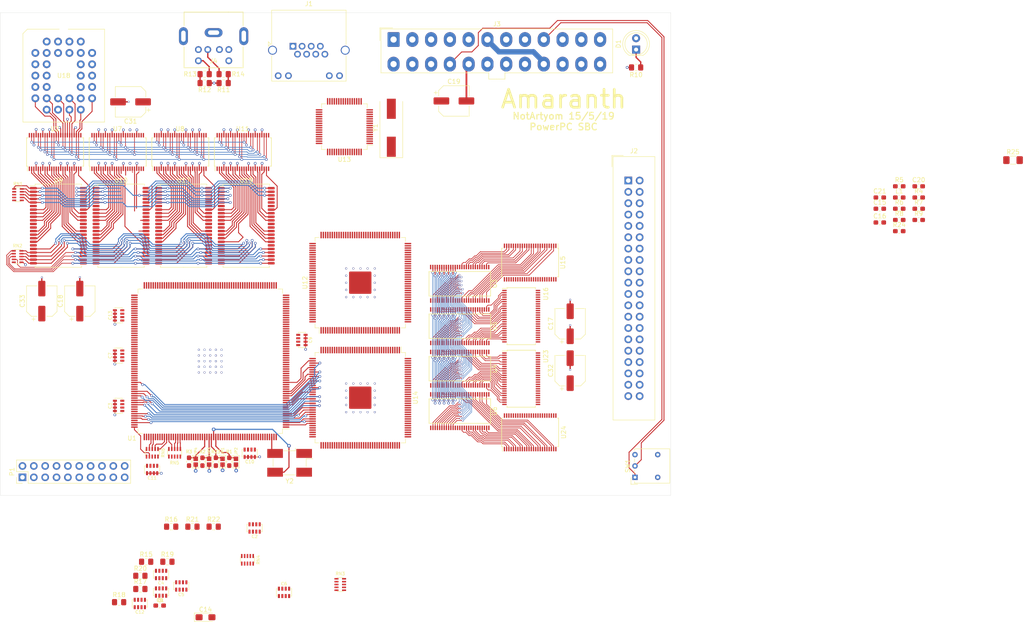
<source format=kicad_pcb>
(kicad_pcb (version 20171130) (host pcbnew 5.1.2)
  (layers (0 F.Cu mixed) (1 In1.Cu signal) (2 In2.Cu signal) (31 B.Cu mixed) (34 B.Paste user) (35 F.Paste user) (36 B.SilkS user) (37 F.SilkS user) (38 B.Mask user) (39 F.Mask user) (44 Edge.Cuts user))
  (net 0 "")
  (net 1 +5V)
  (net 2 GND)
  (net 3 HRESET)
  (net 4 SRESET)
  (net 5 /DH11)
  (net 6 /DH12)
  (net 7 /DH13)
  (net 8 /DH14)
  (net 9 /DH15)
  (net 10 /DH16)
  (net 11 /DH17)
  (net 12 /DH18)
  (net 13 /DH19)
  (net 14 /DH20)
  (net 15 /DH21)
  (net 16 /DH22)
  (net 17 /DH23)
  (net 18 /DH24)
  (net 19 /DH25)
  (net 20 /DH26)
  (net 21 /DH27)
  (net 22 /DH28)
  (net 23 /DH29)
  (net 24 /DH30)
  (net 25 /DH31)
  (net 26 /A23)
  (net 27 /A22)
  (net 28 /A21)
  (net 29 /A20)
  (net 30 /A19)
  (net 31 /A18)
  (net 32 /A17)
  (net 33 /A16)
  (net 34 /A15)
  (net 35 /A14)
  (net 36 /A13)
  (net 37 /A12)
  (net 38 /A11)
  (net 39 /A10)
  (net 40 /A9)
  (net 41 /A8)
  (net 42 /A7)
  (net 43 /A6)
  (net 44 /A5)
  (net 45 /A4)
  (net 46 /A3)
  (net 47 /A2)
  (net 48 /A1)
  (net 49 /A0)
  (net 50 /DL0)
  (net 51 /DL1)
  (net 52 /DL2)
  (net 53 /DL3)
  (net 54 /DL4)
  (net 55 /DL5)
  (net 56 /DL6)
  (net 57 /DL7)
  (net 58 /DL8)
  (net 59 /DL9)
  (net 60 /DL10)
  (net 61 /DL11)
  (net 62 /DL12)
  (net 63 /DL13)
  (net 64 /DL14)
  (net 65 /DL15)
  (net 66 /DL16)
  (net 67 /DL17)
  (net 68 /DL18)
  (net 69 /DL19)
  (net 70 /DL20)
  (net 71 /DL21)
  (net 72 /DL22)
  (net 73 /DL23)
  (net 74 /DL24)
  (net 75 /DL25)
  (net 76 /DL26)
  (net 77 /DL27)
  (net 78 /DL28)
  (net 79 /DL29)
  (net 80 /DL30)
  (net 81 /DL31)
  (net 82 /DH0)
  (net 83 /DH1)
  (net 84 /DH2)
  (net 85 /DH3)
  (net 86 /DH4)
  (net 87 /DH5)
  (net 88 /DH6)
  (net 89 /DH7)
  (net 90 /DH8)
  (net 91 /DH9)
  (net 92 /DH10)
  (net 93 /D_D15)
  (net 94 /D_D14)
  (net 95 /D_D13)
  (net 96 /D_D12)
  (net 97 /D_D11)
  (net 98 /D_D10)
  (net 99 /D_D9)
  (net 100 /D_D8)
  (net 101 /D_CLK)
  (net 102 /D_CKE)
  (net 103 /D_A12)
  (net 104 /D_A11)
  (net 105 /D_A9)
  (net 106 /D_A8)
  (net 107 /D_A7)
  (net 108 /D_A6)
  (net 109 /D_A5)
  (net 110 /D_A4)
  (net 111 /D_A3)
  (net 112 /D_A2)
  (net 113 /D_A1)
  (net 114 /D_A0)
  (net 115 /D_A10)
  (net 116 /BA1)
  (net 117 /BA0)
  (net 118 /D_CS)
  (net 119 /RAS)
  (net 120 /CAS)
  (net 121 /D_WE)
  (net 122 /D_D7)
  (net 123 /D_D6)
  (net 124 /D_D5)
  (net 125 /D_D4)
  (net 126 /D_D3)
  (net 127 /D_D2)
  (net 128 /D_D1)
  (net 129 /D_D0)
  (net 130 /D_D32)
  (net 131 /D_D33)
  (net 132 /D_D34)
  (net 133 /D_D35)
  (net 134 /D_D36)
  (net 135 /D_D37)
  (net 136 /D_D38)
  (net 137 /D_D39)
  (net 138 /D_D40)
  (net 139 /D_D41)
  (net 140 /D_D42)
  (net 141 /D_D43)
  (net 142 /D_D44)
  (net 143 /D_D45)
  (net 144 /D_D46)
  (net 145 /D_D47)
  (net 146 /D_D16)
  (net 147 /D_D17)
  (net 148 /D_D18)
  (net 149 /D_D19)
  (net 150 /D_D20)
  (net 151 /D_D21)
  (net 152 /D_D22)
  (net 153 /D_D23)
  (net 154 /D_D24)
  (net 155 /D_D25)
  (net 156 /D_D26)
  (net 157 /D_D27)
  (net 158 /D_D28)
  (net 159 /D_D29)
  (net 160 /D_D30)
  (net 161 /D_D31)
  (net 162 /D_D63)
  (net 163 /D_D62)
  (net 164 /D_D61)
  (net 165 /D_D60)
  (net 166 /D_D59)
  (net 167 /D_D58)
  (net 168 /D_D57)
  (net 169 /D_D56)
  (net 170 /D_D55)
  (net 171 /D_D54)
  (net 172 /D_D53)
  (net 173 /D_D52)
  (net 174 /D_D51)
  (net 175 /D_D50)
  (net 176 /D_D49)
  (net 177 /D_D48)
  (net 178 /ID0)
  (net 179 /ID1)
  (net 180 /ID2)
  (net 181 /ID3)
  (net 182 /ID4)
  (net 183 /ID5)
  (net 184 /ID6)
  (net 185 /ID7)
  (net 186 "Net-(U12-Pad62)")
  (net 187 "Net-(U12-Pad64)")
  (net 188 "Net-(U12-Pad65)")
  (net 189 "Net-(U12-Pad66)")
  (net 190 "Net-(U12-Pad69)")
  (net 191 "Net-(U12-Pad70)")
  (net 192 8burst_0)
  (net 193 8burst_1)
  (net 194 8burst_2)
  (net 195 8burst_3)
  (net 196 +3V3)
  (net 197 WRITE)
  (net 198 READ)
  (net 199 "Net-(J3-Pad9)")
  (net 200 -12V)
  (net 201 "Net-(J3-Pad16)")
  (net 202 "Net-(D1-Pad1)")
  (net 203 SD_DDIR)
  (net 204 SD_DOE)
  (net 205 JT_TDI)
  (net 206 JT_TMS)
  (net 207 JT_TCK)
  (net 208 JT_CHAIN2)
  (net 209 JT_CHAIN0)
  (net 210 AP3)
  (net 211 AP2)
  (net 212 AP1)
  (net 213 AP0)
  (net 214 INT)
  (net 215 TSIZ0)
  (net 216 TSIZ2)
  (net 217 TSIZ1)
  (net 218 APE)
  (net 219 DPE)
  (net 220 JT_CHAIN1)
  (net 221 CS_FLOPPY_LDOR)
  (net 222 CS_FLOPPY_LDCR)
  (net 223 CS_FLOPPY)
  (net 224 CS_ROM)
  (net 225 "Net-(R11-Pad2)")
  (net 226 "Net-(R12-Pad2)")
  (net 227 "Net-(J4-Pad5)")
  (net 228 "Net-(J4-Pad1)")
  (net 229 "Net-(J3-Pad8)")
  (net 230 -5V)
  (net 231 "Net-(P1-Pad2)")
  (net 232 "Net-(P1-Pad17)")
  (net 233 "Net-(P1-Pad19)")
  (net 234 "Net-(U1-Pad237)")
  (net 235 "Net-(U1-Pad236)")
  (net 236 "Net-(U1-Pad235)")
  (net 237 "Net-(U1-Pad234)")
  (net 238 TLBISYNC)
  (net 239 "Net-(U1-Pad232)")
  (net 240 "Net-(U1-Pad225)")
  (net 241 "Net-(U1-Pad224)")
  (net 242 "Net-(U1-Pad223)")
  (net 243 "Net-(U1-Pad221)")
  (net 244 "Net-(U1-Pad219)")
  (net 245 "Net-(U1-Pad215)")
  (net 246 SYSCLK)
  (net 247 "Net-(U1-Pad204)")
  (net 248 "Net-(U1-Pad203)")
  (net 249 TBST)
  (net 250 TT0)
  (net 251 TT1)
  (net 252 "Net-(U1-Pad187)")
  (net 253 "Net-(U1-Pad186)")
  (net 254 TT2)
  (net 255 TT3)
  (net 256 TT4)
  (net 257 /A24)
  (net 258 /A26)
  (net 259 "Net-(U1-Pad156)")
  (net 260 "Net-(U1-Pad155)")
  (net 261 "Net-(U1-Pad154)")
  (net 262 "Net-(U1-Pad153)")
  (net 263 /A28)
  (net 264 "Net-(U1-Pad150)")
  (net 265 /A30)
  (net 266 "Net-(U1-Pad50)")
  (net 267 "Net-(U1-Pad48)")
  (net 268 "Net-(U1-Pad47)")
  (net 269 "Net-(U1-Pad46)")
  (net 270 "Net-(U1-Pad42)")
  (net 271 "Net-(U1-Pad41)")
  (net 272 "Net-(U1-Pad40)")
  (net 273 "Net-(U1-Pad38)")
  (net 274 /A31)
  (net 275 "Net-(U1-Pad31)")
  (net 276 /A29)
  (net 277 "Net-(U1-Pad28)")
  (net 278 "Net-(U1-Pad27)")
  (net 279 "Net-(U1-Pad26)")
  (net 280 "Net-(U1-Pad25)")
  (net 281 /A27)
  (net 282 /A25)
  (net 283 GBL)
  (net 284 8b_L0)
  (net 285 8b_L1)
  (net 286 8b_OUT)
  (net 287 DQM0)
  (net 288 DQM1)
  (net 289 DQM4)
  (net 290 DQM5)
  (net 291 DQM3)
  (net 292 DQM2)
  (net 293 DQM7)
  (net 294 DQM6)
  (net 295 8b_L3)
  (net 296 8b_L2)
  (net 297 8b_L5)
  (net 298 8b_L4)
  (net 299 CS_SRAM_0)
  (net 300 CS_SRAM_1)
  (net 301 8b_L6)
  (net 302 8b_L7)
  (net 303 "Net-(U12-Pad6)")
  (net 304 "Net-(U12-Pad7)")
  (net 305 "Net-(U12-Pad8)")
  (net 306 "Net-(U12-Pad14)")
  (net 307 "Net-(U12-Pad15)")
  (net 308 "Net-(U12-Pad17)")
  (net 309 "Net-(U12-Pad21)")
  (net 310 "Net-(U12-Pad22)")
  (net 311 "Net-(U12-Pad24)")
  (net 312 "Net-(U12-Pad48)")
  (net 313 "Net-(U12-Pad50)")
  (net 314 "Net-(U12-Pad52)")
  (net 315 "Net-(U12-Pad54)")
  (net 316 "Net-(U12-Pad55)")
  (net 317 "Net-(U12-Pad56)")
  (net 318 "Net-(U12-Pad57)")
  (net 319 "Net-(U12-Pad58)")
  (net 320 "Net-(U12-Pad59)")
  (net 321 "Net-(U12-Pad60)")
  (net 322 "Net-(U12-Pad61)")
  (net 323 "Net-(U12-Pad84)")
  (net 324 "Net-(U12-Pad86)")
  (net 325 "Net-(U12-Pad87)")
  (net 326 "Net-(U12-Pad90)")
  (net 327 "Net-(U12-Pad91)")
  (net 328 "Net-(U12-Pad92)")
  (net 329 "Net-(U12-Pad93)")
  (net 330 "Net-(U12-Pad96)")
  (net 331 "Net-(U12-Pad97)")
  (net 332 "Net-(U12-Pad98)")
  (net 333 "Net-(U12-Pad99)")
  (net 334 "Net-(U12-Pad112)")
  (net 335 "Net-(U12-Pad113)")
  (net 336 "Net-(U12-Pad114)")
  (net 337 "Net-(U12-Pad118)")
  (net 338 "Net-(U12-Pad119)")
  (net 339 "Net-(U12-Pad122)")
  (net 340 "Net-(U12-Pad123)")
  (net 341 "Net-(U12-Pad124)")
  (net 342 "Net-(U12-Pad126)")
  (net 343 "Net-(U12-Pad127)")
  (net 344 "Net-(U12-Pad129)")
  (net 345 CS_SRAM_2)
  (net 346 CS_SRAM_3)
  (net 347 "Net-(U14-Pad6)")
  (net 348 "Net-(U14-Pad7)")
  (net 349 "Net-(U14-Pad8)")
  (net 350 "Net-(U14-Pad10)")
  (net 351 "Net-(U14-Pad11)")
  (net 352 "Net-(U14-Pad12)")
  (net 353 "Net-(U14-Pad13)")
  (net 354 "Net-(U14-Pad14)")
  (net 355 "Net-(U14-Pad15)")
  (net 356 "Net-(U14-Pad17)")
  (net 357 "Net-(U14-Pad21)")
  (net 358 "Net-(U14-Pad22)")
  (net 359 "Net-(U14-Pad24)")
  (net 360 "Net-(U14-Pad25)")
  (net 361 "Net-(U14-Pad26)")
  (net 362 "Net-(U14-Pad27)")
  (net 363 "Net-(U14-Pad28)")
  (net 364 "Net-(U14-Pad29)")
  (net 365 "Net-(U14-Pad30)")
  (net 366 "Net-(U14-Pad70)")
  (net 367 "Net-(U14-Pad74)")
  (net 368 "Net-(U14-Pad75)")
  (net 369 "Net-(U14-Pad76)")
  (net 370 "Net-(U14-Pad77)")
  (net 371 "Net-(U14-Pad78)")
  (net 372 "Net-(U14-Pad79)")
  (net 373 "Net-(U14-Pad80)")
  (net 374 "Net-(U14-Pad81)")
  (net 375 "Net-(U14-Pad84)")
  (net 376 "Net-(U14-Pad85)")
  (net 377 "Net-(U14-Pad86)")
  (net 378 "Net-(U14-Pad87)")
  (net 379 "Net-(U14-Pad88)")
  (net 380 "Net-(U14-Pad89)")
  (net 381 "Net-(U14-Pad90)")
  (net 382 "Net-(U14-Pad91)")
  (net 383 "Net-(U14-Pad92)")
  (net 384 "Net-(U14-Pad93)")
  (net 385 "Net-(U14-Pad96)")
  (net 386 "Net-(U14-Pad97)")
  (net 387 "Net-(U14-Pad98)")
  (net 388 "Net-(U14-Pad99)")
  (net 389 "Net-(C14-Pad1)")
  (net 390 "Net-(R15-Pad2)")
  (net 391 "Net-(R17-Pad2)")
  (net 392 "Net-(R18-Pad2)")
  (net 393 "Net-(R19-Pad2)")
  (net 394 "Net-(R20-Pad2)")
  (net 395 "Net-(RN6-Pad3)")
  (net 396 "Net-(P1-Pad1)")
  (net 397 "Net-(RN6-Pad5)")
  (net 398 "Net-(JP1-Pad2)")
  (net 399 "Net-(JP2-Pad2)")
  (net 400 "Net-(JP3-Pad2)")
  (net 401 "Net-(JP4-Pad2)")
  (net 402 "Net-(C15-Pad1)")
  (net 403 "Net-(C16-Pad1)")
  (net 404 "Net-(C20-Pad1)")
  (net 405 "Net-(C21-Pad1)")
  (net 406 /TXO+)
  (net 407 /RXI+)
  (net 408 /TXO-)
  (net 409 "Net-(J1-Pad6)")
  (net 410 /RXI-)
  (net 411 "Net-(J1-Pad9)")
  (net 412 "Net-(J1-Pad10)")
  (net 413 "Net-(J1-Pad11)")
  (net 414 "Net-(J1-Pad12)")
  (net 415 RESET)
  (net 416 "Net-(J2-Pad3)")
  (net 417 "Net-(J2-Pad4)")
  (net 418 "Net-(J2-Pad5)")
  (net 419 "Net-(J2-Pad6)")
  (net 420 "Net-(J2-Pad7)")
  (net 421 "Net-(J2-Pad8)")
  (net 422 "Net-(J2-Pad9)")
  (net 423 "Net-(J2-Pad10)")
  (net 424 "Net-(J2-Pad11)")
  (net 425 "Net-(J2-Pad12)")
  (net 426 "Net-(J2-Pad13)")
  (net 427 "Net-(J2-Pad14)")
  (net 428 "Net-(J2-Pad15)")
  (net 429 "Net-(J2-Pad16)")
  (net 430 "Net-(J2-Pad17)")
  (net 431 "Net-(J2-Pad18)")
  (net 432 "Net-(J2-Pad20)")
  (net 433 "Net-(J2-Pad21)")
  (net 434 RW_N)
  (net 435 !READ)
  (net 436 "Net-(J2-Pad27)")
  (net 437 "Net-(J2-Pad31)")
  (net 438 "Net-(J2-Pad32)")
  (net 439 "Net-(J2-Pad33)")
  (net 440 "Net-(J2-Pad34)")
  (net 441 "Net-(J2-Pad35)")
  (net 442 "Net-(J2-Pad36)")
  (net 443 IDE)
  (net 444 "Net-(J2-Pad39)")
  (net 445 "Net-(R4-Pad2)")
  (net 446 "Net-(U13-Pad1)")
  (net 447 "Net-(U13-Pad4)")
  (net 448 "Net-(U13-Pad5)")
  (net 449 "Net-(U13-Pad6)")
  (net 450 "Net-(U13-Pad7)")
  (net 451 "Net-(U13-Pad8)")
  (net 452 "Net-(U13-Pad9)")
  (net 453 "Net-(U13-Pad10)")
  (net 454 "Net-(U13-Pad11)")
  (net 455 "Net-(U13-Pad12)")
  (net 456 "Net-(U13-Pad13)")
  (net 457 "Net-(U13-Pad17)")
  (net 458 "Net-(U13-Pad18)")
  (net 459 "Net-(U13-Pad19)")
  (net 460 "Net-(U13-Pad20)")
  (net 461 "Net-(U13-Pad21)")
  (net 462 "Net-(U13-Pad22)")
  (net 463 "Net-(U13-Pad23)")
  (net 464 "Net-(U13-Pad24)")
  (net 465 "Net-(U13-Pad25)")
  (net 466 "Net-(U13-Pad28)")
  (net 467 "Net-(U13-Pad29)")
  (net 468 "Net-(U13-Pad32)")
  (net 469 "Net-(U13-Pad33)")
  (net 470 "Net-(U13-Pad34)")
  (net 471 "Net-(U13-Pad35)")
  (net 472 "Net-(U13-Pad36)")
  (net 473 "Net-(U13-Pad37)")
  (net 474 "Net-(U13-Pad38)")
  (net 475 "Net-(U13-Pad39)")
  (net 476 "Net-(U13-Pad40)")
  (net 477 "Net-(U13-Pad41)")
  (net 478 "Net-(U13-Pad42)")
  (net 479 "Net-(U13-Pad43)")
  (net 480 "Net-(U13-Pad44)")
  (net 481 "Net-(U13-Pad45)")
  (net 482 "Net-(U13-Pad46)")
  (net 483 "Net-(U13-Pad47)")
  (net 484 "Net-(U13-Pad48)")
  (net 485 "Net-(U13-Pad49)")
  (net 486 "Net-(U13-Pad50)")
  (net 487 "Net-(U13-Pad51)")
  (net 488 "Net-(U13-Pad52)")
  (net 489 "Net-(U13-Pad53)")
  (net 490 "Net-(U13-Pad54)")
  (net 491 "Net-(U13-Pad55)")
  (net 492 "Net-(U13-Pad56)")
  (net 493 "Net-(U13-Pad57)")
  (net 494 "Net-(U13-Pad58)")
  (net 495 "Net-(U13-Pad59)")
  (net 496 "Net-(U13-Pad60)")
  (net 497 "Net-(U13-Pad61)")
  (net 498 "Net-(U13-Pad62)")
  (net 499 "Net-(U13-Pad63)")
  (net 500 "Net-(U13-Pad64)")
  (module Package_QFP:PQFP-240_32.1x32.1mm_P0.5mm (layer F.Cu) (at 82 125 180)
    (fp_text reference U1 (at 17.5 -17.25) (layer F.SilkS))
    (fp_text value PPC603e)
    (pad 240 smd roundrect (at -14.75 -16.9625 180) (size 0.3 1.475) (layers F.Cu F.Paste F.Mask) (net 196 +3V3))
    (pad 239 smd roundrect (at -14.25 -16.9625 180) (size 0.3 1.475) (layers F.Cu F.Paste F.Mask) (net 2 GND))
    (pad 238 smd roundrect (at -13.75 -16.9625 180) (size 0.3 1.475) (layers F.Cu F.Paste F.Mask) (net 2 GND))
    (pad 237 smd roundrect (at -13.25 -16.9625 180) (size 0.3 1.475) (layers F.Cu F.Paste F.Mask) (net 234 "Net-(U1-Pad237)"))
    (pad 236 smd roundrect (at -12.75 -16.9625 180) (size 0.3 1.475) (layers F.Cu F.Paste F.Mask) (net 235 "Net-(U1-Pad236)"))
    (pad 235 smd roundrect (at -12.25 -16.9625 180) (size 0.3 1.475) (layers F.Cu F.Paste F.Mask) (net 236 "Net-(U1-Pad235)"))
    (pad 234 smd roundrect (at -11.75 -16.9625 180) (size 0.3 1.475) (layers F.Cu F.Paste F.Mask) (net 237 "Net-(U1-Pad234)"))
    (pad 233 smd roundrect (at -11.25 -16.9625 180) (size 0.3 1.475) (layers F.Cu F.Paste F.Mask) (net 238 TLBISYNC))
    (pad 232 smd roundrect (at -10.75 -16.9625 180) (size 0.3 1.475) (layers F.Cu F.Paste F.Mask) (net 239 "Net-(U1-Pad232)"))
    (pad 231 smd roundrect (at -10.25 -16.9625 180) (size 0.3 1.475) (layers F.Cu F.Paste F.Mask) (net 213 AP0))
    (pad 230 smd roundrect (at -9.75 -16.9625 180) (size 0.3 1.475) (layers F.Cu F.Paste F.Mask) (net 212 AP1))
    (pad 229 smd roundrect (at -9.25 -16.9625 180) (size 0.3 1.475) (layers F.Cu F.Paste F.Mask) (net 196 +3V3))
    (pad 228 smd roundrect (at -8.75 -16.9625 180) (size 0.3 1.475) (layers F.Cu F.Paste F.Mask) (net 2 GND))
    (pad 227 smd roundrect (at -8.25 -16.9625 180) (size 0.3 1.475) (layers F.Cu F.Paste F.Mask) (net 211 AP2))
    (pad 226 smd roundrect (at -7.75 -16.9625 180) (size 0.3 1.475) (layers F.Cu F.Paste F.Mask) (net 210 AP3))
    (pad 225 smd roundrect (at -7.25 -16.9625 180) (size 0.3 1.475) (layers F.Cu F.Paste F.Mask) (net 240 "Net-(U1-Pad225)"))
    (pad 224 smd roundrect (at -6.75 -16.9625 180) (size 0.3 1.475) (layers F.Cu F.Paste F.Mask) (net 241 "Net-(U1-Pad224)"))
    (pad 223 smd roundrect (at -6.25 -16.9625 180) (size 0.3 1.475) (layers F.Cu F.Paste F.Mask) (net 242 "Net-(U1-Pad223)"))
    (pad 222 smd roundrect (at -5.75 -16.9625 180) (size 0.3 1.475) (layers F.Cu F.Paste F.Mask) (net 196 +3V3))
    (pad 221 smd roundrect (at -5.25 -16.9625 180) (size 0.3 1.475) (layers F.Cu F.Paste F.Mask) (net 243 "Net-(U1-Pad221)"))
    (pad 220 smd roundrect (at -4.75 -16.9625 180) (size 0.3 1.475) (layers F.Cu F.Paste F.Mask) (net 2 GND))
    (pad 219 smd roundrect (at -4.25 -16.9625 180) (size 0.3 1.475) (layers F.Cu F.Paste F.Mask) (net 244 "Net-(U1-Pad219)"))
    (pad 218 smd roundrect (at -3.75 -16.9625 180) (size 0.3 1.475) (layers F.Cu F.Paste F.Mask) (net 218 APE))
    (pad 217 smd roundrect (at -3.25 -16.9625 180) (size 0.3 1.475) (layers F.Cu F.Paste F.Mask) (net 219 DPE))
    (pad 216 smd roundrect (at -2.75 -16.9625 180) (size 0.3 1.475) (layers F.Cu F.Paste F.Mask) (net 394 "Net-(R20-Pad2)"))
    (pad 215 smd roundrect (at -2.25 -16.9625 180) (size 0.3 1.475) (layers F.Cu F.Paste F.Mask) (net 245 "Net-(U1-Pad215)"))
    (pad 214 smd roundrect (at -1.75 -16.9625 180) (size 0.3 1.475) (layers F.Cu F.Paste F.Mask) (net 3 HRESET))
    (pad 213 smd roundrect (at -1.25 -16.9625 180) (size 0.3 1.475) (layers F.Cu F.Paste F.Mask) (net 399 "Net-(JP2-Pad2)"))
    (pad 212 smd roundrect (at -0.75 -16.9625 180) (size 0.3 1.475) (layers F.Cu F.Paste F.Mask) (net 246 SYSCLK))
    (pad 211 smd roundrect (at -0.25 -16.9625 180) (size 0.3 1.475) (layers F.Cu F.Paste F.Mask) (net 398 "Net-(JP1-Pad2)"))
    (pad 210 smd roundrect (at 0.25 -16.9625 180) (size 0.3 1.475) (layers F.Cu F.Paste F.Mask) (net 400 "Net-(JP3-Pad2)"))
    (pad 209 smd roundrect (at 0.75 -16.9625 180) (size 0.3 1.475) (layers F.Cu F.Paste F.Mask) (net 389 "Net-(C14-Pad1)"))
    (pad 208 smd roundrect (at 1.25 -16.9625 180) (size 0.3 1.475) (layers F.Cu F.Paste F.Mask) (net 401 "Net-(JP4-Pad2)"))
    (pad 207 smd roundrect (at 1.75 -16.9625 180) (size 0.3 1.475) (layers F.Cu F.Paste F.Mask) (net 196 +3V3))
    (pad 206 smd roundrect (at 2.25 -16.9625 180) (size 0.3 1.475) (layers F.Cu F.Paste F.Mask) (net 2 GND))
    (pad 205 smd roundrect (at 2.75 -16.9625 180) (size 0.3 1.475) (layers F.Cu F.Paste F.Mask) (net 196 +3V3))
    (pad 204 smd roundrect (at 3.25 -16.9625 180) (size 0.3 1.475) (layers F.Cu F.Paste F.Mask) (net 247 "Net-(U1-Pad204)"))
    (pad 203 smd roundrect (at 3.75 -16.9625 180) (size 0.3 1.475) (layers F.Cu F.Paste F.Mask) (net 248 "Net-(U1-Pad203)"))
    (pad 202 smd roundrect (at 4.25 -16.9625 180) (size 0.3 1.475) (layers F.Cu F.Paste F.Mask))
    (pad 201 smd roundrect (at 4.75 -16.9625 180) (size 0.3 1.475) (layers F.Cu F.Paste F.Mask) (net 207 JT_TCK))
    (pad 200 smd roundrect (at 5.25 -16.9625 180) (size 0.3 1.475) (layers F.Cu F.Paste F.Mask) (net 206 JT_TMS))
    (pad 199 smd roundrect (at 5.75 -16.9625 180) (size 0.3 1.475) (layers F.Cu F.Paste F.Mask) (net 205 JT_TDI))
    (pad 198 smd roundrect (at 6.25 -16.9625 180) (size 0.3 1.475) (layers F.Cu F.Paste F.Mask) (net 209 JT_CHAIN0))
    (pad 197 smd roundrect (at 6.75 -16.9625 180) (size 0.3 1.475) (layers F.Cu F.Paste F.Mask) (net 215 TSIZ0))
    (pad 196 smd roundrect (at 7.25 -16.9625 180) (size 0.3 1.475) (layers F.Cu F.Paste F.Mask) (net 217 TSIZ1))
    (pad 195 smd roundrect (at 7.75 -16.9625 180) (size 0.3 1.475) (layers F.Cu F.Paste F.Mask) (net 216 TSIZ2))
    (pad 194 smd roundrect (at 8.25 -16.9625 180) (size 0.3 1.475) (layers F.Cu F.Paste F.Mask) (net 196 +3V3))
    (pad 193 smd roundrect (at 8.75 -16.9625 180) (size 0.3 1.475) (layers F.Cu F.Paste F.Mask) (net 2 GND))
    (pad 192 smd roundrect (at 9.25 -16.9625 180) (size 0.3 1.475) (layers F.Cu F.Paste F.Mask) (net 249 TBST))
    (pad 191 smd roundrect (at 9.75 -16.9625 180) (size 0.3 1.475) (layers F.Cu F.Paste F.Mask) (net 250 TT0))
    (pad 190 smd roundrect (at 10.25 -16.9625 180) (size 0.3 1.475) (layers F.Cu F.Paste F.Mask) (net 251 TT1))
    (pad 189 smd roundrect (at 10.75 -16.9625 180) (size 0.3 1.475) (layers F.Cu F.Paste F.Mask) (net 4 SRESET))
    (pad 188 smd roundrect (at 11.25 -16.9625 180) (size 0.3 1.475) (layers F.Cu F.Paste F.Mask) (net 214 INT))
    (pad 187 smd roundrect (at 11.75 -16.9625 180) (size 0.3 1.475) (layers F.Cu F.Paste F.Mask) (net 252 "Net-(U1-Pad187)"))
    (pad 186 smd roundrect (at 12.25 -16.9625 180) (size 0.3 1.475) (layers F.Cu F.Paste F.Mask) (net 253 "Net-(U1-Pad186)"))
    (pad 185 smd roundrect (at 12.75 -16.9625 180) (size 0.3 1.475) (layers F.Cu F.Paste F.Mask) (net 254 TT2))
    (pad 184 smd roundrect (at 13.25 -16.9625 180) (size 0.3 1.475) (layers F.Cu F.Paste F.Mask) (net 255 TT3))
    (pad 183 smd roundrect (at 13.75 -16.9625 180) (size 0.3 1.475) (layers F.Cu F.Paste F.Mask) (net 196 +3V3))
    (pad 182 smd roundrect (at 14.25 -16.9625 180) (size 0.3 1.475) (layers F.Cu F.Paste F.Mask) (net 2 GND))
    (pad 181 smd roundrect (at 14.75 -16.9625 180) (size 0.3 1.475) (layers F.Cu F.Paste F.Mask) (net 2 GND))
    (pad 180 smd roundrect (at 16.9625 -14.75 180) (size 1.475 0.3) (layers F.Cu F.Paste F.Mask) (net 256 TT4))
    (pad 179 smd roundrect (at 16.9625 -14.25 180) (size 1.475 0.3) (layers F.Cu F.Paste F.Mask) (net 49 /A0))
    (pad 178 smd roundrect (at 16.9625 -13.75 180) (size 1.475 0.3) (layers F.Cu F.Paste F.Mask) (net 47 /A2))
    (pad 177 smd roundrect (at 16.9625 -13.25 180) (size 1.475 0.3) (layers F.Cu F.Paste F.Mask) (net 196 +3V3))
    (pad 176 smd roundrect (at 16.9625 -12.75 180) (size 1.475 0.3) (layers F.Cu F.Paste F.Mask) (net 45 /A4))
    (pad 175 smd roundrect (at 16.9625 -12.25 180) (size 1.475 0.3) (layers F.Cu F.Paste F.Mask) (net 43 /A6))
    (pad 174 smd roundrect (at 16.9625 -11.75 180) (size 1.475 0.3) (layers F.Cu F.Paste F.Mask) (net 41 /A8))
    (pad 173 smd roundrect (at 16.9625 -11.25 180) (size 1.475 0.3) (layers F.Cu F.Paste F.Mask) (net 196 +3V3))
    (pad 172 smd roundrect (at 16.9625 -10.75 180) (size 1.475 0.3) (layers F.Cu F.Paste F.Mask) (net 2 GND))
    (pad 171 smd roundrect (at 16.9625 -10.25 180) (size 1.475 0.3) (layers F.Cu F.Paste F.Mask) (net 2 GND))
    (pad 170 smd roundrect (at 16.9625 -9.75 180) (size 1.475 0.3) (layers F.Cu F.Paste F.Mask) (net 39 /A10))
    (pad 169 smd roundrect (at 16.9625 -9.25 180) (size 1.475 0.3) (layers F.Cu F.Paste F.Mask) (net 37 /A12))
    (pad 168 smd roundrect (at 16.9625 -8.75 180) (size 1.475 0.3) (layers F.Cu F.Paste F.Mask) (net 35 /A14))
    (pad 167 smd roundrect (at 16.9625 -8.25 180) (size 1.475 0.3) (layers F.Cu F.Paste F.Mask) (net 196 +3V3))
    (pad 166 smd roundrect (at 16.9625 -7.75 180) (size 1.475 0.3) (layers F.Cu F.Paste F.Mask) (net 33 /A16))
    (pad 165 smd roundrect (at 16.9625 -7.25 180) (size 1.475 0.3) (layers F.Cu F.Paste F.Mask) (net 31 /A18))
    (pad 164 smd roundrect (at 16.9625 -6.75 180) (size 1.475 0.3) (layers F.Cu F.Paste F.Mask) (net 29 /A20))
    (pad 163 smd roundrect (at 16.9625 -6.25 180) (size 1.475 0.3) (layers F.Cu F.Paste F.Mask) (net 196 +3V3))
    (pad 162 smd roundrect (at 16.9625 -5.75 180) (size 1.475 0.3) (layers F.Cu F.Paste F.Mask) (net 2 GND))
    (pad 161 smd roundrect (at 16.9625 -5.25 180) (size 1.475 0.3) (layers F.Cu F.Paste F.Mask) (net 2 GND))
    (pad 160 smd roundrect (at 16.9625 -4.75 180) (size 1.475 0.3) (layers F.Cu F.Paste F.Mask) (net 27 /A22))
    (pad 159 smd roundrect (at 16.9625 -4.25 180) (size 1.475 0.3) (layers F.Cu F.Paste F.Mask) (net 257 /A24))
    (pad 158 smd roundrect (at 16.9625 -3.75 180) (size 1.475 0.3) (layers F.Cu F.Paste F.Mask) (net 258 /A26))
    (pad 157 smd roundrect (at 16.9625 -3.25 180) (size 1.475 0.3) (layers F.Cu F.Paste F.Mask) (net 196 +3V3))
    (pad 156 smd roundrect (at 16.9625 -2.75 180) (size 1.475 0.3) (layers F.Cu F.Paste F.Mask) (net 259 "Net-(U1-Pad156)"))
    (pad 155 smd roundrect (at 16.9625 -2.25 180) (size 1.475 0.3) (layers F.Cu F.Paste F.Mask) (net 260 "Net-(U1-Pad155)"))
    (pad 154 smd roundrect (at 16.9625 -1.75 180) (size 1.475 0.3) (layers F.Cu F.Paste F.Mask) (net 261 "Net-(U1-Pad154)"))
    (pad 153 smd roundrect (at 16.9625 -1.25 180) (size 1.475 0.3) (layers F.Cu F.Paste F.Mask) (net 262 "Net-(U1-Pad153)"))
    (pad 152 smd roundrect (at 16.9625 -0.75 180) (size 1.475 0.3) (layers F.Cu F.Paste F.Mask) (net 2 GND))
    (pad 151 smd roundrect (at 16.9625 -0.25 180) (size 1.475 0.3) (layers F.Cu F.Paste F.Mask) (net 263 /A28))
    (pad 150 smd roundrect (at 16.9625 0.25 180) (size 1.475 0.3) (layers F.Cu F.Paste F.Mask) (net 264 "Net-(U1-Pad150)"))
    (pad 149 smd roundrect (at 16.9625 0.75 180) (size 1.475 0.3) (layers F.Cu F.Paste F.Mask) (net 391 "Net-(R17-Pad2)"))
    (pad 148 smd roundrect (at 16.9625 1.25 180) (size 1.475 0.3) (layers F.Cu F.Paste F.Mask) (net 196 +3V3))
    (pad 147 smd roundrect (at 16.9625 1.75 180) (size 1.475 0.3) (layers F.Cu F.Paste F.Mask) (net 196 +3V3))
    (pad 146 smd roundrect (at 16.9625 2.25 180) (size 1.475 0.3) (layers F.Cu F.Paste F.Mask) (net 2 GND))
    (pad 145 smd roundrect (at 16.9625 2.75 180) (size 1.475 0.3) (layers F.Cu F.Paste F.Mask) (net 390 "Net-(R15-Pad2)"))
    (pad 144 smd roundrect (at 16.9625 3.25 180) (size 1.475 0.3) (layers F.Cu F.Paste F.Mask) (net 265 /A30))
    (pad 143 smd roundrect (at 16.9625 3.75 180) (size 1.475 0.3) (layers F.Cu F.Paste F.Mask) (net 50 /DL0))
    (pad 142 smd roundrect (at 16.9625 4.25 180) (size 1.475 0.3) (layers F.Cu F.Paste F.Mask) (net 2 GND))
    (pad 141 smd roundrect (at 16.9625 4.75 180) (size 1.475 0.3) (layers F.Cu F.Paste F.Mask) (net 51 /DL1))
    (pad 140 smd roundrect (at 16.9625 5.25 180) (size 1.475 0.3) (layers F.Cu F.Paste F.Mask) (net 52 /DL2))
    (pad 139 smd roundrect (at 16.9625 5.75 180) (size 1.475 0.3) (layers F.Cu F.Paste F.Mask) (net 53 /DL3))
    (pad 138 smd roundrect (at 16.9625 6.25 180) (size 1.475 0.3) (layers F.Cu F.Paste F.Mask) (net 196 +3V3))
    (pad 137 smd roundrect (at 16.9625 6.75 180) (size 1.475 0.3) (layers F.Cu F.Paste F.Mask) (net 196 +3V3))
    (pad 136 smd roundrect (at 16.9625 7.25 180) (size 1.475 0.3) (layers F.Cu F.Paste F.Mask) (net 2 GND))
    (pad 135 smd roundrect (at 16.9625 7.75 180) (size 1.475 0.3) (layers F.Cu F.Paste F.Mask) (net 54 /DL4))
    (pad 134 smd roundrect (at 16.9625 8.25 180) (size 1.475 0.3) (layers F.Cu F.Paste F.Mask) (net 55 /DL5))
    (pad 133 smd roundrect (at 16.9625 8.75 180) (size 1.475 0.3) (layers F.Cu F.Paste F.Mask) (net 56 /DL6))
    (pad 132 smd roundrect (at 16.9625 9.25 180) (size 1.475 0.3) (layers F.Cu F.Paste F.Mask) (net 2 GND))
    (pad 131 smd roundrect (at 16.9625 9.75 180) (size 1.475 0.3) (layers F.Cu F.Paste F.Mask) (net 57 /DL7))
    (pad 130 smd roundrect (at 16.9625 10.25 180) (size 1.475 0.3) (layers F.Cu F.Paste F.Mask) (net 58 /DL8))
    (pad 129 smd roundrect (at 16.9625 10.75 180) (size 1.475 0.3) (layers F.Cu F.Paste F.Mask) (net 59 /DL9))
    (pad 128 smd roundrect (at 16.9625 11.25 180) (size 1.475 0.3) (layers F.Cu F.Paste F.Mask) (net 196 +3V3))
    (pad 127 smd roundrect (at 16.9625 11.75 180) (size 1.475 0.3) (layers F.Cu F.Paste F.Mask) (net 2 GND))
    (pad 126 smd roundrect (at 16.9625 12.25 180) (size 1.475 0.3) (layers F.Cu F.Paste F.Mask) (net 60 /DL10))
    (pad 125 smd roundrect (at 16.9625 12.75 180) (size 1.475 0.3) (layers F.Cu F.Paste F.Mask) (net 61 /DL11))
    (pad 124 smd roundrect (at 16.9625 13.25 180) (size 1.475 0.3) (layers F.Cu F.Paste F.Mask) (net 62 /DL12))
    (pad 123 smd roundrect (at 16.9625 13.75 180) (size 1.475 0.3) (layers F.Cu F.Paste F.Mask) (net 63 /DL13))
    (pad 122 smd roundrect (at 16.9625 14.25 180) (size 1.475 0.3) (layers F.Cu F.Paste F.Mask) (net 196 +3V3))
    (pad 121 smd roundrect (at 16.9625 14.75 180) (size 1.475 0.3) (layers F.Cu F.Paste F.Mask) (net 196 +3V3))
    (pad 120 smd roundrect (at 14.75 16.9625 180) (size 0.3 1.475) (layers F.Cu F.Paste F.Mask) (net 2 GND))
    (pad 119 smd roundrect (at 14.25 16.9625 180) (size 0.3 1.475) (layers F.Cu F.Paste F.Mask) (net 64 /DL14))
    (pad 118 smd roundrect (at 13.75 16.9625 180) (size 0.3 1.475) (layers F.Cu F.Paste F.Mask) (net 65 /DL15))
    (pad 117 smd roundrect (at 13.25 16.9625 180) (size 0.3 1.475) (layers F.Cu F.Paste F.Mask) (net 66 /DL16))
    (pad 116 smd roundrect (at 12.75 16.9625 180) (size 0.3 1.475) (layers F.Cu F.Paste F.Mask) (net 2 GND))
    (pad 115 smd roundrect (at 12.25 16.9625 180) (size 0.3 1.475) (layers F.Cu F.Paste F.Mask) (net 82 /DH0))
    (pad 114 smd roundrect (at 11.75 16.9625 180) (size 0.3 1.475) (layers F.Cu F.Paste F.Mask) (net 83 /DH1))
    (pad 113 smd roundrect (at 11.25 16.9625 180) (size 0.3 1.475) (layers F.Cu F.Paste F.Mask) (net 84 /DH2))
    (pad 112 smd roundrect (at 10.75 16.9625 180) (size 0.3 1.475) (layers F.Cu F.Paste F.Mask) (net 196 +3V3))
    (pad 111 smd roundrect (at 10.25 16.9625 180) (size 0.3 1.475) (layers F.Cu F.Paste F.Mask) (net 2 GND))
    (pad 110 smd roundrect (at 9.75 16.9625 180) (size 0.3 1.475) (layers F.Cu F.Paste F.Mask) (net 85 /DH3))
    (pad 109 smd roundrect (at 9.25 16.9625 180) (size 0.3 1.475) (layers F.Cu F.Paste F.Mask) (net 86 /DH4))
    (pad 108 smd roundrect (at 8.75 16.9625 180) (size 0.3 1.475) (layers F.Cu F.Paste F.Mask) (net 87 /DH5))
    (pad 107 smd roundrect (at 8.25 16.9625 180) (size 0.3 1.475) (layers F.Cu F.Paste F.Mask) (net 67 /DL17))
    (pad 106 smd roundrect (at 7.75 16.9625 180) (size 0.3 1.475) (layers F.Cu F.Paste F.Mask) (net 68 /DL18))
    (pad 105 smd roundrect (at 7.25 16.9625 180) (size 0.3 1.475) (layers F.Cu F.Paste F.Mask) (net 69 /DL19))
    (pad 104 smd roundrect (at 6.75 16.9625 180) (size 0.3 1.475) (layers F.Cu F.Paste F.Mask) (net 196 +3V3))
    (pad 103 smd roundrect (at 6.25 16.9625 180) (size 0.3 1.475) (layers F.Cu F.Paste F.Mask) (net 2 GND))
    (pad 102 smd roundrect (at 5.75 16.9625 180) (size 0.3 1.475) (layers F.Cu F.Paste F.Mask) (net 70 /DL20))
    (pad 101 smd roundrect (at 5.25 16.9625 180) (size 0.3 1.475) (layers F.Cu F.Paste F.Mask) (net 71 /DL21))
    (pad 100 smd roundrect (at 4.75 16.9625 180) (size 0.3 1.475) (layers F.Cu F.Paste F.Mask) (net 72 /DL22))
    (pad 99 smd roundrect (at 4.25 16.9625 180) (size 0.3 1.475) (layers F.Cu F.Paste F.Mask) (net 88 /DH6))
    (pad 98 smd roundrect (at 3.75 16.9625 180) (size 0.3 1.475) (layers F.Cu F.Paste F.Mask) (net 89 /DH7))
    (pad 97 smd roundrect (at 3.25 16.9625 180) (size 0.3 1.475) (layers F.Cu F.Paste F.Mask) (net 90 /DH8))
    (pad 96 smd roundrect (at 2.75 16.9625 180) (size 0.3 1.475) (layers F.Cu F.Paste F.Mask) (net 196 +3V3))
    (pad 95 smd roundrect (at 2.25 16.9625 180) (size 0.3 1.475) (layers F.Cu F.Paste F.Mask) (net 2 GND))
    (pad 94 smd roundrect (at 1.75 16.9625 180) (size 0.3 1.475) (layers F.Cu F.Paste F.Mask) (net 91 /DH9))
    (pad 93 smd roundrect (at 1.25 16.9625 180) (size 0.3 1.475) (layers F.Cu F.Paste F.Mask) (net 92 /DH10))
    (pad 92 smd roundrect (at 0.75 16.9625 180) (size 0.3 1.475) (layers F.Cu F.Paste F.Mask) (net 5 /DH11))
    (pad 91 smd roundrect (at 0.25 16.9625 180) (size 0.3 1.475) (layers F.Cu F.Paste F.Mask) (net 6 /DH12))
    (pad 90 smd roundrect (at -0.25 16.9625 180) (size 0.3 1.475) (layers F.Cu F.Paste F.Mask) (net 7 /DH13))
    (pad 89 smd roundrect (at -0.75 16.9625 180) (size 0.3 1.475) (layers F.Cu F.Paste F.Mask) (net 8 /DH14))
    (pad 88 smd roundrect (at -1.25 16.9625 180) (size 0.3 1.475) (layers F.Cu F.Paste F.Mask) (net 196 +3V3))
    (pad 87 smd roundrect (at -1.75 16.9625 180) (size 0.3 1.475) (layers F.Cu F.Paste F.Mask) (net 9 /DH15))
    (pad 86 smd roundrect (at -2.25 16.9625 180) (size 0.3 1.475) (layers F.Cu F.Paste F.Mask) (net 2 GND))
    (pad 85 smd roundrect (at -2.75 16.9625 180) (size 0.3 1.475) (layers F.Cu F.Paste F.Mask) (net 10 /DH16))
    (pad 84 smd roundrect (at -3.25 16.9625 180) (size 0.3 1.475) (layers F.Cu F.Paste F.Mask) (net 11 /DH17))
    (pad 83 smd roundrect (at -3.75 16.9625 180) (size 0.3 1.475) (layers F.Cu F.Paste F.Mask) (net 12 /DH18))
    (pad 82 smd roundrect (at -4.25 16.9625 180) (size 0.3 1.475) (layers F.Cu F.Paste F.Mask) (net 13 /DH19))
    (pad 81 smd roundrect (at -4.75 16.9625 180) (size 0.3 1.475) (layers F.Cu F.Paste F.Mask) (net 14 /DH20))
    (pad 80 smd roundrect (at -5.25 16.9625 180) (size 0.3 1.475) (layers F.Cu F.Paste F.Mask) (net 15 /DH21))
    (pad 79 smd roundrect (at -5.75 16.9625 180) (size 0.3 1.475) (layers F.Cu F.Paste F.Mask) (net 196 +3V3))
    (pad 78 smd roundrect (at -6.25 16.9625 180) (size 0.3 1.475) (layers F.Cu F.Paste F.Mask) (net 16 /DH22))
    (pad 77 smd roundrect (at -6.75 16.9625 180) (size 0.3 1.475) (layers F.Cu F.Paste F.Mask) (net 2 GND))
    (pad 76 smd roundrect (at -7.25 16.9625 180) (size 0.3 1.475) (layers F.Cu F.Paste F.Mask) (net 17 /DH23))
    (pad 75 smd roundrect (at -7.75 16.9625 180) (size 0.3 1.475) (layers F.Cu F.Paste F.Mask) (net 18 /DH24))
    (pad 74 smd roundrect (at -8.25 16.9625 180) (size 0.3 1.475) (layers F.Cu F.Paste F.Mask) (net 19 /DH25))
    (pad 73 smd roundrect (at -8.75 16.9625 180) (size 0.3 1.475) (layers F.Cu F.Paste F.Mask) (net 20 /DH26))
    (pad 72 smd roundrect (at -9.25 16.9625 180) (size 0.3 1.475) (layers F.Cu F.Paste F.Mask) (net 21 /DH27))
    (pad 71 smd roundrect (at -9.75 16.9625 180) (size 0.3 1.475) (layers F.Cu F.Paste F.Mask) (net 22 /DH28))
    (pad 70 smd roundrect (at -10.25 16.9625 180) (size 0.3 1.475) (layers F.Cu F.Paste F.Mask) (net 196 +3V3))
    (pad 69 smd roundrect (at -10.75 16.9625 180) (size 0.3 1.475) (layers F.Cu F.Paste F.Mask) (net 2 GND))
    (pad 68 smd roundrect (at -11.25 16.9625 180) (size 0.3 1.475) (layers F.Cu F.Paste F.Mask) (net 23 /DH29))
    (pad 67 smd roundrect (at -11.75 16.9625 180) (size 0.3 1.475) (layers F.Cu F.Paste F.Mask) (net 24 /DH30))
    (pad 66 smd roundrect (at -12.25 16.9625 180) (size 0.3 1.475) (layers F.Cu F.Paste F.Mask) (net 25 /DH31))
    (pad 65 smd roundrect (at -12.75 16.9625 180) (size 0.3 1.475) (layers F.Cu F.Paste F.Mask) (net 2 GND))
    (pad 64 smd roundrect (at -13.25 16.9625 180) (size 0.3 1.475) (layers F.Cu F.Paste F.Mask) (net 81 /DL31))
    (pad 63 smd roundrect (at -13.75 16.9625 180) (size 0.3 1.475) (layers F.Cu F.Paste F.Mask) (net 80 /DL30))
    (pad 62 smd roundrect (at -14.25 16.9625 180) (size 0.3 1.475) (layers F.Cu F.Paste F.Mask) (net 79 /DL29))
    (pad 61 smd roundrect (at -14.75 16.9625 180) (size 0.3 1.475) (layers F.Cu F.Paste F.Mask) (net 196 +3V3))
    (pad 60 smd roundrect (at -16.9625 14.75 180) (size 1.475 0.3) (layers F.Cu F.Paste F.Mask) (net 2 GND))
    (pad 59 smd roundrect (at -16.9625 14.25 180) (size 1.475 0.3) (layers F.Cu F.Paste F.Mask) (net 196 +3V3))
    (pad 58 smd roundrect (at -16.9625 13.75 180) (size 1.475 0.3) (layers F.Cu F.Paste F.Mask) (net 78 /DL28))
    (pad 57 smd roundrect (at -16.9625 13.25 180) (size 1.475 0.3) (layers F.Cu F.Paste F.Mask) (net 77 /DL27))
    (pad 56 smd roundrect (at -16.9625 12.75 180) (size 1.475 0.3) (layers F.Cu F.Paste F.Mask) (net 76 /DL26))
    (pad 55 smd roundrect (at -16.9625 12.25 180) (size 1.475 0.3) (layers F.Cu F.Paste F.Mask) (net 75 /DL25))
    (pad 54 smd roundrect (at -16.9625 11.75 180) (size 1.475 0.3) (layers F.Cu F.Paste F.Mask) (net 196 +3V3))
    (pad 53 smd roundrect (at -16.9625 11.25 180) (size 1.475 0.3) (layers F.Cu F.Paste F.Mask) (net 2 GND))
    (pad 52 smd roundrect (at -16.9625 10.75 180) (size 1.475 0.3) (layers F.Cu F.Paste F.Mask) (net 74 /DL24))
    (pad 51 smd roundrect (at -16.9625 10.25 180) (size 1.475 0.3) (layers F.Cu F.Paste F.Mask) (net 73 /DL23))
    (pad 50 smd roundrect (at -16.9625 9.75 180) (size 1.475 0.3) (layers F.Cu F.Paste F.Mask) (net 266 "Net-(U1-Pad50)"))
    (pad 49 smd roundrect (at -16.9625 9.25 180) (size 1.475 0.3) (layers F.Cu F.Paste F.Mask) (net 2 GND))
    (pad 48 smd roundrect (at -16.9625 8.75 180) (size 1.475 0.3) (layers F.Cu F.Paste F.Mask) (net 267 "Net-(U1-Pad48)"))
    (pad 47 smd roundrect (at -16.9625 8.25 180) (size 1.475 0.3) (layers F.Cu F.Paste F.Mask) (net 268 "Net-(U1-Pad47)"))
    (pad 46 smd roundrect (at -16.9625 7.75 180) (size 1.475 0.3) (layers F.Cu F.Paste F.Mask) (net 269 "Net-(U1-Pad46)"))
    (pad 45 smd roundrect (at -16.9625 7.25 180) (size 1.475 0.3) (layers F.Cu F.Paste F.Mask) (net 196 +3V3))
    (pad 44 smd roundrect (at -16.9625 6.75 180) (size 1.475 0.3) (layers F.Cu F.Paste F.Mask) (net 196 +3V3))
    (pad 43 smd roundrect (at -16.9625 6.25 180) (size 1.475 0.3) (layers F.Cu F.Paste F.Mask) (net 2 GND))
    (pad 42 smd roundrect (at -16.9625 5.75 180) (size 1.475 0.3) (layers F.Cu F.Paste F.Mask) (net 270 "Net-(U1-Pad42)"))
    (pad 41 smd roundrect (at -16.9625 5.25 180) (size 1.475 0.3) (layers F.Cu F.Paste F.Mask) (net 271 "Net-(U1-Pad41)"))
    (pad 40 smd roundrect (at -16.9625 4.75 180) (size 1.475 0.3) (layers F.Cu F.Paste F.Mask) (net 272 "Net-(U1-Pad40)"))
    (pad 39 smd roundrect (at -16.9625 4.25 180) (size 1.475 0.3) (layers F.Cu F.Paste F.Mask) (net 2 GND))
    (pad 38 smd roundrect (at -16.9625 3.75 180) (size 1.475 0.3) (layers F.Cu F.Paste F.Mask) (net 273 "Net-(U1-Pad38)"))
    (pad 37 smd roundrect (at -16.9625 3.25 180) (size 1.475 0.3) (layers F.Cu F.Paste F.Mask) (net 274 /A31))
    (pad 36 smd roundrect (at -16.9625 2.75 180) (size 1.475 0.3) (layers F.Cu F.Paste F.Mask) (net 393 "Net-(R19-Pad2)"))
    (pad 35 smd roundrect (at -16.9625 2.25 180) (size 1.475 0.3) (layers F.Cu F.Paste F.Mask) (net 196 +3V3))
    (pad 34 smd roundrect (at -16.9625 1.75 180) (size 1.475 0.3) (layers F.Cu F.Paste F.Mask) (net 196 +3V3))
    (pad 33 smd roundrect (at -16.9625 1.25 180) (size 1.475 0.3) (layers F.Cu F.Paste F.Mask) (net 2 GND))
    (pad 32 smd roundrect (at -16.9625 0.75 180) (size 1.475 0.3) (layers F.Cu F.Paste F.Mask) (net 392 "Net-(R18-Pad2)"))
    (pad 31 smd roundrect (at -16.9625 0.25 180) (size 1.475 0.3) (layers F.Cu F.Paste F.Mask) (net 275 "Net-(U1-Pad31)"))
    (pad 30 smd roundrect (at -16.9625 -0.25 180) (size 1.475 0.3) (layers F.Cu F.Paste F.Mask) (net 276 /A29))
    (pad 29 smd roundrect (at -16.9625 -0.75 180) (size 1.475 0.3) (layers F.Cu F.Paste F.Mask) (net 2 GND))
    (pad 28 smd roundrect (at -16.9625 -1.25 180) (size 1.475 0.3) (layers F.Cu F.Paste F.Mask) (net 277 "Net-(U1-Pad28)"))
    (pad 27 smd roundrect (at -16.9625 -1.75 180) (size 1.475 0.3) (layers F.Cu F.Paste F.Mask) (net 278 "Net-(U1-Pad27)"))
    (pad 26 smd roundrect (at -16.9625 -2.25 180) (size 1.475 0.3) (layers F.Cu F.Paste F.Mask) (net 279 "Net-(U1-Pad26)"))
    (pad 25 smd roundrect (at -16.9625 -2.75 180) (size 1.475 0.3) (layers F.Cu F.Paste F.Mask) (net 280 "Net-(U1-Pad25)"))
    (pad 24 smd roundrect (at -16.9625 -3.25 180) (size 1.475 0.3) (layers F.Cu F.Paste F.Mask) (net 196 +3V3))
    (pad 23 smd roundrect (at -16.9625 -3.75 180) (size 1.475 0.3) (layers F.Cu F.Paste F.Mask) (net 281 /A27))
    (pad 22 smd roundrect (at -16.9625 -4.25 180) (size 1.475 0.3) (layers F.Cu F.Paste F.Mask) (net 282 /A25))
    (pad 21 smd roundrect (at -16.9625 -4.75 180) (size 1.475 0.3) (layers F.Cu F.Paste F.Mask) (net 26 /A23))
    (pad 20 smd roundrect (at -16.9625 -5.25 180) (size 1.475 0.3) (layers F.Cu F.Paste F.Mask) (net 196 +3V3))
    (pad 19 smd roundrect (at -16.9625 -5.75 180) (size 1.475 0.3) (layers F.Cu F.Paste F.Mask) (net 2 GND))
    (pad 18 smd roundrect (at -16.9625 -6.25 180) (size 1.475 0.3) (layers F.Cu F.Paste F.Mask) (net 2 GND))
    (pad 17 smd roundrect (at -16.9625 -6.75 180) (size 1.475 0.3) (layers F.Cu F.Paste F.Mask) (net 28 /A21))
    (pad 16 smd roundrect (at -16.9625 -7.25 180) (size 1.475 0.3) (layers F.Cu F.Paste F.Mask) (net 30 /A19))
    (pad 15 smd roundrect (at -16.9625 -7.75 180) (size 1.475 0.3) (layers F.Cu F.Paste F.Mask) (net 32 /A17))
    (pad 14 smd roundrect (at -16.9625 -8.25 180) (size 1.475 0.3) (layers F.Cu F.Paste F.Mask) (net 196 +3V3))
    (pad 13 smd roundrect (at -16.9625 -8.75 180) (size 1.475 0.3) (layers F.Cu F.Paste F.Mask) (net 34 /A15))
    (pad 12 smd roundrect (at -16.9625 -9.25 180) (size 1.475 0.3) (layers F.Cu F.Paste F.Mask) (net 36 /A13))
    (pad 11 smd roundrect (at -16.9625 -9.75 180) (size 1.475 0.3) (layers F.Cu F.Paste F.Mask) (net 38 /A11))
    (pad 10 smd roundrect (at -16.9625 -10.25 180) (size 1.475 0.3) (layers F.Cu F.Paste F.Mask) (net 196 +3V3))
    (pad 9 smd roundrect (at -16.9625 -10.75 180) (size 1.475 0.3) (layers F.Cu F.Paste F.Mask) (net 2 GND))
    (pad 8 smd roundrect (at -16.9625 -11.25 180) (size 1.475 0.3) (layers F.Cu F.Paste F.Mask) (net 2 GND))
    (pad 7 smd roundrect (at -16.9625 -11.75 180) (size 1.475 0.3) (layers F.Cu F.Paste F.Mask) (net 40 /A9))
    (pad 6 smd roundrect (at -16.9625 -12.25 180) (size 1.475 0.3) (layers F.Cu F.Paste F.Mask) (net 42 /A7))
    (pad 5 smd roundrect (at -16.9625 -12.75 180) (size 1.475 0.3) (layers F.Cu F.Paste F.Mask) (net 44 /A5))
    (pad 4 smd roundrect (at -16.9625 -13.25 180) (size 1.475 0.3) (layers F.Cu F.Paste F.Mask) (net 196 +3V3))
    (pad 3 smd roundrect (at -16.9625 -13.75 180) (size 1.475 0.3) (layers F.Cu F.Paste F.Mask) (net 46 /A3))
    (pad 2 smd roundrect (at -16.9625 -14.25 180) (size 1.475 0.3) (layers F.Cu F.Paste F.Mask) (net 48 /A1))
    (pad 1 smd roundrect (at -16.9625 -14.75 180) (size 1.475 0.3) (layers F.Cu F.Paste F.Mask) (net 283 GBL))
  )
  (module Connector_PinHeader_2.54mm:PinHeader_2x10_P2.54mm_Vertical (layer F.Cu) (at 40 151 90)
    (fp_text reference P1 (at 1.27 -2.33 90) (layer F.SilkS))
    (fp_text value JTAG)
    (pad 1 thru_hole rect (at 0 0 90) (size 1.7 1.7) (drill 1) (layers *.Cu *.Mask) (net 396 "Net-(P1-Pad1)"))
    (pad 2 thru_hole oval (at 2.54 0 90) (size 1.7 1.7) (drill 1) (layers *.Cu *.Mask) (net 231 "Net-(P1-Pad2)"))
    (pad 3 thru_hole oval (at 0 2.54 90) (size 1.7 1.7) (drill 1) (layers *.Cu *.Mask) (net 3 HRESET))
    (pad 4 thru_hole oval (at 2.54 2.54 90) (size 1.7 1.7) (drill 1) (layers *.Cu *.Mask) (net 2 GND))
    (pad 5 thru_hole oval (at 0 5.08 90) (size 1.7 1.7) (drill 1) (layers *.Cu *.Mask) (net 205 JT_TDI))
    (pad 6 thru_hole oval (at 2.54 5.08 90) (size 1.7 1.7) (drill 1) (layers *.Cu *.Mask) (net 2 GND))
    (pad 7 thru_hole oval (at 0 7.62 90) (size 1.7 1.7) (drill 1) (layers *.Cu *.Mask) (net 206 JT_TMS))
    (pad 8 thru_hole oval (at 2.54 7.62 90) (size 1.7 1.7) (drill 1) (layers *.Cu *.Mask) (net 2 GND))
    (pad 9 thru_hole oval (at 0 10.16 90) (size 1.7 1.7) (drill 1) (layers *.Cu *.Mask) (net 207 JT_TCK))
    (pad 10 thru_hole oval (at 2.54 10.16 90) (size 1.7 1.7) (drill 1) (layers *.Cu *.Mask) (net 2 GND))
    (pad 11 thru_hole oval (at 0 12.7 90) (size 1.7 1.7) (drill 1) (layers *.Cu *.Mask) (net 2 GND))
    (pad 12 thru_hole oval (at 2.54 12.7 90) (size 1.7 1.7) (drill 1) (layers *.Cu *.Mask) (net 2 GND))
    (pad 13 thru_hole oval (at 0 15.24 90) (size 1.7 1.7) (drill 1) (layers *.Cu *.Mask) (net 208 JT_CHAIN2))
    (pad 14 thru_hole oval (at 2.54 15.24 90) (size 1.7 1.7) (drill 1) (layers *.Cu *.Mask) (net 2 GND))
    (pad 15 thru_hole oval (at 0 17.78 90) (size 1.7 1.7) (drill 1) (layers *.Cu *.Mask) (net 4 SRESET))
    (pad 16 thru_hole oval (at 2.54 17.78 90) (size 1.7 1.7) (drill 1) (layers *.Cu *.Mask) (net 2 GND))
    (pad 17 thru_hole oval (at 0 20.32 90) (size 1.7 1.7) (drill 1) (layers *.Cu *.Mask) (net 232 "Net-(P1-Pad17)"))
    (pad 18 thru_hole oval (at 2.54 20.32 90) (size 1.7 1.7) (drill 1) (layers *.Cu *.Mask) (net 2 GND))
    (pad 19 thru_hole oval (at 0 22.86 90) (size 1.7 1.7) (drill 1) (layers *.Cu *.Mask) (net 233 "Net-(P1-Pad19)"))
    (pad 20 thru_hole oval (at 2.54 22.86 90) (size 1.7 1.7) (drill 1) (layers *.Cu *.Mask) (net 2 GND))
  )
  (module Package_SO:TSSOP-48_6.1x12.5mm_P0.5mm (layer F.Cu) (at 47.3 78.175 90)
    (fp_text reference U2 (at 5.175 -0.05 180) (layer F.SilkS))
    (fp_text value 74LVC16373A)
    (pad 48 smd rect (at 3.75 -5.75 90) (size 1 0.285) (layers F.Cu F.Paste F.Mask) (net 284 8b_L0))
    (pad 47 smd rect (at 3.75 -5.25 90) (size 1 0.285) (layers F.Cu F.Paste F.Mask) (net 178 /ID0))
    (pad 46 smd rect (at 3.75 -4.75 90) (size 1 0.285) (layers F.Cu F.Paste F.Mask) (net 179 /ID1))
    (pad 45 smd rect (at 3.75 -4.25 90) (size 1 0.285) (layers F.Cu F.Paste F.Mask) (net 2 GND))
    (pad 44 smd rect (at 3.75 -3.75 90) (size 1 0.285) (layers F.Cu F.Paste F.Mask) (net 180 /ID2))
    (pad 43 smd rect (at 3.75 -3.25 90) (size 1 0.285) (layers F.Cu F.Paste F.Mask) (net 181 /ID3))
    (pad 42 smd rect (at 3.75 -2.75 90) (size 1 0.285) (layers F.Cu F.Paste F.Mask) (net 196 +3V3))
    (pad 41 smd rect (at 3.75 -2.25 90) (size 1 0.285) (layers F.Cu F.Paste F.Mask) (net 182 /ID4))
    (pad 40 smd rect (at 3.75 -1.75 90) (size 1 0.285) (layers F.Cu F.Paste F.Mask) (net 183 /ID5))
    (pad 39 smd rect (at 3.75 -1.25 90) (size 1 0.285) (layers F.Cu F.Paste F.Mask) (net 2 GND))
    (pad 38 smd rect (at 3.75 -0.75 90) (size 1 0.285) (layers F.Cu F.Paste F.Mask) (net 184 /ID6))
    (pad 37 smd rect (at 3.75 -0.25 90) (size 1 0.285) (layers F.Cu F.Paste F.Mask) (net 185 /ID7))
    (pad 36 smd rect (at 3.75 0.25 90) (size 1 0.285) (layers F.Cu F.Paste F.Mask) (net 178 /ID0))
    (pad 35 smd rect (at 3.75 0.75 90) (size 1 0.285) (layers F.Cu F.Paste F.Mask) (net 179 /ID1))
    (pad 34 smd rect (at 3.75 1.25 90) (size 1 0.285) (layers F.Cu F.Paste F.Mask) (net 2 GND))
    (pad 33 smd rect (at 3.75 1.75 90) (size 1 0.285) (layers F.Cu F.Paste F.Mask) (net 180 /ID2))
    (pad 32 smd rect (at 3.75 2.25 90) (size 1 0.285) (layers F.Cu F.Paste F.Mask) (net 181 /ID3))
    (pad 31 smd rect (at 3.75 2.75 90) (size 1 0.285) (layers F.Cu F.Paste F.Mask) (net 196 +3V3))
    (pad 30 smd rect (at 3.75 3.25 90) (size 1 0.285) (layers F.Cu F.Paste F.Mask) (net 182 /ID4))
    (pad 29 smd rect (at 3.75 3.75 90) (size 1 0.285) (layers F.Cu F.Paste F.Mask) (net 183 /ID5))
    (pad 28 smd rect (at 3.75 4.25 90) (size 1 0.285) (layers F.Cu F.Paste F.Mask) (net 2 GND))
    (pad 27 smd rect (at 3.75 4.75 90) (size 1 0.285) (layers F.Cu F.Paste F.Mask) (net 184 /ID6))
    (pad 26 smd rect (at 3.75 5.25 90) (size 1 0.285) (layers F.Cu F.Paste F.Mask) (net 185 /ID7))
    (pad 25 smd rect (at 3.75 5.75 90) (size 1 0.285) (layers F.Cu F.Paste F.Mask) (net 285 8b_L1))
    (pad 24 smd rect (at -3.75 5.75 90) (size 1 0.285) (layers F.Cu F.Paste F.Mask) (net 286 8b_OUT))
    (pad 23 smd rect (at -3.75 5.25 90) (size 1 0.285) (layers F.Cu F.Paste F.Mask) (net 65 /DL15))
    (pad 22 smd rect (at -3.75 4.75 90) (size 1 0.285) (layers F.Cu F.Paste F.Mask) (net 64 /DL14))
    (pad 21 smd rect (at -3.75 4.25 90) (size 1 0.285) (layers F.Cu F.Paste F.Mask) (net 2 GND))
    (pad 20 smd rect (at -3.75 3.75 90) (size 1 0.285) (layers F.Cu F.Paste F.Mask) (net 63 /DL13))
    (pad 19 smd rect (at -3.75 3.25 90) (size 1 0.285) (layers F.Cu F.Paste F.Mask) (net 62 /DL12))
    (pad 18 smd rect (at -3.75 2.75 90) (size 1 0.285) (layers F.Cu F.Paste F.Mask) (net 196 +3V3))
    (pad 17 smd rect (at -3.75 2.25 90) (size 1 0.285) (layers F.Cu F.Paste F.Mask) (net 61 /DL11))
    (pad 16 smd rect (at -3.75 1.75 90) (size 1 0.285) (layers F.Cu F.Paste F.Mask) (net 60 /DL10))
    (pad 15 smd rect (at -3.75 1.25 90) (size 1 0.285) (layers F.Cu F.Paste F.Mask) (net 2 GND))
    (pad 14 smd rect (at -3.75 0.75 90) (size 1 0.285) (layers F.Cu F.Paste F.Mask) (net 59 /DL9))
    (pad 13 smd rect (at -3.75 0.25 90) (size 1 0.285) (layers F.Cu F.Paste F.Mask) (net 58 /DL8))
    (pad 12 smd rect (at -3.75 -0.25 90) (size 1 0.285) (layers F.Cu F.Paste F.Mask) (net 57 /DL7))
    (pad 11 smd rect (at -3.75 -0.75 90) (size 1 0.285) (layers F.Cu F.Paste F.Mask) (net 56 /DL6))
    (pad 10 smd rect (at -3.75 -1.25 90) (size 1 0.285) (layers F.Cu F.Paste F.Mask) (net 2 GND))
    (pad 9 smd rect (at -3.75 -1.75 90) (size 1 0.285) (layers F.Cu F.Paste F.Mask) (net 55 /DL5))
    (pad 8 smd rect (at -3.75 -2.25 90) (size 1 0.285) (layers F.Cu F.Paste F.Mask) (net 54 /DL4))
    (pad 7 smd rect (at -3.75 -2.75 90) (size 1 0.285) (layers F.Cu F.Paste F.Mask) (net 196 +3V3))
    (pad 6 smd rect (at -3.75 -3.25 90) (size 1 0.285) (layers F.Cu F.Paste F.Mask) (net 53 /DL3))
    (pad 5 smd rect (at -3.75 -3.75 90) (size 1 0.285) (layers F.Cu F.Paste F.Mask) (net 52 /DL2))
    (pad 4 smd rect (at -3.75 -4.25 90) (size 1 0.285) (layers F.Cu F.Paste F.Mask) (net 2 GND))
    (pad 3 smd rect (at -3.75 -4.75 90) (size 1 0.285) (layers F.Cu F.Paste F.Mask) (net 51 /DL1))
    (pad 2 smd rect (at -3.75 -5.25 90) (size 1 0.285) (layers F.Cu F.Paste F.Mask) (net 50 /DL0))
    (pad 1 smd rect (at -3.75 -5.75 90) (size 1 0.285) (layers F.Cu F.Paste F.Mask) (net 286 8b_OUT))
  )
  (module Amaranth:TSSOP-54_6.1x14mm_Pitch0.5mm (layer F.Cu) (at 137.53692 107.675 270)
    (fp_text reference U3 (at 0 -8.05 90) (layer F.SilkS))
    (fp_text value AS4C16M16SA)
    (pad 28 smd rect (at 3.75 6.23692 270) (size 1 0.285) (layers F.Cu F.Paste F.Mask) (net 2 GND))
    (pad 1 smd rect (at -3.75 -6.75 270) (size 1 0.285) (layers F.Cu F.Paste F.Mask) (net 196 +3V3))
    (pad 2 smd rect (at -3.75 -6.25 270) (size 1 0.285) (layers F.Cu F.Paste F.Mask) (net 129 /D_D0))
    (pad 3 smd rect (at -3.75 -5.75 270) (size 1 0.285) (layers F.Cu F.Paste F.Mask) (net 196 +3V3))
    (pad 4 smd rect (at -3.75 -5.25 270) (size 1 0.285) (layers F.Cu F.Paste F.Mask) (net 128 /D_D1))
    (pad 5 smd rect (at -3.75 -4.75 270) (size 1 0.285) (layers F.Cu F.Paste F.Mask) (net 127 /D_D2))
    (pad 6 smd rect (at -3.75 -4.25 270) (size 1 0.285) (layers F.Cu F.Paste F.Mask) (net 2 GND))
    (pad 7 smd rect (at -3.75 -3.75 270) (size 1 0.285) (layers F.Cu F.Paste F.Mask) (net 126 /D_D3))
    (pad 8 smd rect (at -3.75 -3.25 270) (size 1 0.285) (layers F.Cu F.Paste F.Mask) (net 125 /D_D4))
    (pad 9 smd rect (at -3.75 -2.75 270) (size 1 0.285) (layers F.Cu F.Paste F.Mask) (net 196 +3V3))
    (pad 10 smd rect (at -3.75 -2.25 270) (size 1 0.285) (layers F.Cu F.Paste F.Mask) (net 124 /D_D5))
    (pad 11 smd rect (at -3.75 -1.75 270) (size 1 0.285) (layers F.Cu F.Paste F.Mask) (net 123 /D_D6))
    (pad 12 smd rect (at -3.75 -1.25 270) (size 1 0.285) (layers F.Cu F.Paste F.Mask) (net 2 GND))
    (pad 13 smd rect (at -3.75 -0.75 270) (size 1 0.285) (layers F.Cu F.Paste F.Mask) (net 122 /D_D7))
    (pad 14 smd rect (at -3.75 -0.25 270) (size 1 0.285) (layers F.Cu F.Paste F.Mask) (net 196 +3V3))
    (pad 15 smd rect (at -3.75 0.25 270) (size 1 0.285) (layers F.Cu F.Paste F.Mask) (net 287 DQM0))
    (pad 16 smd rect (at -3.75 0.75 270) (size 1 0.285) (layers F.Cu F.Paste F.Mask) (net 121 /D_WE))
    (pad 17 smd rect (at -3.75 1.25 270) (size 1 0.285) (layers F.Cu F.Paste F.Mask) (net 120 /CAS))
    (pad 18 smd rect (at -3.75 1.75 270) (size 1 0.285) (layers F.Cu F.Paste F.Mask) (net 119 /RAS))
    (pad 19 smd rect (at -3.75 2.25 270) (size 1 0.285) (layers F.Cu F.Paste F.Mask) (net 118 /D_CS))
    (pad 20 smd rect (at -3.75 2.75 270) (size 1 0.285) (layers F.Cu F.Paste F.Mask) (net 117 /BA0))
    (pad 21 smd rect (at -3.75 3.25 270) (size 1 0.285) (layers F.Cu F.Paste F.Mask) (net 116 /BA1))
    (pad 22 smd rect (at -3.75 3.75 270) (size 1 0.285) (layers F.Cu F.Paste F.Mask) (net 115 /D_A10))
    (pad 23 smd rect (at -3.75 4.25 270) (size 1 0.285) (layers F.Cu F.Paste F.Mask) (net 114 /D_A0))
    (pad 24 smd rect (at -3.75 4.75 270) (size 1 0.285) (layers F.Cu F.Paste F.Mask) (net 113 /D_A1))
    (pad 25 smd rect (at -3.75 5.25 270) (size 1 0.285) (layers F.Cu F.Paste F.Mask) (net 112 /D_A2))
    (pad 26 smd rect (at -3.75 5.75 270) (size 1 0.285) (layers F.Cu F.Paste F.Mask) (net 111 /D_A3))
    (pad 27 smd rect (at -3.75 6.25 270) (size 1 0.285) (layers F.Cu F.Paste F.Mask) (net 196 +3V3))
    (pad 29 smd rect (at 3.75 5.734 270) (size 1 0.285) (layers F.Cu F.Paste F.Mask) (net 110 /D_A4))
    (pad 30 smd rect (at 3.75 5.234 270) (size 1 0.285) (layers F.Cu F.Paste F.Mask) (net 109 /D_A5))
    (pad 31 smd rect (at 3.75 4.734 270) (size 1 0.285) (layers F.Cu F.Paste F.Mask) (net 108 /D_A6))
    (pad 32 smd rect (at 3.75 4.234 270) (size 1 0.285) (layers F.Cu F.Paste F.Mask) (net 107 /D_A7))
    (pad 33 smd rect (at 3.75 3.734 270) (size 1 0.285) (layers F.Cu F.Paste F.Mask) (net 106 /D_A8))
    (pad 34 smd rect (at 3.75 3.234 270) (size 1 0.285) (layers F.Cu F.Paste F.Mask) (net 105 /D_A9))
    (pad 35 smd rect (at 3.75 2.734 270) (size 1 0.285) (layers F.Cu F.Paste F.Mask) (net 104 /D_A11))
    (pad 36 smd rect (at 3.75 2.234 270) (size 1 0.285) (layers F.Cu F.Paste F.Mask) (net 103 /D_A12))
    (pad 37 smd rect (at 3.75 1.734 270) (size 1 0.285) (layers F.Cu F.Paste F.Mask) (net 102 /D_CKE))
    (pad 38 smd rect (at 3.75 1.234 270) (size 1 0.285) (layers F.Cu F.Paste F.Mask) (net 101 /D_CLK))
    (pad 39 smd rect (at 3.75 0.734 270) (size 1 0.285) (layers F.Cu F.Paste F.Mask) (net 288 DQM1))
    (pad 40 smd rect (at 3.75 0.234 270) (size 1 0.285) (layers F.Cu F.Paste F.Mask))
    (pad 41 smd rect (at 3.75 -0.266 270) (size 1 0.285) (layers F.Cu F.Paste F.Mask) (net 2 GND))
    (pad 42 smd rect (at 3.75 -0.766 270) (size 1 0.285) (layers F.Cu F.Paste F.Mask) (net 100 /D_D8))
    (pad 43 smd rect (at 3.75 -1.266 270) (size 1 0.285) (layers F.Cu F.Paste F.Mask) (net 196 +3V3))
    (pad 44 smd rect (at 3.75 -1.766 270) (size 1 0.285) (layers F.Cu F.Paste F.Mask) (net 99 /D_D9))
    (pad 45 smd rect (at 3.75 -2.266 270) (size 1 0.285) (layers F.Cu F.Paste F.Mask) (net 98 /D_D10))
    (pad 46 smd rect (at 3.75 -2.766 270) (size 1 0.285) (layers F.Cu F.Paste F.Mask) (net 2 GND))
    (pad 47 smd rect (at 3.75 -3.266 270) (size 1 0.285) (layers F.Cu F.Paste F.Mask) (net 97 /D_D11))
    (pad 48 smd rect (at 3.75 -3.766 270) (size 1 0.285) (layers F.Cu F.Paste F.Mask) (net 96 /D_D12))
    (pad 49 smd rect (at 3.75 -4.266 270) (size 1 0.285) (layers F.Cu F.Paste F.Mask) (net 196 +3V3))
    (pad 50 smd rect (at 3.75 -4.766 270) (size 1 0.285) (layers F.Cu F.Paste F.Mask) (net 95 /D_D13))
    (pad 51 smd rect (at 3.75 -5.266 270) (size 1 0.285) (layers F.Cu F.Paste F.Mask) (net 94 /D_D14))
    (pad 52 smd rect (at 3.75 -5.766 270) (size 1 0.285) (layers F.Cu F.Paste F.Mask) (net 2 GND))
    (pad 53 smd rect (at 3.75 -6.266 270) (size 1 0.285) (layers F.Cu F.Paste F.Mask) (net 93 /D_D15))
    (pad 54 smd rect (at 3.75 -6.766 270) (size 1 0.285) (layers F.Cu F.Paste F.Mask) (net 2 GND))
  )
  (module Amaranth:TSSOP-54_6.1x14mm_Pitch0.5mm (layer F.Cu) (at 137.55 126.675 270)
    (fp_text reference U4 (at 0 -8.05 90) (layer F.SilkS))
    (fp_text value AS4C16M16SA)
    (pad 28 smd rect (at 3.75 6.23692 270) (size 1 0.285) (layers F.Cu F.Paste F.Mask) (net 2 GND))
    (pad 1 smd rect (at -3.75 -6.75 270) (size 1 0.285) (layers F.Cu F.Paste F.Mask) (net 196 +3V3))
    (pad 2 smd rect (at -3.75 -6.25 270) (size 1 0.285) (layers F.Cu F.Paste F.Mask) (net 130 /D_D32))
    (pad 3 smd rect (at -3.75 -5.75 270) (size 1 0.285) (layers F.Cu F.Paste F.Mask) (net 196 +3V3))
    (pad 4 smd rect (at -3.75 -5.25 270) (size 1 0.285) (layers F.Cu F.Paste F.Mask) (net 131 /D_D33))
    (pad 5 smd rect (at -3.75 -4.75 270) (size 1 0.285) (layers F.Cu F.Paste F.Mask) (net 132 /D_D34))
    (pad 6 smd rect (at -3.75 -4.25 270) (size 1 0.285) (layers F.Cu F.Paste F.Mask) (net 2 GND))
    (pad 7 smd rect (at -3.75 -3.75 270) (size 1 0.285) (layers F.Cu F.Paste F.Mask) (net 133 /D_D35))
    (pad 8 smd rect (at -3.75 -3.25 270) (size 1 0.285) (layers F.Cu F.Paste F.Mask) (net 134 /D_D36))
    (pad 9 smd rect (at -3.75 -2.75 270) (size 1 0.285) (layers F.Cu F.Paste F.Mask) (net 196 +3V3))
    (pad 10 smd rect (at -3.75 -2.25 270) (size 1 0.285) (layers F.Cu F.Paste F.Mask) (net 135 /D_D37))
    (pad 11 smd rect (at -3.75 -1.75 270) (size 1 0.285) (layers F.Cu F.Paste F.Mask) (net 136 /D_D38))
    (pad 12 smd rect (at -3.75 -1.25 270) (size 1 0.285) (layers F.Cu F.Paste F.Mask) (net 2 GND))
    (pad 13 smd rect (at -3.75 -0.75 270) (size 1 0.285) (layers F.Cu F.Paste F.Mask) (net 137 /D_D39))
    (pad 14 smd rect (at -3.75 -0.25 270) (size 1 0.285) (layers F.Cu F.Paste F.Mask) (net 196 +3V3))
    (pad 15 smd rect (at -3.75 0.25 270) (size 1 0.285) (layers F.Cu F.Paste F.Mask) (net 289 DQM4))
    (pad 16 smd rect (at -3.75 0.75 270) (size 1 0.285) (layers F.Cu F.Paste F.Mask) (net 121 /D_WE))
    (pad 17 smd rect (at -3.75 1.25 270) (size 1 0.285) (layers F.Cu F.Paste F.Mask) (net 120 /CAS))
    (pad 18 smd rect (at -3.75 1.75 270) (size 1 0.285) (layers F.Cu F.Paste F.Mask) (net 119 /RAS))
    (pad 19 smd rect (at -3.75 2.25 270) (size 1 0.285) (layers F.Cu F.Paste F.Mask) (net 118 /D_CS))
    (pad 20 smd rect (at -3.75 2.75 270) (size 1 0.285) (layers F.Cu F.Paste F.Mask) (net 117 /BA0))
    (pad 21 smd rect (at -3.75 3.25 270) (size 1 0.285) (layers F.Cu F.Paste F.Mask) (net 116 /BA1))
    (pad 22 smd rect (at -3.75 3.75 270) (size 1 0.285) (layers F.Cu F.Paste F.Mask) (net 115 /D_A10))
    (pad 23 smd rect (at -3.75 4.25 270) (size 1 0.285) (layers F.Cu F.Paste F.Mask) (net 114 /D_A0))
    (pad 24 smd rect (at -3.75 4.75 270) (size 1 0.285) (layers F.Cu F.Paste F.Mask) (net 113 /D_A1))
    (pad 25 smd rect (at -3.75 5.25 270) (size 1 0.285) (layers F.Cu F.Paste F.Mask) (net 112 /D_A2))
    (pad 26 smd rect (at -3.75 5.75 270) (size 1 0.285) (layers F.Cu F.Paste F.Mask) (net 111 /D_A3))
    (pad 27 smd rect (at -3.75 6.25 270) (size 1 0.285) (layers F.Cu F.Paste F.Mask) (net 196 +3V3))
    (pad 29 smd rect (at 3.75 5.734 270) (size 1 0.285) (layers F.Cu F.Paste F.Mask) (net 110 /D_A4))
    (pad 30 smd rect (at 3.75 5.234 270) (size 1 0.285) (layers F.Cu F.Paste F.Mask) (net 109 /D_A5))
    (pad 31 smd rect (at 3.75 4.734 270) (size 1 0.285) (layers F.Cu F.Paste F.Mask) (net 108 /D_A6))
    (pad 32 smd rect (at 3.75 4.234 270) (size 1 0.285) (layers F.Cu F.Paste F.Mask) (net 107 /D_A7))
    (pad 33 smd rect (at 3.75 3.734 270) (size 1 0.285) (layers F.Cu F.Paste F.Mask) (net 106 /D_A8))
    (pad 34 smd rect (at 3.75 3.234 270) (size 1 0.285) (layers F.Cu F.Paste F.Mask) (net 105 /D_A9))
    (pad 35 smd rect (at 3.75 2.734 270) (size 1 0.285) (layers F.Cu F.Paste F.Mask) (net 104 /D_A11))
    (pad 36 smd rect (at 3.75 2.234 270) (size 1 0.285) (layers F.Cu F.Paste F.Mask) (net 103 /D_A12))
    (pad 37 smd rect (at 3.75 1.734 270) (size 1 0.285) (layers F.Cu F.Paste F.Mask) (net 102 /D_CKE))
    (pad 38 smd rect (at 3.75 1.234 270) (size 1 0.285) (layers F.Cu F.Paste F.Mask) (net 101 /D_CLK))
    (pad 39 smd rect (at 3.75 0.734 270) (size 1 0.285) (layers F.Cu F.Paste F.Mask) (net 290 DQM5))
    (pad 40 smd rect (at 3.75 0.234 270) (size 1 0.285) (layers F.Cu F.Paste F.Mask))
    (pad 41 smd rect (at 3.75 -0.266 270) (size 1 0.285) (layers F.Cu F.Paste F.Mask) (net 2 GND))
    (pad 42 smd rect (at 3.75 -0.766 270) (size 1 0.285) (layers F.Cu F.Paste F.Mask) (net 138 /D_D40))
    (pad 43 smd rect (at 3.75 -1.266 270) (size 1 0.285) (layers F.Cu F.Paste F.Mask) (net 196 +3V3))
    (pad 44 smd rect (at 3.75 -1.766 270) (size 1 0.285) (layers F.Cu F.Paste F.Mask) (net 139 /D_D41))
    (pad 45 smd rect (at 3.75 -2.266 270) (size 1 0.285) (layers F.Cu F.Paste F.Mask) (net 140 /D_D42))
    (pad 46 smd rect (at 3.75 -2.766 270) (size 1 0.285) (layers F.Cu F.Paste F.Mask) (net 2 GND))
    (pad 47 smd rect (at 3.75 -3.266 270) (size 1 0.285) (layers F.Cu F.Paste F.Mask) (net 141 /D_D43))
    (pad 48 smd rect (at 3.75 -3.766 270) (size 1 0.285) (layers F.Cu F.Paste F.Mask) (net 142 /D_D44))
    (pad 49 smd rect (at 3.75 -4.266 270) (size 1 0.285) (layers F.Cu F.Paste F.Mask) (net 196 +3V3))
    (pad 50 smd rect (at 3.75 -4.766 270) (size 1 0.285) (layers F.Cu F.Paste F.Mask) (net 143 /D_D45))
    (pad 51 smd rect (at 3.75 -5.266 270) (size 1 0.285) (layers F.Cu F.Paste F.Mask) (net 144 /D_D46))
    (pad 52 smd rect (at 3.75 -5.766 270) (size 1 0.285) (layers F.Cu F.Paste F.Mask) (net 2 GND))
    (pad 53 smd rect (at 3.75 -6.266 270) (size 1 0.285) (layers F.Cu F.Paste F.Mask) (net 145 /D_D47))
    (pad 54 smd rect (at 3.75 -6.766 270) (size 1 0.285) (layers F.Cu F.Paste F.Mask) (net 2 GND))
  )
  (module Amaranth:TSSOP-54_6.1x14mm_Pitch0.5mm (layer F.Cu) (at 137.55 117.175 270)
    (fp_text reference U5 (at 0 -8.05 90) (layer F.SilkS))
    (fp_text value AS4C16M16SA)
    (pad 54 smd rect (at 3.75 -6.766 270) (size 1 0.285) (layers F.Cu F.Paste F.Mask) (net 2 GND))
    (pad 53 smd rect (at 3.75 -6.266 270) (size 1 0.285) (layers F.Cu F.Paste F.Mask) (net 161 /D_D31))
    (pad 52 smd rect (at 3.75 -5.766 270) (size 1 0.285) (layers F.Cu F.Paste F.Mask) (net 2 GND))
    (pad 51 smd rect (at 3.75 -5.266 270) (size 1 0.285) (layers F.Cu F.Paste F.Mask) (net 160 /D_D30))
    (pad 50 smd rect (at 3.75 -4.766 270) (size 1 0.285) (layers F.Cu F.Paste F.Mask) (net 159 /D_D29))
    (pad 49 smd rect (at 3.75 -4.266 270) (size 1 0.285) (layers F.Cu F.Paste F.Mask) (net 196 +3V3))
    (pad 48 smd rect (at 3.75 -3.766 270) (size 1 0.285) (layers F.Cu F.Paste F.Mask) (net 158 /D_D28))
    (pad 47 smd rect (at 3.75 -3.266 270) (size 1 0.285) (layers F.Cu F.Paste F.Mask) (net 157 /D_D27))
    (pad 46 smd rect (at 3.75 -2.766 270) (size 1 0.285) (layers F.Cu F.Paste F.Mask) (net 2 GND))
    (pad 45 smd rect (at 3.75 -2.266 270) (size 1 0.285) (layers F.Cu F.Paste F.Mask) (net 156 /D_D26))
    (pad 44 smd rect (at 3.75 -1.766 270) (size 1 0.285) (layers F.Cu F.Paste F.Mask) (net 155 /D_D25))
    (pad 43 smd rect (at 3.75 -1.266 270) (size 1 0.285) (layers F.Cu F.Paste F.Mask) (net 196 +3V3))
    (pad 42 smd rect (at 3.75 -0.766 270) (size 1 0.285) (layers F.Cu F.Paste F.Mask) (net 154 /D_D24))
    (pad 41 smd rect (at 3.75 -0.266 270) (size 1 0.285) (layers F.Cu F.Paste F.Mask) (net 2 GND))
    (pad 40 smd rect (at 3.75 0.234 270) (size 1 0.285) (layers F.Cu F.Paste F.Mask))
    (pad 39 smd rect (at 3.75 0.734 270) (size 1 0.285) (layers F.Cu F.Paste F.Mask) (net 291 DQM3))
    (pad 38 smd rect (at 3.75 1.234 270) (size 1 0.285) (layers F.Cu F.Paste F.Mask) (net 101 /D_CLK))
    (pad 37 smd rect (at 3.75 1.734 270) (size 1 0.285) (layers F.Cu F.Paste F.Mask) (net 102 /D_CKE))
    (pad 36 smd rect (at 3.75 2.234 270) (size 1 0.285) (layers F.Cu F.Paste F.Mask) (net 103 /D_A12))
    (pad 35 smd rect (at 3.75 2.734 270) (size 1 0.285) (layers F.Cu F.Paste F.Mask) (net 104 /D_A11))
    (pad 34 smd rect (at 3.75 3.234 270) (size 1 0.285) (layers F.Cu F.Paste F.Mask) (net 105 /D_A9))
    (pad 33 smd rect (at 3.75 3.734 270) (size 1 0.285) (layers F.Cu F.Paste F.Mask) (net 106 /D_A8))
    (pad 32 smd rect (at 3.75 4.234 270) (size 1 0.285) (layers F.Cu F.Paste F.Mask) (net 107 /D_A7))
    (pad 31 smd rect (at 3.75 4.734 270) (size 1 0.285) (layers F.Cu F.Paste F.Mask) (net 108 /D_A6))
    (pad 30 smd rect (at 3.75 5.234 270) (size 1 0.285) (layers F.Cu F.Paste F.Mask) (net 109 /D_A5))
    (pad 29 smd rect (at 3.75 5.734 270) (size 1 0.285) (layers F.Cu F.Paste F.Mask) (net 110 /D_A4))
    (pad 27 smd rect (at -3.75 6.25 270) (size 1 0.285) (layers F.Cu F.Paste F.Mask) (net 196 +3V3))
    (pad 26 smd rect (at -3.75 5.75 270) (size 1 0.285) (layers F.Cu F.Paste F.Mask) (net 111 /D_A3))
    (pad 25 smd rect (at -3.75 5.25 270) (size 1 0.285) (layers F.Cu F.Paste F.Mask) (net 112 /D_A2))
    (pad 24 smd rect (at -3.75 4.75 270) (size 1 0.285) (layers F.Cu F.Paste F.Mask) (net 113 /D_A1))
    (pad 23 smd rect (at -3.75 4.25 270) (size 1 0.285) (layers F.Cu F.Paste F.Mask) (net 114 /D_A0))
    (pad 22 smd rect (at -3.75 3.75 270) (size 1 0.285) (layers F.Cu F.Paste F.Mask) (net 115 /D_A10))
    (pad 21 smd rect (at -3.75 3.25 270) (size 1 0.285) (layers F.Cu F.Paste F.Mask) (net 116 /BA1))
    (pad 20 smd rect (at -3.75 2.75 270) (size 1 0.285) (layers F.Cu F.Paste F.Mask) (net 117 /BA0))
    (pad 19 smd rect (at -3.75 2.25 270) (size 1 0.285) (layers F.Cu F.Paste F.Mask) (net 118 /D_CS))
    (pad 18 smd rect (at -3.75 1.75 270) (size 1 0.285) (layers F.Cu F.Paste F.Mask) (net 119 /RAS))
    (pad 17 smd rect (at -3.75 1.25 270) (size 1 0.285) (layers F.Cu F.Paste F.Mask) (net 120 /CAS))
    (pad 16 smd rect (at -3.75 0.75 270) (size 1 0.285) (layers F.Cu F.Paste F.Mask) (net 121 /D_WE))
    (pad 15 smd rect (at -3.75 0.25 270) (size 1 0.285) (layers F.Cu F.Paste F.Mask) (net 292 DQM2))
    (pad 14 smd rect (at -3.75 -0.25 270) (size 1 0.285) (layers F.Cu F.Paste F.Mask) (net 196 +3V3))
    (pad 13 smd rect (at -3.75 -0.75 270) (size 1 0.285) (layers F.Cu F.Paste F.Mask) (net 153 /D_D23))
    (pad 12 smd rect (at -3.75 -1.25 270) (size 1 0.285) (layers F.Cu F.Paste F.Mask) (net 2 GND))
    (pad 11 smd rect (at -3.75 -1.75 270) (size 1 0.285) (layers F.Cu F.Paste F.Mask) (net 152 /D_D22))
    (pad 10 smd rect (at -3.75 -2.25 270) (size 1 0.285) (layers F.Cu F.Paste F.Mask) (net 151 /D_D21))
    (pad 9 smd rect (at -3.75 -2.75 270) (size 1 0.285) (layers F.Cu F.Paste F.Mask) (net 196 +3V3))
    (pad 8 smd rect (at -3.75 -3.25 270) (size 1 0.285) (layers F.Cu F.Paste F.Mask) (net 150 /D_D20))
    (pad 7 smd rect (at -3.75 -3.75 270) (size 1 0.285) (layers F.Cu F.Paste F.Mask) (net 149 /D_D19))
    (pad 6 smd rect (at -3.75 -4.25 270) (size 1 0.285) (layers F.Cu F.Paste F.Mask) (net 2 GND))
    (pad 5 smd rect (at -3.75 -4.75 270) (size 1 0.285) (layers F.Cu F.Paste F.Mask) (net 148 /D_D18))
    (pad 4 smd rect (at -3.75 -5.25 270) (size 1 0.285) (layers F.Cu F.Paste F.Mask) (net 147 /D_D17))
    (pad 3 smd rect (at -3.75 -5.75 270) (size 1 0.285) (layers F.Cu F.Paste F.Mask) (net 196 +3V3))
    (pad 2 smd rect (at -3.75 -6.25 270) (size 1 0.285) (layers F.Cu F.Paste F.Mask) (net 146 /D_D16))
    (pad 1 smd rect (at -3.75 -6.75 270) (size 1 0.285) (layers F.Cu F.Paste F.Mask) (net 196 +3V3))
    (pad 28 smd rect (at 3.75 6.23692 270) (size 1 0.285) (layers F.Cu F.Paste F.Mask) (net 2 GND))
  )
  (module Amaranth:TSSOP-54_6.1x14mm_Pitch0.5mm (layer F.Cu) (at 137.55 136.175 270)
    (fp_text reference U6 (at 0 -8.05 90) (layer F.SilkS))
    (fp_text value AS4C16M16SA)
    (pad 54 smd rect (at 3.75 -6.766 270) (size 1 0.285) (layers F.Cu F.Paste F.Mask) (net 2 GND))
    (pad 53 smd rect (at 3.75 -6.266 270) (size 1 0.285) (layers F.Cu F.Paste F.Mask) (net 162 /D_D63))
    (pad 52 smd rect (at 3.75 -5.766 270) (size 1 0.285) (layers F.Cu F.Paste F.Mask) (net 2 GND))
    (pad 51 smd rect (at 3.75 -5.266 270) (size 1 0.285) (layers F.Cu F.Paste F.Mask) (net 163 /D_D62))
    (pad 50 smd rect (at 3.75 -4.766 270) (size 1 0.285) (layers F.Cu F.Paste F.Mask) (net 164 /D_D61))
    (pad 49 smd rect (at 3.75 -4.266 270) (size 1 0.285) (layers F.Cu F.Paste F.Mask) (net 196 +3V3))
    (pad 48 smd rect (at 3.75 -3.766 270) (size 1 0.285) (layers F.Cu F.Paste F.Mask) (net 165 /D_D60))
    (pad 47 smd rect (at 3.75 -3.266 270) (size 1 0.285) (layers F.Cu F.Paste F.Mask) (net 166 /D_D59))
    (pad 46 smd rect (at 3.75 -2.766 270) (size 1 0.285) (layers F.Cu F.Paste F.Mask) (net 2 GND))
    (pad 45 smd rect (at 3.75 -2.266 270) (size 1 0.285) (layers F.Cu F.Paste F.Mask) (net 167 /D_D58))
    (pad 44 smd rect (at 3.75 -1.766 270) (size 1 0.285) (layers F.Cu F.Paste F.Mask) (net 168 /D_D57))
    (pad 43 smd rect (at 3.75 -1.266 270) (size 1 0.285) (layers F.Cu F.Paste F.Mask) (net 196 +3V3))
    (pad 42 smd rect (at 3.75 -0.766 270) (size 1 0.285) (layers F.Cu F.Paste F.Mask) (net 169 /D_D56))
    (pad 41 smd rect (at 3.75 -0.266 270) (size 1 0.285) (layers F.Cu F.Paste F.Mask) (net 2 GND))
    (pad 40 smd rect (at 3.75 0.234 270) (size 1 0.285) (layers F.Cu F.Paste F.Mask))
    (pad 39 smd rect (at 3.75 0.734 270) (size 1 0.285) (layers F.Cu F.Paste F.Mask) (net 293 DQM7))
    (pad 38 smd rect (at 3.75 1.234 270) (size 1 0.285) (layers F.Cu F.Paste F.Mask) (net 101 /D_CLK))
    (pad 37 smd rect (at 3.75 1.734 270) (size 1 0.285) (layers F.Cu F.Paste F.Mask) (net 102 /D_CKE))
    (pad 36 smd rect (at 3.75 2.234 270) (size 1 0.285) (layers F.Cu F.Paste F.Mask) (net 103 /D_A12))
    (pad 35 smd rect (at 3.75 2.734 270) (size 1 0.285) (layers F.Cu F.Paste F.Mask) (net 104 /D_A11))
    (pad 34 smd rect (at 3.75 3.234 270) (size 1 0.285) (layers F.Cu F.Paste F.Mask) (net 105 /D_A9))
    (pad 33 smd rect (at 3.75 3.734 270) (size 1 0.285) (layers F.Cu F.Paste F.Mask) (net 106 /D_A8))
    (pad 32 smd rect (at 3.75 4.234 270) (size 1 0.285) (layers F.Cu F.Paste F.Mask) (net 107 /D_A7))
    (pad 31 smd rect (at 3.75 4.734 270) (size 1 0.285) (layers F.Cu F.Paste F.Mask) (net 108 /D_A6))
    (pad 30 smd rect (at 3.75 5.234 270) (size 1 0.285) (layers F.Cu F.Paste F.Mask) (net 109 /D_A5))
    (pad 29 smd rect (at 3.75 5.734 270) (size 1 0.285) (layers F.Cu F.Paste F.Mask) (net 110 /D_A4))
    (pad 27 smd rect (at -3.75 6.25 270) (size 1 0.285) (layers F.Cu F.Paste F.Mask) (net 196 +3V3))
    (pad 26 smd rect (at -3.75 5.75 270) (size 1 0.285) (layers F.Cu F.Paste F.Mask) (net 111 /D_A3))
    (pad 25 smd rect (at -3.75 5.25 270) (size 1 0.285) (layers F.Cu F.Paste F.Mask) (net 112 /D_A2))
    (pad 24 smd rect (at -3.75 4.75 270) (size 1 0.285) (layers F.Cu F.Paste F.Mask) (net 113 /D_A1))
    (pad 23 smd rect (at -3.75 4.25 270) (size 1 0.285) (layers F.Cu F.Paste F.Mask) (net 114 /D_A0))
    (pad 22 smd rect (at -3.75 3.75 270) (size 1 0.285) (layers F.Cu F.Paste F.Mask) (net 115 /D_A10))
    (pad 21 smd rect (at -3.75 3.25 270) (size 1 0.285) (layers F.Cu F.Paste F.Mask) (net 116 /BA1))
    (pad 20 smd rect (at -3.75 2.75 270) (size 1 0.285) (layers F.Cu F.Paste F.Mask) (net 117 /BA0))
    (pad 19 smd rect (at -3.75 2.25 270) (size 1 0.285) (layers F.Cu F.Paste F.Mask) (net 118 /D_CS))
    (pad 18 smd rect (at -3.75 1.75 270) (size 1 0.285) (layers F.Cu F.Paste F.Mask) (net 119 /RAS))
    (pad 17 smd rect (at -3.75 1.25 270) (size 1 0.285) (layers F.Cu F.Paste F.Mask) (net 120 /CAS))
    (pad 16 smd rect (at -3.75 0.75 270) (size 1 0.285) (layers F.Cu F.Paste F.Mask) (net 121 /D_WE))
    (pad 15 smd rect (at -3.75 0.25 270) (size 1 0.285) (layers F.Cu F.Paste F.Mask) (net 294 DQM6))
    (pad 14 smd rect (at -3.75 -0.25 270) (size 1 0.285) (layers F.Cu F.Paste F.Mask) (net 196 +3V3))
    (pad 13 smd rect (at -3.75 -0.75 270) (size 1 0.285) (layers F.Cu F.Paste F.Mask) (net 170 /D_D55))
    (pad 12 smd rect (at -3.75 -1.25 270) (size 1 0.285) (layers F.Cu F.Paste F.Mask) (net 2 GND))
    (pad 11 smd rect (at -3.75 -1.75 270) (size 1 0.285) (layers F.Cu F.Paste F.Mask) (net 171 /D_D54))
    (pad 10 smd rect (at -3.75 -2.25 270) (size 1 0.285) (layers F.Cu F.Paste F.Mask) (net 172 /D_D53))
    (pad 9 smd rect (at -3.75 -2.75 270) (size 1 0.285) (layers F.Cu F.Paste F.Mask) (net 196 +3V3))
    (pad 8 smd rect (at -3.75 -3.25 270) (size 1 0.285) (layers F.Cu F.Paste F.Mask) (net 173 /D_D52))
    (pad 7 smd rect (at -3.75 -3.75 270) (size 1 0.285) (layers F.Cu F.Paste F.Mask) (net 174 /D_D51))
    (pad 6 smd rect (at -3.75 -4.25 270) (size 1 0.285) (layers F.Cu F.Paste F.Mask) (net 2 GND))
    (pad 5 smd rect (at -3.75 -4.75 270) (size 1 0.285) (layers F.Cu F.Paste F.Mask) (net 175 /D_D50))
    (pad 4 smd rect (at -3.75 -5.25 270) (size 1 0.285) (layers F.Cu F.Paste F.Mask) (net 176 /D_D49))
    (pad 3 smd rect (at -3.75 -5.75 270) (size 1 0.285) (layers F.Cu F.Paste F.Mask) (net 196 +3V3))
    (pad 2 smd rect (at -3.75 -6.25 270) (size 1 0.285) (layers F.Cu F.Paste F.Mask) (net 177 /D_D48))
    (pad 1 smd rect (at -3.75 -6.75 270) (size 1 0.285) (layers F.Cu F.Paste F.Mask) (net 196 +3V3))
    (pad 28 smd rect (at 3.75 6.23692 270) (size 1 0.285) (layers F.Cu F.Paste F.Mask) (net 2 GND))
  )
  (module Package_SO:TSSOP-48_6.1x12.5mm_P0.5mm (layer F.Cu) (at 61.3 78.175 90)
    (fp_text reference U7 (at 5.175 -0.05 180) (layer F.SilkS))
    (fp_text value 74LVC16373A)
    (pad 1 smd rect (at -3.75 -5.75 90) (size 1 0.285) (layers F.Cu F.Paste F.Mask) (net 286 8b_OUT))
    (pad 2 smd rect (at -3.75 -5.25 90) (size 1 0.285) (layers F.Cu F.Paste F.Mask) (net 66 /DL16))
    (pad 3 smd rect (at -3.75 -4.75 90) (size 1 0.285) (layers F.Cu F.Paste F.Mask) (net 67 /DL17))
    (pad 4 smd rect (at -3.75 -4.25 90) (size 1 0.285) (layers F.Cu F.Paste F.Mask) (net 2 GND))
    (pad 5 smd rect (at -3.75 -3.75 90) (size 1 0.285) (layers F.Cu F.Paste F.Mask) (net 68 /DL18))
    (pad 6 smd rect (at -3.75 -3.25 90) (size 1 0.285) (layers F.Cu F.Paste F.Mask) (net 69 /DL19))
    (pad 7 smd rect (at -3.75 -2.75 90) (size 1 0.285) (layers F.Cu F.Paste F.Mask) (net 196 +3V3))
    (pad 8 smd rect (at -3.75 -2.25 90) (size 1 0.285) (layers F.Cu F.Paste F.Mask) (net 70 /DL20))
    (pad 9 smd rect (at -3.75 -1.75 90) (size 1 0.285) (layers F.Cu F.Paste F.Mask) (net 71 /DL21))
    (pad 10 smd rect (at -3.75 -1.25 90) (size 1 0.285) (layers F.Cu F.Paste F.Mask) (net 2 GND))
    (pad 11 smd rect (at -3.75 -0.75 90) (size 1 0.285) (layers F.Cu F.Paste F.Mask) (net 72 /DL22))
    (pad 12 smd rect (at -3.75 -0.25 90) (size 1 0.285) (layers F.Cu F.Paste F.Mask) (net 73 /DL23))
    (pad 13 smd rect (at -3.75 0.25 90) (size 1 0.285) (layers F.Cu F.Paste F.Mask) (net 74 /DL24))
    (pad 14 smd rect (at -3.75 0.75 90) (size 1 0.285) (layers F.Cu F.Paste F.Mask) (net 75 /DL25))
    (pad 15 smd rect (at -3.75 1.25 90) (size 1 0.285) (layers F.Cu F.Paste F.Mask) (net 2 GND))
    (pad 16 smd rect (at -3.75 1.75 90) (size 1 0.285) (layers F.Cu F.Paste F.Mask) (net 76 /DL26))
    (pad 17 smd rect (at -3.75 2.25 90) (size 1 0.285) (layers F.Cu F.Paste F.Mask) (net 77 /DL27))
    (pad 18 smd rect (at -3.75 2.75 90) (size 1 0.285) (layers F.Cu F.Paste F.Mask) (net 196 +3V3))
    (pad 19 smd rect (at -3.75 3.25 90) (size 1 0.285) (layers F.Cu F.Paste F.Mask) (net 78 /DL28))
    (pad 20 smd rect (at -3.75 3.75 90) (size 1 0.285) (layers F.Cu F.Paste F.Mask) (net 79 /DL29))
    (pad 21 smd rect (at -3.75 4.25 90) (size 1 0.285) (layers F.Cu F.Paste F.Mask) (net 2 GND))
    (pad 22 smd rect (at -3.75 4.75 90) (size 1 0.285) (layers F.Cu F.Paste F.Mask) (net 80 /DL30))
    (pad 23 smd rect (at -3.75 5.25 90) (size 1 0.285) (layers F.Cu F.Paste F.Mask) (net 81 /DL31))
    (pad 24 smd rect (at -3.75 5.75 90) (size 1 0.285) (layers F.Cu F.Paste F.Mask) (net 286 8b_OUT))
    (pad 25 smd rect (at 3.75 5.75 90) (size 1 0.285) (layers F.Cu F.Paste F.Mask) (net 295 8b_L3))
    (pad 26 smd rect (at 3.75 5.25 90) (size 1 0.285) (layers F.Cu F.Paste F.Mask) (net 185 /ID7))
    (pad 27 smd rect (at 3.75 4.75 90) (size 1 0.285) (layers F.Cu F.Paste F.Mask) (net 184 /ID6))
    (pad 28 smd rect (at 3.75 4.25 90) (size 1 0.285) (layers F.Cu F.Paste F.Mask) (net 2 GND))
    (pad 29 smd rect (at 3.75 3.75 90) (size 1 0.285) (layers F.Cu F.Paste F.Mask) (net 183 /ID5))
    (pad 30 smd rect (at 3.75 3.25 90) (size 1 0.285) (layers F.Cu F.Paste F.Mask) (net 182 /ID4))
    (pad 31 smd rect (at 3.75 2.75 90) (size 1 0.285) (layers F.Cu F.Paste F.Mask) (net 196 +3V3))
    (pad 32 smd rect (at 3.75 2.25 90) (size 1 0.285) (layers F.Cu F.Paste F.Mask) (net 181 /ID3))
    (pad 33 smd rect (at 3.75 1.75 90) (size 1 0.285) (layers F.Cu F.Paste F.Mask) (net 180 /ID2))
    (pad 34 smd rect (at 3.75 1.25 90) (size 1 0.285) (layers F.Cu F.Paste F.Mask) (net 2 GND))
    (pad 35 smd rect (at 3.75 0.75 90) (size 1 0.285) (layers F.Cu F.Paste F.Mask) (net 179 /ID1))
    (pad 36 smd rect (at 3.75 0.25 90) (size 1 0.285) (layers F.Cu F.Paste F.Mask) (net 178 /ID0))
    (pad 37 smd rect (at 3.75 -0.25 90) (size 1 0.285) (layers F.Cu F.Paste F.Mask) (net 185 /ID7))
    (pad 38 smd rect (at 3.75 -0.75 90) (size 1 0.285) (layers F.Cu F.Paste F.Mask) (net 184 /ID6))
    (pad 39 smd rect (at 3.75 -1.25 90) (size 1 0.285) (layers F.Cu F.Paste F.Mask) (net 2 GND))
    (pad 40 smd rect (at 3.75 -1.75 90) (size 1 0.285) (layers F.Cu F.Paste F.Mask) (net 183 /ID5))
    (pad 41 smd rect (at 3.75 -2.25 90) (size 1 0.285) (layers F.Cu F.Paste F.Mask) (net 182 /ID4))
    (pad 42 smd rect (at 3.75 -2.75 90) (size 1 0.285) (layers F.Cu F.Paste F.Mask) (net 196 +3V3))
    (pad 43 smd rect (at 3.75 -3.25 90) (size 1 0.285) (layers F.Cu F.Paste F.Mask) (net 181 /ID3))
    (pad 44 smd rect (at 3.75 -3.75 90) (size 1 0.285) (layers F.Cu F.Paste F.Mask) (net 180 /ID2))
    (pad 45 smd rect (at 3.75 -4.25 90) (size 1 0.285) (layers F.Cu F.Paste F.Mask) (net 2 GND))
    (pad 46 smd rect (at 3.75 -4.75 90) (size 1 0.285) (layers F.Cu F.Paste F.Mask) (net 179 /ID1))
    (pad 47 smd rect (at 3.75 -5.25 90) (size 1 0.285) (layers F.Cu F.Paste F.Mask) (net 178 /ID0))
    (pad 48 smd rect (at 3.75 -5.75 90) (size 1 0.285) (layers F.Cu F.Paste F.Mask) (net 296 8b_L2))
  )
  (module Package_SO:TSSOP-48_6.1x12.5mm_P0.5mm (layer F.Cu) (at 75.3 78.175 90)
    (fp_text reference U8 (at 5.175 -0.05 180) (layer F.SilkS))
    (fp_text value 74LVC16373A)
    (pad 1 smd rect (at -3.75 -5.75 90) (size 1 0.285) (layers F.Cu F.Paste F.Mask) (net 286 8b_OUT))
    (pad 2 smd rect (at -3.75 -5.25 90) (size 1 0.285) (layers F.Cu F.Paste F.Mask) (net 82 /DH0))
    (pad 3 smd rect (at -3.75 -4.75 90) (size 1 0.285) (layers F.Cu F.Paste F.Mask) (net 83 /DH1))
    (pad 4 smd rect (at -3.75 -4.25 90) (size 1 0.285) (layers F.Cu F.Paste F.Mask) (net 2 GND))
    (pad 5 smd rect (at -3.75 -3.75 90) (size 1 0.285) (layers F.Cu F.Paste F.Mask) (net 84 /DH2))
    (pad 6 smd rect (at -3.75 -3.25 90) (size 1 0.285) (layers F.Cu F.Paste F.Mask) (net 85 /DH3))
    (pad 7 smd rect (at -3.75 -2.75 90) (size 1 0.285) (layers F.Cu F.Paste F.Mask) (net 196 +3V3))
    (pad 8 smd rect (at -3.75 -2.25 90) (size 1 0.285) (layers F.Cu F.Paste F.Mask) (net 86 /DH4))
    (pad 9 smd rect (at -3.75 -1.75 90) (size 1 0.285) (layers F.Cu F.Paste F.Mask) (net 87 /DH5))
    (pad 10 smd rect (at -3.75 -1.25 90) (size 1 0.285) (layers F.Cu F.Paste F.Mask) (net 2 GND))
    (pad 11 smd rect (at -3.75 -0.75 90) (size 1 0.285) (layers F.Cu F.Paste F.Mask) (net 88 /DH6))
    (pad 12 smd rect (at -3.75 -0.25 90) (size 1 0.285) (layers F.Cu F.Paste F.Mask) (net 89 /DH7))
    (pad 13 smd rect (at -3.75 0.25 90) (size 1 0.285) (layers F.Cu F.Paste F.Mask) (net 90 /DH8))
    (pad 14 smd rect (at -3.75 0.75 90) (size 1 0.285) (layers F.Cu F.Paste F.Mask) (net 91 /DH9))
    (pad 15 smd rect (at -3.75 1.25 90) (size 1 0.285) (layers F.Cu F.Paste F.Mask) (net 2 GND))
    (pad 16 smd rect (at -3.75 1.75 90) (size 1 0.285) (layers F.Cu F.Paste F.Mask) (net 92 /DH10))
    (pad 17 smd rect (at -3.75 2.25 90) (size 1 0.285) (layers F.Cu F.Paste F.Mask) (net 5 /DH11))
    (pad 18 smd rect (at -3.75 2.75 90) (size 1 0.285) (layers F.Cu F.Paste F.Mask) (net 196 +3V3))
    (pad 19 smd rect (at -3.75 3.25 90) (size 1 0.285) (layers F.Cu F.Paste F.Mask) (net 6 /DH12))
    (pad 20 smd rect (at -3.75 3.75 90) (size 1 0.285) (layers F.Cu F.Paste F.Mask) (net 7 /DH13))
    (pad 21 smd rect (at -3.75 4.25 90) (size 1 0.285) (layers F.Cu F.Paste F.Mask) (net 2 GND))
    (pad 22 smd rect (at -3.75 4.75 90) (size 1 0.285) (layers F.Cu F.Paste F.Mask) (net 8 /DH14))
    (pad 23 smd rect (at -3.75 5.25 90) (size 1 0.285) (layers F.Cu F.Paste F.Mask) (net 9 /DH15))
    (pad 24 smd rect (at -3.75 5.75 90) (size 1 0.285) (layers F.Cu F.Paste F.Mask) (net 286 8b_OUT))
    (pad 25 smd rect (at 3.75 5.75 90) (size 1 0.285) (layers F.Cu F.Paste F.Mask) (net 297 8b_L5))
    (pad 26 smd rect (at 3.75 5.25 90) (size 1 0.285) (layers F.Cu F.Paste F.Mask) (net 185 /ID7))
    (pad 27 smd rect (at 3.75 4.75 90) (size 1 0.285) (layers F.Cu F.Paste F.Mask) (net 184 /ID6))
    (pad 28 smd rect (at 3.75 4.25 90) (size 1 0.285) (layers F.Cu F.Paste F.Mask) (net 2 GND))
    (pad 29 smd rect (at 3.75 3.75 90) (size 1 0.285) (layers F.Cu F.Paste F.Mask) (net 183 /ID5))
    (pad 30 smd rect (at 3.75 3.25 90) (size 1 0.285) (layers F.Cu F.Paste F.Mask) (net 182 /ID4))
    (pad 31 smd rect (at 3.75 2.75 90) (size 1 0.285) (layers F.Cu F.Paste F.Mask) (net 196 +3V3))
    (pad 32 smd rect (at 3.75 2.25 90) (size 1 0.285) (layers F.Cu F.Paste F.Mask) (net 181 /ID3))
    (pad 33 smd rect (at 3.75 1.75 90) (size 1 0.285) (layers F.Cu F.Paste F.Mask) (net 180 /ID2))
    (pad 34 smd rect (at 3.75 1.25 90) (size 1 0.285) (layers F.Cu F.Paste F.Mask) (net 2 GND))
    (pad 35 smd rect (at 3.75 0.75 90) (size 1 0.285) (layers F.Cu F.Paste F.Mask) (net 179 /ID1))
    (pad 36 smd rect (at 3.75 0.25 90) (size 1 0.285) (layers F.Cu F.Paste F.Mask) (net 178 /ID0))
    (pad 37 smd rect (at 3.75 -0.25 90) (size 1 0.285) (layers F.Cu F.Paste F.Mask) (net 185 /ID7))
    (pad 38 smd rect (at 3.75 -0.75 90) (size 1 0.285) (layers F.Cu F.Paste F.Mask) (net 184 /ID6))
    (pad 39 smd rect (at 3.75 -1.25 90) (size 1 0.285) (layers F.Cu F.Paste F.Mask) (net 2 GND))
    (pad 40 smd rect (at 3.75 -1.75 90) (size 1 0.285) (layers F.Cu F.Paste F.Mask) (net 183 /ID5))
    (pad 41 smd rect (at 3.75 -2.25 90) (size 1 0.285) (layers F.Cu F.Paste F.Mask) (net 182 /ID4))
    (pad 42 smd rect (at 3.75 -2.75 90) (size 1 0.285) (layers F.Cu F.Paste F.Mask) (net 196 +3V3))
    (pad 43 smd rect (at 3.75 -3.25 90) (size 1 0.285) (layers F.Cu F.Paste F.Mask) (net 181 /ID3))
    (pad 44 smd rect (at 3.75 -3.75 90) (size 1 0.285) (layers F.Cu F.Paste F.Mask) (net 180 /ID2))
    (pad 45 smd rect (at 3.75 -4.25 90) (size 1 0.285) (layers F.Cu F.Paste F.Mask) (net 2 GND))
    (pad 46 smd rect (at 3.75 -4.75 90) (size 1 0.285) (layers F.Cu F.Paste F.Mask) (net 179 /ID1))
    (pad 47 smd rect (at 3.75 -5.25 90) (size 1 0.285) (layers F.Cu F.Paste F.Mask) (net 178 /ID0))
    (pad 48 smd rect (at 3.75 -5.75 90) (size 1 0.285) (layers F.Cu F.Paste F.Mask) (net 298 8b_L4))
  )
  (module Package_SO:TSOP-II-44_10.16x18.41mm_P0.8mm (layer F.Cu) (at 48.025001 94.675)
    (fp_text reference U9 (at 0 -10.16) (layer F.SilkS))
    (fp_text value IS61WV25616)
    (pad 44 smd roundrect (at 5.5875 -8.4) (size 1.525 0.55) (layers F.Cu F.Paste F.Mask) (net 30 /A19))
    (pad 43 smd roundrect (at 5.5875 -7.6) (size 1.525 0.55) (layers F.Cu F.Paste F.Mask) (net 31 /A18))
    (pad 42 smd roundrect (at 5.5875 -6.8) (size 1.525 0.55) (layers F.Cu F.Paste F.Mask) (net 32 /A17))
    (pad 41 smd roundrect (at 5.5875 -6) (size 1.525 0.55) (layers F.Cu F.Paste F.Mask) (net 198 READ))
    (pad 40 smd roundrect (at 5.5875 -5.2) (size 1.525 0.55) (layers F.Cu F.Paste F.Mask) (net 287 DQM0))
    (pad 39 smd roundrect (at 5.5875 -4.4) (size 1.525 0.55) (layers F.Cu F.Paste F.Mask) (net 288 DQM1))
    (pad 38 smd roundrect (at 5.5875 -3.6) (size 1.525 0.55) (layers F.Cu F.Paste F.Mask) (net 65 /DL15))
    (pad 37 smd roundrect (at 5.5875 -2.8) (size 1.525 0.55) (layers F.Cu F.Paste F.Mask) (net 64 /DL14))
    (pad 36 smd roundrect (at 5.5875 -2) (size 1.525 0.55) (layers F.Cu F.Paste F.Mask) (net 63 /DL13))
    (pad 35 smd roundrect (at 5.5875 -1.2) (size 1.525 0.55) (layers F.Cu F.Paste F.Mask) (net 62 /DL12))
    (pad 34 smd roundrect (at 5.5875 -0.4) (size 1.525 0.55) (layers F.Cu F.Paste F.Mask) (net 2 GND))
    (pad 33 smd roundrect (at 5.5875 0.4) (size 1.525 0.55) (layers F.Cu F.Paste F.Mask) (net 196 +3V3))
    (pad 32 smd roundrect (at 5.5875 1.2) (size 1.525 0.55) (layers F.Cu F.Paste F.Mask) (net 61 /DL11))
    (pad 31 smd roundrect (at 5.5875 2) (size 1.525 0.55) (layers F.Cu F.Paste F.Mask) (net 60 /DL10))
    (pad 30 smd roundrect (at 5.5875 2.8) (size 1.525 0.55) (layers F.Cu F.Paste F.Mask) (net 59 /DL9))
    (pad 29 smd roundrect (at 5.5875 3.6) (size 1.525 0.55) (layers F.Cu F.Paste F.Mask) (net 58 /DL8))
    (pad 28 smd roundrect (at 5.5875 4.4) (size 1.525 0.55) (layers F.Cu F.Paste F.Mask))
    (pad 27 smd roundrect (at 5.5875 5.2) (size 1.525 0.55) (layers F.Cu F.Paste F.Mask) (net 33 /A16))
    (pad 26 smd roundrect (at 5.5875 6) (size 1.525 0.55) (layers F.Cu F.Paste F.Mask) (net 34 /A15))
    (pad 25 smd roundrect (at 5.5875 6.8) (size 1.525 0.55) (layers F.Cu F.Paste F.Mask) (net 35 /A14))
    (pad 24 smd roundrect (at 5.5875 7.6) (size 1.525 0.55) (layers F.Cu F.Paste F.Mask) (net 36 /A13))
    (pad 23 smd roundrect (at 5.5875 8.4) (size 1.525 0.55) (layers F.Cu F.Paste F.Mask) (net 37 /A12))
    (pad 22 smd roundrect (at -5.5875 8.4) (size 1.525 0.55) (layers F.Cu F.Paste F.Mask) (net 38 /A11))
    (pad 21 smd roundrect (at -5.5875 7.6) (size 1.525 0.55) (layers F.Cu F.Paste F.Mask) (net 39 /A10))
    (pad 20 smd roundrect (at -5.5875 6.8) (size 1.525 0.55) (layers F.Cu F.Paste F.Mask) (net 40 /A9))
    (pad 19 smd roundrect (at -5.5875 6) (size 1.525 0.55) (layers F.Cu F.Paste F.Mask) (net 41 /A8))
    (pad 18 smd roundrect (at -5.5875 5.2) (size 1.525 0.55) (layers F.Cu F.Paste F.Mask) (net 42 /A7))
    (pad 17 smd roundrect (at -5.5875 4.4) (size 1.525 0.55) (layers F.Cu F.Paste F.Mask) (net 197 WRITE))
    (pad 16 smd roundrect (at -5.5875 3.6) (size 1.525 0.55) (layers F.Cu F.Paste F.Mask) (net 57 /DL7))
    (pad 15 smd roundrect (at -5.5875 2.8) (size 1.525 0.55) (layers F.Cu F.Paste F.Mask) (net 56 /DL6))
    (pad 14 smd roundrect (at -5.5875 2) (size 1.525 0.55) (layers F.Cu F.Paste F.Mask) (net 55 /DL5))
    (pad 13 smd roundrect (at -5.5875 1.2) (size 1.525 0.55) (layers F.Cu F.Paste F.Mask) (net 54 /DL4))
    (pad 12 smd roundrect (at -5.5875 0.4) (size 1.525 0.55) (layers F.Cu F.Paste F.Mask) (net 2 GND))
    (pad 11 smd roundrect (at -5.5875 -0.4) (size 1.525 0.55) (layers F.Cu F.Paste F.Mask) (net 196 +3V3))
    (pad 10 smd roundrect (at -5.5875 -1.2) (size 1.525 0.55) (layers F.Cu F.Paste F.Mask) (net 53 /DL3))
    (pad 9 smd roundrect (at -5.5875 -2) (size 1.525 0.55) (layers F.Cu F.Paste F.Mask) (net 52 /DL2))
    (pad 8 smd roundrect (at -5.5875 -2.8) (size 1.525 0.55) (layers F.Cu F.Paste F.Mask) (net 51 /DL1))
    (pad 7 smd roundrect (at -5.5875 -3.6) (size 1.525 0.55) (layers F.Cu F.Paste F.Mask) (net 50 /DL0))
    (pad 6 smd roundrect (at -5.5875 -4.4) (size 1.525 0.55) (layers F.Cu F.Paste F.Mask) (net 299 CS_SRAM_0))
    (pad 5 smd roundrect (at -5.5875 -5.2) (size 1.525 0.55) (layers F.Cu F.Paste F.Mask) (net 43 /A6))
    (pad 4 smd roundrect (at -5.5875 -6) (size 1.525 0.55) (layers F.Cu F.Paste F.Mask) (net 44 /A5))
    (pad 3 smd roundrect (at -5.5875 -6.8) (size 1.525 0.55) (layers F.Cu F.Paste F.Mask) (net 45 /A4))
    (pad 2 smd roundrect (at -5.5875 -7.6) (size 1.525 0.55) (layers F.Cu F.Paste F.Mask) (net 46 /A3))
    (pad 1 smd roundrect (at -5.5875 -8.4) (size 1.525 0.55) (layers F.Cu F.Paste F.Mask) (net 47 /A2))
  )
  (module Package_SO:TSOP-II-44_10.16x18.41mm_P0.8mm (layer F.Cu) (at 62.05 94.675)
    (fp_text reference U10 (at 0 -10.16) (layer F.SilkS))
    (fp_text value IS61WV25616)
    (pad 1 smd roundrect (at -5.5875 -8.4) (size 1.525 0.55) (layers F.Cu F.Paste F.Mask) (net 47 /A2))
    (pad 2 smd roundrect (at -5.5875 -7.6) (size 1.525 0.55) (layers F.Cu F.Paste F.Mask) (net 46 /A3))
    (pad 3 smd roundrect (at -5.5875 -6.8) (size 1.525 0.55) (layers F.Cu F.Paste F.Mask) (net 45 /A4))
    (pad 4 smd roundrect (at -5.5875 -6) (size 1.525 0.55) (layers F.Cu F.Paste F.Mask) (net 44 /A5))
    (pad 5 smd roundrect (at -5.5875 -5.2) (size 1.525 0.55) (layers F.Cu F.Paste F.Mask) (net 43 /A6))
    (pad 6 smd roundrect (at -5.5875 -4.4) (size 1.525 0.55) (layers F.Cu F.Paste F.Mask) (net 300 CS_SRAM_1))
    (pad 7 smd roundrect (at -5.5875 -3.6) (size 1.525 0.55) (layers F.Cu F.Paste F.Mask) (net 66 /DL16))
    (pad 8 smd roundrect (at -5.5875 -2.8) (size 1.525 0.55) (layers F.Cu F.Paste F.Mask) (net 67 /DL17))
    (pad 9 smd roundrect (at -5.5875 -2) (size 1.525 0.55) (layers F.Cu F.Paste F.Mask) (net 68 /DL18))
    (pad 10 smd roundrect (at -5.5875 -1.2) (size 1.525 0.55) (layers F.Cu F.Paste F.Mask) (net 69 /DL19))
    (pad 11 smd roundrect (at -5.5875 -0.4) (size 1.525 0.55) (layers F.Cu F.Paste F.Mask) (net 196 +3V3))
    (pad 12 smd roundrect (at -5.5875 0.4) (size 1.525 0.55) (layers F.Cu F.Paste F.Mask) (net 2 GND))
    (pad 13 smd roundrect (at -5.5875 1.2) (size 1.525 0.55) (layers F.Cu F.Paste F.Mask) (net 70 /DL20))
    (pad 14 smd roundrect (at -5.5875 2) (size 1.525 0.55) (layers F.Cu F.Paste F.Mask) (net 71 /DL21))
    (pad 15 smd roundrect (at -5.5875 2.8) (size 1.525 0.55) (layers F.Cu F.Paste F.Mask) (net 72 /DL22))
    (pad 16 smd roundrect (at -5.5875 3.6) (size 1.525 0.55) (layers F.Cu F.Paste F.Mask) (net 73 /DL23))
    (pad 17 smd roundrect (at -5.5875 4.4) (size 1.525 0.55) (layers F.Cu F.Paste F.Mask) (net 197 WRITE))
    (pad 18 smd roundrect (at -5.5875 5.2) (size 1.525 0.55) (layers F.Cu F.Paste F.Mask) (net 42 /A7))
    (pad 19 smd roundrect (at -5.5875 6) (size 1.525 0.55) (layers F.Cu F.Paste F.Mask) (net 41 /A8))
    (pad 20 smd roundrect (at -5.5875 6.8) (size 1.525 0.55) (layers F.Cu F.Paste F.Mask) (net 40 /A9))
    (pad 21 smd roundrect (at -5.5875 7.6) (size 1.525 0.55) (layers F.Cu F.Paste F.Mask) (net 39 /A10))
    (pad 22 smd roundrect (at -5.5875 8.4) (size 1.525 0.55) (layers F.Cu F.Paste F.Mask) (net 38 /A11))
    (pad 23 smd roundrect (at 5.5875 8.4) (size 1.525 0.55) (layers F.Cu F.Paste F.Mask) (net 37 /A12))
    (pad 24 smd roundrect (at 5.5875 7.6) (size 1.525 0.55) (layers F.Cu F.Paste F.Mask) (net 36 /A13))
    (pad 25 smd roundrect (at 5.5875 6.8) (size 1.525 0.55) (layers F.Cu F.Paste F.Mask) (net 35 /A14))
    (pad 26 smd roundrect (at 5.5875 6) (size 1.525 0.55) (layers F.Cu F.Paste F.Mask) (net 34 /A15))
    (pad 27 smd roundrect (at 5.5875 5.2) (size 1.525 0.55) (layers F.Cu F.Paste F.Mask) (net 33 /A16))
    (pad 28 smd roundrect (at 5.5875 4.4) (size 1.525 0.55) (layers F.Cu F.Paste F.Mask))
    (pad 29 smd roundrect (at 5.5875 3.6) (size 1.525 0.55) (layers F.Cu F.Paste F.Mask) (net 74 /DL24))
    (pad 30 smd roundrect (at 5.5875 2.8) (size 1.525 0.55) (layers F.Cu F.Paste F.Mask) (net 75 /DL25))
    (pad 31 smd roundrect (at 5.5875 2) (size 1.525 0.55) (layers F.Cu F.Paste F.Mask) (net 76 /DL26))
    (pad 32 smd roundrect (at 5.5875 1.2) (size 1.525 0.55) (layers F.Cu F.Paste F.Mask) (net 77 /DL27))
    (pad 33 smd roundrect (at 5.5875 0.4) (size 1.525 0.55) (layers F.Cu F.Paste F.Mask) (net 196 +3V3))
    (pad 34 smd roundrect (at 5.5875 -0.4) (size 1.525 0.55) (layers F.Cu F.Paste F.Mask) (net 2 GND))
    (pad 35 smd roundrect (at 5.5875 -1.2) (size 1.525 0.55) (layers F.Cu F.Paste F.Mask) (net 78 /DL28))
    (pad 36 smd roundrect (at 5.5875 -2) (size 1.525 0.55) (layers F.Cu F.Paste F.Mask) (net 79 /DL29))
    (pad 37 smd roundrect (at 5.5875 -2.8) (size 1.525 0.55) (layers F.Cu F.Paste F.Mask) (net 80 /DL30))
    (pad 38 smd roundrect (at 5.5875 -3.6) (size 1.525 0.55) (layers F.Cu F.Paste F.Mask) (net 81 /DL31))
    (pad 39 smd roundrect (at 5.5875 -4.4) (size 1.525 0.55) (layers F.Cu F.Paste F.Mask) (net 291 DQM3))
    (pad 40 smd roundrect (at 5.5875 -5.2) (size 1.525 0.55) (layers F.Cu F.Paste F.Mask) (net 292 DQM2))
    (pad 41 smd roundrect (at 5.5875 -6) (size 1.525 0.55) (layers F.Cu F.Paste F.Mask) (net 198 READ))
    (pad 42 smd roundrect (at 5.5875 -6.8) (size 1.525 0.55) (layers F.Cu F.Paste F.Mask) (net 32 /A17))
    (pad 43 smd roundrect (at 5.5875 -7.6) (size 1.525 0.55) (layers F.Cu F.Paste F.Mask) (net 31 /A18))
    (pad 44 smd roundrect (at 5.5875 -8.4) (size 1.525 0.55) (layers F.Cu F.Paste F.Mask) (net 30 /A19))
  )
  (module Package_SO:TSSOP-48_6.1x12.5mm_P0.5mm (layer F.Cu) (at 89.3 78.175 90)
    (fp_text reference U11 (at 5.175 -0.05 180) (layer F.SilkS))
    (fp_text value 74LVC16373A)
    (pad 48 smd rect (at 3.75 -5.75 90) (size 1 0.285) (layers F.Cu F.Paste F.Mask) (net 301 8b_L6))
    (pad 47 smd rect (at 3.75 -5.25 90) (size 1 0.285) (layers F.Cu F.Paste F.Mask) (net 178 /ID0))
    (pad 46 smd rect (at 3.75 -4.75 90) (size 1 0.285) (layers F.Cu F.Paste F.Mask) (net 179 /ID1))
    (pad 45 smd rect (at 3.75 -4.25 90) (size 1 0.285) (layers F.Cu F.Paste F.Mask) (net 2 GND))
    (pad 44 smd rect (at 3.75 -3.75 90) (size 1 0.285) (layers F.Cu F.Paste F.Mask) (net 180 /ID2))
    (pad 43 smd rect (at 3.75 -3.25 90) (size 1 0.285) (layers F.Cu F.Paste F.Mask) (net 181 /ID3))
    (pad 42 smd rect (at 3.75 -2.75 90) (size 1 0.285) (layers F.Cu F.Paste F.Mask) (net 196 +3V3))
    (pad 41 smd rect (at 3.75 -2.25 90) (size 1 0.285) (layers F.Cu F.Paste F.Mask) (net 182 /ID4))
    (pad 40 smd rect (at 3.75 -1.75 90) (size 1 0.285) (layers F.Cu F.Paste F.Mask) (net 183 /ID5))
    (pad 39 smd rect (at 3.75 -1.25 90) (size 1 0.285) (layers F.Cu F.Paste F.Mask) (net 2 GND))
    (pad 38 smd rect (at 3.75 -0.75 90) (size 1 0.285) (layers F.Cu F.Paste F.Mask) (net 184 /ID6))
    (pad 37 smd rect (at 3.75 -0.25 90) (size 1 0.285) (layers F.Cu F.Paste F.Mask) (net 185 /ID7))
    (pad 36 smd rect (at 3.75 0.25 90) (size 1 0.285) (layers F.Cu F.Paste F.Mask) (net 178 /ID0))
    (pad 35 smd rect (at 3.75 0.75 90) (size 1 0.285) (layers F.Cu F.Paste F.Mask) (net 179 /ID1))
    (pad 34 smd rect (at 3.75 1.25 90) (size 1 0.285) (layers F.Cu F.Paste F.Mask) (net 2 GND))
    (pad 33 smd rect (at 3.75 1.75 90) (size 1 0.285) (layers F.Cu F.Paste F.Mask) (net 180 /ID2))
    (pad 32 smd rect (at 3.75 2.25 90) (size 1 0.285) (layers F.Cu F.Paste F.Mask) (net 181 /ID3))
    (pad 31 smd rect (at 3.75 2.75 90) (size 1 0.285) (layers F.Cu F.Paste F.Mask) (net 196 +3V3))
    (pad 30 smd rect (at 3.75 3.25 90) (size 1 0.285) (layers F.Cu F.Paste F.Mask) (net 182 /ID4))
    (pad 29 smd rect (at 3.75 3.75 90) (size 1 0.285) (layers F.Cu F.Paste F.Mask) (net 183 /ID5))
    (pad 28 smd rect (at 3.75 4.25 90) (size 1 0.285) (layers F.Cu F.Paste F.Mask) (net 2 GND))
    (pad 27 smd rect (at 3.75 4.75 90) (size 1 0.285) (layers F.Cu F.Paste F.Mask) (net 184 /ID6))
    (pad 26 smd rect (at 3.75 5.25 90) (size 1 0.285) (layers F.Cu F.Paste F.Mask) (net 185 /ID7))
    (pad 25 smd rect (at 3.75 5.75 90) (size 1 0.285) (layers F.Cu F.Paste F.Mask) (net 302 8b_L7))
    (pad 24 smd rect (at -3.75 5.75 90) (size 1 0.285) (layers F.Cu F.Paste F.Mask) (net 286 8b_OUT))
    (pad 23 smd rect (at -3.75 5.25 90) (size 1 0.285) (layers F.Cu F.Paste F.Mask) (net 25 /DH31))
    (pad 22 smd rect (at -3.75 4.75 90) (size 1 0.285) (layers F.Cu F.Paste F.Mask) (net 24 /DH30))
    (pad 21 smd rect (at -3.75 4.25 90) (size 1 0.285) (layers F.Cu F.Paste F.Mask) (net 2 GND))
    (pad 20 smd rect (at -3.75 3.75 90) (size 1 0.285) (layers F.Cu F.Paste F.Mask) (net 23 /DH29))
    (pad 19 smd rect (at -3.75 3.25 90) (size 1 0.285) (layers F.Cu F.Paste F.Mask) (net 22 /DH28))
    (pad 18 smd rect (at -3.75 2.75 90) (size 1 0.285) (layers F.Cu F.Paste F.Mask) (net 196 +3V3))
    (pad 17 smd rect (at -3.75 2.25 90) (size 1 0.285) (layers F.Cu F.Paste F.Mask) (net 21 /DH27))
    (pad 16 smd rect (at -3.75 1.75 90) (size 1 0.285) (layers F.Cu F.Paste F.Mask) (net 20 /DH26))
    (pad 15 smd rect (at -3.75 1.25 90) (size 1 0.285) (layers F.Cu F.Paste F.Mask) (net 2 GND))
    (pad 14 smd rect (at -3.75 0.75 90) (size 1 0.285) (layers F.Cu F.Paste F.Mask) (net 19 /DH25))
    (pad 13 smd rect (at -3.75 0.25 90) (size 1 0.285) (layers F.Cu F.Paste F.Mask) (net 18 /DH24))
    (pad 12 smd rect (at -3.75 -0.25 90) (size 1 0.285) (layers F.Cu F.Paste F.Mask) (net 17 /DH23))
    (pad 11 smd rect (at -3.75 -0.75 90) (size 1 0.285) (layers F.Cu F.Paste F.Mask) (net 16 /DH22))
    (pad 10 smd rect (at -3.75 -1.25 90) (size 1 0.285) (layers F.Cu F.Paste F.Mask) (net 2 GND))
    (pad 9 smd rect (at -3.75 -1.75 90) (size 1 0.285) (layers F.Cu F.Paste F.Mask) (net 15 /DH21))
    (pad 8 smd rect (at -3.75 -2.25 90) (size 1 0.285) (layers F.Cu F.Paste F.Mask) (net 14 /DH20))
    (pad 7 smd rect (at -3.75 -2.75 90) (size 1 0.285) (layers F.Cu F.Paste F.Mask) (net 196 +3V3))
    (pad 6 smd rect (at -3.75 -3.25 90) (size 1 0.285) (layers F.Cu F.Paste F.Mask) (net 13 /DH19))
    (pad 5 smd rect (at -3.75 -3.75 90) (size 1 0.285) (layers F.Cu F.Paste F.Mask) (net 12 /DH18))
    (pad 4 smd rect (at -3.75 -4.25 90) (size 1 0.285) (layers F.Cu F.Paste F.Mask) (net 2 GND))
    (pad 3 smd rect (at -3.75 -4.75 90) (size 1 0.285) (layers F.Cu F.Paste F.Mask) (net 11 /DH17))
    (pad 2 smd rect (at -3.75 -5.25 90) (size 1 0.285) (layers F.Cu F.Paste F.Mask) (net 10 /DH16))
    (pad 1 smd rect (at -3.75 -5.75 90) (size 1 0.285) (layers F.Cu F.Paste F.Mask) (net 286 8b_OUT))
  )
  (module Package_QFP:EQFP-144-1EP_20x20mm_P0.5mm_EP5x5mm (layer F.Cu) (at 115.55 107.425 90)
    (fp_text reference U12 (at 0 -12.35 90) (layer F.SilkS))
    (fp_text value 10M04SCE144)
    (pad 145 smd roundrect (at 0 0 90) (size 5 5) (layers F.Cu F.Mask) (roundrect_rratio 0.05) (net 2 GND))
    (pad 1 smd roundrect (at -10.6625 -8.75 90) (size 1.475 0.3) (layers F.Cu F.Paste F.Mask) (net 196 +3V3))
    (pad 2 smd roundrect (at -10.6625 -8.25 90) (size 1.475 0.3) (layers F.Cu F.Paste F.Mask) (net 196 +3V3))
    (pad 3 smd roundrect (at -10.6625 -7.75 90) (size 1.475 0.3) (layers F.Cu F.Paste F.Mask) (net 2 GND))
    (pad 4 smd roundrect (at -10.6625 -7.25 90) (size 1.475 0.3) (layers F.Cu F.Paste F.Mask) (net 2 GND))
    (pad 5 smd roundrect (at -10.6625 -6.75 90) (size 1.475 0.3) (layers F.Cu F.Paste F.Mask) (net 196 +3V3))
    (pad 6 smd roundrect (at -10.6625 -6.25 90) (size 1.475 0.3) (layers F.Cu F.Paste F.Mask) (net 303 "Net-(U12-Pad6)"))
    (pad 7 smd roundrect (at -10.6625 -5.75 90) (size 1.475 0.3) (layers F.Cu F.Paste F.Mask) (net 304 "Net-(U12-Pad7)"))
    (pad 8 smd roundrect (at -10.6625 -5.25 90) (size 1.475 0.3) (layers F.Cu F.Paste F.Mask) (net 305 "Net-(U12-Pad8)"))
    (pad 9 smd roundrect (at -10.6625 -4.75 90) (size 1.475 0.3) (layers F.Cu F.Paste F.Mask) (net 196 +3V3))
    (pad 10 smd roundrect (at -10.6625 -4.25 90) (size 1.475 0.3) (layers F.Cu F.Paste F.Mask) (net 192 8burst_0))
    (pad 11 smd roundrect (at -10.6625 -3.75 90) (size 1.475 0.3) (layers F.Cu F.Paste F.Mask) (net 193 8burst_1))
    (pad 12 smd roundrect (at -10.6625 -3.25 90) (size 1.475 0.3) (layers F.Cu F.Paste F.Mask) (net 194 8burst_2))
    (pad 13 smd roundrect (at -10.6625 -2.75 90) (size 1.475 0.3) (layers F.Cu F.Paste F.Mask) (net 195 8burst_3))
    (pad 14 smd roundrect (at -10.6625 -2.25 90) (size 1.475 0.3) (layers F.Cu F.Paste F.Mask) (net 306 "Net-(U12-Pad14)"))
    (pad 15 smd roundrect (at -10.6625 -1.75 90) (size 1.475 0.3) (layers F.Cu F.Paste F.Mask) (net 307 "Net-(U12-Pad15)"))
    (pad 16 smd roundrect (at -10.6625 -1.25 90) (size 1.475 0.3) (layers F.Cu F.Paste F.Mask) (net 206 JT_TMS))
    (pad 17 smd roundrect (at -10.6625 -0.75 90) (size 1.475 0.3) (layers F.Cu F.Paste F.Mask) (net 308 "Net-(U12-Pad17)"))
    (pad 18 smd roundrect (at -10.6625 -0.25 90) (size 1.475 0.3) (layers F.Cu F.Paste F.Mask) (net 207 JT_TCK))
    (pad 19 smd roundrect (at -10.6625 0.25 90) (size 1.475 0.3) (layers F.Cu F.Paste F.Mask) (net 209 JT_CHAIN0))
    (pad 20 smd roundrect (at -10.6625 0.75 90) (size 1.475 0.3) (layers F.Cu F.Paste F.Mask) (net 220 JT_CHAIN1))
    (pad 21 smd roundrect (at -10.6625 1.25 90) (size 1.475 0.3) (layers F.Cu F.Paste F.Mask) (net 309 "Net-(U12-Pad21)"))
    (pad 22 smd roundrect (at -10.6625 1.75 90) (size 1.475 0.3) (layers F.Cu F.Paste F.Mask) (net 310 "Net-(U12-Pad22)"))
    (pad 23 smd roundrect (at -10.6625 2.25 90) (size 1.475 0.3) (layers F.Cu F.Paste F.Mask) (net 196 +3V3))
    (pad 24 smd roundrect (at -10.6625 2.75 90) (size 1.475 0.3) (layers F.Cu F.Paste F.Mask) (net 311 "Net-(U12-Pad24)"))
    (pad 25 smd roundrect (at -10.6625 3.25 90) (size 1.475 0.3) (layers F.Cu F.Paste F.Mask) (net 178 /ID0))
    (pad 26 smd roundrect (at -10.6625 3.75 90) (size 1.475 0.3) (layers F.Cu F.Paste F.Mask) (net 179 /ID1))
    (pad 27 smd roundrect (at -10.6625 4.25 90) (size 1.475 0.3) (layers F.Cu F.Paste F.Mask) (net 180 /ID2))
    (pad 28 smd roundrect (at -10.6625 4.75 90) (size 1.475 0.3) (layers F.Cu F.Paste F.Mask) (net 181 /ID3))
    (pad 29 smd roundrect (at -10.6625 5.25 90) (size 1.475 0.3) (layers F.Cu F.Paste F.Mask) (net 182 /ID4))
    (pad 30 smd roundrect (at -10.6625 5.75 90) (size 1.475 0.3) (layers F.Cu F.Paste F.Mask) (net 183 /ID5))
    (pad 31 smd roundrect (at -10.6625 6.25 90) (size 1.475 0.3) (layers F.Cu F.Paste F.Mask) (net 196 +3V3))
    (pad 32 smd roundrect (at -10.6625 6.75 90) (size 1.475 0.3) (layers F.Cu F.Paste F.Mask) (net 184 /ID6))
    (pad 33 smd roundrect (at -10.6625 7.25 90) (size 1.475 0.3) (layers F.Cu F.Paste F.Mask) (net 185 /ID7))
    (pad 34 smd roundrect (at -10.6625 7.75 90) (size 1.475 0.3) (layers F.Cu F.Paste F.Mask) (net 196 +3V3))
    (pad 35 smd roundrect (at -10.6625 8.25 90) (size 1.475 0.3) (layers F.Cu F.Paste F.Mask) (net 196 +3V3))
    (pad 36 smd roundrect (at -10.6625 8.75 90) (size 1.475 0.3) (layers F.Cu F.Paste F.Mask) (net 196 +3V3))
    (pad 37 smd roundrect (at -8.75 10.6625 90) (size 0.3 1.475) (layers F.Cu F.Paste F.Mask) (net 196 +3V3))
    (pad 38 smd roundrect (at -8.25 10.6625 90) (size 0.3 1.475) (layers F.Cu F.Paste F.Mask) (net 49 /A0))
    (pad 39 smd roundrect (at -7.75 10.6625 90) (size 0.3 1.475) (layers F.Cu F.Paste F.Mask) (net 48 /A1))
    (pad 40 smd roundrect (at -7.25 10.6625 90) (size 0.3 1.475) (layers F.Cu F.Paste F.Mask) (net 196 +3V3))
    (pad 41 smd roundrect (at -6.75 10.6625 90) (size 0.3 1.475) (layers F.Cu F.Paste F.Mask) (net 47 /A2))
    (pad 42 smd roundrect (at -6.25 10.6625 90) (size 0.3 1.475) (layers F.Cu F.Paste F.Mask) (net 2 GND))
    (pad 43 smd roundrect (at -5.75 10.6625 90) (size 0.3 1.475) (layers F.Cu F.Paste F.Mask) (net 46 /A3))
    (pad 44 smd roundrect (at -5.25 10.6625 90) (size 0.3 1.475) (layers F.Cu F.Paste F.Mask) (net 45 /A4))
    (pad 45 smd roundrect (at -4.75 10.6625 90) (size 0.3 1.475) (layers F.Cu F.Paste F.Mask) (net 44 /A5))
    (pad 46 smd roundrect (at -4.25 10.6625 90) (size 0.3 1.475) (layers F.Cu F.Paste F.Mask) (net 43 /A6))
    (pad 47 smd roundrect (at -3.75 10.6625 90) (size 0.3 1.475) (layers F.Cu F.Paste F.Mask) (net 42 /A7))
    (pad 48 smd roundrect (at -3.25 10.6625 90) (size 0.3 1.475) (layers F.Cu F.Paste F.Mask) (net 312 "Net-(U12-Pad48)"))
    (pad 49 smd roundrect (at -2.75 10.6625 90) (size 0.3 1.475) (layers F.Cu F.Paste F.Mask) (net 196 +3V3))
    (pad 50 smd roundrect (at -2.25 10.6625 90) (size 0.3 1.475) (layers F.Cu F.Paste F.Mask) (net 313 "Net-(U12-Pad50)"))
    (pad 51 smd roundrect (at -1.75 10.6625 90) (size 0.3 1.475) (layers F.Cu F.Paste F.Mask) (net 196 +3V3))
    (pad 52 smd roundrect (at -1.25 10.6625 90) (size 0.3 1.475) (layers F.Cu F.Paste F.Mask) (net 314 "Net-(U12-Pad52)"))
    (pad 53 smd roundrect (at -0.75 10.6625 90) (size 0.3 1.475) (layers F.Cu F.Paste F.Mask) (net 2 GND))
    (pad 54 smd roundrect (at -0.25 10.6625 90) (size 0.3 1.475) (layers F.Cu F.Paste F.Mask) (net 315 "Net-(U12-Pad54)"))
    (pad 55 smd roundrect (at 0.25 10.6625 90) (size 0.3 1.475) (layers F.Cu F.Paste F.Mask) (net 316 "Net-(U12-Pad55)"))
    (pad 56 smd roundrect (at 0.75 10.6625 90) (size 0.3 1.475) (layers F.Cu F.Paste F.Mask) (net 317 "Net-(U12-Pad56)"))
    (pad 57 smd roundrect (at 1.25 10.6625 90) (size 0.3 1.475) (layers F.Cu F.Paste F.Mask) (net 318 "Net-(U12-Pad57)"))
    (pad 58 smd roundrect (at 1.75 10.6625 90) (size 0.3 1.475) (layers F.Cu F.Paste F.Mask) (net 319 "Net-(U12-Pad58)"))
    (pad 59 smd roundrect (at 2.25 10.6625 90) (size 0.3 1.475) (layers F.Cu F.Paste F.Mask) (net 320 "Net-(U12-Pad59)"))
    (pad 60 smd roundrect (at 2.75 10.6625 90) (size 0.3 1.475) (layers F.Cu F.Paste F.Mask) (net 321 "Net-(U12-Pad60)"))
    (pad 61 smd roundrect (at 3.25 10.6625 90) (size 0.3 1.475) (layers F.Cu F.Paste F.Mask) (net 322 "Net-(U12-Pad61)"))
    (pad 62 smd roundrect (at 3.75 10.6625 90) (size 0.3 1.475) (layers F.Cu F.Paste F.Mask) (net 186 "Net-(U12-Pad62)"))
    (pad 63 smd roundrect (at 4.25 10.6625 90) (size 0.3 1.475) (layers F.Cu F.Paste F.Mask) (net 2 GND))
    (pad 64 smd roundrect (at 4.75 10.6625 90) (size 0.3 1.475) (layers F.Cu F.Paste F.Mask) (net 187 "Net-(U12-Pad64)"))
    (pad 65 smd roundrect (at 5.25 10.6625 90) (size 0.3 1.475) (layers F.Cu F.Paste F.Mask) (net 188 "Net-(U12-Pad65)"))
    (pad 66 smd roundrect (at 5.75 10.6625 90) (size 0.3 1.475) (layers F.Cu F.Paste F.Mask) (net 189 "Net-(U12-Pad66)"))
    (pad 67 smd roundrect (at 6.25 10.6625 90) (size 0.3 1.475) (layers F.Cu F.Paste F.Mask) (net 196 +3V3))
    (pad 68 smd roundrect (at 6.75 10.6625 90) (size 0.3 1.475) (layers F.Cu F.Paste F.Mask) (net 2 GND))
    (pad 69 smd roundrect (at 7.25 10.6625 90) (size 0.3 1.475) (layers F.Cu F.Paste F.Mask) (net 190 "Net-(U12-Pad69)"))
    (pad 70 smd roundrect (at 7.75 10.6625 90) (size 0.3 1.475) (layers F.Cu F.Paste F.Mask) (net 191 "Net-(U12-Pad70)"))
    (pad 71 smd roundrect (at 8.25 10.6625 90) (size 0.3 1.475) (layers F.Cu F.Paste F.Mask) (net 196 +3V3))
    (pad 72 smd roundrect (at 8.75 10.6625 90) (size 0.3 1.475) (layers F.Cu F.Paste F.Mask) (net 196 +3V3))
    (pad 73 smd roundrect (at 10.6625 8.75 90) (size 1.475 0.3) (layers F.Cu F.Paste F.Mask) (net 196 +3V3))
    (pad 74 smd roundrect (at 10.6625 8.25 90) (size 1.475 0.3) (layers F.Cu F.Paste F.Mask) (net 211 AP2))
    (pad 75 smd roundrect (at 10.6625 7.75 90) (size 1.475 0.3) (layers F.Cu F.Paste F.Mask) (net 213 AP0))
    (pad 76 smd roundrect (at 10.6625 7.25 90) (size 1.475 0.3) (layers F.Cu F.Paste F.Mask) (net 210 AP3))
    (pad 77 smd roundrect (at 10.6625 6.75 90) (size 1.475 0.3) (layers F.Cu F.Paste F.Mask) (net 212 AP1))
    (pad 78 smd roundrect (at 10.6625 6.25 90) (size 1.475 0.3) (layers F.Cu F.Paste F.Mask) (net 219 DPE))
    (pad 79 smd roundrect (at 10.6625 5.75 90) (size 1.475 0.3) (layers F.Cu F.Paste F.Mask) (net 218 APE))
    (pad 80 smd roundrect (at 10.6625 5.25 90) (size 1.475 0.3) (layers F.Cu F.Paste F.Mask) (net 217 TSIZ1))
    (pad 81 smd roundrect (at 10.6625 4.75 90) (size 1.475 0.3) (layers F.Cu F.Paste F.Mask) (net 215 TSIZ0))
    (pad 82 smd roundrect (at 10.6625 4.25 90) (size 1.475 0.3) (layers F.Cu F.Paste F.Mask) (net 196 +3V3))
    (pad 83 smd roundrect (at 10.6625 3.75 90) (size 1.475 0.3) (layers F.Cu F.Paste F.Mask) (net 2 GND))
    (pad 84 smd roundrect (at 10.6625 3.25 90) (size 1.475 0.3) (layers F.Cu F.Paste F.Mask) (net 323 "Net-(U12-Pad84)"))
    (pad 85 smd roundrect (at 10.6625 2.75 90) (size 1.475 0.3) (layers F.Cu F.Paste F.Mask) (net 216 TSIZ2))
    (pad 86 smd roundrect (at 10.6625 2.25 90) (size 1.475 0.3) (layers F.Cu F.Paste F.Mask) (net 324 "Net-(U12-Pad86)"))
    (pad 87 smd roundrect (at 10.6625 1.75 90) (size 1.475 0.3) (layers F.Cu F.Paste F.Mask) (net 325 "Net-(U12-Pad87)"))
    (pad 88 smd roundrect (at 10.6625 1.25 90) (size 1.475 0.3) (layers F.Cu F.Paste F.Mask) (net 226 "Net-(R12-Pad2)"))
    (pad 89 smd roundrect (at 10.6625 0.75 90) (size 1.475 0.3) (layers F.Cu F.Paste F.Mask) (net 225 "Net-(R11-Pad2)"))
    (pad 90 smd roundrect (at 10.6625 0.25 90) (size 1.475 0.3) (layers F.Cu F.Paste F.Mask) (net 326 "Net-(U12-Pad90)"))
    (pad 91 smd roundrect (at 10.6625 -0.25 90) (size 1.475 0.3) (layers F.Cu F.Paste F.Mask) (net 327 "Net-(U12-Pad91)"))
    (pad 92 smd roundrect (at 10.6625 -0.75 90) (size 1.475 0.3) (layers F.Cu F.Paste F.Mask) (net 328 "Net-(U12-Pad92)"))
    (pad 93 smd roundrect (at 10.6625 -1.25 90) (size 1.475 0.3) (layers F.Cu F.Paste F.Mask) (net 329 "Net-(U12-Pad93)"))
    (pad 94 smd roundrect (at 10.6625 -1.75 90) (size 1.475 0.3) (layers F.Cu F.Paste F.Mask) (net 196 +3V3))
    (pad 95 smd roundrect (at 10.6625 -2.25 90) (size 1.475 0.3) (layers F.Cu F.Paste F.Mask) (net 2 GND))
    (pad 96 smd roundrect (at 10.6625 -2.75 90) (size 1.475 0.3) (layers F.Cu F.Paste F.Mask) (net 330 "Net-(U12-Pad96)"))
    (pad 97 smd roundrect (at 10.6625 -3.25 90) (size 1.475 0.3) (layers F.Cu F.Paste F.Mask) (net 331 "Net-(U12-Pad97)"))
    (pad 98 smd roundrect (at 10.6625 -3.75 90) (size 1.475 0.3) (layers F.Cu F.Paste F.Mask) (net 332 "Net-(U12-Pad98)"))
    (pad 99 smd roundrect (at 10.6625 -4.25 90) (size 1.475 0.3) (layers F.Cu F.Paste F.Mask) (net 333 "Net-(U12-Pad99)"))
    (pad 100 smd roundrect (at 10.6625 -4.75 90) (size 1.475 0.3) (layers F.Cu F.Paste F.Mask) (net 251 TT1))
    (pad 101 smd roundrect (at 10.6625 -5.25 90) (size 1.475 0.3) (layers F.Cu F.Paste F.Mask) (net 250 TT0))
    (pad 102 smd roundrect (at 10.6625 -5.75 90) (size 1.475 0.3) (layers F.Cu F.Paste F.Mask) (net 254 TT2))
    (pad 103 smd roundrect (at 10.6625 -6.25 90) (size 1.475 0.3) (layers F.Cu F.Paste F.Mask) (net 196 +3V3))
    (pad 104 smd roundrect (at 10.6625 -6.75 90) (size 1.475 0.3) (layers F.Cu F.Paste F.Mask) (net 2 GND))
    (pad 105 smd roundrect (at 10.6625 -7.25 90) (size 1.475 0.3) (layers F.Cu F.Paste F.Mask) (net 255 TT3))
    (pad 106 smd roundrect (at 10.6625 -7.75 90) (size 1.475 0.3) (layers F.Cu F.Paste F.Mask) (net 256 TT4))
    (pad 107 smd roundrect (at 10.6625 -8.25 90) (size 1.475 0.3) (layers F.Cu F.Paste F.Mask) (net 196 +3V3))
    (pad 108 smd roundrect (at 10.6625 -8.75 90) (size 1.475 0.3) (layers F.Cu F.Paste F.Mask) (net 196 +3V3))
    (pad 109 smd roundrect (at 8.75 -10.6625 90) (size 0.3 1.475) (layers F.Cu F.Paste F.Mask) (net 196 +3V3))
    (pad 110 smd roundrect (at 8.25 -10.6625 90) (size 0.3 1.475) (layers F.Cu F.Paste F.Mask) (net 214 INT))
    (pad 111 smd roundrect (at 7.75 -10.6625 90) (size 0.3 1.475) (layers F.Cu F.Paste F.Mask) (net 238 TLBISYNC))
    (pad 112 smd roundrect (at 7.25 -10.6625 90) (size 0.3 1.475) (layers F.Cu F.Paste F.Mask) (net 334 "Net-(U12-Pad112)"))
    (pad 113 smd roundrect (at 6.75 -10.6625 90) (size 0.3 1.475) (layers F.Cu F.Paste F.Mask) (net 335 "Net-(U12-Pad113)"))
    (pad 114 smd roundrect (at 6.25 -10.6625 90) (size 0.3 1.475) (layers F.Cu F.Paste F.Mask) (net 336 "Net-(U12-Pad114)"))
    (pad 115 smd roundrect (at 5.75 -10.6625 90) (size 0.3 1.475) (layers F.Cu F.Paste F.Mask) (net 196 +3V3))
    (pad 116 smd roundrect (at 5.25 -10.6625 90) (size 0.3 1.475) (layers F.Cu F.Paste F.Mask) (net 2 GND))
    (pad 117 smd roundrect (at 4.75 -10.6625 90) (size 0.3 1.475) (layers F.Cu F.Paste F.Mask) (net 196 +3V3))
    (pad 118 smd roundrect (at 4.25 -10.6625 90) (size 0.3 1.475) (layers F.Cu F.Paste F.Mask) (net 337 "Net-(U12-Pad118)"))
    (pad 119 smd roundrect (at 3.75 -10.6625 90) (size 0.3 1.475) (layers F.Cu F.Paste F.Mask) (net 338 "Net-(U12-Pad119)"))
    (pad 120 smd roundrect (at 3.25 -10.6625 90) (size 0.3 1.475) (layers F.Cu F.Paste F.Mask) (net 198 READ))
    (pad 121 smd roundrect (at 2.75 -10.6625 90) (size 0.3 1.475) (layers F.Cu F.Paste F.Mask) (net 197 WRITE))
    (pad 122 smd roundrect (at 2.25 -10.6625 90) (size 0.3 1.475) (layers F.Cu F.Paste F.Mask) (net 339 "Net-(U12-Pad122)"))
    (pad 123 smd roundrect (at 1.75 -10.6625 90) (size 0.3 1.475) (layers F.Cu F.Paste F.Mask) (net 340 "Net-(U12-Pad123)"))
    (pad 124 smd roundrect (at 1.25 -10.6625 90) (size 0.3 1.475) (layers F.Cu F.Paste F.Mask) (net 341 "Net-(U12-Pad124)"))
    (pad 125 smd roundrect (at 0.75 -10.6625 90) (size 0.3 1.475) (layers F.Cu F.Paste F.Mask) (net 2 GND))
    (pad 126 smd roundrect (at 0.25 -10.6625 90) (size 0.3 1.475) (layers F.Cu F.Paste F.Mask) (net 342 "Net-(U12-Pad126)"))
    (pad 127 smd roundrect (at -0.25 -10.6625 90) (size 0.3 1.475) (layers F.Cu F.Paste F.Mask) (net 343 "Net-(U12-Pad127)"))
    (pad 128 smd roundrect (at -0.75 -10.6625 90) (size 0.3 1.475) (layers F.Cu F.Paste F.Mask) (net 196 +3V3))
    (pad 129 smd roundrect (at -1.25 -10.6625 90) (size 0.3 1.475) (layers F.Cu F.Paste F.Mask) (net 344 "Net-(U12-Pad129)"))
    (pad 130 smd roundrect (at -1.75 -10.6625 90) (size 0.3 1.475) (layers F.Cu F.Paste F.Mask) (net 286 8b_OUT))
    (pad 131 smd roundrect (at -2.25 -10.6625 90) (size 0.3 1.475) (layers F.Cu F.Paste F.Mask) (net 299 CS_SRAM_0))
    (pad 132 smd roundrect (at -2.75 -10.6625 90) (size 0.3 1.475) (layers F.Cu F.Paste F.Mask) (net 300 CS_SRAM_1))
    (pad 133 smd roundrect (at -3.25 -10.6625 90) (size 0.3 1.475) (layers F.Cu F.Paste F.Mask) (net 2 GND))
    (pad 134 smd roundrect (at -3.75 -10.6625 90) (size 0.3 1.475) (layers F.Cu F.Paste F.Mask) (net 345 CS_SRAM_2))
    (pad 135 smd roundrect (at -4.25 -10.6625 90) (size 0.3 1.475) (layers F.Cu F.Paste F.Mask) (net 346 CS_SRAM_3))
    (pad 136 smd roundrect (at -4.75 -10.6625 90) (size 0.3 1.475) (layers F.Cu F.Paste F.Mask) (net 221 CS_FLOPPY_LDOR))
    (pad 137 smd roundrect (at -5.25 -10.6625 90) (size 0.3 1.475) (layers F.Cu F.Paste F.Mask) (net 2 GND))
    (pad 138 smd roundrect (at -5.75 -10.6625 90) (size 0.3 1.475) (layers F.Cu F.Paste F.Mask) (net 222 CS_FLOPPY_LDCR))
    (pad 139 smd roundrect (at -6.25 -10.6625 90) (size 0.3 1.475) (layers F.Cu F.Paste F.Mask) (net 196 +3V3))
    (pad 140 smd roundrect (at -6.75 -10.6625 90) (size 0.3 1.475) (layers F.Cu F.Paste F.Mask) (net 223 CS_FLOPPY))
    (pad 141 smd roundrect (at -7.25 -10.6625 90) (size 0.3 1.475) (layers F.Cu F.Paste F.Mask) (net 224 CS_ROM))
    (pad 142 smd roundrect (at -7.75 -10.6625 90) (size 0.3 1.475) (layers F.Cu F.Paste F.Mask) (net 2 GND))
    (pad 143 smd roundrect (at -8.25 -10.6625 90) (size 0.3 1.475) (layers F.Cu F.Paste F.Mask) (net 196 +3V3))
    (pad 144 smd roundrect (at -8.75 -10.6625 90) (size 0.3 1.475) (layers F.Cu F.Paste F.Mask) (net 196 +3V3))
  )
  (module Package_SO:TSOP-II-44_10.16x18.41mm_P0.8mm (layer F.Cu) (at 76.05 94.675)
    (fp_text reference U17 (at 0 -10.16) (layer F.SilkS))
    (fp_text value IS61WV25616)
    (pad 44 smd roundrect (at 5.5875 -8.4) (size 1.525 0.55) (layers F.Cu F.Paste F.Mask) (net 30 /A19))
    (pad 43 smd roundrect (at 5.5875 -7.6) (size 1.525 0.55) (layers F.Cu F.Paste F.Mask) (net 31 /A18))
    (pad 42 smd roundrect (at 5.5875 -6.8) (size 1.525 0.55) (layers F.Cu F.Paste F.Mask) (net 32 /A17))
    (pad 41 smd roundrect (at 5.5875 -6) (size 1.525 0.55) (layers F.Cu F.Paste F.Mask) (net 198 READ))
    (pad 40 smd roundrect (at 5.5875 -5.2) (size 1.525 0.55) (layers F.Cu F.Paste F.Mask) (net 289 DQM4))
    (pad 39 smd roundrect (at 5.5875 -4.4) (size 1.525 0.55) (layers F.Cu F.Paste F.Mask) (net 290 DQM5))
    (pad 38 smd roundrect (at 5.5875 -3.6) (size 1.525 0.55) (layers F.Cu F.Paste F.Mask) (net 9 /DH15))
    (pad 37 smd roundrect (at 5.5875 -2.8) (size 1.525 0.55) (layers F.Cu F.Paste F.Mask) (net 8 /DH14))
    (pad 36 smd roundrect (at 5.5875 -2) (size 1.525 0.55) (layers F.Cu F.Paste F.Mask) (net 7 /DH13))
    (pad 35 smd roundrect (at 5.5875 -1.2) (size 1.525 0.55) (layers F.Cu F.Paste F.Mask) (net 6 /DH12))
    (pad 34 smd roundrect (at 5.5875 -0.4) (size 1.525 0.55) (layers F.Cu F.Paste F.Mask) (net 2 GND))
    (pad 33 smd roundrect (at 5.5875 0.4) (size 1.525 0.55) (layers F.Cu F.Paste F.Mask) (net 196 +3V3))
    (pad 32 smd roundrect (at 5.5875 1.2) (size 1.525 0.55) (layers F.Cu F.Paste F.Mask) (net 5 /DH11))
    (pad 31 smd roundrect (at 5.5875 2) (size 1.525 0.55) (layers F.Cu F.Paste F.Mask) (net 92 /DH10))
    (pad 30 smd roundrect (at 5.5875 2.8) (size 1.525 0.55) (layers F.Cu F.Paste F.Mask) (net 91 /DH9))
    (pad 29 smd roundrect (at 5.5875 3.6) (size 1.525 0.55) (layers F.Cu F.Paste F.Mask) (net 90 /DH8))
    (pad 28 smd roundrect (at 5.5875 4.4) (size 1.525 0.55) (layers F.Cu F.Paste F.Mask))
    (pad 27 smd roundrect (at 5.5875 5.2) (size 1.525 0.55) (layers F.Cu F.Paste F.Mask) (net 33 /A16))
    (pad 26 smd roundrect (at 5.5875 6) (size 1.525 0.55) (layers F.Cu F.Paste F.Mask) (net 34 /A15))
    (pad 25 smd roundrect (at 5.5875 6.8) (size 1.525 0.55) (layers F.Cu F.Paste F.Mask) (net 35 /A14))
    (pad 24 smd roundrect (at 5.5875 7.6) (size 1.525 0.55) (layers F.Cu F.Paste F.Mask) (net 36 /A13))
    (pad 23 smd roundrect (at 5.5875 8.4) (size 1.525 0.55) (layers F.Cu F.Paste F.Mask) (net 37 /A12))
    (pad 22 smd roundrect (at -5.5875 8.4) (size 1.525 0.55) (layers F.Cu F.Paste F.Mask) (net 38 /A11))
    (pad 21 smd roundrect (at -5.5875 7.6) (size 1.525 0.55) (layers F.Cu F.Paste F.Mask) (net 39 /A10))
    (pad 20 smd roundrect (at -5.5875 6.8) (size 1.525 0.55) (layers F.Cu F.Paste F.Mask) (net 40 /A9))
    (pad 19 smd roundrect (at -5.5875 6) (size 1.525 0.55) (layers F.Cu F.Paste F.Mask) (net 41 /A8))
    (pad 18 smd roundrect (at -5.5875 5.2) (size 1.525 0.55) (layers F.Cu F.Paste F.Mask) (net 42 /A7))
    (pad 17 smd roundrect (at -5.5875 4.4) (size 1.525 0.55) (layers F.Cu F.Paste F.Mask) (net 197 WRITE))
    (pad 16 smd roundrect (at -5.5875 3.6) (size 1.525 0.55) (layers F.Cu F.Paste F.Mask) (net 89 /DH7))
    (pad 15 smd roundrect (at -5.5875 2.8) (size 1.525 0.55) (layers F.Cu F.Paste F.Mask) (net 88 /DH6))
    (pad 14 smd roundrect (at -5.5875 2) (size 1.525 0.55) (layers F.Cu F.Paste F.Mask) (net 87 /DH5))
    (pad 13 smd roundrect (at -5.5875 1.2) (size 1.525 0.55) (layers F.Cu F.Paste F.Mask) (net 86 /DH4))
    (pad 12 smd roundrect (at -5.5875 0.4) (size 1.525 0.55) (layers F.Cu F.Paste F.Mask) (net 2 GND))
    (pad 11 smd roundrect (at -5.5875 -0.4) (size 1.525 0.55) (layers F.Cu F.Paste F.Mask) (net 196 +3V3))
    (pad 10 smd roundrect (at -5.5875 -1.2) (size 1.525 0.55) (layers F.Cu F.Paste F.Mask) (net 85 /DH3))
    (pad 9 smd roundrect (at -5.5875 -2) (size 1.525 0.55) (layers F.Cu F.Paste F.Mask) (net 84 /DH2))
    (pad 8 smd roundrect (at -5.5875 -2.8) (size 1.525 0.55) (layers F.Cu F.Paste F.Mask) (net 83 /DH1))
    (pad 7 smd roundrect (at -5.5875 -3.6) (size 1.525 0.55) (layers F.Cu F.Paste F.Mask) (net 82 /DH0))
    (pad 6 smd roundrect (at -5.5875 -4.4) (size 1.525 0.55) (layers F.Cu F.Paste F.Mask) (net 345 CS_SRAM_2))
    (pad 5 smd roundrect (at -5.5875 -5.2) (size 1.525 0.55) (layers F.Cu F.Paste F.Mask) (net 43 /A6))
    (pad 4 smd roundrect (at -5.5875 -6) (size 1.525 0.55) (layers F.Cu F.Paste F.Mask) (net 44 /A5))
    (pad 3 smd roundrect (at -5.5875 -6.8) (size 1.525 0.55) (layers F.Cu F.Paste F.Mask) (net 45 /A4))
    (pad 2 smd roundrect (at -5.5875 -7.6) (size 1.525 0.55) (layers F.Cu F.Paste F.Mask) (net 46 /A3))
    (pad 1 smd roundrect (at -5.5875 -8.4) (size 1.525 0.55) (layers F.Cu F.Paste F.Mask) (net 47 /A2))
  )
  (module Amaranth:PLCC-32_TH (layer F.Cu) (at 50.5 56)
    (fp_text reference U18 (at -1.27 5.08) (layer F.SilkS))
    (fp_text value SST39SF040)
    (pad 1 thru_hole circle (at 0 0) (size 1.75 1.75) (drill 0.95) (layers *.Cu *.Mask) (net 31 /A18))
    (pad 3 thru_hole circle (at -2.54 0) (size 1.75 1.75) (drill 0.95) (layers *.Cu *.Mask) (net 34 /A15))
    (pad 31 thru_hole circle (at 2.54 0) (size 1.75 1.75) (drill 0.95) (layers *.Cu *.Mask) (net 197 WRITE))
    (pad 29 thru_hole circle (at 5.08 0) (size 1.75 1.75) (drill 0.95) (layers *.Cu *.Mask) (net 35 /A14))
    (pad 2 thru_hole circle (at -2.54 -2.54) (size 1.75 1.75) (drill 0.95) (layers *.Cu *.Mask) (net 33 /A16))
    (pad 4 thru_hole circle (at -5.08 -2.54) (size 1.75 1.75) (drill 0.95) (layers *.Cu *.Mask) (net 37 /A12))
    (pad 32 thru_hole circle (at 0 -2.54) (size 1.75 1.75) (drill 0.95) (layers *.Cu *.Mask) (net 196 +3V3))
    (pad 30 thru_hole circle (at 2.54 -2.54) (size 1.75 1.75) (drill 0.95) (layers *.Cu *.Mask) (net 32 /A17))
    (pad 6 thru_hole circle (at -5.08 0) (size 1.75 1.75) (drill 0.95) (layers *.Cu *.Mask) (net 43 /A6))
    (pad 8 thru_hole circle (at -5.08 2.54) (size 1.75 1.75) (drill 0.95) (layers *.Cu *.Mask) (net 45 /A4))
    (pad 10 thru_hole circle (at -5.08 5.08) (size 1.75 1.75) (drill 0.95) (layers *.Cu *.Mask) (net 194 8burst_2))
    (pad 12 thru_hole circle (at -5.08 7.62) (size 1.75 1.75) (drill 0.95) (layers *.Cu *.Mask) (net 192 8burst_0))
    (pad 5 thru_hole circle (at -7.62 0) (size 1.75 1.75) (drill 0.95) (layers *.Cu *.Mask) (net 42 /A7))
    (pad 7 thru_hole circle (at -7.62 2.54) (size 1.75 1.75) (drill 0.95) (layers *.Cu *.Mask) (net 44 /A5))
    (pad 9 thru_hole circle (at -7.62 5.08) (size 1.75 1.75) (drill 0.95) (layers *.Cu *.Mask) (net 195 8burst_3))
    (pad 11 thru_hole circle (at -7.62 7.62) (size 1.75 1.75) (drill 0.95) (layers *.Cu *.Mask) (net 193 8burst_1))
    (pad 13 thru_hole circle (at -7.62 10.16) (size 1.75 1.75) (drill 0.95) (layers *.Cu *.Mask) (net 178 /ID0))
    (pad 15 thru_hole circle (at -5.08 10.16) (size 1.75 1.75) (drill 0.95) (layers *.Cu *.Mask) (net 180 /ID2))
    (pad 17 thru_hole circle (at -2.54 10.16) (size 1.75 1.75) (drill 0.95) (layers *.Cu *.Mask) (net 181 /ID3))
    (pad 19 thru_hole circle (at 0 10.16) (size 1.75 1.75) (drill 0.95) (layers *.Cu *.Mask) (net 183 /ID5))
    (pad 22 thru_hole circle (at 2.54 10.16) (size 1.75 1.75) (drill 0.95) (layers *.Cu *.Mask) (net 224 CS_ROM))
    (pad 14 thru_hole circle (at -5.08 12.7) (size 1.75 1.75) (drill 0.95) (layers *.Cu *.Mask) (net 179 /ID1))
    (pad 16 thru_hole circle (at -2.54 12.7) (size 1.75 1.75) (drill 0.95) (layers *.Cu *.Mask) (net 2 GND))
    (pad 18 thru_hole circle (at 0 12.7) (size 1.75 1.75) (drill 0.95) (layers *.Cu *.Mask) (net 182 /ID4))
    (pad 20 thru_hole circle (at 2.54 12.7) (size 1.75 1.75) (drill 0.95) (layers *.Cu *.Mask) (net 184 /ID6))
    (pad 24 thru_hole circle (at 2.54 7.62) (size 1.75 1.75) (drill 0.95) (layers *.Cu *.Mask) (net 198 READ))
    (pad 26 thru_hole circle (at 2.54 5.08) (size 1.75 1.75) (drill 0.95) (layers *.Cu *.Mask) (net 40 /A9))
    (pad 28 thru_hole circle (at 2.54 2.54) (size 1.75 1.75) (drill 0.95) (layers *.Cu *.Mask) (net 36 /A13))
    (pad 21 thru_hole circle (at 5.08 10.16) (size 1.75 1.75) (drill 0.95) (layers *.Cu *.Mask) (net 185 /ID7))
    (pad 23 thru_hole circle (at 5.08 7.62) (size 1.75 1.75) (drill 0.95) (layers *.Cu *.Mask) (net 39 /A10))
    (pad 25 thru_hole circle (at 5.08 5.08) (size 1.75 1.75) (drill 0.95) (layers *.Cu *.Mask) (net 38 /A11))
    (pad 27 thru_hole circle (at 5.08 2.54) (size 1.75 1.75) (drill 0.95) (layers *.Cu *.Mask) (net 41 /A8))
    (pad 29 thru_hole circle (at 5.08 0) (size 1.75 1.75) (drill 0.95) (layers *.Cu *.Mask) (net 35 /A14))
  )
  (module Package_SO:TSOP-II-44_10.16x18.41mm_P0.8mm (layer F.Cu) (at 90.05 94.675)
    (fp_text reference U19 (at 0 -10.16) (layer F.SilkS))
    (fp_text value IS61WV25616)
    (pad 1 smd roundrect (at -5.5875 -8.4) (size 1.525 0.55) (layers F.Cu F.Paste F.Mask) (net 47 /A2))
    (pad 2 smd roundrect (at -5.5875 -7.6) (size 1.525 0.55) (layers F.Cu F.Paste F.Mask) (net 46 /A3))
    (pad 3 smd roundrect (at -5.5875 -6.8) (size 1.525 0.55) (layers F.Cu F.Paste F.Mask) (net 45 /A4))
    (pad 4 smd roundrect (at -5.5875 -6) (size 1.525 0.55) (layers F.Cu F.Paste F.Mask) (net 44 /A5))
    (pad 5 smd roundrect (at -5.5875 -5.2) (size 1.525 0.55) (layers F.Cu F.Paste F.Mask) (net 43 /A6))
    (pad 6 smd roundrect (at -5.5875 -4.4) (size 1.525 0.55) (layers F.Cu F.Paste F.Mask) (net 346 CS_SRAM_3))
    (pad 7 smd roundrect (at -5.5875 -3.6) (size 1.525 0.55) (layers F.Cu F.Paste F.Mask) (net 10 /DH16))
    (pad 8 smd roundrect (at -5.5875 -2.8) (size 1.525 0.55) (layers F.Cu F.Paste F.Mask) (net 11 /DH17))
    (pad 9 smd roundrect (at -5.5875 -2) (size 1.525 0.55) (layers F.Cu F.Paste F.Mask) (net 12 /DH18))
    (pad 10 smd roundrect (at -5.5875 -1.2) (size 1.525 0.55) (layers F.Cu F.Paste F.Mask) (net 13 /DH19))
    (pad 11 smd roundrect (at -5.5875 -0.4) (size 1.525 0.55) (layers F.Cu F.Paste F.Mask) (net 196 +3V3))
    (pad 12 smd roundrect (at -5.5875 0.4) (size 1.525 0.55) (layers F.Cu F.Paste F.Mask) (net 2 GND))
    (pad 13 smd roundrect (at -5.5875 1.2) (size 1.525 0.55) (layers F.Cu F.Paste F.Mask) (net 14 /DH20))
    (pad 14 smd roundrect (at -5.5875 2) (size 1.525 0.55) (layers F.Cu F.Paste F.Mask) (net 15 /DH21))
    (pad 15 smd roundrect (at -5.5875 2.8) (size 1.525 0.55) (layers F.Cu F.Paste F.Mask) (net 16 /DH22))
    (pad 16 smd roundrect (at -5.5875 3.6) (size 1.525 0.55) (layers F.Cu F.Paste F.Mask) (net 17 /DH23))
    (pad 17 smd roundrect (at -5.5875 4.4) (size 1.525 0.55) (layers F.Cu F.Paste F.Mask) (net 197 WRITE))
    (pad 18 smd roundrect (at -5.5875 5.2) (size 1.525 0.55) (layers F.Cu F.Paste F.Mask) (net 42 /A7))
    (pad 19 smd roundrect (at -5.5875 6) (size 1.525 0.55) (layers F.Cu F.Paste F.Mask) (net 41 /A8))
    (pad 20 smd roundrect (at -5.5875 6.8) (size 1.525 0.55) (layers F.Cu F.Paste F.Mask) (net 40 /A9))
    (pad 21 smd roundrect (at -5.5875 7.6) (size 1.525 0.55) (layers F.Cu F.Paste F.Mask) (net 39 /A10))
    (pad 22 smd roundrect (at -5.5875 8.4) (size 1.525 0.55) (layers F.Cu F.Paste F.Mask) (net 38 /A11))
    (pad 23 smd roundrect (at 5.5875 8.4) (size 1.525 0.55) (layers F.Cu F.Paste F.Mask) (net 37 /A12))
    (pad 24 smd roundrect (at 5.5875 7.6) (size 1.525 0.55) (layers F.Cu F.Paste F.Mask) (net 36 /A13))
    (pad 25 smd roundrect (at 5.5875 6.8) (size 1.525 0.55) (layers F.Cu F.Paste F.Mask) (net 35 /A14))
    (pad 26 smd roundrect (at 5.5875 6) (size 1.525 0.55) (layers F.Cu F.Paste F.Mask) (net 34 /A15))
    (pad 27 smd roundrect (at 5.5875 5.2) (size 1.525 0.55) (layers F.Cu F.Paste F.Mask) (net 33 /A16))
    (pad 28 smd roundrect (at 5.5875 4.4) (size 1.525 0.55) (layers F.Cu F.Paste F.Mask))
    (pad 29 smd roundrect (at 5.5875 3.6) (size 1.525 0.55) (layers F.Cu F.Paste F.Mask) (net 18 /DH24))
    (pad 30 smd roundrect (at 5.5875 2.8) (size 1.525 0.55) (layers F.Cu F.Paste F.Mask) (net 19 /DH25))
    (pad 31 smd roundrect (at 5.5875 2) (size 1.525 0.55) (layers F.Cu F.Paste F.Mask) (net 20 /DH26))
    (pad 32 smd roundrect (at 5.5875 1.2) (size 1.525 0.55) (layers F.Cu F.Paste F.Mask) (net 21 /DH27))
    (pad 33 smd roundrect (at 5.5875 0.4) (size 1.525 0.55) (layers F.Cu F.Paste F.Mask) (net 196 +3V3))
    (pad 34 smd roundrect (at 5.5875 -0.4) (size 1.525 0.55) (layers F.Cu F.Paste F.Mask) (net 2 GND))
    (pad 35 smd roundrect (at 5.5875 -1.2) (size 1.525 0.55) (layers F.Cu F.Paste F.Mask) (net 22 /DH28))
    (pad 36 smd roundrect (at 5.5875 -2) (size 1.525 0.55) (layers F.Cu F.Paste F.Mask) (net 23 /DH29))
    (pad 37 smd roundrect (at 5.5875 -2.8) (size 1.525 0.55) (layers F.Cu F.Paste F.Mask) (net 24 /DH30))
    (pad 38 smd roundrect (at 5.5875 -3.6) (size 1.525 0.55) (layers F.Cu F.Paste F.Mask) (net 25 /DH31))
    (pad 39 smd roundrect (at 5.5875 -4.4) (size 1.525 0.55) (layers F.Cu F.Paste F.Mask) (net 293 DQM7))
    (pad 40 smd roundrect (at 5.5875 -5.2) (size 1.525 0.55) (layers F.Cu F.Paste F.Mask) (net 294 DQM6))
    (pad 41 smd roundrect (at 5.5875 -6) (size 1.525 0.55) (layers F.Cu F.Paste F.Mask) (net 198 READ))
    (pad 42 smd roundrect (at 5.5875 -6.8) (size 1.525 0.55) (layers F.Cu F.Paste F.Mask) (net 32 /A17))
    (pad 43 smd roundrect (at 5.5875 -7.6) (size 1.525 0.55) (layers F.Cu F.Paste F.Mask) (net 31 /A18))
    (pad 44 smd roundrect (at 5.5875 -8.4) (size 1.525 0.55) (layers F.Cu F.Paste F.Mask) (net 30 /A19))
  )
  (module LED_THT:LED_D5.0mm (layer F.Cu) (at 177.25 55.25 90)
    (fp_text reference D1 (at 1.27 -3.96 90) (layer F.SilkS))
    (fp_text value LED)
    (pad 1 thru_hole rect (at 0 0 90) (size 1.8 1.8) (drill 0.9) (layers *.Cu *.Mask) (net 202 "Net-(D1-Pad1)"))
    (pad 2 thru_hole circle (at 2.54 0 90) (size 1.8 1.8) (drill 0.9) (layers *.Cu *.Mask) (net 1 +5V))
  )
  (module Connector_Molex:Molex_Mini-Fit_Jr_5566-24A_2x12_P4.20mm_Vertical (layer F.Cu) (at 123 53)
    (fp_text reference J3 (at 23.1 -3.45) (layer F.SilkS))
    (fp_text value ATX24)
    (pad 1 thru_hole roundrect (at 0 0) (size 2.7 3.3) (drill 1.4) (layers *.Cu *.Mask) (roundrect_rratio 0.09259299999999999) (net 196 +3V3))
    (pad 2 thru_hole oval (at 4.2 0) (size 2.7 3.3) (drill 1.4) (layers *.Cu *.Mask) (net 196 +3V3))
    (pad 3 thru_hole oval (at 8.4 0) (size 2.7 3.3) (drill 1.4) (layers *.Cu *.Mask) (net 2 GND))
    (pad 4 thru_hole oval (at 12.6 0) (size 2.7 3.3) (drill 1.4) (layers *.Cu *.Mask) (net 1 +5V))
    (pad 5 thru_hole oval (at 16.8 0) (size 2.7 3.3) (drill 1.4) (layers *.Cu *.Mask) (net 2 GND))
    (pad 6 thru_hole oval (at 21 0) (size 2.7 3.3) (drill 1.4) (layers *.Cu *.Mask) (net 1 +5V))
    (pad 7 thru_hole oval (at 25.2 0) (size 2.7 3.3) (drill 1.4) (layers *.Cu *.Mask) (net 2 GND))
    (pad 8 thru_hole oval (at 29.4 0) (size 2.7 3.3) (drill 1.4) (layers *.Cu *.Mask) (net 229 "Net-(J3-Pad8)"))
    (pad 9 thru_hole oval (at 33.6 0) (size 2.7 3.3) (drill 1.4) (layers *.Cu *.Mask) (net 199 "Net-(J3-Pad9)"))
    (pad 10 thru_hole oval (at 37.8 0) (size 2.7 3.3) (drill 1.4) (layers *.Cu *.Mask) (net 200 -12V))
    (pad 11 thru_hole oval (at 42 0) (size 2.7 3.3) (drill 1.4) (layers *.Cu *.Mask) (net 200 -12V))
    (pad 12 thru_hole oval (at 46.2 0) (size 2.7 3.3) (drill 1.4) (layers *.Cu *.Mask) (net 196 +3V3))
    (pad 13 thru_hole oval (at 0 5.5) (size 2.7 3.3) (drill 1.4) (layers *.Cu *.Mask) (net 196 +3V3))
    (pad 14 thru_hole oval (at 4.2 5.5) (size 2.7 3.3) (drill 1.4) (layers *.Cu *.Mask) (net 200 -12V))
    (pad 15 thru_hole oval (at 8.4 5.5) (size 2.7 3.3) (drill 1.4) (layers *.Cu *.Mask) (net 2 GND))
    (pad 16 thru_hole oval (at 12.6 5.5) (size 2.7 3.3) (drill 1.4) (layers *.Cu *.Mask) (net 201 "Net-(J3-Pad16)"))
    (pad 17 thru_hole oval (at 16.8 5.5) (size 2.7 3.3) (drill 1.4) (layers *.Cu *.Mask) (net 2 GND))
    (pad 18 thru_hole oval (at 21 5.5) (size 2.7 3.3) (drill 1.4) (layers *.Cu *.Mask) (net 2 GND))
    (pad 19 thru_hole oval (at 25.2 5.5) (size 2.7 3.3) (drill 1.4) (layers *.Cu *.Mask) (net 2 GND))
    (pad 20 thru_hole oval (at 29.4 5.5) (size 2.7 3.3) (drill 1.4) (layers *.Cu *.Mask) (net 230 -5V))
    (pad 21 thru_hole oval (at 33.6 5.5) (size 2.7 3.3) (drill 1.4) (layers *.Cu *.Mask) (net 1 +5V))
    (pad 22 thru_hole oval (at 37.8 5.5) (size 2.7 3.3) (drill 1.4) (layers *.Cu *.Mask) (net 1 +5V))
    (pad 23 thru_hole oval (at 42 5.5) (size 2.7 3.3) (drill 1.4) (layers *.Cu *.Mask) (net 1 +5V))
    (pad 24 thru_hole oval (at 46.2 5.5) (size 2.7 3.3) (drill 1.4) (layers *.Cu *.Mask) (net 2 GND))
  )
  (module Resistor_SMD:R_0805_2012Metric_Pad1.15x1.40mm_HandSolder (layer F.Cu) (at 177.25 59.25 180)
    (fp_text reference R10 (at 0 -1.65) (layer F.SilkS))
    (fp_text value 330)
    (pad 2 smd roundrect (at 1.025 0 180) (size 1.15 1.4) (layers F.Cu F.Paste F.Mask) (roundrect_rratio 0.217391) (net 2 GND))
    (pad 1 smd roundrect (at -1.025 0 180) (size 1.15 1.4) (layers F.Cu F.Paste F.Mask) (roundrect_rratio 0.217391) (net 202 "Net-(D1-Pad1)"))
  )
  (module Button_Switch_THT:SW_Lever_1P2T_NKK_GW12LxH (layer F.Cu) (at 177 151 90)
    (fp_text reference SW1 (at 2.54 -1.6 90) (layer F.SilkS))
    (fp_text value SW_SPDT)
    (pad 1 thru_hole rect (at 0 0 90) (size 1.2 1.2) (drill 0.6) (layers *.Cu *.Mask) (net 199 "Net-(J3-Pad9)"))
    (pad 2 thru_hole circle (at 2.54 0 90) (size 1.2 1.2) (drill 0.6) (layers *.Cu *.Mask) (net 201 "Net-(J3-Pad16)"))
    (pad 3 thru_hole circle (at 5.08 0 90) (size 1.2 1.2) (drill 0.6) (layers *.Cu *.Mask) (net 2 GND))
    (pad "" thru_hole circle (at 0 5.08 90) (size 1.2 1.2) (drill 0.6) (layers *.Cu *.Mask))
    (pad "" thru_hole circle (at 5.08 5.08 90) (size 1.2 1.2) (drill 0.6) (layers *.Cu *.Mask))
  )
  (module Package_QFP:EQFP-144-1EP_20x20mm_P0.5mm_EP5x5mm (layer F.Cu) (at 115.55 133.175 270)
    (fp_text reference U14 (at 0 -12.35 90) (layer F.SilkS))
    (fp_text value 10M04SCE144)
    (pad 145 smd roundrect (at 0 0 270) (size 5 5) (layers F.Cu F.Mask) (roundrect_rratio 0.05) (net 2 GND))
    (pad 1 smd roundrect (at -10.6625 -8.75 270) (size 1.475 0.3) (layers F.Cu F.Paste F.Mask) (net 196 +3V3))
    (pad 2 smd roundrect (at -10.6625 -8.25 270) (size 1.475 0.3) (layers F.Cu F.Paste F.Mask) (net 196 +3V3))
    (pad 3 smd roundrect (at -10.6625 -7.75 270) (size 1.475 0.3) (layers F.Cu F.Paste F.Mask) (net 2 GND))
    (pad 4 smd roundrect (at -10.6625 -7.25 270) (size 1.475 0.3) (layers F.Cu F.Paste F.Mask) (net 2 GND))
    (pad 5 smd roundrect (at -10.6625 -6.75 270) (size 1.475 0.3) (layers F.Cu F.Paste F.Mask) (net 196 +3V3))
    (pad 6 smd roundrect (at -10.6625 -6.25 270) (size 1.475 0.3) (layers F.Cu F.Paste F.Mask) (net 347 "Net-(U14-Pad6)"))
    (pad 7 smd roundrect (at -10.6625 -5.75 270) (size 1.475 0.3) (layers F.Cu F.Paste F.Mask) (net 348 "Net-(U14-Pad7)"))
    (pad 8 smd roundrect (at -10.6625 -5.25 270) (size 1.475 0.3) (layers F.Cu F.Paste F.Mask) (net 349 "Net-(U14-Pad8)"))
    (pad 9 smd roundrect (at -10.6625 -4.75 270) (size 1.475 0.3) (layers F.Cu F.Paste F.Mask) (net 196 +3V3))
    (pad 10 smd roundrect (at -10.6625 -4.25 270) (size 1.475 0.3) (layers F.Cu F.Paste F.Mask) (net 350 "Net-(U14-Pad10)"))
    (pad 11 smd roundrect (at -10.6625 -3.75 270) (size 1.475 0.3) (layers F.Cu F.Paste F.Mask) (net 351 "Net-(U14-Pad11)"))
    (pad 12 smd roundrect (at -10.6625 -3.25 270) (size 1.475 0.3) (layers F.Cu F.Paste F.Mask) (net 352 "Net-(U14-Pad12)"))
    (pad 13 smd roundrect (at -10.6625 -2.75 270) (size 1.475 0.3) (layers F.Cu F.Paste F.Mask) (net 353 "Net-(U14-Pad13)"))
    (pad 14 smd roundrect (at -10.6625 -2.25 270) (size 1.475 0.3) (layers F.Cu F.Paste F.Mask) (net 354 "Net-(U14-Pad14)"))
    (pad 15 smd roundrect (at -10.6625 -1.75 270) (size 1.475 0.3) (layers F.Cu F.Paste F.Mask) (net 355 "Net-(U14-Pad15)"))
    (pad 16 smd roundrect (at -10.6625 -1.25 270) (size 1.475 0.3) (layers F.Cu F.Paste F.Mask) (net 206 JT_TMS))
    (pad 17 smd roundrect (at -10.6625 -0.75 270) (size 1.475 0.3) (layers F.Cu F.Paste F.Mask) (net 356 "Net-(U14-Pad17)"))
    (pad 18 smd roundrect (at -10.6625 -0.25 270) (size 1.475 0.3) (layers F.Cu F.Paste F.Mask) (net 207 JT_TCK))
    (pad 19 smd roundrect (at -10.6625 0.25 270) (size 1.475 0.3) (layers F.Cu F.Paste F.Mask) (net 220 JT_CHAIN1))
    (pad 20 smd roundrect (at -10.6625 0.75 270) (size 1.475 0.3) (layers F.Cu F.Paste F.Mask) (net 208 JT_CHAIN2))
    (pad 21 smd roundrect (at -10.6625 1.25 270) (size 1.475 0.3) (layers F.Cu F.Paste F.Mask) (net 357 "Net-(U14-Pad21)"))
    (pad 22 smd roundrect (at -10.6625 1.75 270) (size 1.475 0.3) (layers F.Cu F.Paste F.Mask) (net 358 "Net-(U14-Pad22)"))
    (pad 23 smd roundrect (at -10.6625 2.25 270) (size 1.475 0.3) (layers F.Cu F.Paste F.Mask) (net 196 +3V3))
    (pad 24 smd roundrect (at -10.6625 2.75 270) (size 1.475 0.3) (layers F.Cu F.Paste F.Mask) (net 359 "Net-(U14-Pad24)"))
    (pad 25 smd roundrect (at -10.6625 3.25 270) (size 1.475 0.3) (layers F.Cu F.Paste F.Mask) (net 360 "Net-(U14-Pad25)"))
    (pad 26 smd roundrect (at -10.6625 3.75 270) (size 1.475 0.3) (layers F.Cu F.Paste F.Mask) (net 361 "Net-(U14-Pad26)"))
    (pad 27 smd roundrect (at -10.6625 4.25 270) (size 1.475 0.3) (layers F.Cu F.Paste F.Mask) (net 362 "Net-(U14-Pad27)"))
    (pad 28 smd roundrect (at -10.6625 4.75 270) (size 1.475 0.3) (layers F.Cu F.Paste F.Mask) (net 363 "Net-(U14-Pad28)"))
    (pad 29 smd roundrect (at -10.6625 5.25 270) (size 1.475 0.3) (layers F.Cu F.Paste F.Mask) (net 364 "Net-(U14-Pad29)"))
    (pad 30 smd roundrect (at -10.6625 5.75 270) (size 1.475 0.3) (layers F.Cu F.Paste F.Mask) (net 365 "Net-(U14-Pad30)"))
    (pad 31 smd roundrect (at -10.6625 6.25 270) (size 1.475 0.3) (layers F.Cu F.Paste F.Mask) (net 196 +3V3))
    (pad 32 smd roundrect (at -10.6625 6.75 270) (size 1.475 0.3) (layers F.Cu F.Paste F.Mask) (net 203 SD_DDIR))
    (pad 33 smd roundrect (at -10.6625 7.25 270) (size 1.475 0.3) (layers F.Cu F.Paste F.Mask) (net 204 SD_DOE))
    (pad 34 smd roundrect (at -10.6625 7.75 270) (size 1.475 0.3) (layers F.Cu F.Paste F.Mask) (net 196 +3V3))
    (pad 35 smd roundrect (at -10.6625 8.25 270) (size 1.475 0.3) (layers F.Cu F.Paste F.Mask) (net 196 +3V3))
    (pad 36 smd roundrect (at -10.6625 8.75 270) (size 1.475 0.3) (layers F.Cu F.Paste F.Mask) (net 196 +3V3))
    (pad 37 smd roundrect (at -8.75 10.6625 270) (size 0.3 1.475) (layers F.Cu F.Paste F.Mask) (net 196 +3V3))
    (pad 38 smd roundrect (at -8.25 10.6625 270) (size 0.3 1.475) (layers F.Cu F.Paste F.Mask) (net 26 /A23))
    (pad 39 smd roundrect (at -7.75 10.6625 270) (size 0.3 1.475) (layers F.Cu F.Paste F.Mask) (net 27 /A22))
    (pad 40 smd roundrect (at -7.25 10.6625 270) (size 0.3 1.475) (layers F.Cu F.Paste F.Mask) (net 196 +3V3))
    (pad 41 smd roundrect (at -6.75 10.6625 270) (size 0.3 1.475) (layers F.Cu F.Paste F.Mask) (net 28 /A21))
    (pad 42 smd roundrect (at -6.25 10.6625 270) (size 0.3 1.475) (layers F.Cu F.Paste F.Mask) (net 2 GND))
    (pad 43 smd roundrect (at -5.75 10.6625 270) (size 0.3 1.475) (layers F.Cu F.Paste F.Mask) (net 29 /A20))
    (pad 44 smd roundrect (at -5.25 10.6625 270) (size 0.3 1.475) (layers F.Cu F.Paste F.Mask) (net 30 /A19))
    (pad 45 smd roundrect (at -4.75 10.6625 270) (size 0.3 1.475) (layers F.Cu F.Paste F.Mask) (net 31 /A18))
    (pad 46 smd roundrect (at -4.25 10.6625 270) (size 0.3 1.475) (layers F.Cu F.Paste F.Mask) (net 32 /A17))
    (pad 47 smd roundrect (at -3.75 10.6625 270) (size 0.3 1.475) (layers F.Cu F.Paste F.Mask) (net 33 /A16))
    (pad 48 smd roundrect (at -3.25 10.6625 270) (size 0.3 1.475) (layers F.Cu F.Paste F.Mask) (net 34 /A15))
    (pad 49 smd roundrect (at -2.75 10.6625 270) (size 0.3 1.475) (layers F.Cu F.Paste F.Mask) (net 196 +3V3))
    (pad 50 smd roundrect (at -2.25 10.6625 270) (size 0.3 1.475) (layers F.Cu F.Paste F.Mask) (net 35 /A14))
    (pad 51 smd roundrect (at -1.75 10.6625 270) (size 0.3 1.475) (layers F.Cu F.Paste F.Mask) (net 196 +3V3))
    (pad 52 smd roundrect (at -1.25 10.6625 270) (size 0.3 1.475) (layers F.Cu F.Paste F.Mask) (net 36 /A13))
    (pad 53 smd roundrect (at -0.75 10.6625 270) (size 0.3 1.475) (layers F.Cu F.Paste F.Mask) (net 2 GND))
    (pad 54 smd roundrect (at -0.25 10.6625 270) (size 0.3 1.475) (layers F.Cu F.Paste F.Mask) (net 37 /A12))
    (pad 55 smd roundrect (at 0.25 10.6625 270) (size 0.3 1.475) (layers F.Cu F.Paste F.Mask) (net 38 /A11))
    (pad 56 smd roundrect (at 0.75 10.6625 270) (size 0.3 1.475) (layers F.Cu F.Paste F.Mask) (net 39 /A10))
    (pad 57 smd roundrect (at 1.25 10.6625 270) (size 0.3 1.475) (layers F.Cu F.Paste F.Mask) (net 40 /A9))
    (pad 58 smd roundrect (at 1.75 10.6625 270) (size 0.3 1.475) (layers F.Cu F.Paste F.Mask) (net 41 /A8))
    (pad 59 smd roundrect (at 2.25 10.6625 270) (size 0.3 1.475) (layers F.Cu F.Paste F.Mask) (net 42 /A7))
    (pad 60 smd roundrect (at 2.75 10.6625 270) (size 0.3 1.475) (layers F.Cu F.Paste F.Mask) (net 43 /A6))
    (pad 61 smd roundrect (at 3.25 10.6625 270) (size 0.3 1.475) (layers F.Cu F.Paste F.Mask) (net 44 /A5))
    (pad 62 smd roundrect (at 3.75 10.6625 270) (size 0.3 1.475) (layers F.Cu F.Paste F.Mask) (net 45 /A4))
    (pad 63 smd roundrect (at 4.25 10.6625 270) (size 0.3 1.475) (layers F.Cu F.Paste F.Mask) (net 2 GND))
    (pad 64 smd roundrect (at 4.75 10.6625 270) (size 0.3 1.475) (layers F.Cu F.Paste F.Mask) (net 46 /A3))
    (pad 65 smd roundrect (at 5.25 10.6625 270) (size 0.3 1.475) (layers F.Cu F.Paste F.Mask) (net 47 /A2))
    (pad 66 smd roundrect (at 5.75 10.6625 270) (size 0.3 1.475) (layers F.Cu F.Paste F.Mask) (net 48 /A1))
    (pad 67 smd roundrect (at 6.25 10.6625 270) (size 0.3 1.475) (layers F.Cu F.Paste F.Mask) (net 196 +3V3))
    (pad 68 smd roundrect (at 6.75 10.6625 270) (size 0.3 1.475) (layers F.Cu F.Paste F.Mask) (net 2 GND))
    (pad 69 smd roundrect (at 7.25 10.6625 270) (size 0.3 1.475) (layers F.Cu F.Paste F.Mask) (net 49 /A0))
    (pad 70 smd roundrect (at 7.75 10.6625 270) (size 0.3 1.475) (layers F.Cu F.Paste F.Mask) (net 366 "Net-(U14-Pad70)"))
    (pad 71 smd roundrect (at 8.25 10.6625 270) (size 0.3 1.475) (layers F.Cu F.Paste F.Mask) (net 196 +3V3))
    (pad 72 smd roundrect (at 8.75 10.6625 270) (size 0.3 1.475) (layers F.Cu F.Paste F.Mask) (net 196 +3V3))
    (pad 73 smd roundrect (at 10.6625 8.75 270) (size 1.475 0.3) (layers F.Cu F.Paste F.Mask) (net 196 +3V3))
    (pad 74 smd roundrect (at 10.6625 8.25 270) (size 1.475 0.3) (layers F.Cu F.Paste F.Mask) (net 367 "Net-(U14-Pad74)"))
    (pad 75 smd roundrect (at 10.6625 7.75 270) (size 1.475 0.3) (layers F.Cu F.Paste F.Mask) (net 368 "Net-(U14-Pad75)"))
    (pad 76 smd roundrect (at 10.6625 7.25 270) (size 1.475 0.3) (layers F.Cu F.Paste F.Mask) (net 369 "Net-(U14-Pad76)"))
    (pad 77 smd roundrect (at 10.6625 6.75 270) (size 1.475 0.3) (layers F.Cu F.Paste F.Mask) (net 370 "Net-(U14-Pad77)"))
    (pad 78 smd roundrect (at 10.6625 6.25 270) (size 1.475 0.3) (layers F.Cu F.Paste F.Mask) (net 371 "Net-(U14-Pad78)"))
    (pad 79 smd roundrect (at 10.6625 5.75 270) (size 1.475 0.3) (layers F.Cu F.Paste F.Mask) (net 372 "Net-(U14-Pad79)"))
    (pad 80 smd roundrect (at 10.6625 5.25 270) (size 1.475 0.3) (layers F.Cu F.Paste F.Mask) (net 373 "Net-(U14-Pad80)"))
    (pad 81 smd roundrect (at 10.6625 4.75 270) (size 1.475 0.3) (layers F.Cu F.Paste F.Mask) (net 374 "Net-(U14-Pad81)"))
    (pad 82 smd roundrect (at 10.6625 4.25 270) (size 1.475 0.3) (layers F.Cu F.Paste F.Mask) (net 196 +3V3))
    (pad 83 smd roundrect (at 10.6625 3.75 270) (size 1.475 0.3) (layers F.Cu F.Paste F.Mask) (net 2 GND))
    (pad 84 smd roundrect (at 10.6625 3.25 270) (size 1.475 0.3) (layers F.Cu F.Paste F.Mask) (net 375 "Net-(U14-Pad84)"))
    (pad 85 smd roundrect (at 10.6625 2.75 270) (size 1.475 0.3) (layers F.Cu F.Paste F.Mask) (net 376 "Net-(U14-Pad85)"))
    (pad 86 smd roundrect (at 10.6625 2.25 270) (size 1.475 0.3) (layers F.Cu F.Paste F.Mask) (net 377 "Net-(U14-Pad86)"))
    (pad 87 smd roundrect (at 10.6625 1.75 270) (size 1.475 0.3) (layers F.Cu F.Paste F.Mask) (net 378 "Net-(U14-Pad87)"))
    (pad 88 smd roundrect (at 10.6625 1.25 270) (size 1.475 0.3) (layers F.Cu F.Paste F.Mask) (net 379 "Net-(U14-Pad88)"))
    (pad 89 smd roundrect (at 10.6625 0.75 270) (size 1.475 0.3) (layers F.Cu F.Paste F.Mask) (net 380 "Net-(U14-Pad89)"))
    (pad 90 smd roundrect (at 10.6625 0.25 270) (size 1.475 0.3) (layers F.Cu F.Paste F.Mask) (net 381 "Net-(U14-Pad90)"))
    (pad 91 smd roundrect (at 10.6625 -0.25 270) (size 1.475 0.3) (layers F.Cu F.Paste F.Mask) (net 382 "Net-(U14-Pad91)"))
    (pad 92 smd roundrect (at 10.6625 -0.75 270) (size 1.475 0.3) (layers F.Cu F.Paste F.Mask) (net 383 "Net-(U14-Pad92)"))
    (pad 93 smd roundrect (at 10.6625 -1.25 270) (size 1.475 0.3) (layers F.Cu F.Paste F.Mask) (net 384 "Net-(U14-Pad93)"))
    (pad 94 smd roundrect (at 10.6625 -1.75 270) (size 1.475 0.3) (layers F.Cu F.Paste F.Mask) (net 196 +3V3))
    (pad 95 smd roundrect (at 10.6625 -2.25 270) (size 1.475 0.3) (layers F.Cu F.Paste F.Mask) (net 2 GND))
    (pad 96 smd roundrect (at 10.6625 -2.75 270) (size 1.475 0.3) (layers F.Cu F.Paste F.Mask) (net 385 "Net-(U14-Pad96)"))
    (pad 97 smd roundrect (at 10.6625 -3.25 270) (size 1.475 0.3) (layers F.Cu F.Paste F.Mask) (net 386 "Net-(U14-Pad97)"))
    (pad 98 smd roundrect (at 10.6625 -3.75 270) (size 1.475 0.3) (layers F.Cu F.Paste F.Mask) (net 387 "Net-(U14-Pad98)"))
    (pad 99 smd roundrect (at 10.6625 -4.25 270) (size 1.475 0.3) (layers F.Cu F.Paste F.Mask) (net 388 "Net-(U14-Pad99)"))
    (pad 100 smd roundrect (at 10.6625 -4.75 270) (size 1.475 0.3) (layers F.Cu F.Paste F.Mask) (net 288 DQM1))
    (pad 101 smd roundrect (at 10.6625 -5.25 270) (size 1.475 0.3) (layers F.Cu F.Paste F.Mask) (net 287 DQM0))
    (pad 102 smd roundrect (at 10.6625 -5.75 270) (size 1.475 0.3) (layers F.Cu F.Paste F.Mask) (net 292 DQM2))
    (pad 103 smd roundrect (at 10.6625 -6.25 270) (size 1.475 0.3) (layers F.Cu F.Paste F.Mask) (net 196 +3V3))
    (pad 104 smd roundrect (at 10.6625 -6.75 270) (size 1.475 0.3) (layers F.Cu F.Paste F.Mask) (net 2 GND))
    (pad 105 smd roundrect (at 10.6625 -7.25 270) (size 1.475 0.3) (layers F.Cu F.Paste F.Mask) (net 291 DQM3))
    (pad 106 smd roundrect (at 10.6625 -7.75 270) (size 1.475 0.3) (layers F.Cu F.Paste F.Mask) (net 289 DQM4))
    (pad 107 smd roundrect (at 10.6625 -8.25 270) (size 1.475 0.3) (layers F.Cu F.Paste F.Mask) (net 196 +3V3))
    (pad 108 smd roundrect (at 10.6625 -8.75 270) (size 1.475 0.3) (layers F.Cu F.Paste F.Mask) (net 196 +3V3))
    (pad 109 smd roundrect (at 8.75 -10.6625 270) (size 0.3 1.475) (layers F.Cu F.Paste F.Mask) (net 196 +3V3))
    (pad 110 smd roundrect (at 8.25 -10.6625 270) (size 0.3 1.475) (layers F.Cu F.Paste F.Mask) (net 290 DQM5))
    (pad 111 smd roundrect (at 7.75 -10.6625 270) (size 0.3 1.475) (layers F.Cu F.Paste F.Mask) (net 294 DQM6))
    (pad 112 smd roundrect (at 7.25 -10.6625 270) (size 0.3 1.475) (layers F.Cu F.Paste F.Mask) (net 293 DQM7))
    (pad 113 smd roundrect (at 6.75 -10.6625 270) (size 0.3 1.475) (layers F.Cu F.Paste F.Mask) (net 119 /RAS))
    (pad 114 smd roundrect (at 6.25 -10.6625 270) (size 0.3 1.475) (layers F.Cu F.Paste F.Mask) (net 117 /BA0))
    (pad 115 smd roundrect (at 5.75 -10.6625 270) (size 0.3 1.475) (layers F.Cu F.Paste F.Mask) (net 196 +3V3))
    (pad 116 smd roundrect (at 5.25 -10.6625 270) (size 0.3 1.475) (layers F.Cu F.Paste F.Mask) (net 2 GND))
    (pad 117 smd roundrect (at 4.75 -10.6625 270) (size 0.3 1.475) (layers F.Cu F.Paste F.Mask) (net 196 +3V3))
    (pad 118 smd roundrect (at 4.25 -10.6625 270) (size 0.3 1.475) (layers F.Cu F.Paste F.Mask) (net 116 /BA1))
    (pad 119 smd roundrect (at 3.75 -10.6625 270) (size 0.3 1.475) (layers F.Cu F.Paste F.Mask) (net 115 /D_A10))
    (pad 120 smd roundrect (at 3.25 -10.6625 270) (size 0.3 1.475) (layers F.Cu F.Paste F.Mask) (net 114 /D_A0))
    (pad 121 smd roundrect (at 2.75 -10.6625 270) (size 0.3 1.475) (layers F.Cu F.Paste F.Mask) (net 113 /D_A1))
    (pad 122 smd roundrect (at 2.25 -10.6625 270) (size 0.3 1.475) (layers F.Cu F.Paste F.Mask) (net 112 /D_A2))
    (pad 123 smd roundrect (at 1.75 -10.6625 270) (size 0.3 1.475) (layers F.Cu F.Paste F.Mask) (net 111 /D_A3))
    (pad 124 smd roundrect (at 1.25 -10.6625 270) (size 0.3 1.475) (layers F.Cu F.Paste F.Mask) (net 109 /D_A5))
    (pad 125 smd roundrect (at 0.75 -10.6625 270) (size 0.3 1.475) (layers F.Cu F.Paste F.Mask) (net 2 GND))
    (pad 126 smd roundrect (at 0.25 -10.6625 270) (size 0.3 1.475) (layers F.Cu F.Paste F.Mask) (net 110 /D_A4))
    (pad 127 smd roundrect (at -0.25 -10.6625 270) (size 0.3 1.475) (layers F.Cu F.Paste F.Mask) (net 107 /D_A7))
    (pad 128 smd roundrect (at -0.75 -10.6625 270) (size 0.3 1.475) (layers F.Cu F.Paste F.Mask) (net 196 +3V3))
    (pad 129 smd roundrect (at -1.25 -10.6625 270) (size 0.3 1.475) (layers F.Cu F.Paste F.Mask) (net 108 /D_A6))
    (pad 130 smd roundrect (at -1.75 -10.6625 270) (size 0.3 1.475) (layers F.Cu F.Paste F.Mask) (net 106 /D_A8))
    (pad 131 smd roundrect (at -2.25 -10.6625 270) (size 0.3 1.475) (layers F.Cu F.Paste F.Mask) (net 105 /D_A9))
    (pad 132 smd roundrect (at -2.75 -10.6625 270) (size 0.3 1.475) (layers F.Cu F.Paste F.Mask) (net 118 /D_CS))
    (pad 133 smd roundrect (at -3.25 -10.6625 270) (size 0.3 1.475) (layers F.Cu F.Paste F.Mask) (net 2 GND))
    (pad 134 smd roundrect (at -3.75 -10.6625 270) (size 0.3 1.475) (layers F.Cu F.Paste F.Mask) (net 104 /D_A11))
    (pad 135 smd roundrect (at -4.25 -10.6625 270) (size 0.3 1.475) (layers F.Cu F.Paste F.Mask) (net 103 /D_A12))
    (pad 136 smd roundrect (at -4.75 -10.6625 270) (size 0.3 1.475) (layers F.Cu F.Paste F.Mask) (net 120 /CAS))
    (pad 137 smd roundrect (at -5.25 -10.6625 270) (size 0.3 1.475) (layers F.Cu F.Paste F.Mask) (net 2 GND))
    (pad 138 smd roundrect (at -5.75 -10.6625 270) (size 0.3 1.475) (layers F.Cu F.Paste F.Mask) (net 121 /D_WE))
    (pad 139 smd roundrect (at -6.25 -10.6625 270) (size 0.3 1.475) (layers F.Cu F.Paste F.Mask) (net 196 +3V3))
    (pad 140 smd roundrect (at -6.75 -10.6625 270) (size 0.3 1.475) (layers F.Cu F.Paste F.Mask) (net 101 /D_CLK))
    (pad 141 smd roundrect (at -7.25 -10.6625 270) (size 0.3 1.475) (layers F.Cu F.Paste F.Mask) (net 102 /D_CKE))
    (pad 142 smd roundrect (at -7.75 -10.6625 270) (size 0.3 1.475) (layers F.Cu F.Paste F.Mask) (net 2 GND))
    (pad 143 smd roundrect (at -8.25 -10.6625 270) (size 0.3 1.475) (layers F.Cu F.Paste F.Mask) (net 196 +3V3))
    (pad 144 smd roundrect (at -8.75 -10.6625 270) (size 0.3 1.475) (layers F.Cu F.Paste F.Mask) (net 196 +3V3))
  )
  (module Package_SO:TSSOP-48_6.1x12.5mm_P0.5mm (layer F.Cu) (at 153.55 102.925 270)
    (fp_text reference U15 (at 0 -7.3 90) (layer F.SilkS))
    (fp_text value 74LVC16245A)
    (pad 48 smd rect (at 3.75 -5.75 270) (size 1 0.285) (layers F.Cu F.Paste F.Mask) (net 204 SD_DOE))
    (pad 47 smd rect (at 3.75 -5.25 270) (size 1 0.285) (layers F.Cu F.Paste F.Mask) (net 65 /DL15))
    (pad 46 smd rect (at 3.75 -4.75 270) (size 1 0.285) (layers F.Cu F.Paste F.Mask) (net 64 /DL14))
    (pad 45 smd rect (at 3.75 -4.25 270) (size 1 0.285) (layers F.Cu F.Paste F.Mask) (net 2 GND))
    (pad 44 smd rect (at 3.75 -3.75 270) (size 1 0.285) (layers F.Cu F.Paste F.Mask) (net 63 /DL13))
    (pad 43 smd rect (at 3.75 -3.25 270) (size 1 0.285) (layers F.Cu F.Paste F.Mask) (net 62 /DL12))
    (pad 42 smd rect (at 3.75 -2.75 270) (size 1 0.285) (layers F.Cu F.Paste F.Mask) (net 196 +3V3))
    (pad 41 smd rect (at 3.75 -2.25 270) (size 1 0.285) (layers F.Cu F.Paste F.Mask) (net 61 /DL11))
    (pad 40 smd rect (at 3.75 -1.75 270) (size 1 0.285) (layers F.Cu F.Paste F.Mask) (net 60 /DL10))
    (pad 39 smd rect (at 3.75 -1.25 270) (size 1 0.285) (layers F.Cu F.Paste F.Mask) (net 2 GND))
    (pad 38 smd rect (at 3.75 -0.75 270) (size 1 0.285) (layers F.Cu F.Paste F.Mask) (net 59 /DL9))
    (pad 37 smd rect (at 3.75 -0.25 270) (size 1 0.285) (layers F.Cu F.Paste F.Mask) (net 58 /DL8))
    (pad 36 smd rect (at 3.75 0.25 270) (size 1 0.285) (layers F.Cu F.Paste F.Mask) (net 50 /DL0))
    (pad 35 smd rect (at 3.75 0.75 270) (size 1 0.285) (layers F.Cu F.Paste F.Mask) (net 51 /DL1))
    (pad 34 smd rect (at 3.75 1.25 270) (size 1 0.285) (layers F.Cu F.Paste F.Mask) (net 2 GND))
    (pad 33 smd rect (at 3.75 1.75 270) (size 1 0.285) (layers F.Cu F.Paste F.Mask) (net 52 /DL2))
    (pad 32 smd rect (at 3.75 2.25 270) (size 1 0.285) (layers F.Cu F.Paste F.Mask) (net 53 /DL3))
    (pad 31 smd rect (at 3.75 2.75 270) (size 1 0.285) (layers F.Cu F.Paste F.Mask) (net 196 +3V3))
    (pad 30 smd rect (at 3.75 3.25 270) (size 1 0.285) (layers F.Cu F.Paste F.Mask) (net 54 /DL4))
    (pad 29 smd rect (at 3.75 3.75 270) (size 1 0.285) (layers F.Cu F.Paste F.Mask) (net 55 /DL5))
    (pad 28 smd rect (at 3.75 4.25 270) (size 1 0.285) (layers F.Cu F.Paste F.Mask) (net 2 GND))
    (pad 27 smd rect (at 3.75 4.75 270) (size 1 0.285) (layers F.Cu F.Paste F.Mask) (net 56 /DL6))
    (pad 26 smd rect (at 3.75 5.25 270) (size 1 0.285) (layers F.Cu F.Paste F.Mask) (net 57 /DL7))
    (pad 25 smd rect (at 3.75 5.75 270) (size 1 0.285) (layers F.Cu F.Paste F.Mask) (net 204 SD_DOE))
    (pad 24 smd rect (at -3.75 5.75 270) (size 1 0.285) (layers F.Cu F.Paste F.Mask) (net 203 SD_DDIR))
    (pad 23 smd rect (at -3.75 5.25 270) (size 1 0.285) (layers F.Cu F.Paste F.Mask) (net 122 /D_D7))
    (pad 22 smd rect (at -3.75 4.75 270) (size 1 0.285) (layers F.Cu F.Paste F.Mask) (net 123 /D_D6))
    (pad 21 smd rect (at -3.75 4.25 270) (size 1 0.285) (layers F.Cu F.Paste F.Mask) (net 2 GND))
    (pad 20 smd rect (at -3.75 3.75 270) (size 1 0.285) (layers F.Cu F.Paste F.Mask) (net 124 /D_D5))
    (pad 19 smd rect (at -3.75 3.25 270) (size 1 0.285) (layers F.Cu F.Paste F.Mask) (net 125 /D_D4))
    (pad 18 smd rect (at -3.75 2.75 270) (size 1 0.285) (layers F.Cu F.Paste F.Mask) (net 196 +3V3))
    (pad 17 smd rect (at -3.75 2.25 270) (size 1 0.285) (layers F.Cu F.Paste F.Mask) (net 126 /D_D3))
    (pad 16 smd rect (at -3.75 1.75 270) (size 1 0.285) (layers F.Cu F.Paste F.Mask) (net 127 /D_D2))
    (pad 15 smd rect (at -3.75 1.25 270) (size 1 0.285) (layers F.Cu F.Paste F.Mask) (net 2 GND))
    (pad 14 smd rect (at -3.75 0.75 270) (size 1 0.285) (layers F.Cu F.Paste F.Mask) (net 128 /D_D1))
    (pad 13 smd rect (at -3.75 0.25 270) (size 1 0.285) (layers F.Cu F.Paste F.Mask) (net 129 /D_D0))
    (pad 12 smd rect (at -3.75 -0.25 270) (size 1 0.285) (layers F.Cu F.Paste F.Mask) (net 100 /D_D8))
    (pad 11 smd rect (at -3.75 -0.75 270) (size 1 0.285) (layers F.Cu F.Paste F.Mask) (net 99 /D_D9))
    (pad 10 smd rect (at -3.75 -1.25 270) (size 1 0.285) (layers F.Cu F.Paste F.Mask) (net 2 GND))
    (pad 9 smd rect (at -3.75 -1.75 270) (size 1 0.285) (layers F.Cu F.Paste F.Mask) (net 98 /D_D10))
    (pad 8 smd rect (at -3.75 -2.25 270) (size 1 0.285) (layers F.Cu F.Paste F.Mask) (net 97 /D_D11))
    (pad 7 smd rect (at -3.75 -2.75 270) (size 1 0.285) (layers F.Cu F.Paste F.Mask) (net 196 +3V3))
    (pad 6 smd rect (at -3.75 -3.25 270) (size 1 0.285) (layers F.Cu F.Paste F.Mask) (net 96 /D_D12))
    (pad 5 smd rect (at -3.75 -3.75 270) (size 1 0.285) (layers F.Cu F.Paste F.Mask) (net 95 /D_D13))
    (pad 4 smd rect (at -3.75 -4.25 270) (size 1 0.285) (layers F.Cu F.Paste F.Mask) (net 2 GND))
    (pad 3 smd rect (at -3.75 -4.75 270) (size 1 0.285) (layers F.Cu F.Paste F.Mask) (net 94 /D_D14))
    (pad 2 smd rect (at -3.75 -5.25 270) (size 1 0.285) (layers F.Cu F.Paste F.Mask) (net 93 /D_D15))
    (pad 1 smd rect (at -3.75 -5.75 270) (size 1 0.285) (layers F.Cu F.Paste F.Mask) (net 203 SD_DDIR))
  )
  (module Package_SO:TSSOP-48_6.1x12.5mm_P0.5mm (layer F.Cu) (at 151.55 114.925)
    (fp_text reference U16 (at 5.5 -5 90) (layer F.SilkS))
    (fp_text value 74LVC16245A)
    (pad 48 smd rect (at 3.75 -5.75) (size 1 0.285) (layers F.Cu F.Paste F.Mask) (net 204 SD_DOE))
    (pad 47 smd rect (at 3.75 -5.25) (size 1 0.285) (layers F.Cu F.Paste F.Mask) (net 66 /DL16))
    (pad 46 smd rect (at 3.75 -4.75) (size 1 0.285) (layers F.Cu F.Paste F.Mask) (net 67 /DL17))
    (pad 45 smd rect (at 3.75 -4.25) (size 1 0.285) (layers F.Cu F.Paste F.Mask) (net 2 GND))
    (pad 44 smd rect (at 3.75 -3.75) (size 1 0.285) (layers F.Cu F.Paste F.Mask) (net 68 /DL18))
    (pad 43 smd rect (at 3.75 -3.25) (size 1 0.285) (layers F.Cu F.Paste F.Mask) (net 69 /DL19))
    (pad 42 smd rect (at 3.75 -2.75) (size 1 0.285) (layers F.Cu F.Paste F.Mask) (net 196 +3V3))
    (pad 41 smd rect (at 3.75 -2.25) (size 1 0.285) (layers F.Cu F.Paste F.Mask) (net 70 /DL20))
    (pad 40 smd rect (at 3.75 -1.75) (size 1 0.285) (layers F.Cu F.Paste F.Mask) (net 71 /DL21))
    (pad 39 smd rect (at 3.75 -1.25) (size 1 0.285) (layers F.Cu F.Paste F.Mask) (net 2 GND))
    (pad 38 smd rect (at 3.75 -0.75) (size 1 0.285) (layers F.Cu F.Paste F.Mask) (net 72 /DL22))
    (pad 37 smd rect (at 3.75 -0.25) (size 1 0.285) (layers F.Cu F.Paste F.Mask) (net 73 /DL23))
    (pad 36 smd rect (at 3.75 0.25) (size 1 0.285) (layers F.Cu F.Paste F.Mask) (net 74 /DL24))
    (pad 35 smd rect (at 3.75 0.75) (size 1 0.285) (layers F.Cu F.Paste F.Mask) (net 75 /DL25))
    (pad 34 smd rect (at 3.75 1.25) (size 1 0.285) (layers F.Cu F.Paste F.Mask) (net 2 GND))
    (pad 33 smd rect (at 3.75 1.75) (size 1 0.285) (layers F.Cu F.Paste F.Mask) (net 76 /DL26))
    (pad 32 smd rect (at 3.75 2.25) (size 1 0.285) (layers F.Cu F.Paste F.Mask) (net 77 /DL27))
    (pad 31 smd rect (at 3.75 2.75) (size 1 0.285) (layers F.Cu F.Paste F.Mask) (net 196 +3V3))
    (pad 30 smd rect (at 3.75 3.25) (size 1 0.285) (layers F.Cu F.Paste F.Mask) (net 78 /DL28))
    (pad 29 smd rect (at 3.75 3.75) (size 1 0.285) (layers F.Cu F.Paste F.Mask) (net 79 /DL29))
    (pad 28 smd rect (at 3.75 4.25) (size 1 0.285) (layers F.Cu F.Paste F.Mask) (net 2 GND))
    (pad 27 smd rect (at 3.75 4.75) (size 1 0.285) (layers F.Cu F.Paste F.Mask) (net 80 /DL30))
    (pad 26 smd rect (at 3.75 5.25) (size 1 0.285) (layers F.Cu F.Paste F.Mask) (net 81 /DL31))
    (pad 25 smd rect (at 3.75 5.75) (size 1 0.285) (layers F.Cu F.Paste F.Mask) (net 204 SD_DOE))
    (pad 24 smd rect (at -3.75 5.75) (size 1 0.285) (layers F.Cu F.Paste F.Mask) (net 203 SD_DDIR))
    (pad 23 smd rect (at -3.75 5.25) (size 1 0.285) (layers F.Cu F.Paste F.Mask) (net 161 /D_D31))
    (pad 22 smd rect (at -3.75 4.75) (size 1 0.285) (layers F.Cu F.Paste F.Mask) (net 160 /D_D30))
    (pad 21 smd rect (at -3.75 4.25) (size 1 0.285) (layers F.Cu F.Paste F.Mask) (net 2 GND))
    (pad 20 smd rect (at -3.75 3.75) (size 1 0.285) (layers F.Cu F.Paste F.Mask) (net 159 /D_D29))
    (pad 19 smd rect (at -3.75 3.25) (size 1 0.285) (layers F.Cu F.Paste F.Mask) (net 158 /D_D28))
    (pad 18 smd rect (at -3.75 2.75) (size 1 0.285) (layers F.Cu F.Paste F.Mask) (net 196 +3V3))
    (pad 17 smd rect (at -3.75 2.25) (size 1 0.285) (layers F.Cu F.Paste F.Mask) (net 157 /D_D27))
    (pad 16 smd rect (at -3.75 1.75) (size 1 0.285) (layers F.Cu F.Paste F.Mask) (net 156 /D_D26))
    (pad 15 smd rect (at -3.75 1.25) (size 1 0.285) (layers F.Cu F.Paste F.Mask) (net 2 GND))
    (pad 14 smd rect (at -3.75 0.75) (size 1 0.285) (layers F.Cu F.Paste F.Mask) (net 155 /D_D25))
    (pad 13 smd rect (at -3.75 0.25) (size 1 0.285) (layers F.Cu F.Paste F.Mask) (net 154 /D_D24))
    (pad 12 smd rect (at -3.75 -0.25) (size 1 0.285) (layers F.Cu F.Paste F.Mask) (net 153 /D_D23))
    (pad 11 smd rect (at -3.75 -0.75) (size 1 0.285) (layers F.Cu F.Paste F.Mask) (net 152 /D_D22))
    (pad 10 smd rect (at -3.75 -1.25) (size 1 0.285) (layers F.Cu F.Paste F.Mask) (net 2 GND))
    (pad 9 smd rect (at -3.75 -1.75) (size 1 0.285) (layers F.Cu F.Paste F.Mask) (net 151 /D_D21))
    (pad 8 smd rect (at -3.75 -2.25) (size 1 0.285) (layers F.Cu F.Paste F.Mask) (net 150 /D_D20))
    (pad 7 smd rect (at -3.75 -2.75) (size 1 0.285) (layers F.Cu F.Paste F.Mask) (net 196 +3V3))
    (pad 6 smd rect (at -3.75 -3.25) (size 1 0.285) (layers F.Cu F.Paste F.Mask) (net 149 /D_D19))
    (pad 5 smd rect (at -3.75 -3.75) (size 1 0.285) (layers F.Cu F.Paste F.Mask) (net 148 /D_D18))
    (pad 4 smd rect (at -3.75 -4.25) (size 1 0.285) (layers F.Cu F.Paste F.Mask) (net 2 GND))
    (pad 3 smd rect (at -3.75 -4.75) (size 1 0.285) (layers F.Cu F.Paste F.Mask) (net 147 /D_D17))
    (pad 2 smd rect (at -3.75 -5.25) (size 1 0.285) (layers F.Cu F.Paste F.Mask) (net 146 /D_D16))
    (pad 1 smd rect (at -3.75 -5.75) (size 1 0.285) (layers F.Cu F.Paste F.Mask) (net 203 SD_DDIR))
  )
  (module Package_SO:TSSOP-48_6.1x12.5mm_P0.5mm (layer F.Cu) (at 151.55 128.925)
    (fp_text reference U23 (at 5.5 -5 90) (layer F.SilkS))
    (fp_text value 74LVC16245A)
    (pad 1 smd rect (at -3.75 -5.75) (size 1 0.285) (layers F.Cu F.Paste F.Mask) (net 203 SD_DDIR))
    (pad 2 smd rect (at -3.75 -5.25) (size 1 0.285) (layers F.Cu F.Paste F.Mask) (net 130 /D_D32))
    (pad 3 smd rect (at -3.75 -4.75) (size 1 0.285) (layers F.Cu F.Paste F.Mask) (net 131 /D_D33))
    (pad 4 smd rect (at -3.75 -4.25) (size 1 0.285) (layers F.Cu F.Paste F.Mask) (net 2 GND))
    (pad 5 smd rect (at -3.75 -3.75) (size 1 0.285) (layers F.Cu F.Paste F.Mask) (net 132 /D_D34))
    (pad 6 smd rect (at -3.75 -3.25) (size 1 0.285) (layers F.Cu F.Paste F.Mask) (net 133 /D_D35))
    (pad 7 smd rect (at -3.75 -2.75) (size 1 0.285) (layers F.Cu F.Paste F.Mask) (net 196 +3V3))
    (pad 8 smd rect (at -3.75 -2.25) (size 1 0.285) (layers F.Cu F.Paste F.Mask) (net 134 /D_D36))
    (pad 9 smd rect (at -3.75 -1.75) (size 1 0.285) (layers F.Cu F.Paste F.Mask) (net 135 /D_D37))
    (pad 10 smd rect (at -3.75 -1.25) (size 1 0.285) (layers F.Cu F.Paste F.Mask) (net 2 GND))
    (pad 11 smd rect (at -3.75 -0.75) (size 1 0.285) (layers F.Cu F.Paste F.Mask) (net 136 /D_D38))
    (pad 12 smd rect (at -3.75 -0.25) (size 1 0.285) (layers F.Cu F.Paste F.Mask) (net 137 /D_D39))
    (pad 13 smd rect (at -3.75 0.25) (size 1 0.285) (layers F.Cu F.Paste F.Mask) (net 138 /D_D40))
    (pad 14 smd rect (at -3.75 0.75) (size 1 0.285) (layers F.Cu F.Paste F.Mask) (net 139 /D_D41))
    (pad 15 smd rect (at -3.75 1.25) (size 1 0.285) (layers F.Cu F.Paste F.Mask) (net 2 GND))
    (pad 16 smd rect (at -3.75 1.75) (size 1 0.285) (layers F.Cu F.Paste F.Mask) (net 140 /D_D42))
    (pad 17 smd rect (at -3.75 2.25) (size 1 0.285) (layers F.Cu F.Paste F.Mask) (net 141 /D_D43))
    (pad 18 smd rect (at -3.75 2.75) (size 1 0.285) (layers F.Cu F.Paste F.Mask) (net 196 +3V3))
    (pad 19 smd rect (at -3.75 3.25) (size 1 0.285) (layers F.Cu F.Paste F.Mask) (net 142 /D_D44))
    (pad 20 smd rect (at -3.75 3.75) (size 1 0.285) (layers F.Cu F.Paste F.Mask) (net 143 /D_D45))
    (pad 21 smd rect (at -3.75 4.25) (size 1 0.285) (layers F.Cu F.Paste F.Mask) (net 2 GND))
    (pad 22 smd rect (at -3.75 4.75) (size 1 0.285) (layers F.Cu F.Paste F.Mask) (net 144 /D_D46))
    (pad 23 smd rect (at -3.75 5.25) (size 1 0.285) (layers F.Cu F.Paste F.Mask) (net 145 /D_D47))
    (pad 24 smd rect (at -3.75 5.75) (size 1 0.285) (layers F.Cu F.Paste F.Mask) (net 203 SD_DDIR))
    (pad 25 smd rect (at 3.75 5.75) (size 1 0.285) (layers F.Cu F.Paste F.Mask) (net 204 SD_DOE))
    (pad 26 smd rect (at 3.75 5.25) (size 1 0.285) (layers F.Cu F.Paste F.Mask) (net 9 /DH15))
    (pad 27 smd rect (at 3.75 4.75) (size 1 0.285) (layers F.Cu F.Paste F.Mask) (net 8 /DH14))
    (pad 28 smd rect (at 3.75 4.25) (size 1 0.285) (layers F.Cu F.Paste F.Mask) (net 2 GND))
    (pad 29 smd rect (at 3.75 3.75) (size 1 0.285) (layers F.Cu F.Paste F.Mask) (net 7 /DH13))
    (pad 30 smd rect (at 3.75 3.25) (size 1 0.285) (layers F.Cu F.Paste F.Mask) (net 6 /DH12))
    (pad 31 smd rect (at 3.75 2.75) (size 1 0.285) (layers F.Cu F.Paste F.Mask) (net 196 +3V3))
    (pad 32 smd rect (at 3.75 2.25) (size 1 0.285) (layers F.Cu F.Paste F.Mask) (net 5 /DH11))
    (pad 33 smd rect (at 3.75 1.75) (size 1 0.285) (layers F.Cu F.Paste F.Mask) (net 92 /DH10))
    (pad 34 smd rect (at 3.75 1.25) (size 1 0.285) (layers F.Cu F.Paste F.Mask) (net 2 GND))
    (pad 35 smd rect (at 3.75 0.75) (size 1 0.285) (layers F.Cu F.Paste F.Mask) (net 91 /DH9))
    (pad 36 smd rect (at 3.75 0.25) (size 1 0.285) (layers F.Cu F.Paste F.Mask) (net 90 /DH8))
    (pad 37 smd rect (at 3.75 -0.25) (size 1 0.285) (layers F.Cu F.Paste F.Mask) (net 89 /DH7))
    (pad 38 smd rect (at 3.75 -0.75) (size 1 0.285) (layers F.Cu F.Paste F.Mask) (net 88 /DH6))
    (pad 39 smd rect (at 3.75 -1.25) (size 1 0.285) (layers F.Cu F.Paste F.Mask) (net 2 GND))
    (pad 40 smd rect (at 3.75 -1.75) (size 1 0.285) (layers F.Cu F.Paste F.Mask) (net 87 /DH5))
    (pad 41 smd rect (at 3.75 -2.25) (size 1 0.285) (layers F.Cu F.Paste F.Mask) (net 86 /DH4))
    (pad 42 smd rect (at 3.75 -2.75) (size 1 0.285) (layers F.Cu F.Paste F.Mask) (net 196 +3V3))
    (pad 43 smd rect (at 3.75 -3.25) (size 1 0.285) (layers F.Cu F.Paste F.Mask) (net 85 /DH3))
    (pad 44 smd rect (at 3.75 -3.75) (size 1 0.285) (layers F.Cu F.Paste F.Mask) (net 84 /DH2))
    (pad 45 smd rect (at 3.75 -4.25) (size 1 0.285) (layers F.Cu F.Paste F.Mask) (net 2 GND))
    (pad 46 smd rect (at 3.75 -4.75) (size 1 0.285) (layers F.Cu F.Paste F.Mask) (net 83 /DH1))
    (pad 47 smd rect (at 3.75 -5.25) (size 1 0.285) (layers F.Cu F.Paste F.Mask) (net 82 /DH0))
    (pad 48 smd rect (at 3.75 -5.75) (size 1 0.285) (layers F.Cu F.Paste F.Mask) (net 204 SD_DOE))
  )
  (module Package_SO:TSSOP-48_6.1x12.5mm_P0.5mm (layer F.Cu) (at 153.55 140.925 90)
    (fp_text reference U24 (at 0 7.5 90) (layer F.SilkS))
    (fp_text value 74LVC16245A)
    (pad 1 smd rect (at -3.75 -5.75 90) (size 1 0.285) (layers F.Cu F.Paste F.Mask) (net 203 SD_DDIR))
    (pad 2 smd rect (at -3.75 -5.25 90) (size 1 0.285) (layers F.Cu F.Paste F.Mask) (net 169 /D_D56))
    (pad 3 smd rect (at -3.75 -4.75 90) (size 1 0.285) (layers F.Cu F.Paste F.Mask) (net 168 /D_D57))
    (pad 4 smd rect (at -3.75 -4.25 90) (size 1 0.285) (layers F.Cu F.Paste F.Mask) (net 2 GND))
    (pad 5 smd rect (at -3.75 -3.75 90) (size 1 0.285) (layers F.Cu F.Paste F.Mask) (net 167 /D_D58))
    (pad 6 smd rect (at -3.75 -3.25 90) (size 1 0.285) (layers F.Cu F.Paste F.Mask) (net 166 /D_D59))
    (pad 7 smd rect (at -3.75 -2.75 90) (size 1 0.285) (layers F.Cu F.Paste F.Mask) (net 196 +3V3))
    (pad 8 smd rect (at -3.75 -2.25 90) (size 1 0.285) (layers F.Cu F.Paste F.Mask) (net 165 /D_D60))
    (pad 9 smd rect (at -3.75 -1.75 90) (size 1 0.285) (layers F.Cu F.Paste F.Mask) (net 164 /D_D61))
    (pad 10 smd rect (at -3.75 -1.25 90) (size 1 0.285) (layers F.Cu F.Paste F.Mask) (net 2 GND))
    (pad 11 smd rect (at -3.75 -0.75 90) (size 1 0.285) (layers F.Cu F.Paste F.Mask) (net 163 /D_D62))
    (pad 12 smd rect (at -3.75 -0.25 90) (size 1 0.285) (layers F.Cu F.Paste F.Mask) (net 162 /D_D63))
    (pad 13 smd rect (at -3.75 0.25 90) (size 1 0.285) (layers F.Cu F.Paste F.Mask) (net 170 /D_D55))
    (pad 14 smd rect (at -3.75 0.75 90) (size 1 0.285) (layers F.Cu F.Paste F.Mask) (net 171 /D_D54))
    (pad 15 smd rect (at -3.75 1.25 90) (size 1 0.285) (layers F.Cu F.Paste F.Mask) (net 2 GND))
    (pad 16 smd rect (at -3.75 1.75 90) (size 1 0.285) (layers F.Cu F.Paste F.Mask) (net 172 /D_D53))
    (pad 17 smd rect (at -3.75 2.25 90) (size 1 0.285) (layers F.Cu F.Paste F.Mask) (net 173 /D_D52))
    (pad 18 smd rect (at -3.75 2.75 90) (size 1 0.285) (layers F.Cu F.Paste F.Mask) (net 196 +3V3))
    (pad 19 smd rect (at -3.75 3.25 90) (size 1 0.285) (layers F.Cu F.Paste F.Mask) (net 174 /D_D51))
    (pad 20 smd rect (at -3.75 3.75 90) (size 1 0.285) (layers F.Cu F.Paste F.Mask) (net 175 /D_D50))
    (pad 21 smd rect (at -3.75 4.25 90) (size 1 0.285) (layers F.Cu F.Paste F.Mask) (net 2 GND))
    (pad 22 smd rect (at -3.75 4.75 90) (size 1 0.285) (layers F.Cu F.Paste F.Mask) (net 176 /D_D49))
    (pad 23 smd rect (at -3.75 5.25 90) (size 1 0.285) (layers F.Cu F.Paste F.Mask) (net 177 /D_D48))
    (pad 24 smd rect (at -3.75 5.75 90) (size 1 0.285) (layers F.Cu F.Paste F.Mask) (net 203 SD_DDIR))
    (pad 25 smd rect (at 3.75 5.75 90) (size 1 0.285) (layers F.Cu F.Paste F.Mask) (net 204 SD_DOE))
    (pad 26 smd rect (at 3.75 5.25 90) (size 1 0.285) (layers F.Cu F.Paste F.Mask) (net 10 /DH16))
    (pad 27 smd rect (at 3.75 4.75 90) (size 1 0.285) (layers F.Cu F.Paste F.Mask) (net 11 /DH17))
    (pad 28 smd rect (at 3.75 4.25 90) (size 1 0.285) (layers F.Cu F.Paste F.Mask) (net 2 GND))
    (pad 29 smd rect (at 3.75 3.75 90) (size 1 0.285) (layers F.Cu F.Paste F.Mask) (net 12 /DH18))
    (pad 30 smd rect (at 3.75 3.25 90) (size 1 0.285) (layers F.Cu F.Paste F.Mask) (net 13 /DH19))
    (pad 31 smd rect (at 3.75 2.75 90) (size 1 0.285) (layers F.Cu F.Paste F.Mask) (net 196 +3V3))
    (pad 32 smd rect (at 3.75 2.25 90) (size 1 0.285) (layers F.Cu F.Paste F.Mask) (net 14 /DH20))
    (pad 33 smd rect (at 3.75 1.75 90) (size 1 0.285) (layers F.Cu F.Paste F.Mask) (net 15 /DH21))
    (pad 34 smd rect (at 3.75 1.25 90) (size 1 0.285) (layers F.Cu F.Paste F.Mask) (net 2 GND))
    (pad 35 smd rect (at 3.75 0.75 90) (size 1 0.285) (layers F.Cu F.Paste F.Mask) (net 16 /DH22))
    (pad 36 smd rect (at 3.75 0.25 90) (size 1 0.285) (layers F.Cu F.Paste F.Mask) (net 17 /DH23))
    (pad 37 smd rect (at 3.75 -0.25 90) (size 1 0.285) (layers F.Cu F.Paste F.Mask) (net 25 /DH31))
    (pad 38 smd rect (at 3.75 -0.75 90) (size 1 0.285) (layers F.Cu F.Paste F.Mask) (net 24 /DH30))
    (pad 39 smd rect (at 3.75 -1.25 90) (size 1 0.285) (layers F.Cu F.Paste F.Mask) (net 2 GND))
    (pad 40 smd rect (at 3.75 -1.75 90) (size 1 0.285) (layers F.Cu F.Paste F.Mask) (net 23 /DH29))
    (pad 41 smd rect (at 3.75 -2.25 90) (size 1 0.285) (layers F.Cu F.Paste F.Mask) (net 22 /DH28))
    (pad 42 smd rect (at 3.75 -2.75 90) (size 1 0.285) (layers F.Cu F.Paste F.Mask) (net 196 +3V3))
    (pad 43 smd rect (at 3.75 -3.25 90) (size 1 0.285) (layers F.Cu F.Paste F.Mask) (net 21 /DH27))
    (pad 44 smd rect (at 3.75 -3.75 90) (size 1 0.285) (layers F.Cu F.Paste F.Mask) (net 20 /DH26))
    (pad 45 smd rect (at 3.75 -4.25 90) (size 1 0.285) (layers F.Cu F.Paste F.Mask) (net 2 GND))
    (pad 46 smd rect (at 3.75 -4.75 90) (size 1 0.285) (layers F.Cu F.Paste F.Mask) (net 19 /DH25))
    (pad 47 smd rect (at 3.75 -5.25 90) (size 1 0.285) (layers F.Cu F.Paste F.Mask) (net 18 /DH24))
    (pad 48 smd rect (at 3.75 -5.75 90) (size 1 0.285) (layers F.Cu F.Paste F.Mask) (net 204 SD_DOE))
  )
  (module Capacitor_SMD:CP_Elec_6.3x5.4 (layer F.Cu) (at 64.175 66.95 180)
    (fp_text reference C31 (at 0 -4.35) (layer F.SilkS))
    (fp_text value 100uF)
    (pad 2 smd roundrect (at 2.8 0 180) (size 3.5 1.6) (layers F.Cu F.Paste F.Mask) (roundrect_rratio 0.15625) (net 2 GND))
    (pad 1 smd roundrect (at -2.8 0 180) (size 3.5 1.6) (layers F.Cu F.Paste F.Mask) (roundrect_rratio 0.15625) (net 196 +3V3))
  )
  (module Capacitor_SMD:CP_Elec_6.3x5.4 (layer F.Cu) (at 162.5 127.125 90)
    (fp_text reference C32 (at 0 -4.35 90) (layer F.SilkS))
    (fp_text value 100uF)
    (pad 1 smd roundrect (at -2.8 0 90) (size 3.5 1.6) (layers F.Cu F.Paste F.Mask) (roundrect_rratio 0.15625) (net 196 +3V3))
    (pad 2 smd roundrect (at 2.8 0 90) (size 3.5 1.6) (layers F.Cu F.Paste F.Mask) (roundrect_rratio 0.15625) (net 2 GND))
  )
  (module Capacitor_SMD:CP_Elec_6.3x5.4 (layer F.Cu) (at 44.325 111.55 90)
    (fp_text reference C33 (at 0 -4.35 90) (layer F.SilkS))
    (fp_text value 100uF)
    (pad 2 smd roundrect (at 2.8 0 90) (size 3.5 1.6) (layers F.Cu F.Paste F.Mask) (roundrect_rratio 0.15625) (net 2 GND))
    (pad 1 smd roundrect (at -2.8 0 90) (size 3.5 1.6) (layers F.Cu F.Paste F.Mask) (roundrect_rratio 0.15625) (net 196 +3V3))
  )
  (module Capacitor_SMD:CP_Elec_6.3x5.4 (layer F.Cu) (at 162.5 116.625 90)
    (fp_text reference C17 (at 0 -4.35 90) (layer F.SilkS))
    (fp_text value 100uF)
    (pad 2 smd roundrect (at 2.8 0 90) (size 3.5 1.6) (layers F.Cu F.Paste F.Mask) (roundrect_rratio 0.15625) (net 2 GND))
    (pad 1 smd roundrect (at -2.8 0 90) (size 3.5 1.6) (layers F.Cu F.Paste F.Mask) (roundrect_rratio 0.15625) (net 196 +3V3))
  )
  (module Capacitor_SMD:CP_Elec_6.3x5.4 (layer F.Cu) (at 52.825 111.55 90)
    (fp_text reference C18 (at 0 -4.35 90) (layer F.SilkS))
    (fp_text value 100uF)
    (pad 1 smd roundrect (at -2.8 0 90) (size 3.5 1.6) (layers F.Cu F.Paste F.Mask) (roundrect_rratio 0.15625) (net 196 +3V3))
    (pad 2 smd roundrect (at 2.8 0 90) (size 3.5 1.6) (layers F.Cu F.Paste F.Mask) (roundrect_rratio 0.15625) (net 2 GND))
  )
  (module Capacitor_SMD:CP_Elec_6.3x5.4 (layer F.Cu) (at 136.5 66.75)
    (fp_text reference C19 (at 0 -4.35) (layer F.SilkS))
    (fp_text value 100uF)
    (pad 1 smd roundrect (at -2.8 0) (size 3.5 1.6) (layers F.Cu F.Paste F.Mask) (roundrect_rratio 0.15625) (net 196 +3V3))
    (pad 2 smd roundrect (at 2.8 0) (size 3.5 1.6) (layers F.Cu F.Paste F.Mask) (roundrect_rratio 0.15625) (net 2 GND))
  )
  (module Amaranth:PS2 (layer F.Cu) (at 82.75 55.25)
    (fp_text reference J4 (at 0 2.54) (layer F.SilkS))
    (fp_text value KBD)
    (pad "" thru_hole oval (at 6.75 -3 90) (size 4 2) (drill oval 2.5 1) (layers *.Cu *.Mask))
    (pad "" thru_hole oval (at -6.75 -3 90) (size 4 2) (drill oval 2.5 1) (layers *.Cu *.Mask))
    (pad "" thru_hole oval (at 0 -3.8) (size 4 2) (drill oval 2.5 1) (layers *.Cu *.Mask))
    (pad 6 thru_hole circle (at 3.4 2.5) (size 1.524 1.524) (drill 0.9) (layers *.Cu *.Mask))
    (pad 5 thru_hole circle (at -3.4 2.5) (size 1.524 1.524) (drill 0.9) (layers *.Cu *.Mask) (net 227 "Net-(J4-Pad5)"))
    (pad 3 thru_hole circle (at -3.4 0) (size 1.524 1.524) (drill 0.9) (layers *.Cu *.Mask) (net 2 GND))
    (pad 4 thru_hole circle (at 3.4 0) (size 1.524 1.524) (drill 0.9) (layers *.Cu *.Mask) (net 1 +5V))
    (pad 2 thru_hole circle (at 1.3 0) (size 1.524 1.524) (drill 0.9) (layers *.Cu *.Mask))
    (pad 1 thru_hole circle (at -1.3 0) (size 1.524 1.524) (drill 0.9) (layers *.Cu *.Mask) (net 228 "Net-(J4-Pad1)"))
  )
  (module Resistor_SMD:R_0805_2012Metric_Pad1.15x1.40mm_HandSolder (layer F.Cu) (at 85 62.75)
    (fp_text reference R11 (at 0 1.5) (layer F.SilkS))
    (fp_text value 2k)
    (pad 1 smd roundrect (at -1.025 0) (size 1.15 1.4) (layers F.Cu F.Paste F.Mask) (roundrect_rratio 0.217391) (net 1 +5V))
    (pad 2 smd roundrect (at 1.025 0) (size 1.15 1.4) (layers F.Cu F.Paste F.Mask) (roundrect_rratio 0.217391) (net 225 "Net-(R11-Pad2)"))
  )
  (module Resistor_SMD:R_0805_2012Metric_Pad1.15x1.40mm_HandSolder (layer F.Cu) (at 80.75 62.75 180)
    (fp_text reference R12 (at 0 -1.5) (layer F.SilkS))
    (fp_text value 2k)
    (pad 2 smd roundrect (at 1.025 0 180) (size 1.15 1.4) (layers F.Cu F.Paste F.Mask) (roundrect_rratio 0.217391) (net 226 "Net-(R12-Pad2)"))
    (pad 1 smd roundrect (at -1.025 0 180) (size 1.15 1.4) (layers F.Cu F.Paste F.Mask) (roundrect_rratio 0.217391) (net 1 +5V))
  )
  (module Resistor_SMD:R_0805_2012Metric_Pad1.15x1.40mm_HandSolder (layer F.Cu) (at 80.75 60.75)
    (fp_text reference R13 (at -3.25 0) (layer F.SilkS))
    (fp_text value 270)
    (pad 2 smd roundrect (at 1.025 0) (size 1.15 1.4) (layers F.Cu F.Paste F.Mask) (roundrect_rratio 0.217391) (net 227 "Net-(J4-Pad5)"))
    (pad 1 smd roundrect (at -1.025 0) (size 1.15 1.4) (layers F.Cu F.Paste F.Mask) (roundrect_rratio 0.217391) (net 226 "Net-(R12-Pad2)"))
  )
  (module Resistor_SMD:R_0805_2012Metric_Pad1.15x1.40mm_HandSolder (layer F.Cu) (at 85 60.75 180)
    (fp_text reference R14 (at -3.25 0) (layer F.SilkS))
    (fp_text value 270)
    (pad 1 smd roundrect (at -1.025 0 180) (size 1.15 1.4) (layers F.Cu F.Paste F.Mask) (roundrect_rratio 0.217391) (net 225 "Net-(R11-Pad2)"))
    (pad 2 smd roundrect (at 1.025 0 180) (size 1.15 1.4) (layers F.Cu F.Paste F.Mask) (roundrect_rratio 0.217391) (net 228 "Net-(J4-Pad1)"))
  )
  (module Amaranth:C_ARRAY_0612 (layer F.Cu) (at 71.000001 176.68)
    (fp_text reference C1 (at 0 1.9 180) (layer F.SilkS) (effects (font (size 0.7 0.7) (thickness 0.12))))
    (fp_text value 100nf)
    (pad 8 smd rect (at -1.14 -0.825) (size 0.46 0.89) (layers F.Cu F.Paste F.Mask) (net 196 +3V3))
    (pad 7 smd rect (at -0.38 -0.825) (size 0.46 0.89) (layers F.Cu F.Paste F.Mask) (net 196 +3V3))
    (pad 6 smd rect (at 0.38 -0.825) (size 0.46 0.89) (layers F.Cu F.Paste F.Mask) (net 196 +3V3))
    (pad 5 smd rect (at 1.14 -0.825) (size 0.46 0.89) (layers F.Cu F.Paste F.Mask) (net 196 +3V3))
    (pad 1 smd rect (at -1.14 0.825) (size 0.46 0.89) (layers F.Cu F.Paste F.Mask) (net 2 GND))
    (pad 2 smd rect (at -0.38 0.825) (size 0.46 0.89) (layers F.Cu F.Paste F.Mask) (net 2 GND))
    (pad 3 smd rect (at 0.38 0.825) (size 0.46 0.89) (layers F.Cu F.Paste F.Mask) (net 2 GND))
    (pad 4 smd rect (at 1.14 0.825) (size 0.46 0.89) (layers F.Cu F.Paste F.Mask) (net 2 GND))
  )
  (module Amaranth:C_ARRAY_0612 (layer F.Cu) (at 91.920001 162.34)
    (fp_text reference C2 (at 0 1.9 180) (layer F.SilkS) (effects (font (size 0.7 0.7) (thickness 0.12))))
    (fp_text value 100nf)
    (pad 4 smd rect (at 1.14 0.825) (size 0.46 0.89) (layers F.Cu F.Paste F.Mask) (net 2 GND))
    (pad 3 smd rect (at 0.38 0.825) (size 0.46 0.89) (layers F.Cu F.Paste F.Mask) (net 2 GND))
    (pad 2 smd rect (at -0.38 0.825) (size 0.46 0.89) (layers F.Cu F.Paste F.Mask) (net 2 GND))
    (pad 1 smd rect (at -1.14 0.825) (size 0.46 0.89) (layers F.Cu F.Paste F.Mask) (net 2 GND))
    (pad 5 smd rect (at 1.14 -0.825) (size 0.46 0.89) (layers F.Cu F.Paste F.Mask) (net 196 +3V3))
    (pad 6 smd rect (at 0.38 -0.825) (size 0.46 0.89) (layers F.Cu F.Paste F.Mask) (net 196 +3V3))
    (pad 7 smd rect (at -0.38 -0.825) (size 0.46 0.89) (layers F.Cu F.Paste F.Mask) (net 196 +3V3))
    (pad 8 smd rect (at -1.14 -0.825) (size 0.46 0.89) (layers F.Cu F.Paste F.Mask) (net 196 +3V3))
  )
  (module Amaranth:C_ARRAY_0612 (layer F.Cu) (at 61.5 135 270)
    (fp_text reference C3 (at 0 1.9 270) (layer F.SilkS) (effects (font (size 0.7 0.7) (thickness 0.12))))
    (fp_text value 100nf)
    (pad 8 smd rect (at -1.14 -0.825 270) (size 0.46 0.89) (layers F.Cu F.Paste F.Mask) (net 196 +3V3))
    (pad 7 smd rect (at -0.38 -0.825 270) (size 0.46 0.89) (layers F.Cu F.Paste F.Mask) (net 196 +3V3))
    (pad 6 smd rect (at 0.38 -0.825 270) (size 0.46 0.89) (layers F.Cu F.Paste F.Mask) (net 196 +3V3))
    (pad 5 smd rect (at 1.14 -0.825 270) (size 0.46 0.89) (layers F.Cu F.Paste F.Mask) (net 196 +3V3))
    (pad 1 smd rect (at -1.14 0.825 270) (size 0.46 0.89) (layers F.Cu F.Paste F.Mask) (net 2 GND))
    (pad 2 smd rect (at -0.38 0.825 270) (size 0.46 0.89) (layers F.Cu F.Paste F.Mask) (net 2 GND))
    (pad 3 smd rect (at 0.38 0.825 270) (size 0.46 0.89) (layers F.Cu F.Paste F.Mask) (net 2 GND))
    (pad 4 smd rect (at 1.14 0.825 270) (size 0.46 0.89) (layers F.Cu F.Paste F.Mask) (net 2 GND))
  )
  (module Amaranth:C_ARRAY_0612 (layer F.Cu) (at 71 172.75)
    (fp_text reference C4 (at 0 1.9 180) (layer F.SilkS) (effects (font (size 0.7 0.7) (thickness 0.12))))
    (fp_text value 100nf)
    (pad 4 smd rect (at 1.14 0.825) (size 0.46 0.89) (layers F.Cu F.Paste F.Mask) (net 2 GND))
    (pad 3 smd rect (at 0.38 0.825) (size 0.46 0.89) (layers F.Cu F.Paste F.Mask) (net 2 GND))
    (pad 2 smd rect (at -0.38 0.825) (size 0.46 0.89) (layers F.Cu F.Paste F.Mask) (net 2 GND))
    (pad 1 smd rect (at -1.14 0.825) (size 0.46 0.89) (layers F.Cu F.Paste F.Mask) (net 2 GND))
    (pad 5 smd rect (at 1.14 -0.825) (size 0.46 0.89) (layers F.Cu F.Paste F.Mask) (net 196 +3V3))
    (pad 6 smd rect (at 0.38 -0.825) (size 0.46 0.89) (layers F.Cu F.Paste F.Mask) (net 196 +3V3))
    (pad 7 smd rect (at -0.38 -0.825) (size 0.46 0.89) (layers F.Cu F.Paste F.Mask) (net 196 +3V3))
    (pad 8 smd rect (at -1.14 -0.825) (size 0.46 0.89) (layers F.Cu F.Paste F.Mask) (net 196 +3V3))
  )
  (module Amaranth:C_ARRAY_0612 (layer F.Cu) (at 75.520001 175.32)
    (fp_text reference C5 (at 0 1.9 180) (layer F.SilkS) (effects (font (size 0.7 0.7) (thickness 0.12))))
    (fp_text value 100nf)
    (pad 8 smd rect (at -1.14 -0.825) (size 0.46 0.89) (layers F.Cu F.Paste F.Mask) (net 196 +3V3))
    (pad 7 smd rect (at -0.38 -0.825) (size 0.46 0.89) (layers F.Cu F.Paste F.Mask) (net 196 +3V3))
    (pad 6 smd rect (at 0.38 -0.825) (size 0.46 0.89) (layers F.Cu F.Paste F.Mask) (net 196 +3V3))
    (pad 5 smd rect (at 1.14 -0.825) (size 0.46 0.89) (layers F.Cu F.Paste F.Mask) (net 196 +3V3))
    (pad 1 smd rect (at -1.14 0.825) (size 0.46 0.89) (layers F.Cu F.Paste F.Mask) (net 2 GND))
    (pad 2 smd rect (at -0.38 0.825) (size 0.46 0.89) (layers F.Cu F.Paste F.Mask) (net 2 GND))
    (pad 3 smd rect (at 0.38 0.825) (size 0.46 0.89) (layers F.Cu F.Paste F.Mask) (net 2 GND))
    (pad 4 smd rect (at 1.14 0.825) (size 0.46 0.89) (layers F.Cu F.Paste F.Mask) (net 2 GND))
  )
  (module Amaranth:C_ARRAY_0612 (layer F.Cu) (at 98.5 176.75 180)
    (fp_text reference C6 (at 0 1.9 180) (layer F.SilkS) (effects (font (size 0.7 0.7) (thickness 0.12))))
    (fp_text value 100nf)
    (pad 4 smd rect (at 1.14 0.825 180) (size 0.46 0.89) (layers F.Cu F.Paste F.Mask) (net 2 GND))
    (pad 3 smd rect (at 0.38 0.825 180) (size 0.46 0.89) (layers F.Cu F.Paste F.Mask) (net 2 GND))
    (pad 2 smd rect (at -0.38 0.825 180) (size 0.46 0.89) (layers F.Cu F.Paste F.Mask) (net 2 GND))
    (pad 1 smd rect (at -1.14 0.825 180) (size 0.46 0.89) (layers F.Cu F.Paste F.Mask) (net 2 GND))
    (pad 5 smd rect (at 1.14 -0.825 180) (size 0.46 0.89) (layers F.Cu F.Paste F.Mask) (net 196 +3V3))
    (pad 6 smd rect (at 0.38 -0.825 180) (size 0.46 0.89) (layers F.Cu F.Paste F.Mask) (net 196 +3V3))
    (pad 7 smd rect (at -0.38 -0.825 180) (size 0.46 0.89) (layers F.Cu F.Paste F.Mask) (net 196 +3V3))
    (pad 8 smd rect (at -1.14 -0.825 180) (size 0.46 0.89) (layers F.Cu F.Paste F.Mask) (net 196 +3V3))
  )
  (module Amaranth:C_ARRAY_0612 (layer F.Cu) (at 61.5 123.75 270)
    (fp_text reference C7 (at 0 1.9 270) (layer F.SilkS) (effects (font (size 0.7 0.7) (thickness 0.12))))
    (fp_text value 100nf)
    (pad 8 smd rect (at -1.14 -0.825 270) (size 0.46 0.89) (layers F.Cu F.Paste F.Mask) (net 196 +3V3))
    (pad 7 smd rect (at -0.38 -0.825 270) (size 0.46 0.89) (layers F.Cu F.Paste F.Mask) (net 196 +3V3))
    (pad 6 smd rect (at 0.38 -0.825 270) (size 0.46 0.89) (layers F.Cu F.Paste F.Mask) (net 196 +3V3))
    (pad 5 smd rect (at 1.14 -0.825 270) (size 0.46 0.89) (layers F.Cu F.Paste F.Mask) (net 196 +3V3))
    (pad 1 smd rect (at -1.14 0.825 270) (size 0.46 0.89) (layers F.Cu F.Paste F.Mask) (net 2 GND))
    (pad 2 smd rect (at -0.38 0.825 270) (size 0.46 0.89) (layers F.Cu F.Paste F.Mask) (net 2 GND))
    (pad 3 smd rect (at 0.38 0.825 270) (size 0.46 0.89) (layers F.Cu F.Paste F.Mask) (net 2 GND))
    (pad 4 smd rect (at 1.14 0.825 270) (size 0.46 0.89) (layers F.Cu F.Paste F.Mask) (net 2 GND))
  )
  (module Amaranth:C_0603_SMALL_REF (layer F.Cu) (at 70.685001 179.705001)
    (fp_text reference C8 (at 0 -1.2) (layer F.SilkS) (effects (font (size 0.7 0.7))))
    (fp_text value 100nf)
    (pad 1 smd roundrect (at -0.875 0) (size 1.05 0.95) (layers F.Cu F.Paste F.Mask) (net 2 GND))
    (pad 2 smd roundrect (at 0.875 0) (size 1.05 0.95) (layers F.Cu F.Paste F.Mask) (net 389 "Net-(C14-Pad1)"))
  )
  (module Amaranth:C_ARRAY_0612 (layer F.Cu) (at 102.5 120.25 90)
    (fp_text reference C9 (at 0 1.9 270) (layer F.SilkS) (effects (font (size 0.7 0.7) (thickness 0.12))))
    (fp_text value 100nf)
    (pad 4 smd rect (at 1.14 0.825 90) (size 0.46 0.89) (layers F.Cu F.Paste F.Mask) (net 2 GND))
    (pad 3 smd rect (at 0.38 0.825 90) (size 0.46 0.89) (layers F.Cu F.Paste F.Mask) (net 2 GND))
    (pad 2 smd rect (at -0.38 0.825 90) (size 0.46 0.89) (layers F.Cu F.Paste F.Mask) (net 2 GND))
    (pad 1 smd rect (at -1.14 0.825 90) (size 0.46 0.89) (layers F.Cu F.Paste F.Mask) (net 2 GND))
    (pad 5 smd rect (at 1.14 -0.825 90) (size 0.46 0.89) (layers F.Cu F.Paste F.Mask) (net 196 +3V3))
    (pad 6 smd rect (at 0.38 -0.825 90) (size 0.46 0.89) (layers F.Cu F.Paste F.Mask) (net 196 +3V3))
    (pad 7 smd rect (at -0.38 -0.825 90) (size 0.46 0.89) (layers F.Cu F.Paste F.Mask) (net 196 +3V3))
    (pad 8 smd rect (at -1.14 -0.825 90) (size 0.46 0.89) (layers F.Cu F.Paste F.Mask) (net 196 +3V3))
  )
  (module Amaranth:C_ARRAY_0612 (layer F.Cu) (at 90.83 145.61)
    (fp_text reference C10 (at 0 1.9 180) (layer F.SilkS) (effects (font (size 0.7 0.7) (thickness 0.12))))
    (fp_text value 100nf)
    (pad 8 smd rect (at -1.14 -0.825) (size 0.46 0.89) (layers F.Cu F.Paste F.Mask) (net 196 +3V3))
    (pad 7 smd rect (at -0.38 -0.825) (size 0.46 0.89) (layers F.Cu F.Paste F.Mask) (net 196 +3V3))
    (pad 6 smd rect (at 0.38 -0.825) (size 0.46 0.89) (layers F.Cu F.Paste F.Mask) (net 196 +3V3))
    (pad 5 smd rect (at 1.14 -0.825) (size 0.46 0.89) (layers F.Cu F.Paste F.Mask) (net 196 +3V3))
    (pad 1 smd rect (at -1.14 0.825) (size 0.46 0.89) (layers F.Cu F.Paste F.Mask) (net 2 GND))
    (pad 2 smd rect (at -0.38 0.825) (size 0.46 0.89) (layers F.Cu F.Paste F.Mask) (net 2 GND))
    (pad 3 smd rect (at 0.38 0.825) (size 0.46 0.89) (layers F.Cu F.Paste F.Mask) (net 2 GND))
    (pad 4 smd rect (at 1.14 0.825) (size 0.46 0.89) (layers F.Cu F.Paste F.Mask) (net 2 GND))
  )
  (module Amaranth:C_ARRAY_0612 (layer F.Cu) (at 69 149.25)
    (fp_text reference C11 (at 0 1.9 180) (layer F.SilkS) (effects (font (size 0.7 0.7) (thickness 0.12))))
    (fp_text value 100nf)
    (pad 4 smd rect (at 1.14 0.825) (size 0.46 0.89) (layers F.Cu F.Paste F.Mask) (net 2 GND))
    (pad 3 smd rect (at 0.38 0.825) (size 0.46 0.89) (layers F.Cu F.Paste F.Mask) (net 2 GND))
    (pad 2 smd rect (at -0.38 0.825) (size 0.46 0.89) (layers F.Cu F.Paste F.Mask) (net 2 GND))
    (pad 1 smd rect (at -1.14 0.825) (size 0.46 0.89) (layers F.Cu F.Paste F.Mask) (net 2 GND))
    (pad 5 smd rect (at 1.14 -0.825) (size 0.46 0.89) (layers F.Cu F.Paste F.Mask) (net 196 +3V3))
    (pad 6 smd rect (at 0.38 -0.825) (size 0.46 0.89) (layers F.Cu F.Paste F.Mask) (net 196 +3V3))
    (pad 7 smd rect (at -0.38 -0.825) (size 0.46 0.89) (layers F.Cu F.Paste F.Mask) (net 196 +3V3))
    (pad 8 smd rect (at -1.14 -0.825) (size 0.46 0.89) (layers F.Cu F.Paste F.Mask) (net 196 +3V3))
  )
  (module Amaranth:C_ARRAY_0612 (layer F.Cu) (at 66.250001 179.24)
    (fp_text reference C12 (at 0 1.9 180) (layer F.SilkS) (effects (font (size 0.7 0.7) (thickness 0.12))))
    (fp_text value 100nf)
    (pad 8 smd rect (at -1.14 -0.825) (size 0.46 0.89) (layers F.Cu F.Paste F.Mask) (net 196 +3V3))
    (pad 7 smd rect (at -0.38 -0.825) (size 0.46 0.89) (layers F.Cu F.Paste F.Mask) (net 196 +3V3))
    (pad 6 smd rect (at 0.38 -0.825) (size 0.46 0.89) (layers F.Cu F.Paste F.Mask) (net 196 +3V3))
    (pad 5 smd rect (at 1.14 -0.825) (size 0.46 0.89) (layers F.Cu F.Paste F.Mask) (net 196 +3V3))
    (pad 1 smd rect (at -1.14 0.825) (size 0.46 0.89) (layers F.Cu F.Paste F.Mask) (net 2 GND))
    (pad 2 smd rect (at -0.38 0.825) (size 0.46 0.89) (layers F.Cu F.Paste F.Mask) (net 2 GND))
    (pad 3 smd rect (at 0.38 0.825) (size 0.46 0.89) (layers F.Cu F.Paste F.Mask) (net 2 GND))
    (pad 4 smd rect (at 1.14 0.825) (size 0.46 0.89) (layers F.Cu F.Paste F.Mask) (net 2 GND))
  )
  (module Amaranth:C_ARRAY_0612 (layer F.Cu) (at 61.5 114.75 270)
    (fp_text reference C13 (at 0 1.9 270) (layer F.SilkS) (effects (font (size 0.7 0.7) (thickness 0.12))))
    (fp_text value 100nf)
    (pad 4 smd rect (at 1.14 0.825 270) (size 0.46 0.89) (layers F.Cu F.Paste F.Mask) (net 2 GND))
    (pad 3 smd rect (at 0.38 0.825 270) (size 0.46 0.89) (layers F.Cu F.Paste F.Mask) (net 2 GND))
    (pad 2 smd rect (at -0.38 0.825 270) (size 0.46 0.89) (layers F.Cu F.Paste F.Mask) (net 2 GND))
    (pad 1 smd rect (at -1.14 0.825 270) (size 0.46 0.89) (layers F.Cu F.Paste F.Mask) (net 2 GND))
    (pad 5 smd rect (at 1.14 -0.825 270) (size 0.46 0.89) (layers F.Cu F.Paste F.Mask) (net 196 +3V3))
    (pad 6 smd rect (at 0.38 -0.825 270) (size 0.46 0.89) (layers F.Cu F.Paste F.Mask) (net 196 +3V3))
    (pad 7 smd rect (at -0.38 -0.825 270) (size 0.46 0.89) (layers F.Cu F.Paste F.Mask) (net 196 +3V3))
    (pad 8 smd rect (at -1.14 -0.825 270) (size 0.46 0.89) (layers F.Cu F.Paste F.Mask) (net 196 +3V3))
  )
  (module Capacitor_Tantalum_SMD:CP_EIA-3216-18_Kemet-A_Pad1.58x1.35mm_HandSolder (layer F.Cu) (at 80.94 182.32)
    (fp_text reference C14 (at 0 -1.75) (layer F.SilkS))
    (fp_text value 10uF)
    (pad 1 smd roundrect (at -1.4375 0) (size 1.575 1.35) (layers F.Cu F.Paste F.Mask) (roundrect_rratio 0.185185) (net 389 "Net-(C14-Pad1)"))
    (pad 2 smd roundrect (at 1.4375 0) (size 1.575 1.35) (layers F.Cu F.Paste F.Mask) (roundrect_rratio 0.185185) (net 2 GND))
  )
  (module Resistor_SMD:R_0805_2012Metric_Pad1.15x1.40mm_HandSolder (layer F.Cu) (at 67.665001 169.895001)
    (fp_text reference R15 (at 0 -1.65) (layer F.SilkS))
    (fp_text value 10k)
    (pad 1 smd roundrect (at -1.025 0) (size 1.15 1.4) (layers F.Cu F.Paste F.Mask) (roundrect_rratio 0.217391) (net 196 +3V3))
    (pad 2 smd roundrect (at 1.025 0) (size 1.15 1.4) (layers F.Cu F.Paste F.Mask) (roundrect_rratio 0.217391) (net 390 "Net-(R15-Pad2)"))
  )
  (module Resistor_SMD:R_0805_2012Metric_Pad1.15x1.40mm_HandSolder (layer F.Cu) (at 73.265001 162.045001)
    (fp_text reference R16 (at 0 -1.65) (layer F.SilkS))
    (fp_text value 10k)
    (pad 1 smd roundrect (at -1.025 0) (size 1.15 1.4) (layers F.Cu F.Paste F.Mask) (roundrect_rratio 0.217391) (net 196 +3V3))
    (pad 2 smd roundrect (at 1.025 0) (size 1.15 1.4) (layers F.Cu F.Paste F.Mask) (roundrect_rratio 0.217391) (net 218 APE))
  )
  (module Resistor_SMD:R_0805_2012Metric_Pad1.15x1.40mm_HandSolder (layer F.Cu) (at 66.365001 175.995001)
    (fp_text reference R17 (at 0 -1.65) (layer F.SilkS))
    (fp_text value 10k)
    (pad 2 smd roundrect (at 1.025 0) (size 1.15 1.4) (layers F.Cu F.Paste F.Mask) (roundrect_rratio 0.217391) (net 391 "Net-(R17-Pad2)"))
    (pad 1 smd roundrect (at -1.025 0) (size 1.15 1.4) (layers F.Cu F.Paste F.Mask) (roundrect_rratio 0.217391) (net 196 +3V3))
  )
  (module Resistor_SMD:R_0805_2012Metric_Pad1.15x1.40mm_HandSolder (layer F.Cu) (at 61.615001 178.945001)
    (fp_text reference R18 (at 0 -1.65) (layer F.SilkS))
    (fp_text value 10k)
    (pad 1 smd roundrect (at -1.025 0) (size 1.15 1.4) (layers F.Cu F.Paste F.Mask) (roundrect_rratio 0.217391) (net 196 +3V3))
    (pad 2 smd roundrect (at 1.025 0) (size 1.15 1.4) (layers F.Cu F.Paste F.Mask) (roundrect_rratio 0.217391) (net 392 "Net-(R18-Pad2)"))
  )
  (module Resistor_SMD:R_0805_2012Metric_Pad1.15x1.40mm_HandSolder (layer F.Cu) (at 72.415001 169.895001)
    (fp_text reference R19 (at 0 -1.65) (layer F.SilkS))
    (fp_text value 10k)
    (pad 1 smd roundrect (at -1.025 0) (size 1.15 1.4) (layers F.Cu F.Paste F.Mask) (roundrect_rratio 0.217391) (net 196 +3V3))
    (pad 2 smd roundrect (at 1.025 0) (size 1.15 1.4) (layers F.Cu F.Paste F.Mask) (roundrect_rratio 0.217391) (net 393 "Net-(R19-Pad2)"))
  )
  (module Resistor_SMD:R_0805_2012Metric_Pad1.15x1.40mm_HandSolder (layer F.Cu) (at 66.365001 173.045001)
    (fp_text reference R20 (at 0 -1.65) (layer F.SilkS))
    (fp_text value 10k)
    (pad 2 smd roundrect (at 1.025 0) (size 1.15 1.4) (layers F.Cu F.Paste F.Mask) (roundrect_rratio 0.217391) (net 394 "Net-(R20-Pad2)"))
    (pad 1 smd roundrect (at -1.025 0) (size 1.15 1.4) (layers F.Cu F.Paste F.Mask) (roundrect_rratio 0.217391) (net 196 +3V3))
  )
  (module Resistor_SMD:R_0805_2012Metric_Pad1.15x1.40mm_HandSolder (layer F.Cu) (at 78.015001 162.045001)
    (fp_text reference R21 (at 0 -1.65) (layer F.SilkS))
    (fp_text value 10k)
    (pad 2 smd roundrect (at 1.025 0) (size 1.15 1.4) (layers F.Cu F.Paste F.Mask) (roundrect_rratio 0.217391) (net 219 DPE))
    (pad 1 smd roundrect (at -1.025 0) (size 1.15 1.4) (layers F.Cu F.Paste F.Mask) (roundrect_rratio 0.217391) (net 196 +3V3))
  )
  (module Resistor_SMD:R_0805_2012Metric_Pad1.15x1.40mm_HandSolder (layer F.Cu) (at 82.765001 162.045001)
    (fp_text reference R22 (at 0 -1.65) (layer F.SilkS))
    (fp_text value 10k)
    (pad 1 smd roundrect (at -1.025 0) (size 1.15 1.4) (layers F.Cu F.Paste F.Mask) (roundrect_rratio 0.217391) (net 196 +3V3))
    (pad 2 smd roundrect (at 1.025 0) (size 1.15 1.4) (layers F.Cu F.Paste F.Mask) (roundrect_rratio 0.217391) (net 389 "Net-(C14-Pad1)"))
  )
  (module Amaranth:R_ARRAY_BUSSED_8x1206 (layer F.Cu) (at 39 87.75 90)
    (fp_text reference RN1 (at 2.45 0) (layer F.SilkS) (effects (font (size 0.7 0.7) (thickness 0.12))))
    (fp_text value 10k)
    (pad 1 smd rect (at -1.25 0.85 90) (size 0.35 0.9) (layers F.Cu F.Paste F.Mask) (net 196 +3V3))
    (pad 2 smd rect (at -0.61 0.85 90) (size 0.35 0.9) (layers F.Cu F.Paste F.Mask) (net 43 /A6))
    (pad 3 smd rect (at 0.03 0.85 90) (size 0.35 0.9) (layers F.Cu F.Paste F.Mask) (net 44 /A5))
    (pad 4 smd rect (at 0.67 0.85 90) (size 0.35 0.9) (layers F.Cu F.Paste F.Mask) (net 45 /A4))
    (pad 5 smd rect (at 1.31 0.85 90) (size 0.35 0.9) (layers F.Cu F.Paste F.Mask) (net 46 /A3))
    (pad 6 smd rect (at 1.31 -0.85 90) (size 0.35 0.9) (layers F.Cu F.Paste F.Mask) (net 47 /A2))
    (pad 7 smd rect (at 0.67 -0.85 90) (size 0.35 0.9) (layers F.Cu F.Paste F.Mask) (net 42 /A7))
    (pad 8 smd rect (at 0.03 -0.85 90) (size 0.35 0.9) (layers F.Cu F.Paste F.Mask) (net 48 /A1))
    (pad 9 smd rect (at -0.61 -0.85 90) (size 0.35 0.9) (layers F.Cu F.Paste F.Mask) (net 49 /A0))
    (pad 10 smd rect (at -1.25 -0.85 90) (size 0.35 0.9) (layers F.Cu F.Paste F.Mask))
  )
  (module Amaranth:R_ARRAY_BUSSED_8x1206 (layer F.Cu) (at 38.91 101.61 90)
    (fp_text reference RN2 (at 2.45 0) (layer F.SilkS) (effects (font (size 0.7 0.7) (thickness 0.12))))
    (fp_text value 10k)
    (pad 10 smd rect (at -1.25 -0.85 90) (size 0.35 0.9) (layers F.Cu F.Paste F.Mask))
    (pad 9 smd rect (at -0.61 -0.85 90) (size 0.35 0.9) (layers F.Cu F.Paste F.Mask) (net 34 /A15))
    (pad 8 smd rect (at 0.03 -0.85 90) (size 0.35 0.9) (layers F.Cu F.Paste F.Mask) (net 35 /A14))
    (pad 7 smd rect (at 0.67 -0.85 90) (size 0.35 0.9) (layers F.Cu F.Paste F.Mask) (net 36 /A13))
    (pad 6 smd rect (at 1.31 -0.85 90) (size 0.35 0.9) (layers F.Cu F.Paste F.Mask) (net 37 /A12))
    (pad 5 smd rect (at 1.31 0.85 90) (size 0.35 0.9) (layers F.Cu F.Paste F.Mask) (net 41 /A8))
    (pad 4 smd rect (at 0.67 0.85 90) (size 0.35 0.9) (layers F.Cu F.Paste F.Mask) (net 40 /A9))
    (pad 3 smd rect (at 0.03 0.85 90) (size 0.35 0.9) (layers F.Cu F.Paste F.Mask) (net 39 /A10))
    (pad 2 smd rect (at -0.61 0.85 90) (size 0.35 0.9) (layers F.Cu F.Paste F.Mask) (net 38 /A11))
    (pad 1 smd rect (at -1.25 0.85 90) (size 0.35 0.9) (layers F.Cu F.Paste F.Mask) (net 196 +3V3))
  )
  (module Amaranth:R_ARRAY_BUSSED_8x1206 (layer F.Cu) (at 111.08 175.02 90)
    (fp_text reference RN3 (at 2.45 0) (layer F.SilkS) (effects (font (size 0.7 0.7) (thickness 0.12))))
    (fp_text value 10k)
    (pad 1 smd rect (at -1.25 0.85 90) (size 0.35 0.9) (layers F.Cu F.Paste F.Mask) (net 196 +3V3))
    (pad 2 smd rect (at -0.61 0.85 90) (size 0.35 0.9) (layers F.Cu F.Paste F.Mask) (net 26 /A23))
    (pad 3 smd rect (at 0.03 0.85 90) (size 0.35 0.9) (layers F.Cu F.Paste F.Mask) (net 27 /A22))
    (pad 4 smd rect (at 0.67 0.85 90) (size 0.35 0.9) (layers F.Cu F.Paste F.Mask) (net 28 /A21))
    (pad 5 smd rect (at 1.31 0.85 90) (size 0.35 0.9) (layers F.Cu F.Paste F.Mask) (net 29 /A20))
    (pad 6 smd rect (at 1.31 -0.85 90) (size 0.35 0.9) (layers F.Cu F.Paste F.Mask) (net 30 /A19))
    (pad 7 smd rect (at 0.67 -0.85 90) (size 0.35 0.9) (layers F.Cu F.Paste F.Mask) (net 31 /A18))
    (pad 8 smd rect (at 0.03 -0.85 90) (size 0.35 0.9) (layers F.Cu F.Paste F.Mask) (net 32 /A17))
    (pad 9 smd rect (at -0.61 -0.85 90) (size 0.35 0.9) (layers F.Cu F.Paste F.Mask) (net 33 /A16))
    (pad 10 smd rect (at -1.25 -0.85 90) (size 0.35 0.9) (layers F.Cu F.Paste F.Mask))
  )
  (module Amaranth:R_ARRAY_BUSSED_8x1206 (layer F.Cu) (at 90.295001 169.46)
    (fp_text reference RN4 (at 2.45 0 90) (layer F.SilkS) (effects (font (size 0.7 0.7) (thickness 0.12))))
    (fp_text value 10k)
    (pad 10 smd rect (at -1.25 -0.85) (size 0.35 0.9) (layers F.Cu F.Paste F.Mask))
    (pad 9 smd rect (at -0.61 -0.85) (size 0.35 0.9) (layers F.Cu F.Paste F.Mask) (net 257 /A24))
    (pad 8 smd rect (at 0.03 -0.85) (size 0.35 0.9) (layers F.Cu F.Paste F.Mask) (net 282 /A25))
    (pad 7 smd rect (at 0.67 -0.85) (size 0.35 0.9) (layers F.Cu F.Paste F.Mask) (net 258 /A26))
    (pad 6 smd rect (at 1.31 -0.85) (size 0.35 0.9) (layers F.Cu F.Paste F.Mask) (net 281 /A27))
    (pad 5 smd rect (at 1.31 0.85) (size 0.35 0.9) (layers F.Cu F.Paste F.Mask) (net 263 /A28))
    (pad 4 smd rect (at 0.67 0.85) (size 0.35 0.9) (layers F.Cu F.Paste F.Mask) (net 276 /A29))
    (pad 3 smd rect (at 0.03 0.85) (size 0.35 0.9) (layers F.Cu F.Paste F.Mask) (net 265 /A30))
    (pad 2 smd rect (at -0.61 0.85) (size 0.35 0.9) (layers F.Cu F.Paste F.Mask) (net 274 /A31))
    (pad 1 smd rect (at -1.25 0.85) (size 0.35 0.9) (layers F.Cu F.Paste F.Mask) (net 196 +3V3))
  )
  (module Amaranth:R_ARRAY_BUSSED_8x1206 (layer F.Cu) (at 74 145.5)
    (fp_text reference RN5 (at 0 2.25 180) (layer F.SilkS) (effects (font (size 0.7 0.7) (thickness 0.12))))
    (fp_text value 10k)
    (pad 10 smd rect (at -1.25 -0.85) (size 0.35 0.9) (layers F.Cu F.Paste F.Mask))
    (pad 9 smd rect (at -0.61 -0.85) (size 0.35 0.9) (layers F.Cu F.Paste F.Mask) (net 249 TBST))
    (pad 8 smd rect (at 0.03 -0.85) (size 0.35 0.9) (layers F.Cu F.Paste F.Mask) (net 216 TSIZ2))
    (pad 7 smd rect (at 0.67 -0.85) (size 0.35 0.9) (layers F.Cu F.Paste F.Mask) (net 217 TSIZ1))
    (pad 6 smd rect (at 1.31 -0.85) (size 0.35 0.9) (layers F.Cu F.Paste F.Mask) (net 215 TSIZ0))
    (pad 5 smd rect (at 1.31 0.85) (size 0.35 0.9) (layers F.Cu F.Paste F.Mask) (net 210 AP3))
    (pad 4 smd rect (at 0.67 0.85) (size 0.35 0.9) (layers F.Cu F.Paste F.Mask) (net 211 AP2))
    (pad 3 smd rect (at 0.03 0.85) (size 0.35 0.9) (layers F.Cu F.Paste F.Mask) (net 212 AP1))
    (pad 2 smd rect (at -0.61 0.85) (size 0.35 0.9) (layers F.Cu F.Paste F.Mask) (net 213 AP0))
    (pad 1 smd rect (at -1.25 0.85) (size 0.35 0.9) (layers F.Cu F.Paste F.Mask) (net 196 +3V3))
  )
  (module Amaranth:R_ARRAY_BUSSED_8x1206 (layer F.Cu) (at 69 145.5)
    (fp_text reference RN6 (at 2.45 0 90) (layer F.SilkS) (effects (font (size 0.7 0.7) (thickness 0.12))))
    (fp_text value 10k)
    (pad 1 smd rect (at -1.25 0.85) (size 0.35 0.9) (layers F.Cu F.Paste F.Mask) (net 196 +3V3))
    (pad 2 smd rect (at -0.61 0.85) (size 0.35 0.9) (layers F.Cu F.Paste F.Mask) (net 256 TT4))
    (pad 3 smd rect (at 0.03 0.85) (size 0.35 0.9) (layers F.Cu F.Paste F.Mask) (net 395 "Net-(RN6-Pad3)"))
    (pad 4 smd rect (at 0.67 0.85) (size 0.35 0.9) (layers F.Cu F.Paste F.Mask) (net 283 GBL))
    (pad 5 smd rect (at 1.31 0.85) (size 0.35 0.9) (layers F.Cu F.Paste F.Mask) (net 397 "Net-(RN6-Pad5)"))
    (pad 6 smd rect (at 1.31 -0.85) (size 0.35 0.9) (layers F.Cu F.Paste F.Mask) (net 250 TT0))
    (pad 7 smd rect (at 0.67 -0.85) (size 0.35 0.9) (layers F.Cu F.Paste F.Mask) (net 251 TT1))
    (pad 8 smd rect (at 0.03 -0.85) (size 0.35 0.9) (layers F.Cu F.Paste F.Mask) (net 254 TT2))
    (pad 9 smd rect (at -0.61 -0.85) (size 0.35 0.9) (layers F.Cu F.Paste F.Mask) (net 255 TT3))
    (pad 10 smd rect (at -1.25 -0.85) (size 0.35 0.9) (layers F.Cu F.Paste F.Mask))
  )
  (module Oscillator:Oscillator_SMD_EuroQuartz_XO91-4Pin_7.0x5.0mm_HandSoldering (layer F.Cu) (at 99.75 147.75 180)
    (fp_text reference Y2 (at 0 -4.1) (layer F.SilkS))
    (fp_text value 25MHz)
    (pad 1 smd rect (at -3.25 2.1 180) (size 3.5 2) (layers F.Cu F.Paste F.Mask) (net 196 +3V3))
    (pad 2 smd rect (at 3.25 2.1 180) (size 3.5 2) (layers F.Cu F.Paste F.Mask) (net 2 GND))
    (pad 3 smd rect (at 3.25 -2.1 180) (size 3.5 2) (layers F.Cu F.Paste F.Mask) (net 246 SYSCLK))
    (pad 4 smd rect (at -3.25 -2.1 180) (size 3.5 2) (layers F.Cu F.Paste F.Mask) (net 196 +3V3))
  )
  (module Amaranth:smd_jumper_small (layer F.Cu) (at 84.75 147.5 90)
    (fp_text reference JP1 (at 2.37 0.02 90) (layer F.SilkS) (effects (font (size 0.6 0.6) (thickness 0.13))))
    (fp_text value Jumper_NO_Small)
    (pad 2 smd rect (at 0.65 0 90) (size 1 1) (layers F.Cu F.Mask) (net 398 "Net-(JP1-Pad2)"))
    (pad 1 smd rect (at -0.65 0 90) (size 1 1) (layers F.Cu F.Mask) (net 2 GND))
  )
  (module Amaranth:smd_jumper_small (layer F.Cu) (at 81.75 147.5 90)
    (fp_text reference JP3 (at 2.37 0.02 90) (layer F.SilkS) (effects (font (size 0.6 0.6) (thickness 0.13))))
    (fp_text value Jumper_NO_Small)
    (pad 2 smd rect (at 0.65 0 90) (size 1 1) (layers F.Cu F.Mask) (net 400 "Net-(JP3-Pad2)"))
    (pad 1 smd rect (at -0.65 0 90) (size 1 1) (layers F.Cu F.Mask) (net 2 GND))
  )
  (module Amaranth:smd_jumper_small (layer F.Cu) (at 78.75 147.5 90)
    (fp_text reference JP4 (at 2.37 0.02 270) (layer F.SilkS) (effects (font (size 0.6 0.6) (thickness 0.13))))
    (fp_text value Jumper_NO_Small)
    (pad 1 smd rect (at -0.65 0 90) (size 1 1) (layers F.Cu F.Mask) (net 2 GND))
    (pad 2 smd rect (at 0.65 0 90) (size 1 1) (layers F.Cu F.Mask) (net 401 "Net-(JP4-Pad2)"))
  )
  (module Amaranth:smd_jumper_small (layer F.Cu) (at 87.75 147.5 90)
    (fp_text reference JP2 (at 2.37 0.02 270) (layer F.SilkS) (effects (font (size 0.6 0.6) (thickness 0.13))))
    (fp_text value Jumper_NO_Small)
    (pad 2 smd rect (at 0.65 0 90) (size 1 1) (layers F.Cu F.Mask) (net 399 "Net-(JP2-Pad2)"))
    (pad 1 smd rect (at -0.65 0 90) (size 1 1) (layers F.Cu F.Mask) (net 2 GND))
  )
  (module Amaranth:C_0603_SMALL_REF (layer F.Cu) (at 86.25 147.5 90)
    (fp_text reference R1 (at 2.25 0 180) (layer F.SilkS) (effects (font (size 0.7 0.7))))
    (fp_text value 10k)
    (pad 2 smd roundrect (at 0.875 0 90) (size 1.05 0.95) (layers F.Cu F.Paste F.Mask) (net 399 "Net-(JP2-Pad2)"))
    (pad 1 smd roundrect (at -0.875 0 90) (size 1.05 0.95) (layers F.Cu F.Paste F.Mask) (net 196 +3V3))
  )
  (module Amaranth:C_0603_SMALL_REF (layer F.Cu) (at 80.25 147.5 90)
    (fp_text reference R2 (at 2.25 0 180) (layer F.SilkS) (effects (font (size 0.7 0.7))))
    (fp_text value 10k)
    (pad 1 smd roundrect (at -0.875 0 90) (size 1.05 0.95) (layers F.Cu F.Paste F.Mask) (net 196 +3V3))
    (pad 2 smd roundrect (at 0.875 0 90) (size 1.05 0.95) (layers F.Cu F.Paste F.Mask) (net 400 "Net-(JP3-Pad2)"))
  )
  (module Amaranth:C_0603_SMALL_REF (layer F.Cu) (at 77.25 147.5 90)
    (fp_text reference R3 (at 2.25 0 180) (layer F.SilkS) (effects (font (size 0.7 0.7))))
    (fp_text value 10k)
    (pad 2 smd roundrect (at 0.875 0 90) (size 1.05 0.95) (layers F.Cu F.Paste F.Mask) (net 401 "Net-(JP4-Pad2)"))
    (pad 1 smd roundrect (at -0.875 0 90) (size 1.05 0.95) (layers F.Cu F.Paste F.Mask) (net 196 +3V3))
  )
  (module Amaranth:C_0603_SMALL_REF (layer F.Cu) (at 83.25 147.5 90)
    (fp_text reference R23 (at 2.25 0 180) (layer F.SilkS) (effects (font (size 0.7 0.7))))
    (fp_text value 10k)
    (pad 1 smd roundrect (at -0.875 0 90) (size 1.05 0.95) (layers F.Cu F.Paste F.Mask) (net 196 +3V3))
    (pad 2 smd roundrect (at 0.875 0 90) (size 1.05 0.95) (layers F.Cu F.Paste F.Mask) (net 398 "Net-(JP1-Pad2)"))
  )
  (module Capacitor_SMD:C_0603_1608Metric_Pad1.05x0.95mm_HandSolder (layer F.Cu) (at 231.755001 90.875001)
    (fp_text reference C15 (at 0 -1.43) (layer F.SilkS))
    (fp_text value 10pf)
    (pad 2 smd roundrect (at 0.875 0) (size 1.05 0.95) (layers F.Cu F.Paste F.Mask) (net 2 GND))
    (pad 1 smd roundrect (at -0.875 0) (size 1.05 0.95) (layers F.Cu F.Paste F.Mask) (net 402 "Net-(C15-Pad1)"))
  )
  (module Capacitor_SMD:C_0603_1608Metric_Pad1.05x0.95mm_HandSolder (layer F.Cu) (at 231.755001 93.955001)
    (fp_text reference C16 (at 0 -1.43) (layer F.SilkS))
    (fp_text value 10pf)
    (pad 1 smd roundrect (at -0.875 0) (size 1.05 0.95) (layers F.Cu F.Paste F.Mask) (net 403 "Net-(C16-Pad1)"))
    (pad 2 smd roundrect (at 0.875 0) (size 1.05 0.95) (layers F.Cu F.Paste F.Mask) (net 2 GND))
  )
  (module Capacitor_SMD:C_0603_1608Metric_Pad1.05x0.95mm_HandSolder (layer F.Cu) (at 240.455001 85.855001)
    (fp_text reference C20 (at 0 -1.43) (layer F.SilkS))
    (fp_text value 10nf)
    (pad 2 smd roundrect (at 0.875 0) (size 1.05 0.95) (layers F.Cu F.Paste F.Mask) (net 2 GND))
    (pad 1 smd roundrect (at -0.875 0) (size 1.05 0.95) (layers F.Cu F.Paste F.Mask) (net 404 "Net-(C20-Pad1)"))
  )
  (module Capacitor_SMD:C_0603_1608Metric_Pad1.05x0.95mm_HandSolder (layer F.Cu) (at 231.755001 88.365001)
    (fp_text reference C21 (at 0 -1.43) (layer F.SilkS))
    (fp_text value 100nf)
    (pad 1 smd roundrect (at -0.875 0) (size 1.05 0.95) (layers F.Cu F.Paste F.Mask) (net 405 "Net-(C21-Pad1)"))
    (pad 2 smd roundrect (at 0.875 0) (size 1.05 0.95) (layers F.Cu F.Paste F.Mask) (net 2 GND))
  )
  (module Connector_RJ:RJ45_Amphenol_RJHSE538X (layer F.Cu) (at 100.5 54.5)
    (fp_text reference J1 (at 3.56 -9.5) (layer F.SilkS))
    (fp_text value RJ45_LED)
    (pad 1 thru_hole rect (at 0 0) (size 1.5 1.5) (drill 0.89) (layers *.Cu *.Mask) (net 406 /TXO+))
    (pad 3 thru_hole circle (at 2.04 0) (size 1.5 1.5) (drill 0.89) (layers *.Cu *.Mask) (net 405 "Net-(C21-Pad1)"))
    (pad 5 thru_hole circle (at 4.08 0) (size 1.5 1.5) (drill 0.89) (layers *.Cu *.Mask) (net 2 GND))
    (pad 7 thru_hole circle (at 6.12 0) (size 1.5 1.5) (drill 0.89) (layers *.Cu *.Mask) (net 407 /RXI+))
    (pad 2 thru_hole circle (at 1.02 1.78) (size 1.5 1.5) (drill 0.89) (layers *.Cu *.Mask) (net 408 /TXO-))
    (pad 4 thru_hole circle (at 3.06 1.78) (size 1.5 1.5) (drill 0.89) (layers *.Cu *.Mask) (net 2 GND))
    (pad 6 thru_hole circle (at 5.1 1.78) (size 1.5 1.5) (drill 0.89) (layers *.Cu *.Mask) (net 409 "Net-(J1-Pad6)"))
    (pad 8 thru_hole circle (at 7.14 1.78) (size 1.5 1.5) (drill 0.89) (layers *.Cu *.Mask) (net 410 /RXI-))
    (pad "" np_thru_hole circle (at -2.79 -2.54) (size 3.25 3.25) (drill 3.25) (layers *.Cu *.Mask))
    (pad "" np_thru_hole circle (at 9.91 -2.54) (size 3.25 3.25) (drill 3.25) (layers *.Cu *.Mask))
    (pad SH thru_hole circle (at 11.69 0.89) (size 2 2) (drill 1.57) (layers *.Cu *.Mask))
    (pad SH thru_hole circle (at -4.57 0.89) (size 2 2) (drill 1.57) (layers *.Cu *.Mask))
    (pad 9 thru_hole circle (at -3.3 6.6) (size 1.5 1.5) (drill 0.89) (layers *.Cu *.Mask) (net 411 "Net-(J1-Pad9)"))
    (pad 10 thru_hole circle (at -1.01 6.6) (size 1.5 1.5) (drill 0.89) (layers *.Cu *.Mask) (net 412 "Net-(J1-Pad10)"))
    (pad 11 thru_hole circle (at 8.13 6.6) (size 1.5 1.5) (drill 0.89) (layers *.Cu *.Mask) (net 413 "Net-(J1-Pad11)"))
    (pad 12 thru_hole circle (at 10.42 6.6) (size 1.5 1.5) (drill 0.89) (layers *.Cu *.Mask) (net 414 "Net-(J1-Pad12)"))
  )
  (module Connector_IDC:IDC-Header_2x20_P2.54mm_Vertical (layer F.Cu) (at 175.5 84.56)
    (fp_text reference J2 (at 1.27 -6.604) (layer F.SilkS))
    (fp_text value IDE)
    (pad 1 thru_hole rect (at 0 0) (size 1.7272 1.7272) (drill 1.016) (layers *.Cu *.Mask) (net 415 RESET))
    (pad 2 thru_hole oval (at 2.54 0) (size 1.7272 1.7272) (drill 1.016) (layers *.Cu *.Mask) (net 2 GND))
    (pad 3 thru_hole oval (at 0 2.54) (size 1.7272 1.7272) (drill 1.016) (layers *.Cu *.Mask) (net 416 "Net-(J2-Pad3)"))
    (pad 4 thru_hole oval (at 2.54 2.54) (size 1.7272 1.7272) (drill 1.016) (layers *.Cu *.Mask) (net 417 "Net-(J2-Pad4)"))
    (pad 5 thru_hole oval (at 0 5.08) (size 1.7272 1.7272) (drill 1.016) (layers *.Cu *.Mask) (net 418 "Net-(J2-Pad5)"))
    (pad 6 thru_hole oval (at 2.54 5.08) (size 1.7272 1.7272) (drill 1.016) (layers *.Cu *.Mask) (net 419 "Net-(J2-Pad6)"))
    (pad 7 thru_hole oval (at 0 7.62) (size 1.7272 1.7272) (drill 1.016) (layers *.Cu *.Mask) (net 420 "Net-(J2-Pad7)"))
    (pad 8 thru_hole oval (at 2.54 7.62) (size 1.7272 1.7272) (drill 1.016) (layers *.Cu *.Mask) (net 421 "Net-(J2-Pad8)"))
    (pad 9 thru_hole oval (at 0 10.16) (size 1.7272 1.7272) (drill 1.016) (layers *.Cu *.Mask) (net 422 "Net-(J2-Pad9)"))
    (pad 10 thru_hole oval (at 2.54 10.16) (size 1.7272 1.7272) (drill 1.016) (layers *.Cu *.Mask) (net 423 "Net-(J2-Pad10)"))
    (pad 11 thru_hole oval (at 0 12.7) (size 1.7272 1.7272) (drill 1.016) (layers *.Cu *.Mask) (net 424 "Net-(J2-Pad11)"))
    (pad 12 thru_hole oval (at 2.54 12.7) (size 1.7272 1.7272) (drill 1.016) (layers *.Cu *.Mask) (net 425 "Net-(J2-Pad12)"))
    (pad 13 thru_hole oval (at 0 15.24) (size 1.7272 1.7272) (drill 1.016) (layers *.Cu *.Mask) (net 426 "Net-(J2-Pad13)"))
    (pad 14 thru_hole oval (at 2.54 15.24) (size 1.7272 1.7272) (drill 1.016) (layers *.Cu *.Mask) (net 427 "Net-(J2-Pad14)"))
    (pad 15 thru_hole oval (at 0 17.78) (size 1.7272 1.7272) (drill 1.016) (layers *.Cu *.Mask) (net 428 "Net-(J2-Pad15)"))
    (pad 16 thru_hole oval (at 2.54 17.78) (size 1.7272 1.7272) (drill 1.016) (layers *.Cu *.Mask) (net 429 "Net-(J2-Pad16)"))
    (pad 17 thru_hole oval (at 0 20.32) (size 1.7272 1.7272) (drill 1.016) (layers *.Cu *.Mask) (net 430 "Net-(J2-Pad17)"))
    (pad 18 thru_hole oval (at 2.54 20.32) (size 1.7272 1.7272) (drill 1.016) (layers *.Cu *.Mask) (net 431 "Net-(J2-Pad18)"))
    (pad 19 thru_hole oval (at 0 22.86) (size 1.7272 1.7272) (drill 1.016) (layers *.Cu *.Mask) (net 2 GND))
    (pad 20 thru_hole oval (at 2.54 22.86) (size 1.7272 1.7272) (drill 1.016) (layers *.Cu *.Mask) (net 432 "Net-(J2-Pad20)"))
    (pad 21 thru_hole oval (at 0 25.4) (size 1.7272 1.7272) (drill 1.016) (layers *.Cu *.Mask) (net 433 "Net-(J2-Pad21)"))
    (pad 22 thru_hole oval (at 2.54 25.4) (size 1.7272 1.7272) (drill 1.016) (layers *.Cu *.Mask) (net 2 GND))
    (pad 23 thru_hole oval (at 0 27.94) (size 1.7272 1.7272) (drill 1.016) (layers *.Cu *.Mask) (net 434 RW_N))
    (pad 24 thru_hole oval (at 2.54 27.94) (size 1.7272 1.7272) (drill 1.016) (layers *.Cu *.Mask) (net 2 GND))
    (pad 25 thru_hole oval (at 0 30.48) (size 1.7272 1.7272) (drill 1.016) (layers *.Cu *.Mask) (net 435 !READ))
    (pad 26 thru_hole oval (at 2.54 30.48) (size 1.7272 1.7272) (drill 1.016) (layers *.Cu *.Mask) (net 2 GND))
    (pad 27 thru_hole oval (at 0 33.02) (size 1.7272 1.7272) (drill 1.016) (layers *.Cu *.Mask) (net 436 "Net-(J2-Pad27)"))
    (pad 28 thru_hole oval (at 2.54 33.02) (size 1.7272 1.7272) (drill 1.016) (layers *.Cu *.Mask) (net 2 GND))
    (pad 29 thru_hole oval (at 0 35.56) (size 1.7272 1.7272) (drill 1.016) (layers *.Cu *.Mask) (net 1 +5V))
    (pad 30 thru_hole oval (at 2.54 35.56) (size 1.7272 1.7272) (drill 1.016) (layers *.Cu *.Mask) (net 2 GND))
    (pad 31 thru_hole oval (at 0 38.1) (size 1.7272 1.7272) (drill 1.016) (layers *.Cu *.Mask) (net 437 "Net-(J2-Pad31)"))
    (pad 32 thru_hole oval (at 2.54 38.1) (size 1.7272 1.7272) (drill 1.016) (layers *.Cu *.Mask) (net 438 "Net-(J2-Pad32)"))
    (pad 33 thru_hole oval (at 0 40.64) (size 1.7272 1.7272) (drill 1.016) (layers *.Cu *.Mask) (net 439 "Net-(J2-Pad33)"))
    (pad 34 thru_hole oval (at 2.54 40.64) (size 1.7272 1.7272) (drill 1.016) (layers *.Cu *.Mask) (net 440 "Net-(J2-Pad34)"))
    (pad 35 thru_hole oval (at 0 43.18) (size 1.7272 1.7272) (drill 1.016) (layers *.Cu *.Mask) (net 441 "Net-(J2-Pad35)"))
    (pad 36 thru_hole oval (at 2.54 43.18) (size 1.7272 1.7272) (drill 1.016) (layers *.Cu *.Mask) (net 442 "Net-(J2-Pad36)"))
    (pad 37 thru_hole oval (at 0 45.72) (size 1.7272 1.7272) (drill 1.016) (layers *.Cu *.Mask) (net 443 IDE))
    (pad 38 thru_hole oval (at 2.54 45.72) (size 1.7272 1.7272) (drill 1.016) (layers *.Cu *.Mask) (net 1 +5V))
    (pad 39 thru_hole oval (at 0 48.26) (size 1.7272 1.7272) (drill 1.016) (layers *.Cu *.Mask) (net 444 "Net-(J2-Pad39)"))
    (pad 40 thru_hole oval (at 2.54 48.26) (size 1.7272 1.7272) (drill 1.016) (layers *.Cu *.Mask) (net 2 GND))
  )
  (module Inductor_SMD:L_0603_1608Metric_Pad1.05x0.95mm_HandSolder (layer F.Cu) (at 236.105001 88.365001)
    (fp_text reference L1 (at 0 -1.43) (layer F.SilkS))
    (fp_text value L)
    (pad 1 smd roundrect (at -0.875 0) (size 1.05 0.95) (layers F.Cu F.Paste F.Mask) (net 405 "Net-(C21-Pad1)"))
    (pad 2 smd roundrect (at 0.875 0) (size 1.05 0.95) (layers F.Cu F.Paste F.Mask) (net 196 +3V3))
  )
  (module Resistor_SMD:R_0603_1608Metric_Pad1.05x0.95mm_HandSolder (layer F.Cu) (at 240.455001 88.365001)
    (fp_text reference R4 (at 0 -1.43) (layer F.SilkS))
    (fp_text value 12.3k)
    (pad 2 smd roundrect (at 0.875 0) (size 1.05 0.95) (layers F.Cu F.Paste F.Mask) (net 445 "Net-(R4-Pad2)"))
    (pad 1 smd roundrect (at -0.875 0) (size 1.05 0.95) (layers F.Cu F.Paste F.Mask) (net 2 GND))
  )
  (module Resistor_SMD:R_0603_1608Metric_Pad1.05x0.95mm_HandSolder (layer F.Cu) (at 236.105001 85.855001)
    (fp_text reference R5 (at 0 -1.43) (layer F.SilkS))
    (fp_text value 330)
    (pad 1 smd roundrect (at -0.875 0) (size 1.05 0.95) (layers F.Cu F.Paste F.Mask) (net 2 GND))
    (pad 2 smd roundrect (at 0.875 0) (size 1.05 0.95) (layers F.Cu F.Paste F.Mask) (net 414 "Net-(J1-Pad12)"))
  )
  (module Resistor_SMD:R_0603_1608Metric_Pad1.05x0.95mm_HandSolder (layer F.Cu) (at 236.105001 90.875001)
    (fp_text reference R6 (at 0 -1.43) (layer F.SilkS))
    (fp_text value 330)
    (pad 2 smd roundrect (at 0.875 0) (size 1.05 0.95) (layers F.Cu F.Paste F.Mask) (net 412 "Net-(J1-Pad10)"))
    (pad 1 smd roundrect (at -0.875 0) (size 1.05 0.95) (layers F.Cu F.Paste F.Mask) (net 2 GND))
  )
  (module Resistor_SMD:R_0603_1608Metric_Pad1.05x0.95mm_HandSolder (layer F.Cu) (at 240.455001 90.875001)
    (fp_text reference R7 (at 0 -1.43) (layer F.SilkS))
    (fp_text value 49k9)
    (pad 1 smd roundrect (at -0.875 0) (size 1.05 0.95) (layers F.Cu F.Paste F.Mask) (net 410 /RXI-))
    (pad 2 smd roundrect (at 0.875 0) (size 1.05 0.95) (layers F.Cu F.Paste F.Mask) (net 404 "Net-(C20-Pad1)"))
  )
  (module Resistor_SMD:R_0603_1608Metric_Pad1.05x0.95mm_HandSolder (layer F.Cu) (at 236.105001 93.385001)
    (fp_text reference R8 (at 0 -1.43) (layer F.SilkS))
    (fp_text value 49k9)
    (pad 1 smd roundrect (at -0.875 0) (size 1.05 0.95) (layers F.Cu F.Paste F.Mask) (net 404 "Net-(C20-Pad1)"))
    (pad 2 smd roundrect (at 0.875 0) (size 1.05 0.95) (layers F.Cu F.Paste F.Mask) (net 407 /RXI+))
  )
  (module Resistor_SMD:R_0603_1608Metric_Pad1.05x0.95mm_HandSolder (layer F.Cu) (at 240.455001 93.385001)
    (fp_text reference R9 (at 0 -1.43) (layer F.SilkS))
    (fp_text value 49k9)
    (pad 2 smd roundrect (at 0.875 0) (size 1.05 0.95) (layers F.Cu F.Paste F.Mask) (net 406 /TXO+))
    (pad 1 smd roundrect (at -0.875 0) (size 1.05 0.95) (layers F.Cu F.Paste F.Mask) (net 405 "Net-(C21-Pad1)"))
  )
  (module Resistor_SMD:R_0603_1608Metric_Pad1.05x0.95mm_HandSolder (layer F.Cu) (at 236.105001 95.895001)
    (fp_text reference R24 (at 0 -1.43) (layer F.SilkS))
    (fp_text value 49k9)
    (pad 1 smd roundrect (at -0.875 0) (size 1.05 0.95) (layers F.Cu F.Paste F.Mask) (net 408 /TXO-))
    (pad 2 smd roundrect (at 0.875 0) (size 1.05 0.95) (layers F.Cu F.Paste F.Mask) (net 405 "Net-(C21-Pad1)"))
  )
  (module Resistor_SMD:R_1206_3216Metric_Pad1.42x1.75mm_HandSolder (layer F.Cu) (at 261.555001 79.995001)
    (fp_text reference R25 (at 0 -1.82) (layer F.SilkS))
    (fp_text value 10k)
    (pad 1 smd roundrect (at -1.4875 0) (size 1.425 1.75) (layers F.Cu F.Paste F.Mask) (roundrect_rratio 0.175439) (net 2 GND))
    (pad 2 smd roundrect (at 1.4875 0) (size 1.425 1.75) (layers F.Cu F.Paste F.Mask) (roundrect_rratio 0.175439) (net 437 "Net-(J2-Pad31)"))
  )
  (module Package_QFP:TQFP-64_10x10mm_P0.5mm (layer F.Cu) (at 112 72.5 180)
    (fp_text reference U13 (at 0 -7.35) (layer F.SilkS))
    (fp_text value ENC624J600-I_PT)
    (pad 1 smd roundrect (at -5.6625 -3.75 180) (size 1.475 0.3) (layers F.Cu F.Paste F.Mask) (net 446 "Net-(U13-Pad1)"))
    (pad 2 smd roundrect (at -5.6625 -3.25 180) (size 1.475 0.3) (layers F.Cu F.Paste F.Mask) (net 402 "Net-(C15-Pad1)"))
    (pad 3 smd roundrect (at -5.6625 -2.75 180) (size 1.475 0.3) (layers F.Cu F.Paste F.Mask) (net 403 "Net-(C16-Pad1)"))
    (pad 4 smd roundrect (at -5.6625 -2.25 180) (size 1.475 0.3) (layers F.Cu F.Paste F.Mask) (net 447 "Net-(U13-Pad4)"))
    (pad 5 smd roundrect (at -5.6625 -1.75 180) (size 1.475 0.3) (layers F.Cu F.Paste F.Mask) (net 448 "Net-(U13-Pad5)"))
    (pad 6 smd roundrect (at -5.6625 -1.25 180) (size 1.475 0.3) (layers F.Cu F.Paste F.Mask) (net 449 "Net-(U13-Pad6)"))
    (pad 7 smd roundrect (at -5.6625 -0.75 180) (size 1.475 0.3) (layers F.Cu F.Paste F.Mask) (net 450 "Net-(U13-Pad7)"))
    (pad 8 smd roundrect (at -5.6625 -0.25 180) (size 1.475 0.3) (layers F.Cu F.Paste F.Mask) (net 451 "Net-(U13-Pad8)"))
    (pad 9 smd roundrect (at -5.6625 0.25 180) (size 1.475 0.3) (layers F.Cu F.Paste F.Mask) (net 452 "Net-(U13-Pad9)"))
    (pad 10 smd roundrect (at -5.6625 0.75 180) (size 1.475 0.3) (layers F.Cu F.Paste F.Mask) (net 453 "Net-(U13-Pad10)"))
    (pad 11 smd roundrect (at -5.6625 1.25 180) (size 1.475 0.3) (layers F.Cu F.Paste F.Mask) (net 454 "Net-(U13-Pad11)"))
    (pad 12 smd roundrect (at -5.6625 1.75 180) (size 1.475 0.3) (layers F.Cu F.Paste F.Mask) (net 455 "Net-(U13-Pad12)"))
    (pad 13 smd roundrect (at -5.6625 2.25 180) (size 1.475 0.3) (layers F.Cu F.Paste F.Mask) (net 456 "Net-(U13-Pad13)"))
    (pad 14 smd roundrect (at -5.6625 2.75 180) (size 1.475 0.3) (layers F.Cu F.Paste F.Mask) (net 411 "Net-(J1-Pad9)"))
    (pad 15 smd roundrect (at -5.6625 3.25 180) (size 1.475 0.3) (layers F.Cu F.Paste F.Mask) (net 413 "Net-(J1-Pad11)"))
    (pad 16 smd roundrect (at -5.6625 3.75 180) (size 1.475 0.3) (layers F.Cu F.Paste F.Mask) (net 445 "Net-(R4-Pad2)"))
    (pad 17 smd roundrect (at -3.75 5.6625 180) (size 0.3 1.475) (layers F.Cu F.Paste F.Mask) (net 457 "Net-(U13-Pad17)"))
    (pad 18 smd roundrect (at -3.25 5.6625 180) (size 0.3 1.475) (layers F.Cu F.Paste F.Mask) (net 458 "Net-(U13-Pad18)"))
    (pad 19 smd roundrect (at -2.75 5.6625 180) (size 0.3 1.475) (layers F.Cu F.Paste F.Mask) (net 459 "Net-(U13-Pad19)"))
    (pad 20 smd roundrect (at -2.25 5.6625 180) (size 0.3 1.475) (layers F.Cu F.Paste F.Mask) (net 460 "Net-(U13-Pad20)"))
    (pad 21 smd roundrect (at -1.75 5.6625 180) (size 0.3 1.475) (layers F.Cu F.Paste F.Mask) (net 461 "Net-(U13-Pad21)"))
    (pad 22 smd roundrect (at -1.25 5.6625 180) (size 0.3 1.475) (layers F.Cu F.Paste F.Mask) (net 462 "Net-(U13-Pad22)"))
    (pad 23 smd roundrect (at -0.75 5.6625 180) (size 0.3 1.475) (layers F.Cu F.Paste F.Mask) (net 463 "Net-(U13-Pad23)"))
    (pad 24 smd roundrect (at -0.25 5.6625 180) (size 0.3 1.475) (layers F.Cu F.Paste F.Mask) (net 464 "Net-(U13-Pad24)"))
    (pad 25 smd roundrect (at 0.25 5.6625 180) (size 0.3 1.475) (layers F.Cu F.Paste F.Mask) (net 465 "Net-(U13-Pad25)"))
    (pad 26 smd roundrect (at 0.75 5.6625 180) (size 0.3 1.475) (layers F.Cu F.Paste F.Mask) (net 407 /RXI+))
    (pad 27 smd roundrect (at 1.25 5.6625 180) (size 0.3 1.475) (layers F.Cu F.Paste F.Mask) (net 410 /RXI-))
    (pad 28 smd roundrect (at 1.75 5.6625 180) (size 0.3 1.475) (layers F.Cu F.Paste F.Mask) (net 466 "Net-(U13-Pad28)"))
    (pad 29 smd roundrect (at 2.25 5.6625 180) (size 0.3 1.475) (layers F.Cu F.Paste F.Mask) (net 467 "Net-(U13-Pad29)"))
    (pad 30 smd roundrect (at 2.75 5.6625 180) (size 0.3 1.475) (layers F.Cu F.Paste F.Mask) (net 406 /TXO+))
    (pad 31 smd roundrect (at 3.25 5.6625 180) (size 0.3 1.475) (layers F.Cu F.Paste F.Mask) (net 408 /TXO-))
    (pad 32 smd roundrect (at 3.75 5.6625 180) (size 0.3 1.475) (layers F.Cu F.Paste F.Mask) (net 468 "Net-(U13-Pad32)"))
    (pad 33 smd roundrect (at 5.6625 3.75 180) (size 1.475 0.3) (layers F.Cu F.Paste F.Mask) (net 469 "Net-(U13-Pad33)"))
    (pad 34 smd roundrect (at 5.6625 3.25 180) (size 1.475 0.3) (layers F.Cu F.Paste F.Mask) (net 470 "Net-(U13-Pad34)"))
    (pad 35 smd roundrect (at 5.6625 2.75 180) (size 1.475 0.3) (layers F.Cu F.Paste F.Mask) (net 471 "Net-(U13-Pad35)"))
    (pad 36 smd roundrect (at 5.6625 2.25 180) (size 1.475 0.3) (layers F.Cu F.Paste F.Mask) (net 472 "Net-(U13-Pad36)"))
    (pad 37 smd roundrect (at 5.6625 1.75 180) (size 1.475 0.3) (layers F.Cu F.Paste F.Mask) (net 473 "Net-(U13-Pad37)"))
    (pad 38 smd roundrect (at 5.6625 1.25 180) (size 1.475 0.3) (layers F.Cu F.Paste F.Mask) (net 474 "Net-(U13-Pad38)"))
    (pad 39 smd roundrect (at 5.6625 0.75 180) (size 1.475 0.3) (layers F.Cu F.Paste F.Mask) (net 475 "Net-(U13-Pad39)"))
    (pad 40 smd roundrect (at 5.6625 0.25 180) (size 1.475 0.3) (layers F.Cu F.Paste F.Mask) (net 476 "Net-(U13-Pad40)"))
    (pad 41 smd roundrect (at 5.6625 -0.25 180) (size 1.475 0.3) (layers F.Cu F.Paste F.Mask) (net 477 "Net-(U13-Pad41)"))
    (pad 42 smd roundrect (at 5.6625 -0.75 180) (size 1.475 0.3) (layers F.Cu F.Paste F.Mask) (net 478 "Net-(U13-Pad42)"))
    (pad 43 smd roundrect (at 5.6625 -1.25 180) (size 1.475 0.3) (layers F.Cu F.Paste F.Mask) (net 479 "Net-(U13-Pad43)"))
    (pad 44 smd roundrect (at 5.6625 -1.75 180) (size 1.475 0.3) (layers F.Cu F.Paste F.Mask) (net 480 "Net-(U13-Pad44)"))
    (pad 45 smd roundrect (at 5.6625 -2.25 180) (size 1.475 0.3) (layers F.Cu F.Paste F.Mask) (net 481 "Net-(U13-Pad45)"))
    (pad 46 smd roundrect (at 5.6625 -2.75 180) (size 1.475 0.3) (layers F.Cu F.Paste F.Mask) (net 482 "Net-(U13-Pad46)"))
    (pad 47 smd roundrect (at 5.6625 -3.25 180) (size 1.475 0.3) (layers F.Cu F.Paste F.Mask) (net 483 "Net-(U13-Pad47)"))
    (pad 48 smd roundrect (at 5.6625 -3.75 180) (size 1.475 0.3) (layers F.Cu F.Paste F.Mask) (net 484 "Net-(U13-Pad48)"))
    (pad 49 smd roundrect (at 3.75 -5.6625 180) (size 0.3 1.475) (layers F.Cu F.Paste F.Mask) (net 485 "Net-(U13-Pad49)"))
    (pad 50 smd roundrect (at 3.25 -5.6625 180) (size 0.3 1.475) (layers F.Cu F.Paste F.Mask) (net 486 "Net-(U13-Pad50)"))
    (pad 51 smd roundrect (at 2.75 -5.6625 180) (size 0.3 1.475) (layers F.Cu F.Paste F.Mask) (net 487 "Net-(U13-Pad51)"))
    (pad 52 smd roundrect (at 2.25 -5.6625 180) (size 0.3 1.475) (layers F.Cu F.Paste F.Mask) (net 488 "Net-(U13-Pad52)"))
    (pad 53 smd roundrect (at 1.75 -5.6625 180) (size 0.3 1.475) (layers F.Cu F.Paste F.Mask) (net 489 "Net-(U13-Pad53)"))
    (pad 54 smd roundrect (at 1.25 -5.6625 180) (size 0.3 1.475) (layers F.Cu F.Paste F.Mask) (net 490 "Net-(U13-Pad54)"))
    (pad 55 smd roundrect (at 0.75 -5.6625 180) (size 0.3 1.475) (layers F.Cu F.Paste F.Mask) (net 491 "Net-(U13-Pad55)"))
    (pad 56 smd roundrect (at 0.25 -5.6625 180) (size 0.3 1.475) (layers F.Cu F.Paste F.Mask) (net 492 "Net-(U13-Pad56)"))
    (pad 57 smd roundrect (at -0.25 -5.6625 180) (size 0.3 1.475) (layers F.Cu F.Paste F.Mask) (net 493 "Net-(U13-Pad57)"))
    (pad 58 smd roundrect (at -0.75 -5.6625 180) (size 0.3 1.475) (layers F.Cu F.Paste F.Mask) (net 494 "Net-(U13-Pad58)"))
    (pad 59 smd roundrect (at -1.25 -5.6625 180) (size 0.3 1.475) (layers F.Cu F.Paste F.Mask) (net 495 "Net-(U13-Pad59)"))
    (pad 60 smd roundrect (at -1.75 -5.6625 180) (size 0.3 1.475) (layers F.Cu F.Paste F.Mask) (net 496 "Net-(U13-Pad60)"))
    (pad 61 smd roundrect (at -2.25 -5.6625 180) (size 0.3 1.475) (layers F.Cu F.Paste F.Mask) (net 497 "Net-(U13-Pad61)"))
    (pad 62 smd roundrect (at -2.75 -5.6625 180) (size 0.3 1.475) (layers F.Cu F.Paste F.Mask) (net 498 "Net-(U13-Pad62)"))
    (pad 63 smd roundrect (at -3.25 -5.6625 180) (size 0.3 1.475) (layers F.Cu F.Paste F.Mask) (net 499 "Net-(U13-Pad63)"))
    (pad 64 smd roundrect (at -3.75 -5.6625 180) (size 0.3 1.475) (layers F.Cu F.Paste F.Mask) (net 500 "Net-(U13-Pad64)"))
  )
  (module Crystal:Crystal_SMD_HC49-SD (layer F.Cu) (at 122.5 72.75 90)
    (fp_text reference Y1 (at 0 -3.55 90) (layer F.SilkS))
    (fp_text value 25MHz)
    (pad 1 smd rect (at -4.25 0 90) (size 4.5 2) (layers F.Cu F.Paste F.Mask) (net 402 "Net-(C15-Pad1)"))
    (pad 2 smd rect (at 4.25 0 90) (size 4.5 2) (layers F.Cu F.Paste F.Mask) (net 403 "Net-(C16-Pad1)"))
  )
  (gr_text "NotArtyom 15/5/19\nPowerPC SBC" (at 161.025 71.335) (layer F.SilkS) (effects (font (size 1.5 1.5) (thickness 0.25))))
  (gr_text Amaranth (at 161.025 66.335) (layer F.SilkS) (effects (font (size 4 4) (thickness 0.6))))
  (gr_line (start 185 155) (end 35 155) (layer Edge.Cuts) (width 0.05))
  (gr_line (start 185 47) (end 185 155) (layer Edge.Cuts) (width 0.05))
  (gr_line (start 35 47) (end 185 47) (layer Edge.Cuts) (width 0.05))
  (gr_line (start 35 155) (end 35 47) (layer Edge.Cuts) (width 0.05))
  (segment (start 144 53) (end 144 53.175) (width 1.2) (layer B.Cu) (net 1))
  (segment (start 144 53.175) (end 146.575 55.75) (width 1.2) (layer B.Cu) (net 1))
  (segment (start 146.575 55.75) (end 154.275 55.75) (width 1.2) (layer B.Cu) (net 1))
  (segment (start 154.275 55.75) (end 156.675 58.15) (width 1.2) (layer B.Cu) (net 1))
  (via (at 82.85 62.75) (size 0.6) (drill 0.35) (layers F.Cu B.Cu) (net 1))
  (segment (start 82.85 62.75) (end 83.975 62.75) (width 0.3) (layer F.Cu) (net 1))
  (segment (start 81.775 62.75) (end 82.85 62.75) (width 0.3) (layer F.Cu) (net 1))
  (via (at 117.2 104.25) (size 0.45) (drill 0.3) (layers F.Cu B.Cu) (net 2))
  (via (at 115.6 110.65) (size 0.45) (drill 0.3) (layers F.Cu B.Cu) (net 2))
  (via (at 112.4 110.65) (size 0.45) (drill 0.3) (layers F.Cu B.Cu) (net 2))
  (via (at 115.6 104.25) (size 0.45) (drill 0.3) (layers F.Cu B.Cu) (net 2))
  (via (at 112.4 105.85) (size 0.45) (drill 0.3) (layers F.Cu B.Cu) (net 2))
  (via (at 112.4 107.45) (size 0.45) (drill 0.3) (layers F.Cu B.Cu) (net 2))
  (via (at 112.4 109.05) (size 0.45) (drill 0.3) (layers F.Cu B.Cu) (net 2))
  (via (at 114 104.25) (size 0.45) (drill 0.3) (layers F.Cu B.Cu) (net 2))
  (via (at 117.2 110.65) (size 0.45) (drill 0.3) (layers F.Cu B.Cu) (net 2))
  (via (at 118.8 110.65) (size 0.45) (drill 0.3) (layers F.Cu B.Cu) (net 2))
  (via (at 112.4 104.25) (size 0.45) (drill 0.3) (layers F.Cu B.Cu) (net 2))
  (via (at 114 110.65) (size 0.45) (drill 0.3) (layers F.Cu B.Cu) (net 2))
  (via (at 118.8 109.05) (size 0.45) (drill 0.3) (layers F.Cu B.Cu) (net 2))
  (via (at 118.8 104.25) (size 0.45) (drill 0.3) (layers F.Cu B.Cu) (net 2))
  (via (at 118.8 107.45) (size 0.45) (drill 0.3) (layers F.Cu B.Cu) (net 2))
  (via (at 118.8 105.85) (size 0.45) (drill 0.3) (layers F.Cu B.Cu) (net 2))
  (via (at 112.4 130) (size 0.45) (drill 0.3) (layers F.Cu B.Cu) (net 2))
  (segment (start 85.05 74.425) (end 85.05 73.19) (width 0.2) (layer F.Cu) (net 2))
  (segment (start 90.55 74.425) (end 90.55 73.25) (width 0.2) (layer F.Cu) (net 2))
  (segment (start 93.55 73.26) (end 93.59 73.22) (width 0.2) (layer F.Cu) (net 2))
  (segment (start 85.05 73.19) (end 85.06 73.18) (width 0.2) (layer F.Cu) (net 2))
  (via (at 90.57 73.23) (size 0.6) (drill 0.35) (layers F.Cu B.Cu) (net 2))
  (segment (start 93.55 74.425) (end 93.55 73.26) (width 0.2) (layer F.Cu) (net 2))
  (via (at 93.59 73.22) (size 0.6) (drill 0.35) (layers F.Cu B.Cu) (net 2))
  (via (at 88.06 73.22) (size 0.6) (drill 0.35) (layers F.Cu B.Cu) (net 2))
  (segment (start 90.55 73.25) (end 90.57 73.23) (width 0.2) (layer F.Cu) (net 2))
  (segment (start 88.05 74.425) (end 88.05 73.23) (width 0.2) (layer F.Cu) (net 2))
  (segment (start 88.05 73.23) (end 88.06 73.22) (width 0.2) (layer F.Cu) (net 2))
  (via (at 85.06 73.18) (size 0.6) (drill 0.35) (layers F.Cu B.Cu) (net 2))
  (segment (start 71.05 74.425) (end 71.05 73.19) (width 0.2) (layer F.Cu) (net 2))
  (segment (start 76.55 74.425) (end 76.55 73.25) (width 0.2) (layer F.Cu) (net 2))
  (segment (start 79.55 73.26) (end 79.59 73.22) (width 0.2) (layer F.Cu) (net 2))
  (segment (start 71.05 73.19) (end 71.06 73.18) (width 0.2) (layer F.Cu) (net 2))
  (via (at 76.57 73.23) (size 0.6) (drill 0.35) (layers F.Cu B.Cu) (net 2))
  (segment (start 79.55 74.425) (end 79.55 73.26) (width 0.2) (layer F.Cu) (net 2))
  (via (at 79.59 73.22) (size 0.6) (drill 0.35) (layers F.Cu B.Cu) (net 2))
  (via (at 74.06 73.22) (size 0.6) (drill 0.35) (layers F.Cu B.Cu) (net 2))
  (segment (start 76.55 73.25) (end 76.57 73.23) (width 0.2) (layer F.Cu) (net 2))
  (segment (start 74.05 74.425) (end 74.05 73.23) (width 0.2) (layer F.Cu) (net 2))
  (segment (start 74.05 73.23) (end 74.06 73.22) (width 0.2) (layer F.Cu) (net 2))
  (via (at 71.06 73.18) (size 0.6) (drill 0.35) (layers F.Cu B.Cu) (net 2))
  (segment (start 57.05 74.425) (end 57.05 73.19) (width 0.2) (layer F.Cu) (net 2))
  (segment (start 62.55 74.425) (end 62.55 73.25) (width 0.2) (layer F.Cu) (net 2))
  (segment (start 65.55 73.26) (end 65.59 73.22) (width 0.2) (layer F.Cu) (net 2))
  (segment (start 57.05 73.19) (end 57.06 73.18) (width 0.2) (layer F.Cu) (net 2))
  (via (at 62.57 73.23) (size 0.6) (drill 0.35) (layers F.Cu B.Cu) (net 2))
  (segment (start 65.55 74.425) (end 65.55 73.26) (width 0.2) (layer F.Cu) (net 2))
  (via (at 65.59 73.22) (size 0.6) (drill 0.35) (layers F.Cu B.Cu) (net 2))
  (via (at 60.06 73.22) (size 0.6) (drill 0.35) (layers F.Cu B.Cu) (net 2))
  (segment (start 62.55 73.25) (end 62.57 73.23) (width 0.2) (layer F.Cu) (net 2))
  (segment (start 60.05 74.425) (end 60.05 73.23) (width 0.2) (layer F.Cu) (net 2))
  (segment (start 60.05 73.23) (end 60.06 73.22) (width 0.2) (layer F.Cu) (net 2))
  (via (at 57.06 73.18) (size 0.6) (drill 0.35) (layers F.Cu B.Cu) (net 2))
  (segment (start 85.05 81.925) (end 85.05 80.69) (width 0.2) (layer F.Cu) (net 2))
  (segment (start 90.55 81.925) (end 90.55 80.75) (width 0.2) (layer F.Cu) (net 2))
  (segment (start 93.55 80.76) (end 93.59 80.72) (width 0.2) (layer F.Cu) (net 2))
  (segment (start 85.05 80.69) (end 85.06 80.68) (width 0.2) (layer F.Cu) (net 2))
  (via (at 90.57 80.73) (size 0.6) (drill 0.35) (layers F.Cu B.Cu) (net 2))
  (segment (start 93.55 81.925) (end 93.55 80.76) (width 0.2) (layer F.Cu) (net 2))
  (via (at 93.59 80.72) (size 0.6) (drill 0.35) (layers F.Cu B.Cu) (net 2))
  (via (at 88.06 80.72) (size 0.6) (drill 0.35) (layers F.Cu B.Cu) (net 2))
  (segment (start 90.55 80.75) (end 90.57 80.73) (width 0.2) (layer F.Cu) (net 2))
  (segment (start 88.05 81.925) (end 88.05 80.73) (width 0.2) (layer F.Cu) (net 2))
  (segment (start 88.05 80.73) (end 88.06 80.72) (width 0.2) (layer F.Cu) (net 2))
  (via (at 85.06 80.68) (size 0.6) (drill 0.35) (layers F.Cu B.Cu) (net 2))
  (segment (start 71.05 81.925) (end 71.05 80.69) (width 0.2) (layer F.Cu) (net 2))
  (segment (start 76.55 81.925) (end 76.55 80.75) (width 0.2) (layer F.Cu) (net 2))
  (segment (start 79.55 80.76) (end 79.59 80.72) (width 0.2) (layer F.Cu) (net 2))
  (segment (start 71.05 80.69) (end 71.06 80.68) (width 0.2) (layer F.Cu) (net 2))
  (via (at 76.57 80.73) (size 0.6) (drill 0.35) (layers F.Cu B.Cu) (net 2))
  (segment (start 79.55 81.925) (end 79.55 80.76) (width 0.2) (layer F.Cu) (net 2))
  (via (at 79.59 80.72) (size 0.6) (drill 0.35) (layers F.Cu B.Cu) (net 2))
  (via (at 74.06 80.72) (size 0.6) (drill 0.35) (layers F.Cu B.Cu) (net 2))
  (segment (start 76.55 80.75) (end 76.57 80.73) (width 0.2) (layer F.Cu) (net 2))
  (segment (start 74.05 81.925) (end 74.05 80.73) (width 0.2) (layer F.Cu) (net 2))
  (segment (start 74.05 80.73) (end 74.06 80.72) (width 0.2) (layer F.Cu) (net 2))
  (via (at 71.06 80.68) (size 0.6) (drill 0.35) (layers F.Cu B.Cu) (net 2))
  (segment (start 57.05 81.925) (end 57.05 80.69) (width 0.2) (layer F.Cu) (net 2))
  (segment (start 62.55 81.925) (end 62.55 80.75) (width 0.2) (layer F.Cu) (net 2))
  (segment (start 65.55 80.76) (end 65.59 80.72) (width 0.2) (layer F.Cu) (net 2))
  (segment (start 57.05 80.69) (end 57.06 80.68) (width 0.2) (layer F.Cu) (net 2))
  (via (at 62.57 80.73) (size 0.6) (drill 0.35) (layers F.Cu B.Cu) (net 2))
  (segment (start 65.55 81.925) (end 65.55 80.76) (width 0.2) (layer F.Cu) (net 2))
  (via (at 65.59 80.72) (size 0.6) (drill 0.35) (layers F.Cu B.Cu) (net 2))
  (via (at 60.06 80.72) (size 0.6) (drill 0.35) (layers F.Cu B.Cu) (net 2))
  (segment (start 62.55 80.75) (end 62.57 80.73) (width 0.2) (layer F.Cu) (net 2))
  (segment (start 60.05 81.925) (end 60.05 80.73) (width 0.2) (layer F.Cu) (net 2))
  (segment (start 60.05 80.73) (end 60.06 80.72) (width 0.2) (layer F.Cu) (net 2))
  (via (at 57.06 80.68) (size 0.6) (drill 0.35) (layers F.Cu B.Cu) (net 2))
  (via (at 79.45 122.45) (size 0.45) (drill 0.3) (layers F.Cu B.Cu) (net 2))
  (via (at 175.25 59.25) (size 0.6) (drill 0.35) (layers F.Cu B.Cu) (net 2))
  (segment (start 176.225 59.25) (end 175.25 59.25) (width 0.3) (layer F.Cu) (net 2))
  (segment (start 139.3 59) (end 139.8 58.5) (width 0.4) (layer F.Cu) (net 2))
  (segment (start 139.3 66.75) (end 139.3 59) (width 0.4) (layer F.Cu) (net 2))
  (segment (start 52.825 108.75) (end 52.825 106.215) (width 0.3) (layer F.Cu) (net 2))
  (via (at 52.84 106.2) (size 0.45) (drill 0.3) (layers F.Cu B.Cu) (net 2))
  (segment (start 52.825 106.215) (end 52.84 106.2) (width 0.3) (layer F.Cu) (net 2))
  (via (at 44.35 106.28) (size 0.45) (drill 0.3) (layers F.Cu B.Cu) (net 2))
  (segment (start 44.325 108.75) (end 44.325 106.305) (width 0.3) (layer F.Cu) (net 2))
  (segment (start 44.325 106.305) (end 44.35 106.28) (width 0.3) (layer F.Cu) (net 2))
  (via (at 162.49 126.93) (size 0.45) (drill 0.3) (layers F.Cu B.Cu) (net 2))
  (segment (start 162.5 124.325) (end 162.5 126.92) (width 0.3) (layer F.Cu) (net 2))
  (segment (start 162.5 126.92) (end 162.49 126.93) (width 0.3) (layer F.Cu) (net 2))
  (via (at 162.5 111.28) (size 0.45) (drill 0.3) (layers F.Cu B.Cu) (net 2))
  (segment (start 162.5 113.825) (end 162.5 111.28) (width 0.3) (layer F.Cu) (net 2))
  (via (at 63.74 66.95) (size 0.45) (drill 0.3) (layers F.Cu B.Cu) (net 2))
  (segment (start 61.375 66.95) (end 63.74 66.95) (width 0.3) (layer F.Cu) (net 2))
  (via (at 80.72 122.45) (size 0.45) (drill 0.3) (layers F.Cu B.Cu) (net 2))
  (via (at 81.99 122.45) (size 0.45) (drill 0.3) (layers F.Cu B.Cu) (net 2))
  (via (at 83.26 122.45) (size 0.45) (drill 0.3) (layers F.Cu B.Cu) (net 2))
  (via (at 84.53 122.45) (size 0.45) (drill 0.3) (layers F.Cu B.Cu) (net 2))
  (via (at 79.45 123.72) (size 0.45) (drill 0.3) (layers F.Cu B.Cu) (net 2))
  (via (at 80.72 123.72) (size 0.45) (drill 0.3) (layers F.Cu B.Cu) (net 2))
  (via (at 81.99 123.72) (size 0.45) (drill 0.3) (layers F.Cu B.Cu) (net 2))
  (via (at 83.26 123.72) (size 0.45) (drill 0.3) (layers F.Cu B.Cu) (net 2))
  (via (at 84.53 123.72) (size 0.45) (drill 0.3) (layers F.Cu B.Cu) (net 2))
  (via (at 79.45 124.99) (size 0.45) (drill 0.3) (layers F.Cu B.Cu) (net 2))
  (via (at 80.72 124.99) (size 0.45) (drill 0.3) (layers F.Cu B.Cu) (net 2))
  (via (at 81.99 124.99) (size 0.45) (drill 0.3) (layers F.Cu B.Cu) (net 2))
  (via (at 83.26 124.99) (size 0.45) (drill 0.3) (layers F.Cu B.Cu) (net 2))
  (via (at 84.53 124.99) (size 0.45) (drill 0.3) (layers F.Cu B.Cu) (net 2))
  (via (at 79.45 126.26) (size 0.45) (drill 0.3) (layers F.Cu B.Cu) (net 2))
  (via (at 80.72 126.26) (size 0.45) (drill 0.3) (layers F.Cu B.Cu) (net 2))
  (via (at 81.99 126.26) (size 0.45) (drill 0.3) (layers F.Cu B.Cu) (net 2))
  (via (at 83.26 126.26) (size 0.45) (drill 0.3) (layers F.Cu B.Cu) (net 2))
  (via (at 84.53 126.26) (size 0.45) (drill 0.3) (layers F.Cu B.Cu) (net 2))
  (via (at 79.45 127.53) (size 0.45) (drill 0.3) (layers F.Cu B.Cu) (net 2))
  (via (at 80.72 127.53) (size 0.45) (drill 0.3) (layers F.Cu B.Cu) (net 2))
  (via (at 81.99 127.53) (size 0.45) (drill 0.3) (layers F.Cu B.Cu) (net 2))
  (via (at 83.26 127.53) (size 0.45) (drill 0.3) (layers F.Cu B.Cu) (net 2))
  (via (at 84.53 127.53) (size 0.45) (drill 0.3) (layers F.Cu B.Cu) (net 2))
  (via (at 43.06 80.68) (size 0.6) (drill 0.35) (layers F.Cu B.Cu) (net 2))
  (segment (start 43.05 81.925) (end 43.05 80.69) (width 0.2) (layer F.Cu) (net 2))
  (segment (start 43.05 80.69) (end 43.06 80.68) (width 0.2) (layer F.Cu) (net 2))
  (via (at 46.06 80.72) (size 0.6) (drill 0.35) (layers F.Cu B.Cu) (net 2))
  (segment (start 46.05 81.925) (end 46.05 80.73) (width 0.2) (layer F.Cu) (net 2))
  (segment (start 46.05 80.73) (end 46.06 80.72) (width 0.2) (layer F.Cu) (net 2))
  (via (at 48.57 80.73) (size 0.6) (drill 0.35) (layers F.Cu B.Cu) (net 2))
  (segment (start 48.55 81.925) (end 48.55 80.75) (width 0.2) (layer F.Cu) (net 2))
  (segment (start 48.55 80.75) (end 48.57 80.73) (width 0.2) (layer F.Cu) (net 2))
  (via (at 51.59 80.72) (size 0.6) (drill 0.35) (layers F.Cu B.Cu) (net 2))
  (segment (start 51.55 81.925) (end 51.55 80.76) (width 0.2) (layer F.Cu) (net 2))
  (segment (start 51.55 80.76) (end 51.59 80.72) (width 0.2) (layer F.Cu) (net 2))
  (via (at 43.06 73.13) (size 0.6) (drill 0.35) (layers F.Cu B.Cu) (net 2))
  (segment (start 43.05 74.425) (end 43.05 73.14) (width 0.2) (layer F.Cu) (net 2))
  (segment (start 43.05 73.14) (end 43.06 73.13) (width 0.2) (layer F.Cu) (net 2))
  (via (at 46.06 73.18) (size 0.6) (drill 0.35) (layers F.Cu B.Cu) (net 2))
  (segment (start 46.05 74.425) (end 46.05 73.19) (width 0.2) (layer F.Cu) (net 2))
  (segment (start 46.05 73.19) (end 46.06 73.18) (width 0.2) (layer F.Cu) (net 2))
  (via (at 48.29 72.69) (size 0.6) (drill 0.35) (layers F.Cu B.Cu) (net 2))
  (segment (start 48.55 74.425) (end 48.55 72.95) (width 0.2) (layer F.Cu) (net 2))
  (segment (start 48.55 72.95) (end 48.29 72.69) (width 0.2) (layer F.Cu) (net 2))
  (via (at 51.89 72.71) (size 0.6) (drill 0.35) (layers F.Cu B.Cu) (net 2))
  (segment (start 51.55 74.425) (end 51.55 73.05) (width 0.2) (layer F.Cu) (net 2))
  (segment (start 51.55 73.05) (end 51.89 72.71) (width 0.2) (layer F.Cu) (net 2))
  (via (at 114 130) (size 0.45) (drill 0.3) (layers F.Cu B.Cu) (net 2))
  (via (at 115.6 130) (size 0.45) (drill 0.3) (layers F.Cu B.Cu) (net 2))
  (via (at 117.2 130) (size 0.45) (drill 0.3) (layers F.Cu B.Cu) (net 2))
  (via (at 118.8 130) (size 0.45) (drill 0.3) (layers F.Cu B.Cu) (net 2))
  (via (at 112.4 131.6) (size 0.45) (drill 0.3) (layers F.Cu B.Cu) (net 2))
  (via (at 112.4 133.2) (size 0.45) (drill 0.3) (layers F.Cu B.Cu) (net 2))
  (via (at 112.4 134.8) (size 0.45) (drill 0.3) (layers F.Cu B.Cu) (net 2))
  (via (at 112.4 136.4) (size 0.45) (drill 0.3) (layers F.Cu B.Cu) (net 2))
  (via (at 114 136.4) (size 0.45) (drill 0.3) (layers F.Cu B.Cu) (net 2))
  (via (at 115.6 136.4) (size 0.45) (drill 0.3) (layers F.Cu B.Cu) (net 2))
  (via (at 117.2 136.4) (size 0.45) (drill 0.3) (layers F.Cu B.Cu) (net 2))
  (via (at 118.8 136.4) (size 0.45) (drill 0.3) (layers F.Cu B.Cu) (net 2))
  (via (at 118.8 131.6) (size 0.45) (drill 0.3) (layers F.Cu B.Cu) (net 2))
  (via (at 118.8 133.2) (size 0.45) (drill 0.3) (layers F.Cu B.Cu) (net 2))
  (via (at 118.8 134.8) (size 0.45) (drill 0.3) (layers F.Cu B.Cu) (net 2))
  (segment (start 60.675 113.61) (end 60.675 116.725) (width 0.2) (layer F.Cu) (net 2))
  (via (at 60.68 116.73) (size 0.6) (drill 0.35) (layers F.Cu B.Cu) (net 2))
  (segment (start 60.675 116.725) (end 60.68 116.73) (width 0.2) (layer F.Cu) (net 2))
  (via (at 60.66 125.64) (size 0.6) (drill 0.35) (layers F.Cu B.Cu) (net 2))
  (segment (start 60.675 122.61) (end 60.675 125.625) (width 0.2) (layer F.Cu) (net 2))
  (segment (start 60.675 125.625) (end 60.66 125.64) (width 0.2) (layer F.Cu) (net 2))
  (via (at 60.66 137.01) (size 0.6) (drill 0.35) (layers F.Cu B.Cu) (net 2))
  (segment (start 60.675 133.86) (end 60.675 136.995) (width 0.2) (layer F.Cu) (net 2))
  (segment (start 60.675 136.995) (end 60.66 137.01) (width 0.2) (layer F.Cu) (net 2))
  (via (at 71.05 150.1) (size 0.6) (drill 0.35) (layers F.Cu B.Cu) (net 2))
  (segment (start 67.86 150.075) (end 71.025 150.075) (width 0.2) (layer F.Cu) (net 2))
  (segment (start 71.025 150.075) (end 71.05 150.1) (width 0.2) (layer F.Cu) (net 2))
  (via (at 93.05 146.41) (size 0.6) (drill 0.35) (layers F.Cu B.Cu) (net 2))
  (segment (start 89.69 146.435) (end 93.025 146.435) (width 0.2) (layer F.Cu) (net 2))
  (segment (start 93.025 146.435) (end 93.05 146.41) (width 0.2) (layer F.Cu) (net 2))
  (via (at 103.33 122.34) (size 0.6) (drill 0.35) (layers F.Cu B.Cu) (net 2))
  (segment (start 103.325 119.11) (end 103.325 122.335) (width 0.2) (layer F.Cu) (net 2))
  (segment (start 103.325 122.335) (end 103.33 122.34) (width 0.2) (layer F.Cu) (net 2))
  (segment (start 78.75 148.15) (end 78.75 149.54) (width 0.25) (layer F.Cu) (net 2))
  (via (at 78.74 149.55) (size 0.8) (drill 0.4) (layers F.Cu B.Cu) (net 2))
  (segment (start 78.75 149.54) (end 78.74 149.55) (width 0.25) (layer F.Cu) (net 2))
  (via (at 81.79 149.56) (size 0.8) (drill 0.4) (layers F.Cu B.Cu) (net 2))
  (segment (start 81.75 148.15) (end 81.75 149.52) (width 0.25) (layer F.Cu) (net 2))
  (segment (start 81.75 149.52) (end 81.79 149.56) (width 0.25) (layer F.Cu) (net 2))
  (via (at 84.76 149.43) (size 0.8) (drill 0.4) (layers F.Cu B.Cu) (net 2))
  (segment (start 84.75 148.15) (end 84.75 149.42) (width 0.25) (layer F.Cu) (net 2))
  (segment (start 84.75 149.42) (end 84.76 149.43) (width 0.25) (layer F.Cu) (net 2))
  (via (at 87.8 149.49) (size 0.8) (drill 0.4) (layers F.Cu B.Cu) (net 2))
  (segment (start 87.75 148.15) (end 87.75 149.44) (width 0.25) (layer F.Cu) (net 2))
  (segment (start 87.75 149.44) (end 87.8 149.49) (width 0.25) (layer F.Cu) (net 2))
  (segment (start 95.75 144.9) (end 96.5 145.65) (width 0.25) (layer F.Cu) (net 2))
  (segment (start 95.75 141.9625) (end 95.75 144.9) (width 0.25) (layer F.Cu) (net 2))
  (segment (start 81.637501 95.875) (end 80.04 95.875) (width 0.2) (layer F.Cu) (net 5))
  (segment (start 77.575 83.19) (end 77.575 81.925) (width 0.2) (layer F.Cu) (net 5))
  (segment (start 78.195 94.03) (end 78.195 83.81) (width 0.2) (layer F.Cu) (net 5))
  (segment (start 80.04 95.875) (end 78.195 94.03) (width 0.2) (layer F.Cu) (net 5))
  (segment (start 78.195 83.81) (end 77.575 83.19) (width 0.2) (layer F.Cu) (net 5))
  (segment (start 78.575 82.625) (end 78.635 82.685) (width 0.2) (layer F.Cu) (net 6))
  (segment (start 80.41 93.475) (end 81.637501 93.475) (width 0.2) (layer F.Cu) (net 6))
  (segment (start 78.635 82.685) (end 78.635 91.7) (width 0.2) (layer F.Cu) (net 6))
  (segment (start 78.575 81.925) (end 78.575 82.625) (width 0.2) (layer F.Cu) (net 6))
  (segment (start 78.635 91.7) (end 80.41 93.475) (width 0.2) (layer F.Cu) (net 6))
  (segment (start 79.075 91.4) (end 79.075 81.925) (width 0.2) (layer F.Cu) (net 7))
  (segment (start 80.35 92.675) (end 79.075 91.4) (width 0.2) (layer F.Cu) (net 7))
  (segment (start 81.637501 92.675) (end 80.35 92.675) (width 0.2) (layer F.Cu) (net 7))
  (segment (start 79.515 83.185) (end 79.515 90.78) (width 0.2) (layer F.Cu) (net 8))
  (segment (start 80.075 81.925) (end 80.075 82.625) (width 0.2) (layer F.Cu) (net 8))
  (segment (start 79.515 90.78) (end 80.61 91.875) (width 0.2) (layer F.Cu) (net 8))
  (segment (start 80.61 91.875) (end 81.637501 91.875) (width 0.2) (layer F.Cu) (net 8))
  (segment (start 80.075 82.625) (end 79.515 83.185) (width 0.2) (layer F.Cu) (net 8))
  (segment (start 82.975 90.600001) (end 82.975 85.82) (width 0.2) (layer F.Cu) (net 9))
  (segment (start 80.575 83.42) (end 80.575 81.925) (width 0.2) (layer F.Cu) (net 9))
  (segment (start 82.500001 91.075) (end 82.975 90.600001) (width 0.2) (layer F.Cu) (net 9))
  (segment (start 82.975 85.82) (end 80.575 83.42) (width 0.2) (layer F.Cu) (net 9))
  (segment (start 82.500001 91.075) (end 81.6375 91.075) (width 0.2) (layer F.Cu) (net 9))
  (segment (start 84.075 82.89) (end 87.295 86.11) (width 0.2) (layer F.Cu) (net 10))
  (segment (start 86.77 91.075) (end 84.462501 91.075) (width 0.2) (layer F.Cu) (net 10))
  (segment (start 87.295 86.11) (end 87.295 90.55) (width 0.2) (layer F.Cu) (net 10))
  (segment (start 84.075 81.925) (end 84.075 82.89) (width 0.2) (layer F.Cu) (net 10))
  (segment (start 87.295 90.55) (end 86.77 91.075) (width 0.2) (layer F.Cu) (net 10))
  (segment (start 84.575 82.8) (end 87.735 85.96) (width 0.2) (layer F.Cu) (net 11))
  (segment (start 87.735 90.85) (end 86.71 91.875) (width 0.2) (layer F.Cu) (net 11))
  (segment (start 84.575 81.925) (end 84.575 82.8) (width 0.2) (layer F.Cu) (net 11))
  (segment (start 86.71 91.875) (end 84.462501 91.875) (width 0.2) (layer F.Cu) (net 11))
  (segment (start 87.735 85.96) (end 87.735 90.85) (width 0.2) (layer F.Cu) (net 11))
  (segment (start 88.195 91.1) (end 86.62 92.675) (width 0.2) (layer F.Cu) (net 12))
  (segment (start 88.195 85.78) (end 88.195 91.1) (width 0.2) (layer F.Cu) (net 12))
  (segment (start 86.62 92.675) (end 84.462501 92.675) (width 0.2) (layer F.Cu) (net 12))
  (segment (start 85.575 83.16) (end 88.195 85.78) (width 0.2) (layer F.Cu) (net 12))
  (segment (start 85.575 81.925) (end 85.575 83.16) (width 0.2) (layer F.Cu) (net 12))
  (segment (start 86.55 93.475) (end 88.625 91.4) (width 0.2) (layer F.Cu) (net 13))
  (segment (start 88.625 91.4) (end 88.625 85.53) (width 0.2) (layer F.Cu) (net 13))
  (segment (start 84.462501 93.475) (end 86.55 93.475) (width 0.2) (layer F.Cu) (net 13))
  (segment (start 86.075 82.98) (end 86.075 81.925) (width 0.2) (layer F.Cu) (net 13))
  (segment (start 88.625 85.53) (end 86.075 82.98) (width 0.2) (layer F.Cu) (net 13))
  (segment (start 87.075 83.27) (end 89.105 85.3) (width 0.2) (layer F.Cu) (net 14))
  (segment (start 89.105 85.3) (end 89.105 91.52) (width 0.2) (layer F.Cu) (net 14))
  (segment (start 89.105 91.52) (end 86.935 93.69) (width 0.2) (layer F.Cu) (net 14))
  (segment (start 85.65 95.875) (end 84.462501 95.875) (width 0.2) (layer F.Cu) (net 14))
  (segment (start 87.075 81.925) (end 87.075 83.27) (width 0.2) (layer F.Cu) (net 14))
  (segment (start 86.935 93.69) (end 86.935 94.59) (width 0.2) (layer F.Cu) (net 14))
  (segment (start 86.935 94.59) (end 85.65 95.875) (width 0.2) (layer F.Cu) (net 14))
  (segment (start 87.375 93.9) (end 89.565 91.71) (width 0.2) (layer F.Cu) (net 15))
  (segment (start 87.375 94.79) (end 87.375 93.9) (width 0.2) (layer F.Cu) (net 15))
  (segment (start 87.575 83.08) (end 87.575 81.925) (width 0.2) (layer F.Cu) (net 15))
  (segment (start 85.49 96.675) (end 87.375 94.79) (width 0.2) (layer F.Cu) (net 15))
  (segment (start 84.462501 96.675) (end 85.49 96.675) (width 0.2) (layer F.Cu) (net 15))
  (segment (start 89.565 91.71) (end 89.565 85.07) (width 0.2) (layer F.Cu) (net 15))
  (segment (start 89.565 85.07) (end 87.575 83.08) (width 0.2) (layer F.Cu) (net 15))
  (segment (start 88.575 83.44) (end 90.025 84.89) (width 0.2) (layer F.Cu) (net 16))
  (segment (start 87.865 95) (end 85.39 97.475) (width 0.2) (layer F.Cu) (net 16))
  (segment (start 87.865 94.05) (end 87.865 95) (width 0.2) (layer F.Cu) (net 16))
  (segment (start 88.575 81.925) (end 88.575 83.44) (width 0.2) (layer F.Cu) (net 16))
  (segment (start 90.025 84.89) (end 90.025 91.89) (width 0.2) (layer F.Cu) (net 16))
  (segment (start 85.39 97.475) (end 84.462501 97.475) (width 0.2) (layer F.Cu) (net 16))
  (segment (start 90.025 91.89) (end 87.865 94.05) (width 0.2) (layer F.Cu) (net 16))
  (segment (start 90.465 84.63) (end 89.075 83.24) (width 0.2) (layer F.Cu) (net 17))
  (segment (start 88.335 95.265001) (end 88.335 94.24) (width 0.2) (layer F.Cu) (net 17))
  (segment (start 90.465 92.11) (end 90.465 84.63) (width 0.2) (layer F.Cu) (net 17))
  (segment (start 88.335 94.24) (end 90.465 92.11) (width 0.2) (layer F.Cu) (net 17))
  (segment (start 89.075 83.24) (end 89.075 81.925) (width 0.2) (layer F.Cu) (net 17))
  (segment (start 88.325 98.275) (end 84.4625 98.275) (width 0.2) (layer F.Cu) (net 17))
  (segment (start 89.35 97.25) (end 88.325 98.275) (width 0.2) (layer F.Cu) (net 17))
  (segment (start 88.335 96.235) (end 88.335 95.265001) (width 0.2) (layer F.Cu) (net 17))
  (segment (start 89.35 97.25) (end 88.335 96.235) (width 0.2) (layer F.Cu) (net 17))
  (segment (start 89.575 81.925) (end 89.575 83.11) (width 0.2) (layer F.Cu) (net 18))
  (segment (start 94.37 98.275) (end 95.637501 98.275) (width 0.2) (layer F.Cu) (net 18))
  (segment (start 89.575 83.11) (end 90.915 84.45) (width 0.2) (layer F.Cu) (net 18))
  (segment (start 90.915 84.45) (end 90.915 94.82) (width 0.2) (layer F.Cu) (net 18))
  (segment (start 90.915 94.82) (end 94.37 98.275) (width 0.2) (layer F.Cu) (net 18))
  (segment (start 94.3 97.475) (end 91.325 94.5) (width 0.2) (layer F.Cu) (net 19))
  (segment (start 90.075 83.01) (end 90.075 81.925) (width 0.2) (layer F.Cu) (net 19))
  (segment (start 95.637501 97.475) (end 94.3 97.475) (width 0.2) (layer F.Cu) (net 19))
  (segment (start 91.325 94.5) (end 91.325 84.26) (width 0.2) (layer F.Cu) (net 19))
  (segment (start 91.325 84.26) (end 90.075 83.01) (width 0.2) (layer F.Cu) (net 19))
  (segment (start 91.765 94.28) (end 94.16 96.675) (width 0.2) (layer F.Cu) (net 20))
  (segment (start 91.765 84.05) (end 91.765 94.28) (width 0.2) (layer F.Cu) (net 20))
  (segment (start 91.075 83.36) (end 91.765 84.05) (width 0.2) (layer F.Cu) (net 20))
  (segment (start 94.16 96.675) (end 95.637501 96.675) (width 0.2) (layer F.Cu) (net 20))
  (segment (start 91.075 81.925) (end 91.075 83.36) (width 0.2) (layer F.Cu) (net 20))
  (segment (start 95.637501 95.875) (end 94.04 95.875) (width 0.2) (layer F.Cu) (net 21))
  (segment (start 91.575 83.19) (end 91.575 81.925) (width 0.2) (layer F.Cu) (net 21))
  (segment (start 92.195 94.03) (end 92.195 83.81) (width 0.2) (layer F.Cu) (net 21))
  (segment (start 94.04 95.875) (end 92.195 94.03) (width 0.2) (layer F.Cu) (net 21))
  (segment (start 92.195 83.81) (end 91.575 83.19) (width 0.2) (layer F.Cu) (net 21))
  (segment (start 92.575 82.625) (end 92.635 82.685) (width 0.2) (layer F.Cu) (net 22))
  (segment (start 94.41 93.475) (end 95.637501 93.475) (width 0.2) (layer F.Cu) (net 22))
  (segment (start 92.635 82.685) (end 92.635 91.7) (width 0.2) (layer F.Cu) (net 22))
  (segment (start 92.575 81.925) (end 92.575 82.625) (width 0.2) (layer F.Cu) (net 22))
  (segment (start 92.635 91.7) (end 94.41 93.475) (width 0.2) (layer F.Cu) (net 22))
  (segment (start 93.075 91.4) (end 93.075 81.925) (width 0.2) (layer F.Cu) (net 23))
  (segment (start 94.35 92.675) (end 93.075 91.4) (width 0.2) (layer F.Cu) (net 23))
  (segment (start 95.637501 92.675) (end 94.35 92.675) (width 0.2) (layer F.Cu) (net 23))
  (segment (start 93.515 83.185) (end 93.515 90.78) (width 0.2) (layer F.Cu) (net 24))
  (segment (start 94.075 81.925) (end 94.075 82.625) (width 0.2) (layer F.Cu) (net 24))
  (segment (start 93.515 90.78) (end 94.61 91.875) (width 0.2) (layer F.Cu) (net 24))
  (segment (start 94.61 91.875) (end 95.637501 91.875) (width 0.2) (layer F.Cu) (net 24))
  (segment (start 94.075 82.625) (end 93.515 83.185) (width 0.2) (layer F.Cu) (net 24))
  (segment (start 96.975 90.600001) (end 96.975 85.82) (width 0.2) (layer F.Cu) (net 25))
  (segment (start 94.575 83.42) (end 94.575 81.925) (width 0.2) (layer F.Cu) (net 25))
  (segment (start 96.500001 91.075) (end 96.975 90.600001) (width 0.2) (layer F.Cu) (net 25))
  (segment (start 96.975 85.82) (end 94.575 83.42) (width 0.2) (layer F.Cu) (net 25))
  (segment (start 96.500001 91.075) (end 95.6375 91.075) (width 0.2) (layer F.Cu) (net 25))
  (segment (start 98.9625 129.75) (end 101.4 129.75) (width 0.2) (layer F.Cu) (net 26))
  (segment (start 101.4 129.75) (end 102.31 128.84) (width 0.2) (layer F.Cu) (net 26))
  (segment (start 102.31 128.84) (end 102.31 126.58) (width 0.2) (layer F.Cu) (net 26))
  (segment (start 103.965 124.925) (end 104.8875 124.925) (width 0.2) (layer F.Cu) (net 26))
  (segment (start 102.31 126.58) (end 103.965 124.925) (width 0.2) (layer F.Cu) (net 26))
  (via (at 106.52 125.41) (size 0.6) (drill 0.35) (layers F.Cu B.Cu) (net 27))
  (segment (start 104.8875 125.425) (end 106.505 125.425) (width 0.2) (layer F.Cu) (net 27))
  (segment (start 106.505 125.425) (end 106.52 125.41) (width 0.2) (layer F.Cu) (net 27))
  (segment (start 106.52 125.41) (end 105.32 126.61) (width 0.2) (layer B.Cu) (net 27))
  (segment (start 105.32 126.61) (end 105.32 128.33) (width 0.2) (layer B.Cu) (net 27))
  (segment (start 105.32 128.33) (end 98.95 134.7) (width 0.2) (layer B.Cu) (net 27))
  (segment (start 98.95 134.7) (end 71.81 134.7) (width 0.2) (layer B.Cu) (net 27))
  (via (at 66.86 130.24) (size 0.6) (drill 0.35) (layers F.Cu B.Cu) (net 27))
  (segment (start 71.81 134.7) (end 67.35 130.24) (width 0.2) (layer B.Cu) (net 27))
  (segment (start 67.35 130.24) (end 66.86 130.24) (width 0.2) (layer B.Cu) (net 27))
  (segment (start 66.37 129.75) (end 65.0375 129.75) (width 0.2) (layer F.Cu) (net 27))
  (segment (start 66.86 130.24) (end 66.37 129.75) (width 0.2) (layer F.Cu) (net 27))
  (segment (start 98.9625 131.75) (end 100.06 131.75) (width 0.2) (layer F.Cu) (net 28))
  (segment (start 100.06 131.75) (end 102.76 129.05) (width 0.2) (layer F.Cu) (net 28))
  (segment (start 102.76 129.05) (end 102.76 127.6) (width 0.2) (layer F.Cu) (net 28))
  (segment (start 103.935 126.425) (end 104.8875 126.425) (width 0.2) (layer F.Cu) (net 28))
  (segment (start 102.76 127.6) (end 103.935 126.425) (width 0.2) (layer F.Cu) (net 28))
  (via (at 106.51 127.41) (size 0.6) (drill 0.35) (layers F.Cu B.Cu) (net 29))
  (segment (start 104.8875 127.425) (end 106.495 127.425) (width 0.2) (layer F.Cu) (net 29))
  (segment (start 106.495 127.425) (end 106.51 127.41) (width 0.2) (layer F.Cu) (net 29))
  (segment (start 106.51 127.41) (end 105.77 128.15) (width 0.2) (layer B.Cu) (net 29))
  (segment (start 105.77 128.15) (end 105.77 128.5) (width 0.2) (layer B.Cu) (net 29))
  (segment (start 105.77 128.5) (end 99.17 135.1) (width 0.2) (layer B.Cu) (net 29))
  (segment (start 99.17 135.1) (end 71.61 135.1) (width 0.2) (layer B.Cu) (net 29))
  (segment (start 71.61 135.1) (end 69.49 132.98) (width 0.2) (layer B.Cu) (net 29))
  (via (at 68.88 132.74) (size 0.6) (drill 0.35) (layers F.Cu B.Cu) (net 29))
  (segment (start 69.49 132.98) (end 69.12 132.98) (width 0.2) (layer B.Cu) (net 29))
  (segment (start 69.12 132.98) (end 68.88 132.74) (width 0.2) (layer B.Cu) (net 29))
  (segment (start 67.89 131.75) (end 65.0375 131.75) (width 0.2) (layer F.Cu) (net 29))
  (segment (start 68.88 132.74) (end 67.89 131.75) (width 0.2) (layer F.Cu) (net 29))
  (segment (start 92.53 86.28) (end 94.175 86.28) (width 0.2) (layer B.Cu) (net 30))
  (segment (start 82.18 86.28) (end 83.78 84.68) (width 0.2) (layer B.Cu) (net 30))
  (segment (start 80.15 86.28) (end 82.18 86.28) (width 0.2) (layer B.Cu) (net 30))
  (segment (start 83.78 84.68) (end 90.93 84.68) (width 0.2) (layer B.Cu) (net 30))
  (segment (start 90.93 84.68) (end 92.53 86.28) (width 0.2) (layer B.Cu) (net 30))
  (segment (start 78.53 86.28) (end 80.175 86.28) (width 0.2) (layer B.Cu) (net 30))
  (segment (start 68.18 86.28) (end 69.78 84.68) (width 0.2) (layer B.Cu) (net 30))
  (segment (start 69.78 84.68) (end 76.93 84.68) (width 0.2) (layer B.Cu) (net 30))
  (segment (start 76.93 84.68) (end 78.53 86.28) (width 0.2) (layer B.Cu) (net 30))
  (segment (start 94.15 86.275) (end 94.145 86.28) (width 0.2) (layer F.Cu) (net 30))
  (via (at 94.145 86.28) (size 0.6) (drill 0.35) (layers F.Cu B.Cu) (net 30))
  (segment (start 95.637501 86.275) (end 94.15 86.275) (width 0.2) (layer F.Cu) (net 30))
  (segment (start 80.15 86.275) (end 80.145 86.28) (width 0.2) (layer F.Cu) (net 30))
  (via (at 80.145 86.28) (size 0.6) (drill 0.35) (layers F.Cu B.Cu) (net 30))
  (segment (start 81.637501 86.275) (end 80.15 86.275) (width 0.2) (layer F.Cu) (net 30))
  (via (at 52.12 86.28) (size 0.6) (drill 0.35) (layers F.Cu B.Cu) (net 30))
  (segment (start 53.612501 86.275) (end 52.125 86.275) (width 0.2) (layer F.Cu) (net 30))
  (segment (start 52.125 86.275) (end 52.12 86.28) (width 0.2) (layer F.Cu) (net 30))
  (segment (start 52.12 86.28) (end 54.15 86.28) (width 0.2) (layer B.Cu) (net 30))
  (segment (start 54.15 86.28) (end 55.75 84.68) (width 0.2) (layer B.Cu) (net 30))
  (segment (start 55.75 84.68) (end 62.9 84.68) (width 0.2) (layer B.Cu) (net 30))
  (segment (start 98.9625 132.25) (end 100.1 132.25) (width 0.2) (layer F.Cu) (net 30))
  (segment (start 100.1 132.25) (end 103.2 129.15) (width 0.2) (layer F.Cu) (net 30))
  (segment (start 103.2 129.15) (end 103.2 128.52) (width 0.2) (layer F.Cu) (net 30))
  (segment (start 103.795 127.925) (end 104.8875 127.925) (width 0.2) (layer F.Cu) (net 30))
  (segment (start 103.2 128.52) (end 103.795 127.925) (width 0.2) (layer F.Cu) (net 30))
  (segment (start 80.15 87.08) (end 82.11 87.08) (width 0.2) (layer B.Cu) (net 31))
  (segment (start 94.175 87.08) (end 92.68 87.08) (width 0.2) (layer B.Cu) (net 31))
  (segment (start 92.68 87.08) (end 90.74 85.14) (width 0.2) (layer B.Cu) (net 31))
  (segment (start 82.11 87.08) (end 84.05 85.14) (width 0.2) (layer B.Cu) (net 31))
  (segment (start 90.74 85.14) (end 84.05 85.14) (width 0.2) (layer B.Cu) (net 31))
  (segment (start 80.175 87.08) (end 78.68 87.08) (width 0.2) (layer B.Cu) (net 31))
  (segment (start 78.68 87.08) (end 76.74 85.14) (width 0.2) (layer B.Cu) (net 31))
  (segment (start 68.11 87.08) (end 70.05 85.14) (width 0.2) (layer B.Cu) (net 31))
  (segment (start 76.74 85.14) (end 70.05 85.14) (width 0.2) (layer B.Cu) (net 31))
  (segment (start 95.637501 87.075) (end 94.15 87.075) (width 0.2) (layer F.Cu) (net 31))
  (via (at 94.145 87.08) (size 0.6) (drill 0.35) (layers F.Cu B.Cu) (net 31))
  (segment (start 94.15 87.075) (end 94.145 87.08) (width 0.2) (layer F.Cu) (net 31))
  (segment (start 81.637501 87.075) (end 80.15 87.075) (width 0.2) (layer F.Cu) (net 31))
  (via (at 80.145 87.08) (size 0.6) (drill 0.35) (layers F.Cu B.Cu) (net 31))
  (segment (start 80.15 87.075) (end 80.145 87.08) (width 0.2) (layer F.Cu) (net 31))
  (segment (start 52.125 87.075) (end 52.12 87.08) (width 0.2) (layer F.Cu) (net 31))
  (via (at 52.12 87.08) (size 0.6) (drill 0.35) (layers F.Cu B.Cu) (net 31))
  (segment (start 53.612501 87.075) (end 52.125 87.075) (width 0.2) (layer F.Cu) (net 31))
  (segment (start 62.71 85.14) (end 56.02 85.14) (width 0.2) (layer B.Cu) (net 31))
  (segment (start 54.08 87.08) (end 56.02 85.14) (width 0.2) (layer B.Cu) (net 31))
  (segment (start 52.12 87.08) (end 54.08 87.08) (width 0.2) (layer B.Cu) (net 31))
  (via (at 106.51 128.43) (size 0.6) (drill 0.35) (layers F.Cu B.Cu) (net 31))
  (segment (start 104.8875 128.425) (end 106.505 128.425) (width 0.2) (layer F.Cu) (net 31))
  (segment (start 106.505 128.425) (end 106.51 128.43) (width 0.2) (layer F.Cu) (net 31))
  (segment (start 106.51 128.43) (end 106.41 128.43) (width 0.2) (layer B.Cu) (net 31))
  (segment (start 106.41 128.43) (end 99.37 135.47) (width 0.2) (layer B.Cu) (net 31))
  (segment (start 99.37 135.47) (end 71.4 135.47) (width 0.2) (layer B.Cu) (net 31))
  (segment (start 71.4 135.47) (end 69.34 133.41) (width 0.2) (layer B.Cu) (net 31))
  (via (at 67.87 133) (size 0.6) (drill 0.35) (layers F.Cu B.Cu) (net 31))
  (segment (start 69.34 133.41) (end 68.28 133.41) (width 0.2) (layer B.Cu) (net 31))
  (segment (start 68.28 133.41) (end 67.87 133) (width 0.2) (layer B.Cu) (net 31))
  (segment (start 67.12 132.25) (end 65.0375 132.25) (width 0.2) (layer F.Cu) (net 31))
  (segment (start 67.87 133) (end 67.12 132.25) (width 0.2) (layer F.Cu) (net 31))
  (segment (start 84.22 85.63) (end 90.53 85.63) (width 0.2) (layer B.Cu) (net 32))
  (segment (start 94.175 87.88) (end 92.78 87.88) (width 0.2) (layer B.Cu) (net 32))
  (segment (start 92.78 87.88) (end 90.53 85.63) (width 0.2) (layer B.Cu) (net 32))
  (segment (start 80.15 87.88) (end 81.97 87.88) (width 0.2) (layer B.Cu) (net 32))
  (segment (start 81.97 87.88) (end 84.22 85.63) (width 0.2) (layer B.Cu) (net 32))
  (segment (start 70.22 85.63) (end 76.53 85.63) (width 0.2) (layer B.Cu) (net 32))
  (segment (start 80.175 87.88) (end 78.78 87.88) (width 0.2) (layer B.Cu) (net 32))
  (segment (start 78.78 87.88) (end 76.53 85.63) (width 0.2) (layer B.Cu) (net 32))
  (segment (start 66.15 87.88) (end 67.97 87.88) (width 0.2) (layer B.Cu) (net 32))
  (segment (start 67.97 87.88) (end 70.22 85.63) (width 0.2) (layer B.Cu) (net 32))
  (segment (start 95.637501 87.875) (end 94.15 87.875) (width 0.2) (layer F.Cu) (net 32))
  (via (at 94.145 87.88) (size 0.6) (drill 0.35) (layers F.Cu B.Cu) (net 32))
  (segment (start 94.15 87.875) (end 94.145 87.88) (width 0.2) (layer F.Cu) (net 32))
  (segment (start 81.637501 87.875) (end 80.15 87.875) (width 0.2) (layer F.Cu) (net 32))
  (via (at 80.145 87.88) (size 0.6) (drill 0.35) (layers F.Cu B.Cu) (net 32))
  (segment (start 80.15 87.875) (end 80.145 87.88) (width 0.2) (layer F.Cu) (net 32))
  (segment (start 67.637501 87.875) (end 66.15 87.875) (width 0.2) (layer F.Cu) (net 32))
  (via (at 66.145 87.88) (size 0.6) (drill 0.35) (layers F.Cu B.Cu) (net 32))
  (segment (start 66.15 87.875) (end 66.145 87.88) (width 0.2) (layer F.Cu) (net 32))
  (segment (start 52.125 87.875) (end 52.12 87.88) (width 0.2) (layer F.Cu) (net 32))
  (via (at 52.12 87.88) (size 0.6) (drill 0.35) (layers F.Cu B.Cu) (net 32))
  (segment (start 53.612501 87.875) (end 52.125 87.875) (width 0.2) (layer F.Cu) (net 32))
  (segment (start 53.94 87.88) (end 56.19 85.63) (width 0.2) (layer B.Cu) (net 32))
  (segment (start 52.12 87.88) (end 53.94 87.88) (width 0.2) (layer B.Cu) (net 32))
  (segment (start 56.19 85.63) (end 62.5 85.63) (width 0.2) (layer B.Cu) (net 32))
  (segment (start 64.75 87.88) (end 62.5 85.63) (width 0.2) (layer B.Cu) (net 32))
  (segment (start 66.145 87.88) (end 64.75 87.88) (width 0.2) (layer B.Cu) (net 32))
  (segment (start 104.8875 128.925) (end 104.015 128.925) (width 0.2) (layer F.Cu) (net 32))
  (segment (start 100.19 132.75) (end 98.9625 132.75) (width 0.2) (layer F.Cu) (net 32))
  (segment (start 104.015 128.925) (end 100.19 132.75) (width 0.2) (layer F.Cu) (net 32))
  (segment (start 80.825 99.875) (end 82.15 101.2) (width 0.2) (layer B.Cu) (net 33))
  (segment (start 79.275 99.875) (end 80.825 99.875) (width 0.2) (layer B.Cu) (net 33))
  (segment (start 82.15 101.2) (end 91.575 101.2) (width 0.2) (layer B.Cu) (net 33))
  (segment (start 91.575 101.2) (end 92.9 99.875) (width 0.2) (layer B.Cu) (net 33))
  (segment (start 93.3 99.875) (end 92.9 99.875) (width 0.2) (layer B.Cu) (net 33))
  (segment (start 66.825 99.875) (end 68.15 101.2) (width 0.2) (layer B.Cu) (net 33))
  (segment (start 65.275 99.875) (end 66.825 99.875) (width 0.2) (layer B.Cu) (net 33))
  (segment (start 68.15 101.2) (end 77.575 101.2) (width 0.2) (layer B.Cu) (net 33))
  (segment (start 77.575 101.2) (end 78.9 99.875) (width 0.2) (layer B.Cu) (net 33))
  (segment (start 79.3 99.875) (end 78.9 99.875) (width 0.2) (layer B.Cu) (net 33))
  (via (at 93.275 99.875) (size 0.6) (drill 0.35) (layers F.Cu B.Cu) (net 33))
  (segment (start 95.637501 99.875) (end 93.275 99.875) (width 0.2) (layer F.Cu) (net 33))
  (via (at 79.275 99.875) (size 0.6) (drill 0.35) (layers F.Cu B.Cu) (net 33))
  (segment (start 81.637501 99.875) (end 79.275 99.875) (width 0.2) (layer F.Cu) (net 33))
  (via (at 65.275 99.875) (size 0.6) (drill 0.35) (layers F.Cu B.Cu) (net 33))
  (segment (start 67.637501 99.875) (end 65.275 99.875) (width 0.2) (layer F.Cu) (net 33))
  (via (at 51.25 99.875) (size 0.6) (drill 0.35) (layers F.Cu B.Cu) (net 33))
  (segment (start 53.612501 99.875) (end 51.25 99.875) (width 0.2) (layer F.Cu) (net 33))
  (segment (start 51.25 99.875) (end 52.8 99.875) (width 0.2) (layer B.Cu) (net 33))
  (segment (start 52.8 99.875) (end 54.125 101.2) (width 0.2) (layer B.Cu) (net 33))
  (segment (start 63.55 101.2) (end 64.875 99.875) (width 0.2) (layer B.Cu) (net 33))
  (segment (start 54.125 101.2) (end 63.55 101.2) (width 0.2) (layer B.Cu) (net 33))
  (segment (start 65.275 99.875) (end 64.875 99.875) (width 0.2) (layer B.Cu) (net 33))
  (via (at 106.5 129.43) (size 0.6) (drill 0.35) (layers F.Cu B.Cu) (net 33))
  (segment (start 104.8875 129.425) (end 106.495 129.425) (width 0.2) (layer F.Cu) (net 33))
  (segment (start 106.495 129.425) (end 106.5 129.43) (width 0.2) (layer F.Cu) (net 33))
  (segment (start 106.5 129.43) (end 105.99 129.43) (width 0.2) (layer B.Cu) (net 33))
  (segment (start 105.99 129.43) (end 99.59 135.83) (width 0.2) (layer B.Cu) (net 33))
  (segment (start 99.59 135.83) (end 71.19 135.83) (width 0.2) (layer B.Cu) (net 33))
  (segment (start 71.19 135.83) (end 69.17 133.81) (width 0.2) (layer B.Cu) (net 33))
  (via (at 66.76 133.04) (size 0.6) (drill 0.35) (layers F.Cu B.Cu) (net 33))
  (segment (start 69.17 133.81) (end 67.53 133.81) (width 0.2) (layer B.Cu) (net 33))
  (segment (start 67.53 133.81) (end 66.76 133.04) (width 0.2) (layer B.Cu) (net 33))
  (segment (start 66.47 132.75) (end 65.0375 132.75) (width 0.2) (layer F.Cu) (net 33))
  (segment (start 66.76 133.04) (end 66.47 132.75) (width 0.2) (layer F.Cu) (net 33))
  (segment (start 92.925 100.675) (end 91.95 101.65) (width 0.2) (layer B.Cu) (net 34))
  (segment (start 79.875 100.675) (end 80.625 100.675) (width 0.2) (layer B.Cu) (net 34))
  (segment (start 91.95 101.65) (end 81.6 101.65) (width 0.2) (layer B.Cu) (net 34))
  (segment (start 92.925 100.675) (end 93.9 100.675) (width 0.2) (layer B.Cu) (net 34))
  (segment (start 81.6 101.65) (end 80.625 100.675) (width 0.2) (layer B.Cu) (net 34))
  (segment (start 78.925 100.675) (end 77.95 101.65) (width 0.2) (layer B.Cu) (net 34))
  (segment (start 65.875 100.675) (end 66.625 100.675) (width 0.2) (layer B.Cu) (net 34))
  (segment (start 77.95 101.65) (end 67.6 101.65) (width 0.2) (layer B.Cu) (net 34))
  (segment (start 78.925 100.675) (end 79.9 100.675) (width 0.2) (layer B.Cu) (net 34))
  (segment (start 67.6 101.65) (end 66.625 100.675) (width 0.2) (layer B.Cu) (net 34))
  (via (at 93.875 100.675) (size 0.6) (drill 0.35) (layers F.Cu B.Cu) (net 34))
  (segment (start 95.637501 100.675) (end 93.875 100.675) (width 0.2) (layer F.Cu) (net 34))
  (via (at 79.875 100.675) (size 0.6) (drill 0.35) (layers F.Cu B.Cu) (net 34))
  (segment (start 81.637501 100.675) (end 79.875 100.675) (width 0.2) (layer F.Cu) (net 34))
  (via (at 65.875 100.675) (size 0.6) (drill 0.35) (layers F.Cu B.Cu) (net 34))
  (segment (start 67.637501 100.675) (end 65.875 100.675) (width 0.2) (layer F.Cu) (net 34))
  (via (at 51.85 100.675) (size 0.6) (drill 0.35) (layers F.Cu B.Cu) (net 34))
  (segment (start 53.612501 100.675) (end 51.85 100.675) (width 0.2) (layer F.Cu) (net 34))
  (segment (start 64.9 100.675) (end 63.925 101.65) (width 0.2) (layer B.Cu) (net 34))
  (segment (start 64.9 100.675) (end 65.875 100.675) (width 0.2) (layer B.Cu) (net 34))
  (segment (start 53.575 101.65) (end 52.6 100.675) (width 0.2) (layer B.Cu) (net 34))
  (segment (start 63.925 101.65) (end 53.575 101.65) (width 0.2) (layer B.Cu) (net 34))
  (segment (start 51.85 100.675) (end 52.6 100.675) (width 0.2) (layer B.Cu) (net 34))
  (segment (start 98.9625 133.75) (end 100.19 133.75) (width 0.2) (layer F.Cu) (net 34))
  (segment (start 104.015 129.925) (end 104.8875 129.925) (width 0.2) (layer F.Cu) (net 34))
  (segment (start 100.19 133.75) (end 104.015 129.925) (width 0.2) (layer F.Cu) (net 34))
  (segment (start 38.06 102.22) (end 38.68 102.22) (width 0.15) (layer F.Cu) (net 34))
  (segment (start 38.68 102.22) (end 38.9 102.44) (width 0.15) (layer F.Cu) (net 34))
  (segment (start 38.9 102.44) (end 38.9 103.37) (width 0.15) (layer F.Cu) (net 34))
  (segment (start 38.9 103.37) (end 39.51 103.98) (width 0.15) (layer F.Cu) (net 34))
  (segment (start 39.51 103.98) (end 46.4 103.98) (width 0.15) (layer F.Cu) (net 34))
  (segment (start 49.705 100.675) (end 51.85 100.675) (width 0.15) (layer F.Cu) (net 34))
  (segment (start 46.4 103.98) (end 49.705 100.675) (width 0.15) (layer F.Cu) (net 34))
  (segment (start 80.975 102.125) (end 92.225736 102.125) (width 0.2) (layer B.Cu) (net 35))
  (segment (start 79.275 101.475) (end 80.325 101.475) (width 0.2) (layer B.Cu) (net 35))
  (segment (start 92.875736 101.475) (end 93.3 101.475) (width 0.2) (layer B.Cu) (net 35))
  (segment (start 92.225736 102.125) (end 92.875736 101.475) (width 0.2) (layer B.Cu) (net 35))
  (segment (start 80.325 101.475) (end 80.975 102.125) (width 0.2) (layer B.Cu) (net 35))
  (segment (start 66.975 102.125) (end 78.225736 102.125) (width 0.2) (layer B.Cu) (net 35))
  (segment (start 65.275 101.475) (end 66.325 101.475) (width 0.2) (layer B.Cu) (net 35))
  (segment (start 78.875736 101.475) (end 79.3 101.475) (width 0.2) (layer B.Cu) (net 35))
  (segment (start 78.225736 102.125) (end 78.875736 101.475) (width 0.2) (layer B.Cu) (net 35))
  (segment (start 66.325 101.475) (end 66.975 102.125) (width 0.2) (layer B.Cu) (net 35))
  (via (at 93.275 101.475) (size 0.6) (drill 0.35) (layers F.Cu B.Cu) (net 35))
  (segment (start 95.637501 101.475) (end 93.275 101.475) (width 0.2) (layer F.Cu) (net 35))
  (via (at 79.275 101.475) (size 0.6) (drill 0.35) (layers F.Cu B.Cu) (net 35))
  (segment (start 81.637501 101.475) (end 79.275 101.475) (width 0.2) (layer F.Cu) (net 35))
  (via (at 65.275 101.475) (size 0.6) (drill 0.35) (layers F.Cu B.Cu) (net 35))
  (segment (start 67.637501 101.475) (end 65.275 101.475) (width 0.2) (layer F.Cu) (net 35))
  (via (at 51.25 101.475) (size 0.6) (drill 0.35) (layers F.Cu B.Cu) (net 35))
  (segment (start 53.612501 101.475) (end 51.25 101.475) (width 0.2) (layer F.Cu) (net 35))
  (segment (start 64.200736 102.125) (end 64.850736 101.475) (width 0.2) (layer B.Cu) (net 35))
  (segment (start 52.95 102.125) (end 64.200736 102.125) (width 0.2) (layer B.Cu) (net 35))
  (segment (start 52.3 101.475) (end 52.95 102.125) (width 0.2) (layer B.Cu) (net 35))
  (segment (start 64.850736 101.475) (end 65.275 101.475) (width 0.2) (layer B.Cu) (net 35))
  (segment (start 51.25 101.475) (end 52.3 101.475) (width 0.2) (layer B.Cu) (net 35))
  (via (at 106.49 130.92) (size 0.6) (drill 0.35) (layers F.Cu B.Cu) (net 35))
  (segment (start 104.8875 130.925) (end 106.485 130.925) (width 0.2) (layer F.Cu) (net 35))
  (segment (start 106.485 130.925) (end 106.49 130.92) (width 0.2) (layer F.Cu) (net 35))
  (segment (start 106.190001 131.219999) (end 104.820001 131.219999) (width 0.2) (layer B.Cu) (net 35))
  (segment (start 106.49 130.92) (end 106.190001 131.219999) (width 0.2) (layer B.Cu) (net 35))
  (segment (start 104.820001 131.219999) (end 99.83 136.21) (width 0.2) (layer B.Cu) (net 35))
  (segment (start 99.83 136.21) (end 70.74 136.21) (width 0.2) (layer B.Cu) (net 35))
  (via (at 69 134.52) (size 0.6) (drill 0.35) (layers F.Cu B.Cu) (net 35))
  (segment (start 70.74 136.21) (end 69.05 134.52) (width 0.2) (layer B.Cu) (net 35))
  (segment (start 69.05 134.52) (end 69 134.52) (width 0.2) (layer B.Cu) (net 35))
  (segment (start 68.23 133.75) (end 65.0375 133.75) (width 0.2) (layer F.Cu) (net 35))
  (segment (start 69 134.52) (end 68.23 133.75) (width 0.2) (layer F.Cu) (net 35))
  (segment (start 51.25 101.475) (end 49.395 101.475) (width 0.15) (layer F.Cu) (net 35))
  (segment (start 49.395 101.475) (end 46.54 104.33) (width 0.15) (layer F.Cu) (net 35))
  (segment (start 46.54 104.33) (end 38.25 104.33) (width 0.15) (layer F.Cu) (net 35))
  (segment (start 38.25 104.33) (end 37.11 103.19) (width 0.15) (layer F.Cu) (net 35))
  (segment (start 37.11 103.19) (end 37.11 101.93) (width 0.15) (layer F.Cu) (net 35))
  (segment (start 37.46 101.58) (end 38.06 101.58) (width 0.15) (layer F.Cu) (net 35))
  (segment (start 37.11 101.93) (end 37.46 101.58) (width 0.15) (layer F.Cu) (net 35))
  (segment (start 93.1 102.275) (end 92.8 102.575) (width 0.2) (layer B.Cu) (net 36))
  (segment (start 79.875 102.275) (end 80.375 102.275) (width 0.2) (layer B.Cu) (net 36))
  (segment (start 92.8 102.575) (end 80.675 102.575) (width 0.2) (layer B.Cu) (net 36))
  (segment (start 93.9 102.275) (end 93.1 102.275) (width 0.2) (layer B.Cu) (net 36))
  (segment (start 80.675 102.575) (end 80.375 102.275) (width 0.2) (layer B.Cu) (net 36))
  (segment (start 79.1 102.275) (end 78.8 102.575) (width 0.2) (layer B.Cu) (net 36))
  (segment (start 65.875 102.275) (end 66.375 102.275) (width 0.2) (layer B.Cu) (net 36))
  (segment (start 78.8 102.575) (end 66.675 102.575) (width 0.2) (layer B.Cu) (net 36))
  (segment (start 79.9 102.275) (end 79.1 102.275) (width 0.2) (layer B.Cu) (net 36))
  (segment (start 66.675 102.575) (end 66.375 102.275) (width 0.2) (layer B.Cu) (net 36))
  (segment (start 95.637501 102.275) (end 93.875 102.275) (width 0.2) (layer F.Cu) (net 36))
  (via (at 93.875 102.275) (size 0.6) (drill 0.35) (layers F.Cu B.Cu) (net 36))
  (segment (start 81.637501 102.275) (end 79.875 102.275) (width 0.2) (layer F.Cu) (net 36))
  (via (at 79.875 102.275) (size 0.6) (drill 0.35) (layers F.Cu B.Cu) (net 36))
  (segment (start 67.637501 102.275) (end 65.875 102.275) (width 0.2) (layer F.Cu) (net 36))
  (via (at 65.875 102.275) (size 0.6) (drill 0.35) (layers F.Cu B.Cu) (net 36))
  (via (at 51.85 102.275) (size 0.6) (drill 0.35) (layers F.Cu B.Cu) (net 36))
  (segment (start 53.612501 102.275) (end 51.85 102.275) (width 0.2) (layer F.Cu) (net 36))
  (segment (start 65.875 102.275) (end 65.075 102.275) (width 0.2) (layer B.Cu) (net 36))
  (segment (start 65.075 102.275) (end 64.775 102.575) (width 0.2) (layer B.Cu) (net 36))
  (segment (start 52.65 102.575) (end 52.35 102.275) (width 0.2) (layer B.Cu) (net 36))
  (segment (start 64.775 102.575) (end 52.65 102.575) (width 0.2) (layer B.Cu) (net 36))
  (segment (start 51.85 102.275) (end 52.35 102.275) (width 0.2) (layer B.Cu) (net 36))
  (segment (start 102.615 131.925) (end 100.29 134.25) (width 0.2) (layer F.Cu) (net 36))
  (segment (start 104.8875 131.925) (end 102.615 131.925) (width 0.2) (layer F.Cu) (net 36))
  (segment (start 98.9625 134.25) (end 100.29 134.25) (width 0.2) (layer F.Cu) (net 36))
  (segment (start 37.46 100.94) (end 36.79 101.61) (width 0.15) (layer F.Cu) (net 36))
  (segment (start 38.06 100.94) (end 37.46 100.94) (width 0.15) (layer F.Cu) (net 36))
  (segment (start 36.79 101.61) (end 36.79 103.26) (width 0.15) (layer F.Cu) (net 36))
  (segment (start 36.79 103.26) (end 38.17 104.64) (width 0.15) (layer F.Cu) (net 36))
  (segment (start 38.17 104.64) (end 46.74 104.64) (width 0.15) (layer F.Cu) (net 36))
  (segment (start 49.105 102.275) (end 51.85 102.275) (width 0.15) (layer F.Cu) (net 36))
  (segment (start 46.74 104.64) (end 49.105 102.275) (width 0.15) (layer F.Cu) (net 36))
  (segment (start 79.275 103.075) (end 93.3 103.075) (width 0.2) (layer B.Cu) (net 37))
  (segment (start 65.275 103.075) (end 79.3 103.075) (width 0.2) (layer B.Cu) (net 37))
  (via (at 93.275 103.075) (size 0.6) (drill 0.35) (layers F.Cu B.Cu) (net 37))
  (segment (start 95.637501 103.075) (end 93.275 103.075) (width 0.2) (layer F.Cu) (net 37))
  (via (at 79.275 103.075) (size 0.6) (drill 0.35) (layers F.Cu B.Cu) (net 37))
  (segment (start 81.637501 103.075) (end 79.275 103.075) (width 0.2) (layer F.Cu) (net 37))
  (via (at 65.275 103.075) (size 0.6) (drill 0.35) (layers F.Cu B.Cu) (net 37))
  (segment (start 67.637501 103.075) (end 65.275 103.075) (width 0.2) (layer F.Cu) (net 37))
  (via (at 51.25 103.075) (size 0.6) (drill 0.35) (layers F.Cu B.Cu) (net 37))
  (segment (start 53.612501 103.075) (end 51.25 103.075) (width 0.2) (layer F.Cu) (net 37))
  (segment (start 51.25 103.075) (end 65.275 103.075) (width 0.2) (layer B.Cu) (net 37))
  (segment (start 104.8875 132.925) (end 106.445 132.925) (width 0.2) (layer F.Cu) (net 37))
  (via (at 106.47 132.95) (size 0.6) (drill 0.35) (layers F.Cu B.Cu) (net 37))
  (segment (start 106.445 132.925) (end 106.47 132.95) (width 0.2) (layer F.Cu) (net 37))
  (segment (start 106.47 132.95) (end 103.66 132.95) (width 0.2) (layer B.Cu) (net 37))
  (segment (start 103.66 132.95) (end 100.03 136.58) (width 0.2) (layer B.Cu) (net 37))
  (segment (start 100.03 136.58) (end 70 136.58) (width 0.2) (layer B.Cu) (net 37))
  (via (at 68.09 134.44) (size 0.6) (drill 0.35) (layers F.Cu B.Cu) (net 37))
  (segment (start 70 136.58) (end 68.09 134.67) (width 0.2) (layer B.Cu) (net 37))
  (segment (start 68.09 134.67) (end 68.09 134.44) (width 0.2) (layer B.Cu) (net 37))
  (segment (start 67.790001 134.140001) (end 67.059999 134.140001) (width 0.2) (layer F.Cu) (net 37))
  (segment (start 68.09 134.44) (end 67.790001 134.140001) (width 0.2) (layer F.Cu) (net 37))
  (segment (start 66.95 134.25) (end 65.0375 134.25) (width 0.2) (layer F.Cu) (net 37))
  (segment (start 67.059999 134.140001) (end 66.95 134.25) (width 0.2) (layer F.Cu) (net 37))
  (segment (start 37.46 100.3) (end 38.06 100.3) (width 0.15) (layer F.Cu) (net 37))
  (segment (start 48.785 103.075) (end 46.91 104.95) (width 0.15) (layer F.Cu) (net 37))
  (segment (start 36.46 103.37) (end 36.46 101.3) (width 0.15) (layer F.Cu) (net 37))
  (segment (start 46.91 104.95) (end 38.04 104.95) (width 0.15) (layer F.Cu) (net 37))
  (segment (start 51.25 103.075) (end 48.785 103.075) (width 0.15) (layer F.Cu) (net 37))
  (segment (start 38.04 104.95) (end 36.46 103.37) (width 0.15) (layer F.Cu) (net 37))
  (segment (start 36.46 101.3) (end 37.46 100.3) (width 0.15) (layer F.Cu) (net 37))
  (segment (start 90.875 100.725) (end 82.425 100.725) (width 0.2) (layer B.Cu) (net 38))
  (segment (start 92.1 99.5) (end 90.875 100.725) (width 0.2) (layer B.Cu) (net 38))
  (segment (start 82.425 100.725) (end 80.3 98.6) (width 0.2) (layer B.Cu) (net 38))
  (segment (start 80.3 98.6) (end 78.075 98.6) (width 0.2) (layer B.Cu) (net 38))
  (segment (start 92.1 98.6) (end 92.1 99.5) (width 0.2) (layer B.Cu) (net 38))
  (segment (start 76.875 100.725) (end 68.425 100.725) (width 0.2) (layer B.Cu) (net 38))
  (segment (start 78.1 99.5) (end 76.875 100.725) (width 0.2) (layer B.Cu) (net 38))
  (segment (start 68.425 100.725) (end 66.3 98.6) (width 0.2) (layer B.Cu) (net 38))
  (segment (start 66.3 98.6) (end 64.075 98.6) (width 0.2) (layer B.Cu) (net 38))
  (segment (start 78.1 98.6) (end 78.1 99.5) (width 0.2) (layer B.Cu) (net 38))
  (via (at 92.075 98.6) (size 0.6) (drill 0.35) (layers F.Cu B.Cu) (net 38))
  (segment (start 88.475 103.075) (end 92.075 99.475) (width 0.2) (layer F.Cu) (net 38))
  (segment (start 84.462501 103.075) (end 88.475 103.075) (width 0.2) (layer F.Cu) (net 38))
  (segment (start 92.075 99.475) (end 92.075 98.6) (width 0.2) (layer F.Cu) (net 38))
  (via (at 78.075 98.6) (size 0.6) (drill 0.35) (layers F.Cu B.Cu) (net 38))
  (segment (start 74.475 103.075) (end 78.075 99.475) (width 0.2) (layer F.Cu) (net 38))
  (segment (start 70.462501 103.075) (end 74.475 103.075) (width 0.2) (layer F.Cu) (net 38))
  (segment (start 78.075 99.475) (end 78.075 98.6) (width 0.2) (layer F.Cu) (net 38))
  (via (at 64.075 98.6) (size 0.6) (drill 0.35) (layers F.Cu B.Cu) (net 38))
  (segment (start 60.475 103.075) (end 64.075 99.475) (width 0.2) (layer F.Cu) (net 38))
  (segment (start 56.462501 103.075) (end 60.475 103.075) (width 0.2) (layer F.Cu) (net 38))
  (segment (start 64.075 99.475) (end 64.075 98.6) (width 0.2) (layer F.Cu) (net 38))
  (via (at 50.05 98.6) (size 0.6) (drill 0.35) (layers F.Cu B.Cu) (net 38))
  (segment (start 50.05 99.475) (end 50.05 98.6) (width 0.2) (layer F.Cu) (net 38))
  (segment (start 46.45 103.075) (end 50.05 99.475) (width 0.2) (layer F.Cu) (net 38))
  (segment (start 42.437501 103.075) (end 46.45 103.075) (width 0.2) (layer F.Cu) (net 38))
  (segment (start 52.275 98.6) (end 50.05 98.6) (width 0.2) (layer B.Cu) (net 38))
  (segment (start 54.4 100.725) (end 52.275 98.6) (width 0.2) (layer B.Cu) (net 38))
  (segment (start 62.85 100.725) (end 54.4 100.725) (width 0.2) (layer B.Cu) (net 38))
  (segment (start 64.075 98.6) (end 64.075 99.5) (width 0.2) (layer B.Cu) (net 38))
  (segment (start 64.075 99.5) (end 62.85 100.725) (width 0.2) (layer B.Cu) (net 38))
  (segment (start 101.785 133.425) (end 100.46 134.75) (width 0.2) (layer F.Cu) (net 38))
  (segment (start 104.8875 133.425) (end 101.785 133.425) (width 0.2) (layer F.Cu) (net 38))
  (segment (start 98.9625 134.75) (end 100.46 134.75) (width 0.2) (layer F.Cu) (net 38))
  (segment (start 42.437501 103.075) (end 41.385 103.075) (width 0.2) (layer F.Cu) (net 38))
  (segment (start 40.53 102.22) (end 39.76 102.22) (width 0.2) (layer F.Cu) (net 38))
  (segment (start 41.385 103.075) (end 40.53 102.22) (width 0.2) (layer F.Cu) (net 38))
  (segment (start 82.575 100.275) (end 90.45 100.275) (width 0.2) (layer B.Cu) (net 39))
  (segment (start 91.4 99.075) (end 91.4 97.975) (width 0.2) (layer B.Cu) (net 39))
  (segment (start 80.275 97.975) (end 82.575 100.275) (width 0.2) (layer B.Cu) (net 39))
  (segment (start 90.45 100.275) (end 91.4 99.325) (width 0.2) (layer B.Cu) (net 39))
  (segment (start 77.375 97.975) (end 80.275 97.975) (width 0.2) (layer B.Cu) (net 39))
  (segment (start 91.4 99.325) (end 91.4 99.075) (width 0.2) (layer B.Cu) (net 39))
  (segment (start 68.575 100.275) (end 76.45 100.275) (width 0.2) (layer B.Cu) (net 39))
  (segment (start 77.4 99.075) (end 77.4 97.975) (width 0.2) (layer B.Cu) (net 39))
  (segment (start 66.275 97.975) (end 68.575 100.275) (width 0.2) (layer B.Cu) (net 39))
  (segment (start 76.45 100.275) (end 77.4 99.325) (width 0.2) (layer B.Cu) (net 39))
  (segment (start 63.375 97.975) (end 66.275 97.975) (width 0.2) (layer B.Cu) (net 39))
  (segment (start 77.4 99.325) (end 77.4 99.075) (width 0.2) (layer B.Cu) (net 39))
  (segment (start 88.475 102.275) (end 91.375 99.375) (width 0.2) (layer F.Cu) (net 39))
  (segment (start 84.462501 102.275) (end 88.475 102.275) (width 0.2) (layer F.Cu) (net 39))
  (via (at 91.375 97.975) (size 0.6) (drill 0.35) (layers F.Cu B.Cu) (net 39))
  (segment (start 91.375 99.375) (end 91.375 98.55) (width 0.2) (layer F.Cu) (net 39))
  (segment (start 91.375 98.55) (end 91.375 97.975) (width 0.2) (layer F.Cu) (net 39))
  (segment (start 74.475 102.275) (end 77.375 99.375) (width 0.2) (layer F.Cu) (net 39))
  (segment (start 70.462501 102.275) (end 74.475 102.275) (width 0.2) (layer F.Cu) (net 39))
  (via (at 77.375 97.975) (size 0.6) (drill 0.35) (layers F.Cu B.Cu) (net 39))
  (segment (start 77.375 99.375) (end 77.375 98.55) (width 0.2) (layer F.Cu) (net 39))
  (segment (start 77.375 98.55) (end 77.375 97.975) (width 0.2) (layer F.Cu) (net 39))
  (segment (start 60.475 102.275) (end 63.375 99.375) (width 0.2) (layer F.Cu) (net 39))
  (segment (start 56.462501 102.275) (end 60.475 102.275) (width 0.2) (layer F.Cu) (net 39))
  (via (at 63.375 97.975) (size 0.6) (drill 0.35) (layers F.Cu B.Cu) (net 39))
  (segment (start 63.375 99.375) (end 63.375 98.55) (width 0.2) (layer F.Cu) (net 39))
  (segment (start 63.375 98.55) (end 63.375 97.975) (width 0.2) (layer F.Cu) (net 39))
  (via (at 49.35 97.975) (size 0.6) (drill 0.35) (layers F.Cu B.Cu) (net 39))
  (segment (start 49.35 98.55) (end 49.35 97.975) (width 0.2) (layer F.Cu) (net 39))
  (segment (start 49.35 99.375) (end 49.35 98.55) (width 0.2) (layer F.Cu) (net 39))
  (segment (start 46.45 102.275) (end 49.35 99.375) (width 0.2) (layer F.Cu) (net 39))
  (segment (start 42.437501 102.275) (end 46.45 102.275) (width 0.2) (layer F.Cu) (net 39))
  (segment (start 63.375 99.325) (end 63.375 99.075) (width 0.2) (layer B.Cu) (net 39))
  (segment (start 63.375 99.075) (end 63.375 97.975) (width 0.2) (layer B.Cu) (net 39))
  (segment (start 54.55 100.275) (end 62.425 100.275) (width 0.2) (layer B.Cu) (net 39))
  (segment (start 49.35 97.975) (end 52.25 97.975) (width 0.2) (layer B.Cu) (net 39))
  (segment (start 62.425 100.275) (end 63.375 99.325) (width 0.2) (layer B.Cu) (net 39))
  (segment (start 52.25 97.975) (end 54.55 100.275) (width 0.2) (layer B.Cu) (net 39))
  (via (at 106.44 133.96) (size 0.6) (drill 0.35) (layers F.Cu B.Cu) (net 39))
  (segment (start 104.8875 133.925) (end 106.405 133.925) (width 0.2) (layer F.Cu) (net 39))
  (segment (start 106.405 133.925) (end 106.44 133.96) (width 0.2) (layer F.Cu) (net 39))
  (segment (start 106.44 133.96) (end 103.21 133.96) (width 0.2) (layer B.Cu) (net 39))
  (segment (start 103.21 133.96) (end 100.19 136.98) (width 0.2) (layer B.Cu) (net 39))
  (segment (start 100.19 136.98) (end 69.46 136.98) (width 0.2) (layer B.Cu) (net 39))
  (via (at 67.34 134.84) (size 0.6) (drill 0.35) (layers F.Cu B.Cu) (net 39))
  (segment (start 69.46 136.98) (end 67.34 134.86) (width 0.2) (layer B.Cu) (net 39))
  (segment (start 67.34 134.86) (end 67.34 134.84) (width 0.2) (layer B.Cu) (net 39))
  (segment (start 67.25 134.75) (end 67.34 134.84) (width 0.2) (layer F.Cu) (net 39))
  (segment (start 65.0375 134.75) (end 67.25 134.75) (width 0.2) (layer F.Cu) (net 39))
  (segment (start 39.76 101.58) (end 40.73 101.58) (width 0.2) (layer F.Cu) (net 39))
  (segment (start 41.425 102.275) (end 42.437501 102.275) (width 0.2) (layer F.Cu) (net 39))
  (segment (start 40.73 101.58) (end 41.425 102.275) (width 0.2) (layer F.Cu) (net 39))
  (segment (start 90.8 99.15) (end 90.15 99.8) (width 0.2) (layer B.Cu) (net 40))
  (segment (start 76.775 97.725) (end 76.775 98.575) (width 0.2) (layer B.Cu) (net 40))
  (segment (start 77.15 97.35) (end 76.775 97.725) (width 0.2) (layer B.Cu) (net 40))
  (segment (start 82.7 99.8) (end 80.25 97.35) (width 0.2) (layer B.Cu) (net 40))
  (segment (start 90.8 98.575) (end 90.8 99.15) (width 0.2) (layer B.Cu) (net 40))
  (segment (start 90.15 99.8) (end 82.7 99.8) (width 0.2) (layer B.Cu) (net 40))
  (segment (start 80.25 97.35) (end 77.15 97.35) (width 0.2) (layer B.Cu) (net 40))
  (segment (start 76.8 99.15) (end 76.15 99.8) (width 0.2) (layer B.Cu) (net 40))
  (segment (start 62.775 97.725) (end 62.775 98.575) (width 0.2) (layer B.Cu) (net 40))
  (segment (start 63.15 97.35) (end 62.775 97.725) (width 0.2) (layer B.Cu) (net 40))
  (segment (start 68.7 99.8) (end 66.25 97.35) (width 0.2) (layer B.Cu) (net 40))
  (segment (start 76.8 98.575) (end 76.8 99.15) (width 0.2) (layer B.Cu) (net 40))
  (segment (start 76.15 99.8) (end 68.7 99.8) (width 0.2) (layer B.Cu) (net 40))
  (segment (start 66.25 97.35) (end 63.15 97.35) (width 0.2) (layer B.Cu) (net 40))
  (via (at 90.775 98.575) (size 0.6) (drill 0.35) (layers F.Cu B.Cu) (net 40))
  (segment (start 84.462501 101.475) (end 88.475 101.475) (width 0.2) (layer F.Cu) (net 40))
  (segment (start 88.475 101.475) (end 90.775 99.175) (width 0.2) (layer F.Cu) (net 40))
  (segment (start 90.775 99.175) (end 90.775 98.575) (width 0.2) (layer F.Cu) (net 40))
  (via (at 76.775 98.575) (size 0.6) (drill 0.35) (layers F.Cu B.Cu) (net 40))
  (segment (start 70.462501 101.475) (end 74.475 101.475) (width 0.2) (layer F.Cu) (net 40))
  (segment (start 74.475 101.475) (end 76.775 99.175) (width 0.2) (layer F.Cu) (net 40))
  (segment (start 76.775 99.175) (end 76.775 98.575) (width 0.2) (layer F.Cu) (net 40))
  (via (at 62.775 98.575) (size 0.6) (drill 0.35) (layers F.Cu B.Cu) (net 40))
  (segment (start 56.462501 101.475) (end 60.475 101.475) (width 0.2) (layer F.Cu) (net 40))
  (segment (start 60.475 101.475) (end 62.775 99.175) (width 0.2) (layer F.Cu) (net 40))
  (segment (start 62.775 99.175) (end 62.775 98.575) (width 0.2) (layer F.Cu) (net 40))
  (via (at 48.75 98.575) (size 0.6) (drill 0.35) (layers F.Cu B.Cu) (net 40))
  (segment (start 46.45 101.475) (end 48.75 99.175) (width 0.2) (layer F.Cu) (net 40))
  (segment (start 42.437501 101.475) (end 46.45 101.475) (width 0.2) (layer F.Cu) (net 40))
  (segment (start 48.75 99.175) (end 48.75 98.575) (width 0.2) (layer F.Cu) (net 40))
  (segment (start 48.75 97.725) (end 48.75 98.575) (width 0.2) (layer B.Cu) (net 40))
  (segment (start 62.775 98.575) (end 62.775 99.15) (width 0.2) (layer B.Cu) (net 40))
  (segment (start 54.675 99.8) (end 52.225 97.35) (width 0.2) (layer B.Cu) (net 40))
  (segment (start 62.125 99.8) (end 54.675 99.8) (width 0.2) (layer B.Cu) (net 40))
  (segment (start 62.775 99.15) (end 62.125 99.8) (width 0.2) (layer B.Cu) (net 40))
  (segment (start 52.225 97.35) (end 49.125 97.35) (width 0.2) (layer B.Cu) (net 40))
  (segment (start 49.125 97.35) (end 48.75 97.725) (width 0.2) (layer B.Cu) (net 40))
  (segment (start 98.9625 136.75) (end 100.64 136.75) (width 0.2) (layer F.Cu) (net 40))
  (segment (start 102.965 134.425) (end 104.8875 134.425) (width 0.2) (layer F.Cu) (net 40))
  (segment (start 100.64 136.75) (end 102.965 134.425) (width 0.2) (layer F.Cu) (net 40))
  (segment (start 42.437501 101.475) (end 41.355 101.475) (width 0.2) (layer F.Cu) (net 40))
  (segment (start 40.82 100.94) (end 39.76 100.94) (width 0.2) (layer F.Cu) (net 40))
  (segment (start 41.355 101.475) (end 40.82 100.94) (width 0.2) (layer F.Cu) (net 40))
  (segment (start 90.2 98.825) (end 89.7 99.325) (width 0.2) (layer B.Cu) (net 41))
  (segment (start 80.475 96.875) (end 76.925 96.875) (width 0.2) (layer B.Cu) (net 41))
  (segment (start 90.2 97.975) (end 90.2 98.825) (width 0.2) (layer B.Cu) (net 41))
  (segment (start 89.7 99.325) (end 82.925 99.325) (width 0.2) (layer B.Cu) (net 41))
  (segment (start 82.925 99.325) (end 80.475 96.875) (width 0.2) (layer B.Cu) (net 41))
  (segment (start 76.175 97.625) (end 76.175 97.95) (width 0.2) (layer B.Cu) (net 41))
  (segment (start 76.925 96.875) (end 76.175 97.625) (width 0.2) (layer B.Cu) (net 41))
  (segment (start 76.2 98.825) (end 75.7 99.325) (width 0.2) (layer B.Cu) (net 41))
  (segment (start 66.475 96.875) (end 62.925 96.875) (width 0.2) (layer B.Cu) (net 41))
  (segment (start 76.2 97.975) (end 76.2 98.825) (width 0.2) (layer B.Cu) (net 41))
  (segment (start 75.7 99.325) (end 68.925 99.325) (width 0.2) (layer B.Cu) (net 41))
  (segment (start 68.925 99.325) (end 66.475 96.875) (width 0.2) (layer B.Cu) (net 41))
  (segment (start 62.175 97.625) (end 62.175 97.95) (width 0.2) (layer B.Cu) (net 41))
  (segment (start 62.925 96.875) (end 62.175 97.625) (width 0.2) (layer B.Cu) (net 41))
  (segment (start 88.375 100.675) (end 90.175 98.875) (width 0.2) (layer F.Cu) (net 41))
  (segment (start 90.175 98.875) (end 90.175 97.975) (width 0.2) (layer F.Cu) (net 41))
  (segment (start 84.462501 100.675) (end 88.375 100.675) (width 0.2) (layer F.Cu) (net 41))
  (via (at 90.175 97.975) (size 0.6) (drill 0.35) (layers F.Cu B.Cu) (net 41))
  (segment (start 74.375 100.675) (end 76.175 98.875) (width 0.2) (layer F.Cu) (net 41))
  (segment (start 76.175 98.875) (end 76.175 97.975) (width 0.2) (layer F.Cu) (net 41))
  (segment (start 70.462501 100.675) (end 74.375 100.675) (width 0.2) (layer F.Cu) (net 41))
  (via (at 76.175 97.975) (size 0.6) (drill 0.35) (layers F.Cu B.Cu) (net 41))
  (segment (start 60.375 100.675) (end 62.175 98.875) (width 0.2) (layer F.Cu) (net 41))
  (segment (start 62.175 98.875) (end 62.175 97.975) (width 0.2) (layer F.Cu) (net 41))
  (segment (start 56.462501 100.675) (end 60.375 100.675) (width 0.2) (layer F.Cu) (net 41))
  (via (at 62.175 97.975) (size 0.6) (drill 0.35) (layers F.Cu B.Cu) (net 41))
  (via (at 48.15 97.975) (size 0.6) (drill 0.35) (layers F.Cu B.Cu) (net 41))
  (segment (start 46.35 100.675) (end 48.15 98.875) (width 0.2) (layer F.Cu) (net 41))
  (segment (start 42.437501 100.675) (end 46.35 100.675) (width 0.2) (layer F.Cu) (net 41))
  (segment (start 48.15 98.875) (end 48.15 97.975) (width 0.2) (layer F.Cu) (net 41))
  (segment (start 62.175 97.975) (end 62.175 98.825) (width 0.2) (layer B.Cu) (net 41))
  (segment (start 62.175 98.825) (end 61.675 99.325) (width 0.2) (layer B.Cu) (net 41))
  (segment (start 61.675 99.325) (end 54.9 99.325) (width 0.2) (layer B.Cu) (net 41))
  (segment (start 54.9 99.325) (end 52.45 96.875) (width 0.2) (layer B.Cu) (net 41))
  (segment (start 52.45 96.875) (end 48.9 96.875) (width 0.2) (layer B.Cu) (net 41))
  (segment (start 48.15 97.625) (end 48.15 97.95) (width 0.2) (layer B.Cu) (net 41))
  (segment (start 48.9 96.875) (end 48.15 97.625) (width 0.2) (layer B.Cu) (net 41))
  (via (at 106.43 134.95) (size 0.6) (drill 0.35) (layers F.Cu B.Cu) (net 41))
  (segment (start 104.8875 134.925) (end 106.405 134.925) (width 0.2) (layer F.Cu) (net 41))
  (segment (start 106.405 134.925) (end 106.43 134.95) (width 0.2) (layer F.Cu) (net 41))
  (segment (start 106.43 134.95) (end 102.79 134.95) (width 0.2) (layer B.Cu) (net 41))
  (segment (start 102.79 134.95) (end 100.38 137.36) (width 0.2) (layer B.Cu) (net 41))
  (segment (start 100.38 137.36) (end 69.11 137.36) (width 0.2) (layer B.Cu) (net 41))
  (via (at 68.24 136.7) (size 0.6) (drill 0.35) (layers F.Cu B.Cu) (net 41))
  (segment (start 69.11 137.36) (end 68.45 136.7) (width 0.2) (layer B.Cu) (net 41))
  (segment (start 68.45 136.7) (end 68.24 136.7) (width 0.2) (layer B.Cu) (net 41))
  (segment (start 68.19 136.75) (end 68.24 136.7) (width 0.2) (layer F.Cu) (net 41))
  (segment (start 65.0375 136.75) (end 68.19 136.75) (width 0.2) (layer F.Cu) (net 41))
  (segment (start 39.76 100.3) (end 40.76 100.3) (width 0.2) (layer F.Cu) (net 41))
  (segment (start 41.135 100.675) (end 42.437501 100.675) (width 0.2) (layer F.Cu) (net 41))
  (segment (start 40.76 100.3) (end 41.135 100.675) (width 0.2) (layer F.Cu) (net 41))
  (segment (start 83.175 98.875) (end 89.200001 98.874999) (width 0.2) (layer B.Cu) (net 42))
  (segment (start 80.775 96.475) (end 83.175 98.875) (width 0.2) (layer B.Cu) (net 42))
  (segment (start 76.625 96.475) (end 80.775 96.475) (width 0.2) (layer B.Cu) (net 42))
  (segment (start 75.475 97.625) (end 76.625 96.475) (width 0.2) (layer B.Cu) (net 42))
  (segment (start 89.200001 98.874999) (end 89.5 98.575) (width 0.2) (layer B.Cu) (net 42))
  (segment (start 75.475 98.575) (end 75.475 97.625) (width 0.2) (layer B.Cu) (net 42))
  (segment (start 69.175 98.875) (end 75.200001 98.874999) (width 0.2) (layer B.Cu) (net 42))
  (segment (start 66.775 96.475) (end 69.175 98.875) (width 0.2) (layer B.Cu) (net 42))
  (segment (start 62.625 96.475) (end 66.775 96.475) (width 0.2) (layer B.Cu) (net 42))
  (segment (start 61.475 97.625) (end 62.625 96.475) (width 0.2) (layer B.Cu) (net 42))
  (segment (start 75.200001 98.874999) (end 75.5 98.575) (width 0.2) (layer B.Cu) (net 42))
  (segment (start 61.475 98.575) (end 61.475 97.625) (width 0.2) (layer B.Cu) (net 42))
  (via (at 89.475 98.575) (size 0.6) (drill 0.35) (layers F.Cu B.Cu) (net 42))
  (segment (start 88.175 99.875) (end 89.475 98.575) (width 0.2) (layer F.Cu) (net 42))
  (segment (start 84.462501 99.875) (end 88.175 99.875) (width 0.2) (layer F.Cu) (net 42))
  (via (at 75.475 98.575) (size 0.6) (drill 0.35) (layers F.Cu B.Cu) (net 42))
  (segment (start 74.175 99.875) (end 75.475 98.575) (width 0.2) (layer F.Cu) (net 42))
  (segment (start 70.462501 99.875) (end 74.175 99.875) (width 0.2) (layer F.Cu) (net 42))
  (via (at 61.475 98.575) (size 0.6) (drill 0.35) (layers F.Cu B.Cu) (net 42))
  (segment (start 60.175 99.875) (end 61.475 98.575) (width 0.2) (layer F.Cu) (net 42))
  (segment (start 56.462501 99.875) (end 60.175 99.875) (width 0.2) (layer F.Cu) (net 42))
  (via (at 47.45 98.575) (size 0.6) (drill 0.35) (layers F.Cu B.Cu) (net 42))
  (segment (start 46.15 99.875) (end 47.45 98.575) (width 0.2) (layer F.Cu) (net 42))
  (segment (start 42.437501 99.875) (end 46.15 99.875) (width 0.2) (layer F.Cu) (net 42))
  (segment (start 47.45 98.575) (end 47.45 97.625) (width 0.2) (layer B.Cu) (net 42))
  (segment (start 47.45 97.625) (end 48.6 96.475) (width 0.2) (layer B.Cu) (net 42))
  (segment (start 48.6 96.475) (end 52.75 96.475) (width 0.2) (layer B.Cu) (net 42))
  (segment (start 52.75 96.475) (end 55.15 98.875) (width 0.2) (layer B.Cu) (net 42))
  (segment (start 61.175001 98.874999) (end 61.475 98.575) (width 0.2) (layer B.Cu) (net 42))
  (segment (start 55.15 98.875) (end 61.175001 98.874999) (width 0.2) (layer B.Cu) (net 42))
  (segment (start 98.9625 137.25) (end 100.72 137.25) (width 0.2) (layer F.Cu) (net 42))
  (segment (start 102.545 135.425) (end 104.8875 135.425) (width 0.2) (layer F.Cu) (net 42))
  (segment (start 100.72 137.25) (end 102.545 135.425) (width 0.2) (layer F.Cu) (net 42))
  (segment (start 72.48 89.48) (end 76.4 89.48) (width 0.2) (layer B.Cu) (net 43))
  (segment (start 86.505 89.48) (end 84.03 89.48) (width 0.2) (layer B.Cu) (net 43))
  (segment (start 77.32 90.4) (end 83.11 90.4) (width 0.2) (layer B.Cu) (net 43))
  (segment (start 76.4 89.48) (end 77.32 90.4) (width 0.2) (layer B.Cu) (net 43))
  (segment (start 84.03 89.48) (end 83.11 90.4) (width 0.2) (layer B.Cu) (net 43))
  (segment (start 58.48 89.48) (end 62.4 89.48) (width 0.2) (layer B.Cu) (net 43))
  (segment (start 72.505 89.48) (end 70.03 89.48) (width 0.2) (layer B.Cu) (net 43))
  (segment (start 63.32 90.4) (end 69.11 90.4) (width 0.2) (layer B.Cu) (net 43))
  (segment (start 62.4 89.48) (end 63.32 90.4) (width 0.2) (layer B.Cu) (net 43))
  (segment (start 70.03 89.48) (end 69.11 90.4) (width 0.2) (layer B.Cu) (net 43))
  (segment (start 86.47 89.475) (end 86.475 89.48) (width 0.2) (layer F.Cu) (net 43))
  (segment (start 84.462501 89.475) (end 86.47 89.475) (width 0.2) (layer F.Cu) (net 43))
  (via (at 86.475 89.48) (size 0.6) (drill 0.35) (layers F.Cu B.Cu) (net 43))
  (segment (start 72.47 89.475) (end 72.475 89.48) (width 0.2) (layer F.Cu) (net 43))
  (segment (start 70.462501 89.475) (end 72.47 89.475) (width 0.2) (layer F.Cu) (net 43))
  (via (at 72.475 89.48) (size 0.6) (drill 0.35) (layers F.Cu B.Cu) (net 43))
  (segment (start 58.47 89.475) (end 58.475 89.48) (width 0.2) (layer F.Cu) (net 43))
  (segment (start 56.462501 89.475) (end 58.47 89.475) (width 0.2) (layer F.Cu) (net 43))
  (via (at 58.475 89.48) (size 0.6) (drill 0.35) (layers F.Cu B.Cu) (net 43))
  (segment (start 42.437501 89.475) (end 44.445 89.475) (width 0.2) (layer F.Cu) (net 43))
  (via (at 44.45 89.48) (size 0.6) (drill 0.35) (layers F.Cu B.Cu) (net 43))
  (segment (start 44.445 89.475) (end 44.45 89.48) (width 0.2) (layer F.Cu) (net 43))
  (segment (start 44.45 89.48) (end 48.37 89.48) (width 0.2) (layer B.Cu) (net 43))
  (segment (start 48.37 89.48) (end 49.29 90.4) (width 0.2) (layer B.Cu) (net 43))
  (segment (start 49.29 90.4) (end 55.08 90.4) (width 0.2) (layer B.Cu) (net 43))
  (segment (start 56 89.48) (end 55.08 90.4) (width 0.2) (layer B.Cu) (net 43))
  (segment (start 58.475 89.48) (end 56 89.48) (width 0.2) (layer B.Cu) (net 43))
  (via (at 101.7 137.1) (size 0.6) (drill 0.35) (layers F.Cu B.Cu) (net 43))
  (segment (start 104.8875 135.925) (end 102.875 135.925) (width 0.2) (layer F.Cu) (net 43))
  (segment (start 102.875 135.925) (end 101.7 137.1) (width 0.2) (layer F.Cu) (net 43))
  (segment (start 101.275736 137.1) (end 100.645736 137.73) (width 0.2) (layer B.Cu) (net 43))
  (segment (start 101.7 137.1) (end 101.275736 137.1) (width 0.2) (layer B.Cu) (net 43))
  (segment (start 100.645736 137.73) (end 68.88 137.73) (width 0.2) (layer B.Cu) (net 43))
  (via (at 67.51 137.34) (size 0.6) (drill 0.35) (layers F.Cu B.Cu) (net 43))
  (segment (start 68.88 137.73) (end 68.49 137.34) (width 0.2) (layer B.Cu) (net 43))
  (segment (start 68.49 137.34) (end 67.51 137.34) (width 0.2) (layer B.Cu) (net 43))
  (segment (start 67.51 137.34) (end 66.88 137.34) (width 0.2) (layer F.Cu) (net 43))
  (segment (start 66.79 137.25) (end 65.0375 137.25) (width 0.2) (layer F.Cu) (net 43))
  (segment (start 66.88 137.34) (end 66.79 137.25) (width 0.2) (layer F.Cu) (net 43))
  (segment (start 39.85 88.36) (end 40.4 88.36) (width 0.2) (layer F.Cu) (net 43))
  (segment (start 41.515 89.475) (end 42.437501 89.475) (width 0.2) (layer F.Cu) (net 43))
  (segment (start 40.4 88.36) (end 41.515 89.475) (width 0.2) (layer F.Cu) (net 43))
  (segment (start 82.85 89.97) (end 77.56 89.97) (width 0.2) (layer B.Cu) (net 44))
  (segment (start 77.56 89.97) (end 76.23 88.64) (width 0.2) (layer B.Cu) (net 44))
  (segment (start 85.965 88.64) (end 84.18 88.64) (width 0.2) (layer B.Cu) (net 44))
  (segment (start 84.18 88.64) (end 82.85 89.97) (width 0.2) (layer B.Cu) (net 44))
  (segment (start 76.23 88.64) (end 71.94 88.64) (width 0.2) (layer B.Cu) (net 44))
  (segment (start 71.965 88.64) (end 70.18 88.64) (width 0.2) (layer B.Cu) (net 44))
  (segment (start 70.18 88.64) (end 68.85 89.97) (width 0.2) (layer B.Cu) (net 44))
  (segment (start 62.23 88.64) (end 57.94 88.64) (width 0.2) (layer B.Cu) (net 44))
  (via (at 85.935 88.64) (size 0.6) (drill 0.35) (layers F.Cu B.Cu) (net 44))
  (segment (start 85.9 88.675) (end 85.935 88.64) (width 0.2) (layer F.Cu) (net 44))
  (segment (start 84.462501 88.675) (end 85.9 88.675) (width 0.2) (layer F.Cu) (net 44))
  (via (at 71.935 88.64) (size 0.6) (drill 0.35) (layers F.Cu B.Cu) (net 44))
  (segment (start 71.9 88.675) (end 71.935 88.64) (width 0.2) (layer F.Cu) (net 44))
  (segment (start 70.462501 88.675) (end 71.9 88.675) (width 0.2) (layer F.Cu) (net 44))
  (via (at 57.935 88.64) (size 0.6) (drill 0.35) (layers F.Cu B.Cu) (net 44))
  (segment (start 57.9 88.675) (end 57.935 88.64) (width 0.2) (layer F.Cu) (net 44))
  (segment (start 56.462501 88.675) (end 57.9 88.675) (width 0.2) (layer F.Cu) (net 44))
  (segment (start 42.437501 88.675) (end 43.875 88.675) (width 0.2) (layer F.Cu) (net 44))
  (segment (start 43.875 88.675) (end 43.91 88.64) (width 0.2) (layer F.Cu) (net 44))
  (via (at 43.91 88.64) (size 0.6) (drill 0.35) (layers F.Cu B.Cu) (net 44))
  (segment (start 57.935 88.64) (end 56.15 88.64) (width 0.2) (layer B.Cu) (net 44))
  (segment (start 56.15 88.64) (end 54.82 89.97) (width 0.2) (layer B.Cu) (net 44))
  (segment (start 54.82 89.97) (end 49.53 89.97) (width 0.2) (layer B.Cu) (net 44))
  (segment (start 48.2 88.64) (end 43.91 88.64) (width 0.2) (layer B.Cu) (net 44))
  (segment (start 49.53 89.97) (end 48.2 88.64) (width 0.2) (layer B.Cu) (net 44))
  (segment (start 98.9625 137.75) (end 101.96 137.75) (width 0.2) (layer F.Cu) (net 44))
  (segment (start 103.285 136.425) (end 104.8875 136.425) (width 0.2) (layer F.Cu) (net 44))
  (segment (start 101.96 137.75) (end 103.285 136.425) (width 0.2) (layer F.Cu) (net 44))
  (segment (start 42.437501 88.675) (end 41.525 88.675) (width 0.2) (layer F.Cu) (net 44))
  (segment (start 40.57 87.72) (end 39.85 87.72) (width 0.2) (layer F.Cu) (net 44))
  (segment (start 41.525 88.675) (end 40.57 87.72) (width 0.2) (layer F.Cu) (net 44))
  (segment (start 82.5 89.52) (end 84.14 87.88) (width 0.2) (layer B.Cu) (net 45))
  (segment (start 76.12 87.88) (end 77.76 89.52) (width 0.2) (layer B.Cu) (net 45))
  (segment (start 72.48 87.88) (end 76.12 87.88) (width 0.2) (layer B.Cu) (net 45))
  (segment (start 84.14 87.88) (end 86.505 87.88) (width 0.2) (layer B.Cu) (net 45))
  (segment (start 77.76 89.52) (end 82.5 89.52) (width 0.2) (layer B.Cu) (net 45))
  (segment (start 68.5 89.52) (end 70.14 87.88) (width 0.2) (layer B.Cu) (net 45))
  (segment (start 58.48 87.88) (end 62.12 87.88) (width 0.2) (layer B.Cu) (net 45))
  (segment (start 70.14 87.88) (end 72.505 87.88) (width 0.2) (layer B.Cu) (net 45))
  (via (at 86.475 87.88) (size 0.6) (drill 0.35) (layers F.Cu B.Cu) (net 45))
  (segment (start 84.462501 87.875) (end 86.47 87.875) (width 0.2) (layer F.Cu) (net 45))
  (segment (start 86.47 87.875) (end 86.475 87.88) (width 0.2) (layer F.Cu) (net 45))
  (via (at 72.475 87.88) (size 0.6) (drill 0.35) (layers F.Cu B.Cu) (net 45))
  (segment (start 70.462501 87.875) (end 72.47 87.875) (width 0.2) (layer F.Cu) (net 45))
  (segment (start 72.47 87.875) (end 72.475 87.88) (width 0.2) (layer F.Cu) (net 45))
  (via (at 58.475 87.88) (size 0.6) (drill 0.35) (layers F.Cu B.Cu) (net 45))
  (segment (start 56.462501 87.875) (end 58.47 87.875) (width 0.2) (layer F.Cu) (net 45))
  (segment (start 58.47 87.875) (end 58.475 87.88) (width 0.2) (layer F.Cu) (net 45))
  (segment (start 42.437501 87.875) (end 44.445 87.875) (width 0.2) (layer F.Cu) (net 45))
  (via (at 44.45 87.88) (size 0.6) (drill 0.35) (layers F.Cu B.Cu) (net 45))
  (segment (start 44.445 87.875) (end 44.45 87.88) (width 0.2) (layer F.Cu) (net 45))
  (segment (start 44.45 87.88) (end 48.09 87.88) (width 0.2) (layer B.Cu) (net 45))
  (segment (start 48.09 87.88) (end 49.73 89.52) (width 0.2) (layer B.Cu) (net 45))
  (segment (start 49.73 89.52) (end 54.47 89.52) (width 0.2) (layer B.Cu) (net 45))
  (segment (start 56.11 87.88) (end 58.475 87.88) (width 0.2) (layer B.Cu) (net 45))
  (segment (start 54.47 89.52) (end 56.11 87.88) (width 0.2) (layer B.Cu) (net 45))
  (via (at 103.37 137.25) (size 0.6) (drill 0.35) (layers F.Cu B.Cu) (net 45))
  (segment (start 104.8875 136.925) (end 103.695 136.925) (width 0.2) (layer F.Cu) (net 45))
  (segment (start 103.695 136.925) (end 103.37 137.25) (width 0.2) (layer F.Cu) (net 45))
  (segment (start 102.945736 137.25) (end 102.065736 138.13) (width 0.2) (layer B.Cu) (net 45))
  (segment (start 103.37 137.25) (end 102.945736 137.25) (width 0.2) (layer B.Cu) (net 45))
  (via (at 68.2 138.03) (size 0.6) (drill 0.35) (layers F.Cu B.Cu) (net 45))
  (segment (start 102.065736 138.13) (end 68.3 138.13) (width 0.2) (layer B.Cu) (net 45))
  (segment (start 68.3 138.13) (end 68.2 138.03) (width 0.2) (layer B.Cu) (net 45))
  (segment (start 68.2 138.03) (end 66.82 138.03) (width 0.2) (layer F.Cu) (net 45))
  (segment (start 66.54 137.75) (end 65.0375 137.75) (width 0.2) (layer F.Cu) (net 45))
  (segment (start 66.82 138.03) (end 66.54 137.75) (width 0.2) (layer F.Cu) (net 45))
  (segment (start 42.437501 87.875) (end 41.495 87.875) (width 0.2) (layer F.Cu) (net 45))
  (segment (start 40.7 87.08) (end 39.85 87.08) (width 0.2) (layer F.Cu) (net 45))
  (segment (start 41.495 87.875) (end 40.7 87.08) (width 0.2) (layer F.Cu) (net 45))
  (segment (start 85.965 87.04) (end 84.24 87.04) (width 0.2) (layer B.Cu) (net 46))
  (segment (start 75.93 87.04) (end 71.94 87.04) (width 0.2) (layer B.Cu) (net 46))
  (segment (start 84.24 87.04) (end 82.18 89.1) (width 0.2) (layer B.Cu) (net 46))
  (segment (start 77.99 89.1) (end 75.93 87.04) (width 0.2) (layer B.Cu) (net 46))
  (segment (start 82.18 89.1) (end 77.99 89.1) (width 0.2) (layer B.Cu) (net 46))
  (segment (start 71.965 87.04) (end 70.24 87.04) (width 0.2) (layer B.Cu) (net 46))
  (segment (start 61.93 87.04) (end 57.94 87.04) (width 0.2) (layer B.Cu) (net 46))
  (segment (start 70.24 87.04) (end 68.18 89.1) (width 0.2) (layer B.Cu) (net 46))
  (segment (start 84.462501 87.075) (end 85.9 87.075) (width 0.2) (layer F.Cu) (net 46))
  (segment (start 85.9 87.075) (end 85.935 87.04) (width 0.2) (layer F.Cu) (net 46))
  (via (at 85.935 87.04) (size 0.6) (drill 0.35) (layers F.Cu B.Cu) (net 46))
  (segment (start 70.462501 87.075) (end 71.9 87.075) (width 0.2) (layer F.Cu) (net 46))
  (segment (start 71.9 87.075) (end 71.935 87.04) (width 0.2) (layer F.Cu) (net 46))
  (via (at 71.935 87.04) (size 0.6) (drill 0.35) (layers F.Cu B.Cu) (net 46))
  (segment (start 56.462501 87.075) (end 57.9 87.075) (width 0.2) (layer F.Cu) (net 46))
  (segment (start 57.9 87.075) (end 57.935 87.04) (width 0.2) (layer F.Cu) (net 46))
  (via (at 57.935 87.04) (size 0.6) (drill 0.35) (layers F.Cu B.Cu) (net 46))
  (via (at 43.91 87.04) (size 0.6) (drill 0.35) (layers F.Cu B.Cu) (net 46))
  (segment (start 42.437501 87.075) (end 43.875 87.075) (width 0.2) (layer F.Cu) (net 46))
  (segment (start 43.875 87.075) (end 43.91 87.04) (width 0.2) (layer F.Cu) (net 46))
  (segment (start 57.935 87.04) (end 56.21 87.04) (width 0.2) (layer B.Cu) (net 46))
  (segment (start 56.21 87.04) (end 54.15 89.1) (width 0.2) (layer B.Cu) (net 46))
  (segment (start 54.15 89.1) (end 49.96 89.1) (width 0.2) (layer B.Cu) (net 46))
  (segment (start 47.9 87.04) (end 43.91 87.04) (width 0.2) (layer B.Cu) (net 46))
  (segment (start 49.96 89.1) (end 47.9 87.04) (width 0.2) (layer B.Cu) (net 46))
  (segment (start 98.9625 138.75) (end 102.01 138.75) (width 0.2) (layer F.Cu) (net 46))
  (segment (start 102.835 137.925) (end 104.8875 137.925) (width 0.2) (layer F.Cu) (net 46))
  (segment (start 102.01 138.75) (end 102.835 137.925) (width 0.2) (layer F.Cu) (net 46))
  (segment (start 42.437501 87.075) (end 41.455 87.075) (width 0.2) (layer F.Cu) (net 46))
  (segment (start 40.82 86.44) (end 39.85 86.44) (width 0.2) (layer F.Cu) (net 46))
  (segment (start 41.455 87.075) (end 40.82 86.44) (width 0.2) (layer F.Cu) (net 46))
  (segment (start 78.18 88.65) (end 81.93 88.65) (width 0.2) (layer B.Cu) (net 47))
  (segment (start 75.81 86.28) (end 78.18 88.65) (width 0.2) (layer B.Cu) (net 47))
  (segment (start 84.3 86.28) (end 86.505 86.28) (width 0.2) (layer B.Cu) (net 47))
  (segment (start 72.48 86.28) (end 75.81 86.28) (width 0.2) (layer B.Cu) (net 47))
  (segment (start 81.93 88.65) (end 84.3 86.28) (width 0.2) (layer B.Cu) (net 47))
  (segment (start 70.3 86.28) (end 72.505 86.28) (width 0.2) (layer B.Cu) (net 47))
  (segment (start 58.48 86.28) (end 61.81 86.28) (width 0.2) (layer B.Cu) (net 47))
  (segment (start 67.93 88.65) (end 70.3 86.28) (width 0.2) (layer B.Cu) (net 47))
  (segment (start 84.462501 86.275) (end 86.47 86.275) (width 0.2) (layer F.Cu) (net 47))
  (via (at 86.475 86.28) (size 0.6) (drill 0.35) (layers F.Cu B.Cu) (net 47))
  (segment (start 86.47 86.275) (end 86.475 86.28) (width 0.2) (layer F.Cu) (net 47))
  (segment (start 70.462501 86.275) (end 72.47 86.275) (width 0.2) (layer F.Cu) (net 47))
  (via (at 72.475 86.28) (size 0.6) (drill 0.35) (layers F.Cu B.Cu) (net 47))
  (segment (start 72.47 86.275) (end 72.475 86.28) (width 0.2) (layer F.Cu) (net 47))
  (segment (start 56.462501 86.275) (end 58.47 86.275) (width 0.2) (layer F.Cu) (net 47))
  (via (at 58.475 86.28) (size 0.6) (drill 0.35) (layers F.Cu B.Cu) (net 47))
  (segment (start 58.47 86.275) (end 58.475 86.28) (width 0.2) (layer F.Cu) (net 47))
  (via (at 44.45 86.28) (size 0.6) (drill 0.35) (layers F.Cu B.Cu) (net 47))
  (segment (start 42.437501 86.275) (end 44.445 86.275) (width 0.2) (layer F.Cu) (net 47))
  (segment (start 44.445 86.275) (end 44.45 86.28) (width 0.2) (layer F.Cu) (net 47))
  (segment (start 44.45 86.28) (end 47.78 86.28) (width 0.2) (layer B.Cu) (net 47))
  (segment (start 47.78 86.28) (end 50.15 88.65) (width 0.2) (layer B.Cu) (net 47))
  (segment (start 50.15 88.65) (end 53.9 88.65) (width 0.2) (layer B.Cu) (net 47))
  (segment (start 56.27 86.28) (end 58.475 86.28) (width 0.2) (layer B.Cu) (net 47))
  (segment (start 53.9 88.65) (end 56.27 86.28) (width 0.2) (layer B.Cu) (net 47))
  (via (at 103.05 138.53) (size 0.6) (drill 0.35) (layers F.Cu B.Cu) (net 47))
  (segment (start 104.8875 138.425) (end 103.155 138.425) (width 0.2) (layer F.Cu) (net 47))
  (segment (start 103.155 138.425) (end 103.05 138.53) (width 0.2) (layer F.Cu) (net 47))
  (via (at 68.75 138.75) (size 0.6) (drill 0.35) (layers F.Cu B.Cu) (net 47))
  (segment (start 103.05 138.53) (end 68.97 138.53) (width 0.2) (layer B.Cu) (net 47))
  (segment (start 68.97 138.53) (end 68.75 138.75) (width 0.2) (layer B.Cu) (net 47))
  (segment (start 68.75 138.75) (end 65.0375 138.75) (width 0.2) (layer F.Cu) (net 47))
  (segment (start 38.485 85.73) (end 38.15 86.065) (width 0.2) (layer F.Cu) (net 47))
  (segment (start 38.15 86.065) (end 38.15 86.44) (width 0.2) (layer F.Cu) (net 47))
  (segment (start 40.94 85.73) (end 38.485 85.73) (width 0.2) (layer F.Cu) (net 47))
  (segment (start 41.485 86.275) (end 40.94 85.73) (width 0.2) (layer F.Cu) (net 47))
  (segment (start 42.437501 86.275) (end 41.485 86.275) (width 0.2) (layer F.Cu) (net 47))
  (segment (start 98.9625 139.25) (end 103.32 139.25) (width 0.2) (layer F.Cu) (net 48))
  (segment (start 103.645 138.925) (end 104.8875 138.925) (width 0.2) (layer F.Cu) (net 48))
  (segment (start 103.32 139.25) (end 103.645 138.925) (width 0.2) (layer F.Cu) (net 48))
  (segment (start 44.745 91.075) (end 42.437501 91.075) (width 0.2) (layer F.Cu) (net 50))
  (segment (start 42.05 81.925) (end 42.05 82.89) (width 0.2) (layer F.Cu) (net 50))
  (segment (start 45.27 90.55) (end 44.745 91.075) (width 0.2) (layer F.Cu) (net 50))
  (segment (start 45.27 86.11) (end 45.27 90.55) (width 0.2) (layer F.Cu) (net 50))
  (segment (start 42.05 82.89) (end 45.27 86.11) (width 0.2) (layer F.Cu) (net 50))
  (segment (start 44.685 91.875) (end 42.437501 91.875) (width 0.2) (layer F.Cu) (net 51))
  (segment (start 45.71 90.85) (end 44.685 91.875) (width 0.2) (layer F.Cu) (net 51))
  (segment (start 45.71 85.96) (end 45.71 90.85) (width 0.2) (layer F.Cu) (net 51))
  (segment (start 42.55 82.8) (end 45.71 85.96) (width 0.2) (layer F.Cu) (net 51))
  (segment (start 42.55 81.925) (end 42.55 82.8) (width 0.2) (layer F.Cu) (net 51))
  (segment (start 44.595 92.675) (end 42.437501 92.675) (width 0.2) (layer F.Cu) (net 52))
  (segment (start 46.17 85.78) (end 46.17 91.1) (width 0.2) (layer F.Cu) (net 52))
  (segment (start 46.17 91.1) (end 44.595 92.675) (width 0.2) (layer F.Cu) (net 52))
  (segment (start 43.55 83.16) (end 46.17 85.78) (width 0.2) (layer F.Cu) (net 52))
  (segment (start 43.55 81.925) (end 43.55 83.16) (width 0.2) (layer F.Cu) (net 52))
  (segment (start 44.05 82.98) (end 44.05 81.925) (width 0.2) (layer F.Cu) (net 53))
  (segment (start 46.6 91.4) (end 46.6 85.53) (width 0.2) (layer F.Cu) (net 53))
  (segment (start 44.525 93.475) (end 46.6 91.4) (width 0.2) (layer F.Cu) (net 53))
  (segment (start 46.6 85.53) (end 44.05 82.98) (width 0.2) (layer F.Cu) (net 53))
  (segment (start 42.437501 93.475) (end 44.525 93.475) (width 0.2) (layer F.Cu) (net 53))
  (segment (start 43.625 95.875) (end 42.437501 95.875) (width 0.2) (layer F.Cu) (net 54))
  (segment (start 45.05 83.27) (end 47.08 85.3) (width 0.2) (layer F.Cu) (net 54))
  (segment (start 44.91 94.59) (end 43.625 95.875) (width 0.2) (layer F.Cu) (net 54))
  (segment (start 47.08 85.3) (end 47.08 91.52) (width 0.2) (layer F.Cu) (net 54))
  (segment (start 47.08 91.52) (end 44.91 93.69) (width 0.2) (layer F.Cu) (net 54))
  (segment (start 45.05 81.925) (end 45.05 83.27) (width 0.2) (layer F.Cu) (net 54))
  (segment (start 44.91 93.69) (end 44.91 94.59) (width 0.2) (layer F.Cu) (net 54))
  (segment (start 45.55 83.08) (end 45.55 81.925) (width 0.2) (layer F.Cu) (net 55))
  (segment (start 42.437501 96.675) (end 43.465 96.675) (width 0.2) (layer F.Cu) (net 55))
  (segment (start 43.465 96.675) (end 45.35 94.79) (width 0.2) (layer F.Cu) (net 55))
  (segment (start 45.35 94.79) (end 45.35 93.9) (width 0.2) (layer F.Cu) (net 55))
  (segment (start 47.54 91.71) (end 47.54 85.07) (width 0.2) (layer F.Cu) (net 55))
  (segment (start 45.35 93.9) (end 47.54 91.71) (width 0.2) (layer F.Cu) (net 55))
  (segment (start 47.54 85.07) (end 45.55 83.08) (width 0.2) (layer F.Cu) (net 55))
  (segment (start 43.365 97.475) (end 42.437501 97.475) (width 0.2) (layer F.Cu) (net 56))
  (segment (start 46.55 81.925) (end 46.55 83.44) (width 0.2) (layer F.Cu) (net 56))
  (segment (start 46.55 83.44) (end 48 84.89) (width 0.2) (layer F.Cu) (net 56))
  (segment (start 48 84.89) (end 48 91.89) (width 0.2) (layer F.Cu) (net 56))
  (segment (start 48 91.89) (end 45.84 94.05) (width 0.2) (layer F.Cu) (net 56))
  (segment (start 45.84 94.05) (end 45.84 95) (width 0.2) (layer F.Cu) (net 56))
  (segment (start 45.84 95) (end 43.365 97.475) (width 0.2) (layer F.Cu) (net 56))
  (segment (start 47.05 83.24) (end 47.05 81.925) (width 0.2) (layer F.Cu) (net 57))
  (segment (start 42.437501 98.275) (end 43.300001 98.275) (width 0.2) (layer F.Cu) (net 57))
  (segment (start 43.300001 98.275) (end 46.31 95.265001) (width 0.2) (layer F.Cu) (net 57))
  (segment (start 46.31 95.265001) (end 46.31 94.24) (width 0.2) (layer F.Cu) (net 57))
  (segment (start 46.31 94.24) (end 48.44 92.11) (width 0.2) (layer F.Cu) (net 57))
  (segment (start 48.44 92.11) (end 48.44 84.63) (width 0.2) (layer F.Cu) (net 57))
  (segment (start 48.44 84.63) (end 47.05 83.24) (width 0.2) (layer F.Cu) (net 57))
  (segment (start 47.55 81.925) (end 47.55 83.11) (width 0.2) (layer F.Cu) (net 58))
  (segment (start 47.55 83.11) (end 48.89 84.45) (width 0.2) (layer F.Cu) (net 58))
  (segment (start 48.89 84.45) (end 48.89 94.82) (width 0.2) (layer F.Cu) (net 58))
  (segment (start 52.345 98.275) (end 53.612501 98.275) (width 0.2) (layer F.Cu) (net 58))
  (segment (start 48.89 94.82) (end 52.345 98.275) (width 0.2) (layer F.Cu) (net 58))
  (segment (start 52.275 97.475) (end 49.3 94.5) (width 0.2) (layer F.Cu) (net 59))
  (segment (start 53.612501 97.475) (end 52.275 97.475) (width 0.2) (layer F.Cu) (net 59))
  (segment (start 49.3 94.5) (end 49.3 84.26) (width 0.2) (layer F.Cu) (net 59))
  (segment (start 48.05 83.01) (end 48.05 81.925) (width 0.2) (layer F.Cu) (net 59))
  (segment (start 49.3 84.26) (end 48.05 83.01) (width 0.2) (layer F.Cu) (net 59))
  (segment (start 49.05 81.925) (end 49.05 83.36) (width 0.2) (layer F.Cu) (net 60))
  (segment (start 49.05 83.36) (end 49.74 84.05) (width 0.2) (layer F.Cu) (net 60))
  (segment (start 49.74 84.05) (end 49.74 94.28) (width 0.2) (layer F.Cu) (net 60))
  (segment (start 52.135 96.675) (end 53.612501 96.675) (width 0.2) (layer F.Cu) (net 60))
  (segment (start 49.74 94.28) (end 52.135 96.675) (width 0.2) (layer F.Cu) (net 60))
  (segment (start 53.612501 95.875) (end 52.015 95.875) (width 0.2) (layer F.Cu) (net 61))
  (segment (start 52.015 95.875) (end 50.17 94.03) (width 0.2) (layer F.Cu) (net 61))
  (segment (start 50.17 94.03) (end 50.17 83.81) (width 0.2) (layer F.Cu) (net 61))
  (segment (start 49.55 83.19) (end 49.55 81.925) (width 0.2) (layer F.Cu) (net 61))
  (segment (start 50.17 83.81) (end 49.55 83.19) (width 0.2) (layer F.Cu) (net 61))
  (segment (start 50.55 82.625) (end 50.61 82.685) (width 0.2) (layer F.Cu) (net 62))
  (segment (start 50.55 81.925) (end 50.55 82.625) (width 0.2) (layer F.Cu) (net 62))
  (segment (start 50.61 82.685) (end 50.61 91.7) (width 0.2) (layer F.Cu) (net 62))
  (segment (start 52.385 93.475) (end 53.612501 93.475) (width 0.2) (layer F.Cu) (net 62))
  (segment (start 50.61 91.7) (end 52.385 93.475) (width 0.2) (layer F.Cu) (net 62))
  (segment (start 53.612501 92.675) (end 52.325 92.675) (width 0.2) (layer F.Cu) (net 63))
  (segment (start 52.325 92.675) (end 51.05 91.4) (width 0.2) (layer F.Cu) (net 63))
  (segment (start 51.05 91.4) (end 51.05 81.925) (width 0.2) (layer F.Cu) (net 63))
  (segment (start 52.05 82.625) (end 51.49 83.185) (width 0.2) (layer F.Cu) (net 64))
  (segment (start 52.05 81.925) (end 52.05 82.625) (width 0.2) (layer F.Cu) (net 64))
  (segment (start 51.49 83.185) (end 51.49 90.78) (width 0.2) (layer F.Cu) (net 64))
  (segment (start 52.585 91.875) (end 53.612501 91.875) (width 0.2) (layer F.Cu) (net 64))
  (segment (start 51.49 90.78) (end 52.585 91.875) (width 0.2) (layer F.Cu) (net 64))
  (segment (start 54.475001 91.075) (end 54.95 90.600001) (width 0.2) (layer F.Cu) (net 65))
  (segment (start 53.612501 91.075) (end 54.475001 91.075) (width 0.2) (layer F.Cu) (net 65))
  (segment (start 54.95 90.600001) (end 54.95 85.82) (width 0.2) (layer F.Cu) (net 65))
  (segment (start 52.55 83.42) (end 52.55 81.925) (width 0.2) (layer F.Cu) (net 65))
  (segment (start 54.95 85.82) (end 52.55 83.42) (width 0.2) (layer F.Cu) (net 65))
  (segment (start 56.075 82.89) (end 59.295 86.11) (width 0.2) (layer F.Cu) (net 66))
  (segment (start 58.77 91.075) (end 56.462501 91.075) (width 0.2) (layer F.Cu) (net 66))
  (segment (start 59.295 86.11) (end 59.295 90.55) (width 0.2) (layer F.Cu) (net 66))
  (segment (start 56.075 81.925) (end 56.075 82.89) (width 0.2) (layer F.Cu) (net 66))
  (segment (start 59.295 90.55) (end 58.77 91.075) (width 0.2) (layer F.Cu) (net 66))
  (segment (start 56.575 82.8) (end 59.735 85.96) (width 0.2) (layer F.Cu) (net 67))
  (segment (start 59.735 90.85) (end 58.71 91.875) (width 0.2) (layer F.Cu) (net 67))
  (segment (start 56.575 81.925) (end 56.575 82.8) (width 0.2) (layer F.Cu) (net 67))
  (segment (start 58.71 91.875) (end 56.462501 91.875) (width 0.2) (layer F.Cu) (net 67))
  (segment (start 59.735 85.96) (end 59.735 90.85) (width 0.2) (layer F.Cu) (net 67))
  (segment (start 60.195 91.1) (end 58.62 92.675) (width 0.2) (layer F.Cu) (net 68))
  (segment (start 60.195 85.78) (end 60.195 91.1) (width 0.2) (layer F.Cu) (net 68))
  (segment (start 58.62 92.675) (end 56.462501 92.675) (width 0.2) (layer F.Cu) (net 68))
  (segment (start 57.575 83.16) (end 60.195 85.78) (width 0.2) (layer F.Cu) (net 68))
  (segment (start 57.575 81.925) (end 57.575 83.16) (width 0.2) (layer F.Cu) (net 68))
  (segment (start 58.55 93.475) (end 60.625 91.4) (width 0.2) (layer F.Cu) (net 69))
  (segment (start 60.625 91.4) (end 60.625 85.53) (width 0.2) (layer F.Cu) (net 69))
  (segment (start 56.462501 93.475) (end 58.55 93.475) (width 0.2) (layer F.Cu) (net 69))
  (segment (start 58.075 82.98) (end 58.075 81.925) (width 0.2) (layer F.Cu) (net 69))
  (segment (start 60.625 85.53) (end 58.075 82.98) (width 0.2) (layer F.Cu) (net 69))
  (segment (start 59.075 83.27) (end 61.105 85.3) (width 0.2) (layer F.Cu) (net 70))
  (segment (start 61.105 85.3) (end 61.105 91.52) (width 0.2) (layer F.Cu) (net 70))
  (segment (start 61.105 91.52) (end 58.935 93.69) (width 0.2) (layer F.Cu) (net 70))
  (segment (start 57.65 95.875) (end 56.462501 95.875) (width 0.2) (layer F.Cu) (net 70))
  (segment (start 59.075 81.925) (end 59.075 83.27) (width 0.2) (layer F.Cu) (net 70))
  (segment (start 58.935 93.69) (end 58.935 94.59) (width 0.2) (layer F.Cu) (net 70))
  (segment (start 58.935 94.59) (end 57.65 95.875) (width 0.2) (layer F.Cu) (net 70))
  (segment (start 59.375 93.9) (end 61.565 91.71) (width 0.2) (layer F.Cu) (net 71))
  (segment (start 59.375 94.79) (end 59.375 93.9) (width 0.2) (layer F.Cu) (net 71))
  (segment (start 59.575 83.08) (end 59.575 81.925) (width 0.2) (layer F.Cu) (net 71))
  (segment (start 57.49 96.675) (end 59.375 94.79) (width 0.2) (layer F.Cu) (net 71))
  (segment (start 56.462501 96.675) (end 57.49 96.675) (width 0.2) (layer F.Cu) (net 71))
  (segment (start 61.565 91.71) (end 61.565 85.07) (width 0.2) (layer F.Cu) (net 71))
  (segment (start 61.565 85.07) (end 59.575 83.08) (width 0.2) (layer F.Cu) (net 71))
  (segment (start 60.575 83.44) (end 62.025 84.89) (width 0.2) (layer F.Cu) (net 72))
  (segment (start 59.865 95) (end 57.39 97.475) (width 0.2) (layer F.Cu) (net 72))
  (segment (start 59.865 94.05) (end 59.865 95) (width 0.2) (layer F.Cu) (net 72))
  (segment (start 60.575 81.925) (end 60.575 83.44) (width 0.2) (layer F.Cu) (net 72))
  (segment (start 62.025 84.89) (end 62.025 91.89) (width 0.2) (layer F.Cu) (net 72))
  (segment (start 57.39 97.475) (end 56.462501 97.475) (width 0.2) (layer F.Cu) (net 72))
  (segment (start 62.025 91.89) (end 59.865 94.05) (width 0.2) (layer F.Cu) (net 72))
  (segment (start 62.465 84.63) (end 61.075 83.24) (width 0.2) (layer F.Cu) (net 73))
  (segment (start 60.335 95.265001) (end 60.335 94.24) (width 0.2) (layer F.Cu) (net 73))
  (segment (start 62.465 92.11) (end 62.465 84.63) (width 0.2) (layer F.Cu) (net 73))
  (segment (start 60.335 94.24) (end 62.465 92.11) (width 0.2) (layer F.Cu) (net 73))
  (segment (start 57.325001 98.275) (end 60.335 95.265001) (width 0.2) (layer F.Cu) (net 73))
  (segment (start 56.462501 98.275) (end 57.325001 98.275) (width 0.2) (layer F.Cu) (net 73))
  (segment (start 61.075 83.24) (end 61.075 81.925) (width 0.2) (layer F.Cu) (net 73))
  (segment (start 61.575 81.925) (end 61.575 83.11) (width 0.2) (layer F.Cu) (net 74))
  (segment (start 66.37 98.275) (end 67.637501 98.275) (width 0.2) (layer F.Cu) (net 74))
  (segment (start 61.575 83.11) (end 62.915 84.45) (width 0.2) (layer F.Cu) (net 74))
  (segment (start 62.915 84.45) (end 62.915 94.82) (width 0.2) (layer F.Cu) (net 74))
  (segment (start 62.915 94.82) (end 66.37 98.275) (width 0.2) (layer F.Cu) (net 74))
  (segment (start 62.075 83.01) (end 62.075 81.925) (width 0.2) (layer F.Cu) (net 75))
  (segment (start 67.637501 97.475) (end 66.3 97.475) (width 0.2) (layer F.Cu) (net 75))
  (segment (start 66.16 96.675) (end 67.637501 96.675) (width 0.2) (layer F.Cu) (net 76))
  (segment (start 63.075 81.925) (end 63.075 83.36) (width 0.2) (layer F.Cu) (net 76))
  (segment (start 67.637501 95.875) (end 66.04 95.875) (width 0.2) (layer F.Cu) (net 77))
  (segment (start 64.575 82.625) (end 64.635 82.685) (width 0.2) (layer F.Cu) (net 78))
  (segment (start 66.41 93.475) (end 67.637501 93.475) (width 0.2) (layer F.Cu) (net 78))
  (segment (start 65.075 91.4) (end 65.075 81.925) (width 0.2) (layer F.Cu) (net 79))
  (segment (start 65.515 83.185) (end 65.515 90.78) (width 0.2) (layer F.Cu) (net 80))
  (segment (start 66.075 82.625) (end 65.515 83.185) (width 0.2) (layer F.Cu) (net 80))
  (segment (start 68.975 90.600001) (end 68.975 85.82) (width 0.2) (layer F.Cu) (net 81))
  (segment (start 68.500001 91.075) (end 68.975 90.600001) (width 0.2) (layer F.Cu) (net 81))
  (segment (start 68.500001 91.075) (end 67.6375 91.075) (width 0.2) (layer F.Cu) (net 81))
  (segment (start 70.075 82.89) (end 73.295 86.11) (width 0.2) (layer F.Cu) (net 82))
  (segment (start 72.77 91.075) (end 70.462501 91.075) (width 0.2) (layer F.Cu) (net 82))
  (segment (start 73.295 86.11) (end 73.295 90.55) (width 0.2) (layer F.Cu) (net 82))
  (segment (start 70.075 81.925) (end 70.075 82.89) (width 0.2) (layer F.Cu) (net 82))
  (segment (start 73.295 90.55) (end 72.77 91.075) (width 0.2) (layer F.Cu) (net 82))
  (segment (start 70.575 82.8) (end 73.735 85.96) (width 0.2) (layer F.Cu) (net 83))
  (segment (start 73.735 90.85) (end 72.71 91.875) (width 0.2) (layer F.Cu) (net 83))
  (segment (start 70.575 81.925) (end 70.575 82.8) (width 0.2) (layer F.Cu) (net 83))
  (segment (start 72.71 91.875) (end 70.462501 91.875) (width 0.2) (layer F.Cu) (net 83))
  (segment (start 73.735 85.96) (end 73.735 90.85) (width 0.2) (layer F.Cu) (net 83))
  (segment (start 74.195 91.1) (end 72.62 92.675) (width 0.2) (layer F.Cu) (net 84))
  (segment (start 74.195 85.78) (end 74.195 91.1) (width 0.2) (layer F.Cu) (net 84))
  (segment (start 72.62 92.675) (end 70.462501 92.675) (width 0.2) (layer F.Cu) (net 84))
  (segment (start 71.575 83.16) (end 74.195 85.78) (width 0.2) (layer F.Cu) (net 84))
  (segment (start 71.575 81.925) (end 71.575 83.16) (width 0.2) (layer F.Cu) (net 84))
  (segment (start 72.55 93.475) (end 74.625 91.4) (width 0.2) (layer F.Cu) (net 85))
  (segment (start 74.625 91.4) (end 74.625 85.53) (width 0.2) (layer F.Cu) (net 85))
  (segment (start 70.462501 93.475) (end 72.55 93.475) (width 0.2) (layer F.Cu) (net 85))
  (segment (start 72.075 82.98) (end 72.075 81.925) (width 0.2) (layer F.Cu) (net 85))
  (segment (start 74.625 85.53) (end 72.075 82.98) (width 0.2) (layer F.Cu) (net 85))
  (segment (start 73.075 83.27) (end 75.105 85.3) (width 0.2) (layer F.Cu) (net 86))
  (segment (start 75.105 85.3) (end 75.105 91.52) (width 0.2) (layer F.Cu) (net 86))
  (segment (start 75.105 91.52) (end 72.935 93.69) (width 0.2) (layer F.Cu) (net 86))
  (segment (start 71.65 95.875) (end 70.462501 95.875) (width 0.2) (layer F.Cu) (net 86))
  (segment (start 73.075 81.925) (end 73.075 83.27) (width 0.2) (layer F.Cu) (net 86))
  (segment (start 72.935 93.69) (end 72.935 94.59) (width 0.2) (layer F.Cu) (net 86))
  (segment (start 72.935 94.59) (end 71.65 95.875) (width 0.2) (layer F.Cu) (net 86))
  (segment (start 73.375 93.9) (end 75.565 91.71) (width 0.2) (layer F.Cu) (net 87))
  (segment (start 73.375 94.79) (end 73.375 93.9) (width 0.2) (layer F.Cu) (net 87))
  (segment (start 73.575 83.08) (end 73.575 81.925) (width 0.2) (layer F.Cu) (net 87))
  (segment (start 71.49 96.675) (end 73.375 94.79) (width 0.2) (layer F.Cu) (net 87))
  (segment (start 70.462501 96.675) (end 71.49 96.675) (width 0.2) (layer F.Cu) (net 87))
  (segment (start 75.565 91.71) (end 75.565 85.07) (width 0.2) (layer F.Cu) (net 87))
  (segment (start 75.565 85.07) (end 73.575 83.08) (width 0.2) (layer F.Cu) (net 87))
  (segment (start 74.575 83.44) (end 76.025 84.89) (width 0.2) (layer F.Cu) (net 88))
  (segment (start 73.865 95) (end 71.39 97.475) (width 0.2) (layer F.Cu) (net 88))
  (segment (start 73.865 94.05) (end 73.865 95) (width 0.2) (layer F.Cu) (net 88))
  (segment (start 74.575 81.925) (end 74.575 83.44) (width 0.2) (layer F.Cu) (net 88))
  (segment (start 76.025 84.89) (end 76.025 91.89) (width 0.2) (layer F.Cu) (net 88))
  (segment (start 71.39 97.475) (end 70.462501 97.475) (width 0.2) (layer F.Cu) (net 88))
  (segment (start 76.025 91.89) (end 73.865 94.05) (width 0.2) (layer F.Cu) (net 88))
  (segment (start 76.465 84.63) (end 75.075 83.24) (width 0.2) (layer F.Cu) (net 89))
  (segment (start 74.335 95.265001) (end 74.335 94.24) (width 0.2) (layer F.Cu) (net 89))
  (segment (start 76.465 92.11) (end 76.465 84.63) (width 0.2) (layer F.Cu) (net 89))
  (segment (start 74.335 94.24) (end 76.465 92.11) (width 0.2) (layer F.Cu) (net 89))
  (segment (start 71.325001 98.275) (end 74.335 95.265001) (width 0.2) (layer F.Cu) (net 89))
  (segment (start 70.462501 98.275) (end 71.325001 98.275) (width 0.2) (layer F.Cu) (net 89))
  (segment (start 75.075 83.24) (end 75.075 81.925) (width 0.2) (layer F.Cu) (net 89))
  (segment (start 75.575 81.925) (end 75.575 83.11) (width 0.2) (layer F.Cu) (net 90))
  (segment (start 80.37 98.275) (end 81.637501 98.275) (width 0.2) (layer F.Cu) (net 90))
  (segment (start 75.575 83.11) (end 76.915 84.45) (width 0.2) (layer F.Cu) (net 90))
  (segment (start 76.915 84.45) (end 76.915 94.82) (width 0.2) (layer F.Cu) (net 90))
  (segment (start 76.915 94.82) (end 80.37 98.275) (width 0.2) (layer F.Cu) (net 90))
  (segment (start 80.3 97.475) (end 77.325 94.5) (width 0.2) (layer F.Cu) (net 91))
  (segment (start 76.075 83.01) (end 76.075 81.925) (width 0.2) (layer F.Cu) (net 91))
  (segment (start 81.637501 97.475) (end 80.3 97.475) (width 0.2) (layer F.Cu) (net 91))
  (segment (start 77.325 94.5) (end 77.325 84.26) (width 0.2) (layer F.Cu) (net 91))
  (segment (start 77.325 84.26) (end 76.075 83.01) (width 0.2) (layer F.Cu) (net 91))
  (segment (start 77.765 94.28) (end 80.16 96.675) (width 0.2) (layer F.Cu) (net 92))
  (segment (start 77.765 84.05) (end 77.765 94.28) (width 0.2) (layer F.Cu) (net 92))
  (segment (start 77.075 83.36) (end 77.765 84.05) (width 0.2) (layer F.Cu) (net 92))
  (segment (start 80.16 96.675) (end 81.637501 96.675) (width 0.2) (layer F.Cu) (net 92))
  (segment (start 77.075 81.925) (end 77.075 83.36) (width 0.2) (layer F.Cu) (net 92))
  (segment (start 143.80292 111.425) (end 143.80292 109.53708) (width 0.15) (layer F.Cu) (net 93))
  (segment (start 143.80292 109.53708) (end 147.59 105.75) (width 0.15) (layer F.Cu) (net 93))
  (segment (start 147.59 105.75) (end 153.33 105.75) (width 0.15) (layer F.Cu) (net 93))
  (segment (start 158.8 100.28) (end 158.8 99.175) (width 0.15) (layer F.Cu) (net 93))
  (segment (start 153.33 105.75) (end 158.8 100.28) (width 0.15) (layer F.Cu) (net 93))
  (segment (start 158.3 99.175) (end 158.3 99.99) (width 0.15) (layer F.Cu) (net 94))
  (segment (start 158.3 99.99) (end 152.9 105.39) (width 0.15) (layer F.Cu) (net 94))
  (segment (start 152.9 105.39) (end 147.42 105.39) (width 0.15) (layer F.Cu) (net 94))
  (segment (start 142.80292 110.00708) (end 142.80292 111.425) (width 0.15) (layer F.Cu) (net 94))
  (segment (start 147.42 105.39) (end 142.80292 110.00708) (width 0.15) (layer F.Cu) (net 94))
  (segment (start 142.30292 111.425) (end 142.30292 110.00708) (width 0.15) (layer F.Cu) (net 95))
  (segment (start 142.30292 110.00708) (end 147.23 105.08) (width 0.15) (layer F.Cu) (net 95))
  (segment (start 147.23 105.08) (end 152.28 105.08) (width 0.15) (layer F.Cu) (net 95))
  (segment (start 157.3 100.06) (end 157.3 99.175) (width 0.15) (layer F.Cu) (net 95))
  (segment (start 152.28 105.08) (end 157.3 100.06) (width 0.15) (layer F.Cu) (net 95))
  (segment (start 156.8 99.175) (end 156.8 100) (width 0.15) (layer F.Cu) (net 96))
  (segment (start 156.8 100) (end 152.06 104.74) (width 0.15) (layer F.Cu) (net 96))
  (segment (start 152.06 104.74) (end 147.09 104.74) (width 0.15) (layer F.Cu) (net 96))
  (segment (start 141.30292 110.52708) (end 141.30292 111.425) (width 0.15) (layer F.Cu) (net 96))
  (segment (start 147.09 104.74) (end 141.30292 110.52708) (width 0.15) (layer F.Cu) (net 96))
  (segment (start 140.80292 110.51708) (end 140.80292 111.425) (width 0.15) (layer F.Cu) (net 97))
  (segment (start 155.8 100.48) (end 151.87 104.41) (width 0.15) (layer F.Cu) (net 97))
  (segment (start 146.91 104.41) (end 140.80292 110.51708) (width 0.15) (layer F.Cu) (net 97))
  (segment (start 151.87 104.41) (end 146.91 104.41) (width 0.15) (layer F.Cu) (net 97))
  (segment (start 155.8 99.175) (end 155.8 100.48) (width 0.15) (layer F.Cu) (net 97))
  (segment (start 155.3 100.51) (end 155.3 99.175) (width 0.15) (layer F.Cu) (net 98))
  (segment (start 139.80292 110.52708) (end 140.41 109.92) (width 0.15) (layer F.Cu) (net 98))
  (segment (start 146.76 104.07) (end 151.74 104.07) (width 0.15) (layer F.Cu) (net 98))
  (segment (start 139.80292 111.425) (end 139.80292 110.52708) (width 0.15) (layer F.Cu) (net 98))
  (segment (start 140.91 109.92) (end 146.76 104.07) (width 0.15) (layer F.Cu) (net 98))
  (segment (start 140.41 109.92) (end 140.91 109.92) (width 0.15) (layer F.Cu) (net 98))
  (segment (start 151.74 104.07) (end 155.3 100.51) (width 0.15) (layer F.Cu) (net 98))
  (segment (start 139.30292 110.53708) (end 139.30292 111.425) (width 0.15) (layer F.Cu) (net 99))
  (segment (start 154.3 100.98) (end 151.56 103.72) (width 0.15) (layer F.Cu) (net 99))
  (segment (start 140.76 109.57) (end 140.27 109.57) (width 0.15) (layer F.Cu) (net 99))
  (segment (start 151.56 103.72) (end 146.61 103.72) (width 0.15) (layer F.Cu) (net 99))
  (segment (start 154.3 99.175) (end 154.3 100.98) (width 0.15) (layer F.Cu) (net 99))
  (segment (start 146.61 103.72) (end 140.76 109.57) (width 0.15) (layer F.Cu) (net 99))
  (segment (start 140.27 109.57) (end 139.30292 110.53708) (width 0.15) (layer F.Cu) (net 99))
  (segment (start 153.8 100.97) (end 153.8 100.27) (width 0.15) (layer F.Cu) (net 100))
  (segment (start 153.8 100.27) (end 153.8 99.175) (width 0.15) (layer F.Cu) (net 100))
  (segment (start 138.30292 111.425) (end 138.30292 110.775) (width 0.15) (layer F.Cu) (net 100))
  (segment (start 138.30292 110.775) (end 139.87792 109.2) (width 0.15) (layer F.Cu) (net 100))
  (segment (start 151.39 103.38) (end 153.8 100.97) (width 0.15) (layer F.Cu) (net 100))
  (segment (start 139.87792 109.2) (end 140.6 109.2) (width 0.15) (layer F.Cu) (net 100))
  (segment (start 140.6 109.2) (end 146.42 103.38) (width 0.15) (layer F.Cu) (net 100))
  (segment (start 146.42 103.38) (end 151.39 103.38) (width 0.15) (layer F.Cu) (net 100))
  (segment (start 138.16 110.115) (end 138.5 109.775) (width 0.1) (layer B.Cu) (net 101))
  (segment (start 140.48 114.065) (end 138.16 111.745) (width 0.1) (layer B.Cu) (net 101))
  (segment (start 140.48 117.395) (end 140.48 114.065) (width 0.1) (layer B.Cu) (net 101))
  (segment (start 138.16 111.745) (end 138.16 110.115) (width 0.1) (layer B.Cu) (net 101))
  (segment (start 138.6 119.275) (end 140.48 117.395) (width 0.1) (layer B.Cu) (net 101))
  (segment (start 138.5 119.275) (end 138.6 119.275) (width 0.1) (layer B.Cu) (net 101))
  (segment (start 138.16 119.615) (end 138.5 119.275) (width 0.1) (layer B.Cu) (net 101))
  (segment (start 140.48 123.565) (end 138.16 121.245) (width 0.1) (layer B.Cu) (net 101))
  (segment (start 140.48 126.895) (end 140.48 123.565) (width 0.1) (layer B.Cu) (net 101))
  (segment (start 138.16 121.245) (end 138.16 119.615) (width 0.1) (layer B.Cu) (net 101))
  (segment (start 138.6 128.775) (end 140.48 126.895) (width 0.1) (layer B.Cu) (net 101))
  (segment (start 138.5 128.775) (end 138.6 128.775) (width 0.1) (layer B.Cu) (net 101))
  (segment (start 136.316 110.659) (end 137.2 109.775) (width 0.15) (layer F.Cu) (net 101))
  (segment (start 136.316 111.425) (end 136.316 110.659) (width 0.15) (layer F.Cu) (net 101))
  (segment (start 138.2 109.775) (end 138.5 109.775) (width 0.15) (layer F.Cu) (net 101))
  (via (at 138.5 109.775) (size 0.45) (drill 0.3) (layers F.Cu B.Cu) (net 101))
  (segment (start 137.2 109.775) (end 138.2 109.775) (width 0.15) (layer F.Cu) (net 101))
  (segment (start 136.316 120.159) (end 137.2 119.275) (width 0.15) (layer F.Cu) (net 101))
  (segment (start 136.316 120.925) (end 136.316 120.159) (width 0.15) (layer F.Cu) (net 101))
  (segment (start 138.2 119.275) (end 138.5 119.275) (width 0.15) (layer F.Cu) (net 101))
  (via (at 138.5 119.275) (size 0.45) (drill 0.3) (layers F.Cu B.Cu) (net 101))
  (segment (start 137.2 119.275) (end 138.2 119.275) (width 0.15) (layer F.Cu) (net 101))
  (segment (start 136.316 139.159) (end 137.2 138.275) (width 0.15) (layer F.Cu) (net 101))
  (segment (start 136.316 139.925) (end 136.316 139.159) (width 0.15) (layer F.Cu) (net 101))
  (segment (start 138.2 138.275) (end 138.5 138.275) (width 0.15) (layer F.Cu) (net 101))
  (via (at 138.5 138.275) (size 0.45) (drill 0.3) (layers F.Cu B.Cu) (net 101))
  (segment (start 137.2 138.275) (end 138.2 138.275) (width 0.15) (layer F.Cu) (net 101))
  (segment (start 137.2 128.775) (end 138.2 128.775) (width 0.15) (layer F.Cu) (net 101))
  (segment (start 136.316 130.425) (end 136.316 129.659) (width 0.15) (layer F.Cu) (net 101))
  (segment (start 136.316 129.659) (end 137.2 128.775) (width 0.15) (layer F.Cu) (net 101))
  (via (at 138.5 128.775) (size 0.45) (drill 0.3) (layers F.Cu B.Cu) (net 101))
  (segment (start 138.2 128.775) (end 138.5 128.775) (width 0.15) (layer F.Cu) (net 101))
  (segment (start 138.5 138.275) (end 138.6 138.275) (width 0.1) (layer B.Cu) (net 101))
  (segment (start 138.6 138.275) (end 140.48 136.395) (width 0.1) (layer B.Cu) (net 101))
  (segment (start 140.48 136.395) (end 140.48 133.065) (width 0.1) (layer B.Cu) (net 101))
  (segment (start 140.48 133.065) (end 138.16 130.745) (width 0.1) (layer B.Cu) (net 101))
  (segment (start 138.16 129.115) (end 138.5 128.775) (width 0.1) (layer B.Cu) (net 101))
  (segment (start 138.16 130.745) (end 138.16 129.115) (width 0.1) (layer B.Cu) (net 101))
  (segment (start 137.82 111.825) (end 140.2 114.205) (width 0.1) (layer B.Cu) (net 102))
  (segment (start 140.2 117.275) (end 138.65 118.825) (width 0.1) (layer B.Cu) (net 102))
  (segment (start 137.82 109.505) (end 137.82 111.825) (width 0.1) (layer B.Cu) (net 102))
  (segment (start 140.2 114.205) (end 140.2 117.275) (width 0.1) (layer B.Cu) (net 102))
  (segment (start 138.65 118.825) (end 138 118.825) (width 0.1) (layer B.Cu) (net 102))
  (segment (start 138 109.325) (end 137.82 109.505) (width 0.1) (layer B.Cu) (net 102))
  (segment (start 137.82 121.325) (end 140.2 123.705) (width 0.1) (layer B.Cu) (net 102))
  (segment (start 140.2 126.775) (end 138.65 128.325) (width 0.1) (layer B.Cu) (net 102))
  (segment (start 137.82 119.005) (end 137.82 121.325) (width 0.1) (layer B.Cu) (net 102))
  (segment (start 140.2 123.705) (end 140.2 126.775) (width 0.1) (layer B.Cu) (net 102))
  (segment (start 138.65 128.325) (end 138 128.325) (width 0.1) (layer B.Cu) (net 102))
  (segment (start 138 118.825) (end 137.82 119.005) (width 0.1) (layer B.Cu) (net 102))
  (segment (start 137.7 109.325) (end 138 109.325) (width 0.15) (layer F.Cu) (net 102))
  (segment (start 137.7 109.325) (end 137.05 109.325) (width 0.15) (layer F.Cu) (net 102))
  (segment (start 135.816 110.559) (end 135.816 111.425) (width 0.15) (layer F.Cu) (net 102))
  (via (at 138 109.325) (size 0.45) (drill 0.3) (layers F.Cu B.Cu) (net 102))
  (segment (start 137.05 109.325) (end 135.816 110.559) (width 0.15) (layer F.Cu) (net 102))
  (segment (start 137.7 118.825) (end 138 118.825) (width 0.15) (layer F.Cu) (net 102))
  (segment (start 137.7 118.825) (end 137.05 118.825) (width 0.15) (layer F.Cu) (net 102))
  (segment (start 135.816 120.059) (end 135.816 120.925) (width 0.15) (layer F.Cu) (net 102))
  (via (at 138 118.825) (size 0.45) (drill 0.3) (layers F.Cu B.Cu) (net 102))
  (segment (start 137.05 118.825) (end 135.816 120.059) (width 0.15) (layer F.Cu) (net 102))
  (segment (start 137.7 137.825) (end 138 137.825) (width 0.15) (layer F.Cu) (net 102))
  (segment (start 137.7 137.825) (end 137.05 137.825) (width 0.15) (layer F.Cu) (net 102))
  (segment (start 135.816 139.059) (end 135.816 139.925) (width 0.15) (layer F.Cu) (net 102))
  (via (at 138 137.825) (size 0.45) (drill 0.3) (layers F.Cu B.Cu) (net 102))
  (segment (start 137.05 137.825) (end 135.816 139.059) (width 0.15) (layer F.Cu) (net 102))
  (segment (start 137.05 128.325) (end 135.816 129.559) (width 0.15) (layer F.Cu) (net 102))
  (segment (start 137.7 128.325) (end 137.05 128.325) (width 0.15) (layer F.Cu) (net 102))
  (segment (start 135.816 129.559) (end 135.816 130.425) (width 0.15) (layer F.Cu) (net 102))
  (via (at 138 128.325) (size 0.45) (drill 0.3) (layers F.Cu B.Cu) (net 102))
  (segment (start 137.7 128.325) (end 138 128.325) (width 0.15) (layer F.Cu) (net 102))
  (segment (start 138 128.325) (end 137.82 128.505) (width 0.1) (layer B.Cu) (net 102))
  (segment (start 137.82 128.505) (end 137.82 130.825) (width 0.1) (layer B.Cu) (net 102))
  (segment (start 137.82 130.825) (end 140.2 133.205) (width 0.1) (layer B.Cu) (net 102))
  (segment (start 140.2 133.205) (end 140.2 136.275) (width 0.1) (layer B.Cu) (net 102))
  (segment (start 138.65 137.825) (end 138 137.825) (width 0.1) (layer B.Cu) (net 102))
  (segment (start 140.2 136.275) (end 138.65 137.825) (width 0.1) (layer B.Cu) (net 102))
  (segment (start 137.78 108.875) (end 138.45 108.875) (width 0.1) (layer B.Cu) (net 103))
  (segment (start 138.45 118.375) (end 139.92 116.905) (width 0.1) (layer B.Cu) (net 103))
  (segment (start 139.92 116.905) (end 139.92 114.295) (width 0.1) (layer B.Cu) (net 103))
  (segment (start 137.53 111.905) (end 137.53 109.125) (width 0.1) (layer B.Cu) (net 103))
  (segment (start 139.92 114.295) (end 137.53 111.905) (width 0.1) (layer B.Cu) (net 103))
  (segment (start 137.53 109.125) (end 137.78 108.875) (width 0.1) (layer B.Cu) (net 103))
  (segment (start 137.78 118.375) (end 138.45 118.375) (width 0.1) (layer B.Cu) (net 103))
  (segment (start 138.45 127.875) (end 139.92 126.405) (width 0.1) (layer B.Cu) (net 103))
  (segment (start 139.92 126.405) (end 139.92 123.795) (width 0.1) (layer B.Cu) (net 103))
  (segment (start 137.53 121.405) (end 137.53 118.625) (width 0.1) (layer B.Cu) (net 103))
  (segment (start 139.92 123.795) (end 137.53 121.405) (width 0.1) (layer B.Cu) (net 103))
  (segment (start 137.53 118.625) (end 137.78 118.375) (width 0.1) (layer B.Cu) (net 103))
  (segment (start 135.316 111.425) (end 135.316 110.509) (width 0.15) (layer F.Cu) (net 103))
  (via (at 138.45 108.875) (size 0.45) (drill 0.3) (layers F.Cu B.Cu) (net 103))
  (segment (start 138.2 108.875) (end 138.45 108.875) (width 0.15) (layer F.Cu) (net 103))
  (segment (start 138.2 108.875) (end 137.25 108.875) (width 0.15) (layer F.Cu) (net 103))
  (segment (start 136.95 108.875) (end 137.25 108.875) (width 0.15) (layer F.Cu) (net 103))
  (segment (start 135.316 110.509) (end 136.95 108.875) (width 0.15) (layer F.Cu) (net 103))
  (segment (start 135.316 120.925) (end 135.316 120.009) (width 0.15) (layer F.Cu) (net 103))
  (via (at 138.45 118.375) (size 0.45) (drill 0.3) (layers F.Cu B.Cu) (net 103))
  (segment (start 138.2 118.375) (end 138.45 118.375) (width 0.15) (layer F.Cu) (net 103))
  (segment (start 138.2 118.375) (end 137.25 118.375) (width 0.15) (layer F.Cu) (net 103))
  (segment (start 136.95 118.375) (end 137.25 118.375) (width 0.15) (layer F.Cu) (net 103))
  (segment (start 135.316 120.009) (end 136.95 118.375) (width 0.15) (layer F.Cu) (net 103))
  (segment (start 135.316 139.925) (end 135.316 139.009) (width 0.15) (layer F.Cu) (net 103))
  (via (at 138.45 137.375) (size 0.45) (drill 0.3) (layers F.Cu B.Cu) (net 103))
  (segment (start 138.2 137.375) (end 138.45 137.375) (width 0.15) (layer F.Cu) (net 103))
  (segment (start 138.2 137.375) (end 137.25 137.375) (width 0.15) (layer F.Cu) (net 103))
  (segment (start 136.95 137.375) (end 137.25 137.375) (width 0.15) (layer F.Cu) (net 103))
  (segment (start 135.316 139.009) (end 136.95 137.375) (width 0.15) (layer F.Cu) (net 103))
  (segment (start 135.316 130.425) (end 135.316 129.509) (width 0.15) (layer F.Cu) (net 103))
  (segment (start 135.316 129.509) (end 136.95 127.875) (width 0.15) (layer F.Cu) (net 103))
  (segment (start 136.95 127.875) (end 137.25 127.875) (width 0.15) (layer F.Cu) (net 103))
  (segment (start 138.2 127.875) (end 137.25 127.875) (width 0.15) (layer F.Cu) (net 103))
  (via (at 138.45 127.875) (size 0.45) (drill 0.3) (layers F.Cu B.Cu) (net 103))
  (segment (start 138.2 127.875) (end 138.45 127.875) (width 0.15) (layer F.Cu) (net 103))
  (segment (start 138.45 137.375) (end 139.92 135.905) (width 0.1) (layer B.Cu) (net 103))
  (segment (start 139.92 135.905) (end 139.92 133.295) (width 0.1) (layer B.Cu) (net 103))
  (segment (start 139.92 133.295) (end 137.53 130.905) (width 0.1) (layer B.Cu) (net 103))
  (segment (start 137.53 130.905) (end 137.53 128.125) (width 0.1) (layer B.Cu) (net 103))
  (segment (start 137.78 127.875) (end 138.45 127.875) (width 0.1) (layer B.Cu) (net 103))
  (segment (start 137.53 128.125) (end 137.78 127.875) (width 0.1) (layer B.Cu) (net 103))
  (segment (start 139.69 114.415) (end 137.26 111.985) (width 0.1) (layer B.Cu) (net 104))
  (segment (start 137.7 117.925) (end 138.35 117.925) (width 0.1) (layer B.Cu) (net 104))
  (segment (start 137.26 108.865) (end 137.7 108.425) (width 0.1) (layer B.Cu) (net 104))
  (segment (start 137.26 111.985) (end 137.26 108.865) (width 0.1) (layer B.Cu) (net 104))
  (segment (start 139.69 116.585) (end 139.69 114.415) (width 0.1) (layer B.Cu) (net 104))
  (segment (start 138.35 117.925) (end 139.69 116.585) (width 0.1) (layer B.Cu) (net 104))
  (segment (start 139.69 123.915) (end 137.26 121.485) (width 0.1) (layer B.Cu) (net 104))
  (segment (start 137.7 127.425) (end 138.35 127.425) (width 0.1) (layer B.Cu) (net 104))
  (segment (start 137.26 118.365) (end 137.7 117.925) (width 0.1) (layer B.Cu) (net 104))
  (segment (start 137.26 121.485) (end 137.26 118.365) (width 0.1) (layer B.Cu) (net 104))
  (segment (start 139.69 126.085) (end 139.69 123.915) (width 0.1) (layer B.Cu) (net 104))
  (segment (start 138.35 127.425) (end 139.69 126.085) (width 0.1) (layer B.Cu) (net 104))
  (segment (start 137.5 108.575) (end 136.65 108.575) (width 0.15) (layer F.Cu) (net 104))
  (segment (start 134.816 110.409) (end 134.816 111.425) (width 0.15) (layer F.Cu) (net 104))
  (via (at 137.7 108.425) (size 0.45) (drill 0.3) (layers F.Cu B.Cu) (net 104))
  (segment (start 136.65 108.575) (end 134.816 110.409) (width 0.15) (layer F.Cu) (net 104))
  (segment (start 137.65 108.425) (end 137.5 108.575) (width 0.15) (layer F.Cu) (net 104))
  (segment (start 137.5 118.075) (end 136.65 118.075) (width 0.15) (layer F.Cu) (net 104))
  (segment (start 134.816 119.909) (end 134.816 120.925) (width 0.15) (layer F.Cu) (net 104))
  (via (at 137.7 117.925) (size 0.45) (drill 0.3) (layers F.Cu B.Cu) (net 104))
  (segment (start 136.65 118.075) (end 134.816 119.909) (width 0.15) (layer F.Cu) (net 104))
  (segment (start 137.65 117.925) (end 137.5 118.075) (width 0.15) (layer F.Cu) (net 104))
  (segment (start 137.5 137.075) (end 136.65 137.075) (width 0.15) (layer F.Cu) (net 104))
  (segment (start 134.816 138.909) (end 134.816 139.925) (width 0.15) (layer F.Cu) (net 104))
  (via (at 137.7 136.925) (size 0.45) (drill 0.3) (layers F.Cu B.Cu) (net 104))
  (segment (start 136.65 137.075) (end 134.816 138.909) (width 0.15) (layer F.Cu) (net 104))
  (segment (start 137.65 136.925) (end 137.5 137.075) (width 0.15) (layer F.Cu) (net 104))
  (segment (start 137.5 127.575) (end 136.65 127.575) (width 0.15) (layer F.Cu) (net 104))
  (segment (start 137.65 127.425) (end 137.5 127.575) (width 0.15) (layer F.Cu) (net 104))
  (segment (start 136.65 127.575) (end 134.816 129.409) (width 0.15) (layer F.Cu) (net 104))
  (segment (start 134.816 129.409) (end 134.816 130.425) (width 0.15) (layer F.Cu) (net 104))
  (via (at 137.7 127.425) (size 0.45) (drill 0.3) (layers F.Cu B.Cu) (net 104))
  (segment (start 137.7 136.925) (end 138.35 136.925) (width 0.1) (layer B.Cu) (net 104))
  (segment (start 138.35 136.925) (end 139.69 135.585) (width 0.1) (layer B.Cu) (net 104))
  (segment (start 139.69 135.585) (end 139.69 133.415) (width 0.1) (layer B.Cu) (net 104))
  (segment (start 139.69 133.415) (end 137.26 130.985) (width 0.1) (layer B.Cu) (net 104))
  (segment (start 137.26 127.865) (end 137.7 127.425) (width 0.1) (layer B.Cu) (net 104))
  (segment (start 137.26 130.985) (end 137.26 127.865) (width 0.1) (layer B.Cu) (net 104))
  (segment (start 136.98 108.405) (end 136.98 112.065) (width 0.1) (layer B.Cu) (net 105))
  (segment (start 139.41 114.495) (end 139.41 116.395) (width 0.1) (layer B.Cu) (net 105))
  (segment (start 136.98 112.065) (end 139.41 114.495) (width 0.1) (layer B.Cu) (net 105))
  (segment (start 138.2 107.975) (end 137.41 107.975) (width 0.1) (layer B.Cu) (net 105))
  (segment (start 138.34 117.465) (end 138.2 117.465) (width 0.1) (layer B.Cu) (net 105))
  (segment (start 139.41 116.395) (end 138.34 117.465) (width 0.1) (layer B.Cu) (net 105))
  (segment (start 137.41 107.975) (end 136.98 108.405) (width 0.1) (layer B.Cu) (net 105))
  (segment (start 136.98 117.905) (end 136.98 121.565) (width 0.1) (layer B.Cu) (net 105))
  (segment (start 139.41 123.995) (end 139.41 125.895) (width 0.1) (layer B.Cu) (net 105))
  (segment (start 136.98 121.565) (end 139.41 123.995) (width 0.1) (layer B.Cu) (net 105))
  (segment (start 138.2 117.475) (end 137.41 117.475) (width 0.1) (layer B.Cu) (net 105))
  (segment (start 138.34 126.965) (end 138.2 126.965) (width 0.1) (layer B.Cu) (net 105))
  (segment (start 139.41 125.895) (end 138.34 126.965) (width 0.1) (layer B.Cu) (net 105))
  (segment (start 137.41 117.475) (end 136.98 117.905) (width 0.1) (layer B.Cu) (net 105))
  (segment (start 134.316 110.541) (end 134.316 111.425) (width 0.15) (layer F.Cu) (net 105))
  (segment (start 136.45 108.225) (end 134.316 110.359) (width 0.15) (layer F.Cu) (net 105))
  (segment (start 137.25 108.225) (end 136.45 108.225) (width 0.15) (layer F.Cu) (net 105))
  (segment (start 137.5 107.975) (end 137.25 108.225) (width 0.15) (layer F.Cu) (net 105))
  (segment (start 134.316 110.359) (end 134.316 110.541) (width 0.15) (layer F.Cu) (net 105))
  (segment (start 138.2 107.975) (end 137.5 107.975) (width 0.15) (layer F.Cu) (net 105))
  (via (at 138.2 107.975) (size 0.45) (drill 0.3) (layers F.Cu B.Cu) (net 105))
  (segment (start 134.316 120.041) (end 134.316 120.925) (width 0.15) (layer F.Cu) (net 105))
  (segment (start 136.45 117.725) (end 134.316 119.859) (width 0.15) (layer F.Cu) (net 105))
  (segment (start 137.25 117.725) (end 136.45 117.725) (width 0.15) (layer F.Cu) (net 105))
  (segment (start 137.5 117.475) (end 137.25 117.725) (width 0.15) (layer F.Cu) (net 105))
  (segment (start 134.316 119.859) (end 134.316 120.041) (width 0.15) (layer F.Cu) (net 105))
  (segment (start 138.2 117.475) (end 137.5 117.475) (width 0.15) (layer F.Cu) (net 105))
  (via (at 138.2 117.475) (size 0.45) (drill 0.3) (layers F.Cu B.Cu) (net 105))
  (segment (start 134.316 139.041) (end 134.316 139.925) (width 0.15) (layer F.Cu) (net 105))
  (segment (start 136.45 136.725) (end 134.316 138.859) (width 0.15) (layer F.Cu) (net 105))
  (segment (start 137.25 136.725) (end 136.45 136.725) (width 0.15) (layer F.Cu) (net 105))
  (segment (start 137.5 136.475) (end 137.25 136.725) (width 0.15) (layer F.Cu) (net 105))
  (segment (start 134.316 138.859) (end 134.316 139.041) (width 0.15) (layer F.Cu) (net 105))
  (segment (start 138.2 136.475) (end 137.5 136.475) (width 0.15) (layer F.Cu) (net 105))
  (via (at 138.2 136.475) (size 0.45) (drill 0.3) (layers F.Cu B.Cu) (net 105))
  (segment (start 134.316 129.359) (end 134.316 129.541) (width 0.15) (layer F.Cu) (net 105))
  (via (at 138.2 126.975) (size 0.45) (drill 0.3) (layers F.Cu B.Cu) (net 105))
  (segment (start 134.316 129.541) (end 134.316 130.425) (width 0.15) (layer F.Cu) (net 105))
  (segment (start 137.5 126.975) (end 137.25 127.225) (width 0.15) (layer F.Cu) (net 105))
  (segment (start 137.25 127.225) (end 136.45 127.225) (width 0.15) (layer F.Cu) (net 105))
  (segment (start 136.45 127.225) (end 134.316 129.359) (width 0.15) (layer F.Cu) (net 105))
  (segment (start 138.2 126.975) (end 137.5 126.975) (width 0.15) (layer F.Cu) (net 105))
  (segment (start 138.2 126.975) (end 137.41 126.975) (width 0.1) (layer B.Cu) (net 105))
  (segment (start 137.41 126.975) (end 136.98 127.405) (width 0.1) (layer B.Cu) (net 105))
  (segment (start 136.98 127.405) (end 136.98 131.065) (width 0.1) (layer B.Cu) (net 105))
  (segment (start 136.98 131.065) (end 139.41 133.495) (width 0.1) (layer B.Cu) (net 105))
  (segment (start 139.41 133.495) (end 139.41 135.395) (width 0.1) (layer B.Cu) (net 105))
  (segment (start 138.34 136.465) (end 138.2 136.465) (width 0.1) (layer B.Cu) (net 105))
  (segment (start 139.41 135.395) (end 138.34 136.465) (width 0.1) (layer B.Cu) (net 105))
  (segment (start 137.47 107.515) (end 137.69 107.515) (width 0.1) (layer B.Cu) (net 106))
  (segment (start 138.37 117.025) (end 139.15 116.245) (width 0.1) (layer B.Cu) (net 106))
  (segment (start 139.15 116.245) (end 139.15 114.595) (width 0.1) (layer B.Cu) (net 106))
  (segment (start 137.7 117.025) (end 138.37 117.025) (width 0.1) (layer B.Cu) (net 106))
  (segment (start 136.72 108.265) (end 137.47 107.515) (width 0.1) (layer B.Cu) (net 106))
  (segment (start 139.15 114.595) (end 136.72 112.165) (width 0.1) (layer B.Cu) (net 106))
  (segment (start 136.72 112.165) (end 136.72 108.265) (width 0.1) (layer B.Cu) (net 106))
  (segment (start 137.47 117.015) (end 137.69 117.015) (width 0.1) (layer B.Cu) (net 106))
  (segment (start 138.37 126.525) (end 139.15 125.745) (width 0.1) (layer B.Cu) (net 106))
  (segment (start 139.15 125.745) (end 139.15 124.095) (width 0.1) (layer B.Cu) (net 106))
  (segment (start 137.7 126.525) (end 138.37 126.525) (width 0.1) (layer B.Cu) (net 106))
  (segment (start 136.72 117.765) (end 137.47 117.015) (width 0.1) (layer B.Cu) (net 106))
  (segment (start 139.15 124.095) (end 136.72 121.665) (width 0.1) (layer B.Cu) (net 106))
  (segment (start 136.72 121.665) (end 136.72 117.765) (width 0.1) (layer B.Cu) (net 106))
  (segment (start 133.816 110.309) (end 136.25 107.875) (width 0.15) (layer F.Cu) (net 106))
  (segment (start 136.25 107.875) (end 137.2 107.875) (width 0.15) (layer F.Cu) (net 106))
  (via (at 137.7 107.525) (size 0.45) (drill 0.3) (layers F.Cu B.Cu) (net 106))
  (segment (start 133.816 111.425) (end 133.816 110.309) (width 0.15) (layer F.Cu) (net 106))
  (segment (start 137.55 107.525) (end 137.65 107.525) (width 0.15) (layer F.Cu) (net 106))
  (segment (start 137.2 107.875) (end 137.55 107.525) (width 0.15) (layer F.Cu) (net 106))
  (segment (start 133.816 119.809) (end 136.25 117.375) (width 0.15) (layer F.Cu) (net 106))
  (segment (start 136.25 117.375) (end 137.2 117.375) (width 0.15) (layer F.Cu) (net 106))
  (via (at 137.7 117.025) (size 0.45) (drill 0.3) (layers F.Cu B.Cu) (net 106))
  (segment (start 133.816 120.925) (end 133.816 119.809) (width 0.15) (layer F.Cu) (net 106))
  (segment (start 137.55 117.025) (end 137.65 117.025) (width 0.15) (layer F.Cu) (net 106))
  (segment (start 137.2 117.375) (end 137.55 117.025) (width 0.15) (layer F.Cu) (net 106))
  (segment (start 133.816 138.809) (end 136.25 136.375) (width 0.15) (layer F.Cu) (net 106))
  (segment (start 136.25 136.375) (end 137.2 136.375) (width 0.15) (layer F.Cu) (net 106))
  (via (at 137.7 136.025) (size 0.45) (drill 0.3) (layers F.Cu B.Cu) (net 106))
  (segment (start 133.816 139.925) (end 133.816 138.809) (width 0.15) (layer F.Cu) (net 106))
  (segment (start 137.55 136.025) (end 137.65 136.025) (width 0.15) (layer F.Cu) (net 106))
  (segment (start 137.2 136.375) (end 137.55 136.025) (width 0.15) (layer F.Cu) (net 106))
  (segment (start 137.55 126.525) (end 137.65 126.525) (width 0.15) (layer F.Cu) (net 106))
  (segment (start 137.2 126.875) (end 137.55 126.525) (width 0.15) (layer F.Cu) (net 106))
  (segment (start 133.816 129.309) (end 136.25 126.875) (width 0.15) (layer F.Cu) (net 106))
  (via (at 137.7 126.525) (size 0.45) (drill 0.3) (layers F.Cu B.Cu) (net 106))
  (segment (start 136.25 126.875) (end 137.2 126.875) (width 0.15) (layer F.Cu) (net 106))
  (segment (start 133.816 130.425) (end 133.816 129.309) (width 0.15) (layer F.Cu) (net 106))
  (segment (start 137.47 126.515) (end 137.69 126.515) (width 0.1) (layer B.Cu) (net 106))
  (segment (start 138.37 136.025) (end 139.15 135.245) (width 0.1) (layer B.Cu) (net 106))
  (segment (start 139.15 135.245) (end 139.15 133.595) (width 0.1) (layer B.Cu) (net 106))
  (segment (start 137.7 136.025) (end 138.37 136.025) (width 0.1) (layer B.Cu) (net 106))
  (segment (start 136.72 127.265) (end 137.47 126.515) (width 0.1) (layer B.Cu) (net 106))
  (segment (start 139.15 133.595) (end 136.72 131.165) (width 0.1) (layer B.Cu) (net 106))
  (segment (start 136.72 131.165) (end 136.72 127.265) (width 0.1) (layer B.Cu) (net 106))
  (segment (start 138.9 114.725) (end 138.9 115.955) (width 0.1) (layer B.Cu) (net 107))
  (segment (start 136.44 108.065) (end 136.44 112.265) (width 0.1) (layer B.Cu) (net 107))
  (segment (start 138.504999 116.350001) (end 138.424999 116.350001) (width 0.1) (layer B.Cu) (net 107))
  (segment (start 138.9 115.955) (end 138.504999 116.350001) (width 0.1) (layer B.Cu) (net 107))
  (segment (start 138.424999 116.350001) (end 138.2 116.575) (width 0.1) (layer B.Cu) (net 107))
  (segment (start 137.43 107.075) (end 136.44 108.065) (width 0.1) (layer B.Cu) (net 107))
  (segment (start 136.44 112.265) (end 138.9 114.725) (width 0.1) (layer B.Cu) (net 107))
  (segment (start 138.2 107.075) (end 137.43 107.075) (width 0.1) (layer B.Cu) (net 107))
  (segment (start 138.9 124.225) (end 138.9 125.455) (width 0.1) (layer B.Cu) (net 107))
  (segment (start 136.44 117.565) (end 136.44 121.765) (width 0.1) (layer B.Cu) (net 107))
  (segment (start 138.504999 125.850001) (end 138.424999 125.850001) (width 0.1) (layer B.Cu) (net 107))
  (segment (start 138.9 125.455) (end 138.504999 125.850001) (width 0.1) (layer B.Cu) (net 107))
  (segment (start 138.424999 125.850001) (end 138.2 126.075) (width 0.1) (layer B.Cu) (net 107))
  (segment (start 137.43 116.575) (end 136.44 117.565) (width 0.1) (layer B.Cu) (net 107))
  (segment (start 136.44 121.765) (end 138.9 124.225) (width 0.1) (layer B.Cu) (net 107))
  (segment (start 138.2 116.575) (end 137.43 116.575) (width 0.1) (layer B.Cu) (net 107))
  (segment (start 137.05 107.525) (end 137.5 107.075) (width 0.15) (layer F.Cu) (net 107))
  (via (at 138.2 107.075) (size 0.45) (drill 0.3) (layers F.Cu B.Cu) (net 107))
  (segment (start 133.316 111.425) (end 133.316 110.309) (width 0.15) (layer F.Cu) (net 107))
  (segment (start 137.5 107.075) (end 138.2 107.075) (width 0.15) (layer F.Cu) (net 107))
  (segment (start 136.1 107.525) (end 137.05 107.525) (width 0.15) (layer F.Cu) (net 107))
  (segment (start 133.316 110.309) (end 136.1 107.525) (width 0.15) (layer F.Cu) (net 107))
  (segment (start 137.05 117.025) (end 137.5 116.575) (width 0.15) (layer F.Cu) (net 107))
  (via (at 138.2 116.575) (size 0.45) (drill 0.3) (layers F.Cu B.Cu) (net 107))
  (segment (start 133.316 120.925) (end 133.316 119.809) (width 0.15) (layer F.Cu) (net 107))
  (segment (start 137.5 116.575) (end 138.2 116.575) (width 0.15) (layer F.Cu) (net 107))
  (segment (start 136.1 117.025) (end 137.05 117.025) (width 0.15) (layer F.Cu) (net 107))
  (segment (start 133.316 119.809) (end 136.1 117.025) (width 0.15) (layer F.Cu) (net 107))
  (segment (start 137.05 136.025) (end 137.5 135.575) (width 0.15) (layer F.Cu) (net 107))
  (via (at 138.2 135.575) (size 0.45) (drill 0.3) (layers F.Cu B.Cu) (net 107))
  (segment (start 133.316 139.925) (end 133.316 138.809) (width 0.15) (layer F.Cu) (net 107))
  (segment (start 137.5 135.575) (end 138.2 135.575) (width 0.15) (layer F.Cu) (net 107))
  (segment (start 136.1 136.025) (end 137.05 136.025) (width 0.15) (layer F.Cu) (net 107))
  (segment (start 133.316 138.809) (end 136.1 136.025) (width 0.15) (layer F.Cu) (net 107))
  (segment (start 136.1 126.525) (end 137.05 126.525) (width 0.15) (layer F.Cu) (net 107))
  (via (at 138.2 126.075) (size 0.45) (drill 0.3) (layers F.Cu B.Cu) (net 107))
  (segment (start 133.316 129.309) (end 136.1 126.525) (width 0.15) (layer F.Cu) (net 107))
  (segment (start 137.05 126.525) (end 137.5 126.075) (width 0.15) (layer F.Cu) (net 107))
  (segment (start 137.5 126.075) (end 138.2 126.075) (width 0.15) (layer F.Cu) (net 107))
  (segment (start 133.316 130.425) (end 133.316 129.309) (width 0.15) (layer F.Cu) (net 107))
  (segment (start 138.2 126.075) (end 137.43 126.075) (width 0.1) (layer B.Cu) (net 107))
  (segment (start 137.43 126.075) (end 136.44 127.065) (width 0.1) (layer B.Cu) (net 107))
  (segment (start 136.44 127.065) (end 136.44 131.265) (width 0.1) (layer B.Cu) (net 107))
  (segment (start 136.44 131.265) (end 138.9 133.725) (width 0.1) (layer B.Cu) (net 107))
  (segment (start 138.9 133.725) (end 138.9 134.955) (width 0.1) (layer B.Cu) (net 107))
  (segment (start 138.424999 135.350001) (end 138.2 135.575) (width 0.1) (layer B.Cu) (net 107))
  (segment (start 138.504999 135.350001) (end 138.424999 135.350001) (width 0.1) (layer B.Cu) (net 107))
  (segment (start 138.9 134.955) (end 138.504999 135.350001) (width 0.1) (layer B.Cu) (net 107))
  (segment (start 138.64 114.835) (end 136.18 112.375) (width 0.1) (layer B.Cu) (net 108))
  (segment (start 138.38 116.125) (end 138.64 115.865) (width 0.1) (layer B.Cu) (net 108))
  (segment (start 137.5 106.625) (end 137.67 106.625) (width 0.1) (layer B.Cu) (net 108))
  (segment (start 137.7 116.125) (end 138.38 116.125) (width 0.1) (layer B.Cu) (net 108))
  (segment (start 136.18 112.375) (end 136.18 107.945) (width 0.1) (layer B.Cu) (net 108))
  (segment (start 136.18 107.945) (end 137.5 106.625) (width 0.1) (layer B.Cu) (net 108))
  (segment (start 138.64 115.865) (end 138.64 114.835) (width 0.1) (layer B.Cu) (net 108))
  (segment (start 138.64 124.335) (end 136.18 121.875) (width 0.1) (layer B.Cu) (net 108))
  (segment (start 138.38 125.625) (end 138.64 125.365) (width 0.1) (layer B.Cu) (net 108))
  (segment (start 137.5 116.125) (end 137.67 116.125) (width 0.1) (layer B.Cu) (net 108))
  (segment (start 137.7 125.625) (end 138.38 125.625) (width 0.1) (layer B.Cu) (net 108))
  (segment (start 136.18 121.875) (end 136.18 117.445) (width 0.1) (layer B.Cu) (net 108))
  (segment (start 136.18 117.445) (end 137.5 116.125) (width 0.1) (layer B.Cu) (net 108))
  (segment (start 138.64 125.365) (end 138.64 124.335) (width 0.1) (layer B.Cu) (net 108))
  (segment (start 136.95 107.175) (end 137.15 106.975) (width 0.15) (layer F.Cu) (net 108))
  (segment (start 137.5 106.625) (end 137.6 106.625) (width 0.15) (layer F.Cu) (net 108))
  (segment (start 132.816 110.309) (end 135.95 107.175) (width 0.15) (layer F.Cu) (net 108))
  (segment (start 137.7 106.625) (end 137.5 106.625) (width 0.15) (layer F.Cu) (net 108))
  (segment (start 132.816 111.425) (end 132.816 110.309) (width 0.15) (layer F.Cu) (net 108))
  (via (at 137.7 106.625) (size 0.45) (drill 0.3) (layers F.Cu B.Cu) (net 108))
  (segment (start 135.95 107.175) (end 136.95 107.175) (width 0.15) (layer F.Cu) (net 108))
  (segment (start 137.15 106.975) (end 137.5 106.625) (width 0.15) (layer F.Cu) (net 108))
  (segment (start 136.95 116.675) (end 137.15 116.475) (width 0.15) (layer F.Cu) (net 108))
  (segment (start 137.5 116.125) (end 137.6 116.125) (width 0.15) (layer F.Cu) (net 108))
  (segment (start 132.816 119.809) (end 135.95 116.675) (width 0.15) (layer F.Cu) (net 108))
  (segment (start 137.7 116.125) (end 137.5 116.125) (width 0.15) (layer F.Cu) (net 108))
  (segment (start 132.816 120.925) (end 132.816 119.809) (width 0.15) (layer F.Cu) (net 108))
  (via (at 137.7 116.125) (size 0.45) (drill 0.3) (layers F.Cu B.Cu) (net 108))
  (segment (start 135.95 116.675) (end 136.95 116.675) (width 0.15) (layer F.Cu) (net 108))
  (segment (start 137.15 116.475) (end 137.5 116.125) (width 0.15) (layer F.Cu) (net 108))
  (segment (start 136.95 135.675) (end 137.15 135.475) (width 0.15) (layer F.Cu) (net 108))
  (segment (start 137.5 135.125) (end 137.6 135.125) (width 0.15) (layer F.Cu) (net 108))
  (segment (start 132.816 138.809) (end 135.95 135.675) (width 0.15) (layer F.Cu) (net 108))
  (segment (start 137.7 135.125) (end 137.5 135.125) (width 0.15) (layer F.Cu) (net 108))
  (segment (start 132.816 139.925) (end 132.816 138.809) (width 0.15) (layer F.Cu) (net 108))
  (via (at 137.7 135.125) (size 0.45) (drill 0.3) (layers F.Cu B.Cu) (net 108))
  (segment (start 135.95 135.675) (end 136.95 135.675) (width 0.15) (layer F.Cu) (net 108))
  (segment (start 137.15 135.475) (end 137.5 135.125) (width 0.15) (layer F.Cu) (net 108))
  (segment (start 137.15 125.975) (end 137.5 125.625) (width 0.15) (layer F.Cu) (net 108))
  (via (at 137.7 125.625) (size 0.45) (drill 0.3) (layers F.Cu B.Cu) (net 108))
  (segment (start 132.816 129.309) (end 135.95 126.175) (width 0.15) (layer F.Cu) (net 108))
  (segment (start 137.7 125.625) (end 137.5 125.625) (width 0.15) (layer F.Cu) (net 108))
  (segment (start 136.95 126.175) (end 137.15 125.975) (width 0.15) (layer F.Cu) (net 108))
  (segment (start 132.816 130.425) (end 132.816 129.309) (width 0.15) (layer F.Cu) (net 108))
  (segment (start 137.5 125.625) (end 137.6 125.625) (width 0.15) (layer F.Cu) (net 108))
  (segment (start 135.95 126.175) (end 136.95 126.175) (width 0.15) (layer F.Cu) (net 108))
  (segment (start 137.7 135.125) (end 138.38 135.125) (width 0.1) (layer B.Cu) (net 108))
  (segment (start 138.38 135.125) (end 138.64 134.865) (width 0.1) (layer B.Cu) (net 108))
  (segment (start 138.64 134.865) (end 138.64 133.835) (width 0.1) (layer B.Cu) (net 108))
  (segment (start 138.64 133.835) (end 136.18 131.375) (width 0.1) (layer B.Cu) (net 108))
  (segment (start 136.18 131.375) (end 136.18 126.945) (width 0.1) (layer B.Cu) (net 108))
  (segment (start 137.5 125.625) (end 137.67 125.625) (width 0.1) (layer B.Cu) (net 108))
  (segment (start 136.18 126.945) (end 137.5 125.625) (width 0.1) (layer B.Cu) (net 108))
  (segment (start 135.91 107.835) (end 135.91 112.445) (width 0.1) (layer B.Cu) (net 109))
  (segment (start 138.2 106.175) (end 137.57 106.175) (width 0.1) (layer B.Cu) (net 109))
  (segment (start 138.2 114.735) (end 138.2 115.675) (width 0.1) (layer B.Cu) (net 109))
  (segment (start 135.91 112.445) (end 138.2 114.735) (width 0.1) (layer B.Cu) (net 109))
  (segment (start 137.57 106.175) (end 135.91 107.835) (width 0.1) (layer B.Cu) (net 109))
  (segment (start 135.91 117.335) (end 135.91 121.945) (width 0.1) (layer B.Cu) (net 109))
  (segment (start 138.2 115.675) (end 137.57 115.675) (width 0.1) (layer B.Cu) (net 109))
  (segment (start 138.2 124.235) (end 138.2 125.175) (width 0.1) (layer B.Cu) (net 109))
  (segment (start 135.91 121.945) (end 138.2 124.235) (width 0.1) (layer B.Cu) (net 109))
  (segment (start 137.57 115.675) (end 135.91 117.335) (width 0.1) (layer B.Cu) (net 109))
  (segment (start 135.75 106.825) (end 132.316 110.259) (width 0.15) (layer F.Cu) (net 109))
  (segment (start 137.45 106.175) (end 136.8 106.825) (width 0.15) (layer F.Cu) (net 109))
  (via (at 138.2 106.175) (size 0.45) (drill 0.3) (layers F.Cu B.Cu) (net 109))
  (segment (start 132.316 110.259) (end 132.316 110.541) (width 0.15) (layer F.Cu) (net 109))
  (segment (start 138.2 106.175) (end 137.45 106.175) (width 0.15) (layer F.Cu) (net 109))
  (segment (start 136.8 106.825) (end 135.75 106.825) (width 0.15) (layer F.Cu) (net 109))
  (segment (start 132.316 110.541) (end 132.316 111.425) (width 0.15) (layer F.Cu) (net 109))
  (segment (start 135.75 116.325) (end 132.316 119.759) (width 0.15) (layer F.Cu) (net 109))
  (segment (start 137.45 115.675) (end 136.8 116.325) (width 0.15) (layer F.Cu) (net 109))
  (via (at 138.2 115.675) (size 0.45) (drill 0.3) (layers F.Cu B.Cu) (net 109))
  (segment (start 132.316 119.759) (end 132.316 120.041) (width 0.15) (layer F.Cu) (net 109))
  (segment (start 138.2 115.675) (end 137.45 115.675) (width 0.15) (layer F.Cu) (net 109))
  (segment (start 136.8 116.325) (end 135.75 116.325) (width 0.15) (layer F.Cu) (net 109))
  (segment (start 132.316 120.041) (end 132.316 120.925) (width 0.15) (layer F.Cu) (net 109))
  (segment (start 135.75 135.325) (end 132.316 138.759) (width 0.15) (layer F.Cu) (net 109))
  (segment (start 137.45 134.675) (end 136.8 135.325) (width 0.15) (layer F.Cu) (net 109))
  (via (at 138.2 134.675) (size 0.45) (drill 0.3) (layers F.Cu B.Cu) (net 109))
  (segment (start 132.316 138.759) (end 132.316 139.041) (width 0.15) (layer F.Cu) (net 109))
  (segment (start 138.2 134.675) (end 137.45 134.675) (width 0.15) (layer F.Cu) (net 109))
  (segment (start 136.8 135.325) (end 135.75 135.325) (width 0.15) (layer F.Cu) (net 109))
  (segment (start 132.316 139.041) (end 132.316 139.925) (width 0.15) (layer F.Cu) (net 109))
  (segment (start 136.8 125.825) (end 135.75 125.825) (width 0.15) (layer F.Cu) (net 109))
  (segment (start 132.316 129.541) (end 132.316 130.425) (width 0.15) (layer F.Cu) (net 109))
  (segment (start 138.2 125.175) (end 137.45 125.175) (width 0.15) (layer F.Cu) (net 109))
  (segment (start 137.45 125.175) (end 136.8 125.825) (width 0.15) (layer F.Cu) (net 109))
  (segment (start 132.316 129.259) (end 132.316 129.541) (width 0.15) (layer F.Cu) (net 109))
  (via (at 138.2 125.175) (size 0.45) (drill 0.3) (layers F.Cu B.Cu) (net 109))
  (segment (start 135.75 125.825) (end 132.316 129.259) (width 0.15) (layer F.Cu) (net 109))
  (segment (start 138.2 125.175) (end 137.57 125.175) (width 0.1) (layer B.Cu) (net 109))
  (segment (start 137.57 125.175) (end 135.91 126.835) (width 0.1) (layer B.Cu) (net 109))
  (segment (start 135.91 126.835) (end 135.91 131.445) (width 0.1) (layer B.Cu) (net 109))
  (segment (start 138.2 133.735) (end 138.2 134.675) (width 0.1) (layer B.Cu) (net 109))
  (segment (start 135.91 131.445) (end 138.2 133.735) (width 0.1) (layer B.Cu) (net 109))
  (segment (start 135.67 112.545) (end 135.67 107.755) (width 0.1) (layer B.Cu) (net 110))
  (segment (start 137.7 114.575) (end 135.67 112.545) (width 0.1) (layer B.Cu) (net 110))
  (segment (start 135.67 107.755) (end 137.7 105.725) (width 0.1) (layer B.Cu) (net 110))
  (segment (start 137.7 115.225) (end 137.7 114.575) (width 0.1) (layer B.Cu) (net 110))
  (segment (start 135.67 122.045) (end 135.67 117.255) (width 0.1) (layer B.Cu) (net 110))
  (segment (start 137.7 124.075) (end 135.67 122.045) (width 0.1) (layer B.Cu) (net 110))
  (segment (start 135.67 117.255) (end 137.7 115.225) (width 0.1) (layer B.Cu) (net 110))
  (segment (start 137.7 124.725) (end 137.7 124.075) (width 0.1) (layer B.Cu) (net 110))
  (segment (start 137.45 105.725) (end 137.65 105.725) (width 0.15) (layer F.Cu) (net 110))
  (segment (start 136.7 106.475) (end 137.45 105.725) (width 0.15) (layer F.Cu) (net 110))
  (via (at 137.7 105.725) (size 0.45) (drill 0.3) (layers F.Cu B.Cu) (net 110))
  (segment (start 131.816 110.209) (end 135.55 106.475) (width 0.15) (layer F.Cu) (net 110))
  (segment (start 135.55 106.475) (end 136.7 106.475) (width 0.15) (layer F.Cu) (net 110))
  (segment (start 131.816 111.425) (end 131.816 110.209) (width 0.15) (layer F.Cu) (net 110))
  (segment (start 137.45 115.225) (end 137.65 115.225) (width 0.15) (layer F.Cu) (net 110))
  (segment (start 136.7 115.975) (end 137.45 115.225) (width 0.15) (layer F.Cu) (net 110))
  (via (at 137.7 115.225) (size 0.45) (drill 0.3) (layers F.Cu B.Cu) (net 110))
  (segment (start 131.816 119.709) (end 135.55 115.975) (width 0.15) (layer F.Cu) (net 110))
  (segment (start 135.55 115.975) (end 136.7 115.975) (width 0.15) (layer F.Cu) (net 110))
  (segment (start 131.816 120.925) (end 131.816 119.709) (width 0.15) (layer F.Cu) (net 110))
  (segment (start 137.45 134.225) (end 137.65 134.225) (width 0.15) (layer F.Cu) (net 110))
  (segment (start 136.7 134.975) (end 137.45 134.225) (width 0.15) (layer F.Cu) (net 110))
  (via (at 137.7 134.225) (size 0.45) (drill 0.3) (layers F.Cu B.Cu) (net 110))
  (segment (start 131.816 138.709) (end 135.55 134.975) (width 0.15) (layer F.Cu) (net 110))
  (segment (start 135.55 134.975) (end 136.7 134.975) (width 0.15) (layer F.Cu) (net 110))
  (segment (start 131.816 139.925) (end 131.816 138.709) (width 0.15) (layer F.Cu) (net 110))
  (segment (start 137.45 124.725) (end 137.65 124.725) (width 0.15) (layer F.Cu) (net 110))
  (segment (start 131.816 130.425) (end 131.816 129.209) (width 0.15) (layer F.Cu) (net 110))
  (segment (start 136.7 125.475) (end 137.45 124.725) (width 0.15) (layer F.Cu) (net 110))
  (via (at 137.7 124.725) (size 0.45) (drill 0.3) (layers F.Cu B.Cu) (net 110))
  (segment (start 135.55 125.475) (end 136.7 125.475) (width 0.15) (layer F.Cu) (net 110))
  (segment (start 131.816 129.209) (end 135.55 125.475) (width 0.15) (layer F.Cu) (net 110))
  (segment (start 135.67 126.755) (end 137.7 124.725) (width 0.1) (layer B.Cu) (net 110))
  (segment (start 135.67 131.545) (end 135.67 126.755) (width 0.1) (layer B.Cu) (net 110))
  (segment (start 137.7 134.225) (end 137.7 133.575) (width 0.1) (layer B.Cu) (net 110))
  (segment (start 137.7 133.575) (end 135.67 131.545) (width 0.1) (layer B.Cu) (net 110))
  (segment (start 131.8 105.175) (end 131.8 114.675) (width 0.15) (layer B.Cu) (net 111))
  (segment (start 131.8 114.675) (end 131.8 124.175) (width 0.15) (layer B.Cu) (net 111))
  (segment (start 131.8 103.925) (end 131.8 105.175) (width 0.2) (layer F.Cu) (net 111))
  (via (at 131.8 105.175) (size 0.6) (drill 0.35) (layers F.Cu B.Cu) (net 111))
  (segment (start 131.8 113.425) (end 131.8 114.675) (width 0.2) (layer F.Cu) (net 111))
  (via (at 131.8 114.675) (size 0.6) (drill 0.35) (layers F.Cu B.Cu) (net 111))
  (segment (start 131.8 122.925) (end 131.8 124.175) (width 0.2) (layer F.Cu) (net 111))
  (via (at 131.8 124.175) (size 0.6) (drill 0.35) (layers F.Cu B.Cu) (net 111))
  (via (at 131.8 133.675) (size 0.6) (drill 0.35) (layers F.Cu B.Cu) (net 111))
  (segment (start 131.8 132.425) (end 131.8 133.675) (width 0.2) (layer F.Cu) (net 111))
  (segment (start 131.8 124.175) (end 131.8 133.675) (width 0.15) (layer B.Cu) (net 111))
  (segment (start 132.3 115.375) (end 132.3 105.875) (width 0.15) (layer B.Cu) (net 112))
  (segment (start 132.3 124.875) (end 132.3 115.375) (width 0.15) (layer B.Cu) (net 112))
  (segment (start 132.3 103.925) (end 132.3 105.875) (width 0.2) (layer F.Cu) (net 112))
  (via (at 132.3 105.875) (size 0.6) (drill 0.35) (layers F.Cu B.Cu) (net 112))
  (segment (start 132.3 113.425) (end 132.3 115.375) (width 0.2) (layer F.Cu) (net 112))
  (via (at 132.3 115.375) (size 0.6) (drill 0.35) (layers F.Cu B.Cu) (net 112))
  (segment (start 132.3 122.925) (end 132.3 124.875) (width 0.2) (layer F.Cu) (net 112))
  (via (at 132.3 124.875) (size 0.6) (drill 0.35) (layers F.Cu B.Cu) (net 112))
  (via (at 132.3 134.375) (size 0.6) (drill 0.35) (layers F.Cu B.Cu) (net 112))
  (segment (start 132.3 132.425) (end 132.3 134.375) (width 0.2) (layer F.Cu) (net 112))
  (segment (start 132.3 134.375) (end 132.3 124.875) (width 0.15) (layer B.Cu) (net 112))
  (segment (start 132.8 114.235) (end 132.8 114.635) (width 0.15) (layer B.Cu) (net 113))
  (segment (start 132.65 114.085) (end 132.8 114.235) (width 0.15) (layer B.Cu) (net 113))
  (segment (start 132.8 105.175) (end 132.8 106.165) (width 0.15) (layer B.Cu) (net 113))
  (segment (start 132.65 106.315) (end 132.65 114.085) (width 0.15) (layer B.Cu) (net 113))
  (segment (start 132.8 106.165) (end 132.65 106.315) (width 0.15) (layer B.Cu) (net 113))
  (segment (start 132.8 123.735) (end 132.8 124.135) (width 0.15) (layer B.Cu) (net 113))
  (segment (start 132.65 123.585) (end 132.8 123.735) (width 0.15) (layer B.Cu) (net 113))
  (segment (start 132.8 114.675) (end 132.8 115.665) (width 0.15) (layer B.Cu) (net 113))
  (segment (start 132.65 115.815) (end 132.65 123.585) (width 0.15) (layer B.Cu) (net 113))
  (segment (start 132.8 115.665) (end 132.65 115.815) (width 0.15) (layer B.Cu) (net 113))
  (segment (start 132.8 103.925) (end 132.8 105.175) (width 0.2) (layer F.Cu) (net 113))
  (via (at 132.8 105.175) (size 0.6) (drill 0.35) (layers F.Cu B.Cu) (net 113))
  (segment (start 132.8 113.425) (end 132.8 114.675) (width 0.2) (layer F.Cu) (net 113))
  (via (at 132.8 114.675) (size 0.6) (drill 0.35) (layers F.Cu B.Cu) (net 113))
  (segment (start 132.8 122.925) (end 132.8 124.175) (width 0.2) (layer F.Cu) (net 113))
  (via (at 132.8 124.175) (size 0.6) (drill 0.35) (layers F.Cu B.Cu) (net 113))
  (segment (start 132.8 132.425) (end 132.8 133.675) (width 0.2) (layer F.Cu) (net 113))
  (via (at 132.8 133.675) (size 0.6) (drill 0.35) (layers F.Cu B.Cu) (net 113))
  (segment (start 132.8 124.175) (end 132.8 125.165) (width 0.15) (layer B.Cu) (net 113))
  (segment (start 132.8 125.165) (end 132.65 125.315) (width 0.15) (layer B.Cu) (net 113))
  (segment (start 132.65 125.315) (end 132.65 133.085) (width 0.15) (layer B.Cu) (net 113))
  (segment (start 132.8 133.235) (end 132.8 133.635) (width 0.15) (layer B.Cu) (net 113))
  (segment (start 132.65 133.085) (end 132.8 133.235) (width 0.15) (layer B.Cu) (net 113))
  (segment (start 133.3 115.375) (end 133.3 114.245) (width 0.15) (layer B.Cu) (net 114))
  (segment (start 133.02 106.535) (end 133.3 106.255) (width 0.15) (layer B.Cu) (net 114))
  (segment (start 133.02 113.965) (end 133.02 106.535) (width 0.15) (layer B.Cu) (net 114))
  (segment (start 133.3 106.255) (end 133.3 105.895) (width 0.15) (layer B.Cu) (net 114))
  (segment (start 133.3 114.245) (end 133.02 113.965) (width 0.15) (layer B.Cu) (net 114))
  (segment (start 133.3 124.875) (end 133.3 123.745) (width 0.15) (layer B.Cu) (net 114))
  (segment (start 133.02 116.035) (end 133.3 115.755) (width 0.15) (layer B.Cu) (net 114))
  (segment (start 133.02 123.465) (end 133.02 116.035) (width 0.15) (layer B.Cu) (net 114))
  (segment (start 133.3 115.755) (end 133.3 115.395) (width 0.15) (layer B.Cu) (net 114))
  (segment (start 133.3 123.745) (end 133.02 123.465) (width 0.15) (layer B.Cu) (net 114))
  (segment (start 133.3 103.925) (end 133.3 105.875) (width 0.2) (layer F.Cu) (net 114))
  (via (at 133.3 105.875) (size 0.6) (drill 0.35) (layers F.Cu B.Cu) (net 114))
  (segment (start 133.3 113.425) (end 133.3 115.375) (width 0.2) (layer F.Cu) (net 114))
  (via (at 133.3 115.375) (size 0.6) (drill 0.35) (layers F.Cu B.Cu) (net 114))
  (segment (start 133.3 122.925) (end 133.3 124.875) (width 0.2) (layer F.Cu) (net 114))
  (via (at 133.3 124.875) (size 0.6) (drill 0.35) (layers F.Cu B.Cu) (net 114))
  (segment (start 133.3 132.425) (end 133.3 134.375) (width 0.2) (layer F.Cu) (net 114))
  (via (at 133.3 134.375) (size 0.6) (drill 0.35) (layers F.Cu B.Cu) (net 114))
  (segment (start 133.3 134.375) (end 133.3 133.245) (width 0.15) (layer B.Cu) (net 114))
  (segment (start 133.3 133.245) (end 133.02 132.965) (width 0.15) (layer B.Cu) (net 114))
  (segment (start 133.02 132.965) (end 133.02 125.535) (width 0.15) (layer B.Cu) (net 114))
  (segment (start 133.3 125.255) (end 133.3 124.895) (width 0.15) (layer B.Cu) (net 114))
  (segment (start 133.02 125.535) (end 133.3 125.255) (width 0.15) (layer B.Cu) (net 114))
  (segment (start 133.8 114.245) (end 133.8 114.675) (width 0.15) (layer B.Cu) (net 115))
  (segment (start 133.38 113.825) (end 133.8 114.245) (width 0.15) (layer B.Cu) (net 115))
  (segment (start 133.8 105.175) (end 133.8 106.275) (width 0.15) (layer B.Cu) (net 115))
  (segment (start 133.38 106.695) (end 133.38 113.825) (width 0.15) (layer B.Cu) (net 115))
  (segment (start 133.8 106.275) (end 133.38 106.695) (width 0.15) (layer B.Cu) (net 115))
  (segment (start 133.8 123.745) (end 133.8 124.175) (width 0.15) (layer B.Cu) (net 115))
  (segment (start 133.38 123.325) (end 133.8 123.745) (width 0.15) (layer B.Cu) (net 115))
  (segment (start 133.8 114.675) (end 133.8 115.775) (width 0.15) (layer B.Cu) (net 115))
  (segment (start 133.38 116.195) (end 133.38 123.325) (width 0.15) (layer B.Cu) (net 115))
  (segment (start 133.8 115.775) (end 133.38 116.195) (width 0.15) (layer B.Cu) (net 115))
  (via (at 133.8 105.175) (size 0.6) (drill 0.35) (layers F.Cu B.Cu) (net 115))
  (segment (start 133.8 103.925) (end 133.8 105.175) (width 0.2) (layer F.Cu) (net 115))
  (via (at 133.8 114.675) (size 0.6) (drill 0.35) (layers F.Cu B.Cu) (net 115))
  (segment (start 133.8 113.425) (end 133.8 114.675) (width 0.2) (layer F.Cu) (net 115))
  (via (at 133.8 124.175) (size 0.6) (drill 0.35) (layers F.Cu B.Cu) (net 115))
  (segment (start 133.8 122.925) (end 133.8 124.175) (width 0.2) (layer F.Cu) (net 115))
  (segment (start 133.8 132.425) (end 133.8 133.675) (width 0.2) (layer F.Cu) (net 115))
  (via (at 133.8 133.675) (size 0.6) (drill 0.35) (layers F.Cu B.Cu) (net 115))
  (segment (start 133.8 124.175) (end 133.8 125.275) (width 0.15) (layer B.Cu) (net 115))
  (segment (start 133.8 125.275) (end 133.38 125.695) (width 0.15) (layer B.Cu) (net 115))
  (segment (start 133.38 125.695) (end 133.38 132.825) (width 0.15) (layer B.Cu) (net 115))
  (segment (start 133.8 133.245) (end 133.8 133.675) (width 0.15) (layer B.Cu) (net 115))
  (segment (start 133.38 132.825) (end 133.8 133.245) (width 0.15) (layer B.Cu) (net 115))
  (segment (start 133.71 106.845) (end 134.31 106.245) (width 0.15) (layer B.Cu) (net 116))
  (segment (start 133.71 113.615) (end 133.71 106.845) (width 0.15) (layer B.Cu) (net 116))
  (segment (start 134.31 106.245) (end 134.31 105.905) (width 0.15) (layer B.Cu) (net 116))
  (segment (start 134.3 115.375) (end 134.3 114.205) (width 0.15) (layer B.Cu) (net 116))
  (segment (start 134.3 114.205) (end 133.71 113.615) (width 0.15) (layer B.Cu) (net 116))
  (segment (start 133.71 116.345) (end 134.31 115.745) (width 0.15) (layer B.Cu) (net 116))
  (segment (start 133.71 123.115) (end 133.71 116.345) (width 0.15) (layer B.Cu) (net 116))
  (segment (start 134.31 115.745) (end 134.31 115.405) (width 0.15) (layer B.Cu) (net 116))
  (segment (start 134.3 124.875) (end 134.3 123.705) (width 0.15) (layer B.Cu) (net 116))
  (segment (start 134.3 123.705) (end 133.71 123.115) (width 0.15) (layer B.Cu) (net 116))
  (via (at 134.3 105.875) (size 0.6) (drill 0.35) (layers F.Cu B.Cu) (net 116))
  (segment (start 134.3 103.925) (end 134.3 105.875) (width 0.2) (layer F.Cu) (net 116))
  (via (at 134.3 115.375) (size 0.6) (drill 0.35) (layers F.Cu B.Cu) (net 116))
  (segment (start 134.3 113.425) (end 134.3 115.375) (width 0.2) (layer F.Cu) (net 116))
  (via (at 134.3 124.875) (size 0.6) (drill 0.35) (layers F.Cu B.Cu) (net 116))
  (segment (start 134.3 122.925) (end 134.3 124.875) (width 0.2) (layer F.Cu) (net 116))
  (segment (start 134.3 132.425) (end 134.3 134.375) (width 0.2) (layer F.Cu) (net 116))
  (via (at 134.3 134.375) (size 0.6) (drill 0.35) (layers F.Cu B.Cu) (net 116))
  (segment (start 133.71 125.845) (end 134.31 125.245) (width 0.15) (layer B.Cu) (net 116))
  (segment (start 133.71 132.615) (end 133.71 125.845) (width 0.15) (layer B.Cu) (net 116))
  (segment (start 134.31 125.245) (end 134.31 124.905) (width 0.15) (layer B.Cu) (net 116))
  (segment (start 134.3 134.375) (end 134.3 133.205) (width 0.15) (layer B.Cu) (net 116))
  (segment (start 134.3 133.205) (end 133.71 132.615) (width 0.15) (layer B.Cu) (net 116))
  (segment (start 134.8 114.155) (end 134.8 114.675) (width 0.15) (layer B.Cu) (net 117))
  (segment (start 134.04 113.395) (end 134.8 114.155) (width 0.15) (layer B.Cu) (net 117))
  (segment (start 134.04 107.025) (end 134.04 113.395) (width 0.15) (layer B.Cu) (net 117))
  (segment (start 134.8 105.175) (end 134.8 106.265) (width 0.15) (layer B.Cu) (net 117))
  (segment (start 134.8 106.265) (end 134.04 107.025) (width 0.15) (layer B.Cu) (net 117))
  (segment (start 134.8 123.655) (end 134.8 124.175) (width 0.15) (layer B.Cu) (net 117))
  (segment (start 134.04 122.895) (end 134.8 123.655) (width 0.15) (layer B.Cu) (net 117))
  (segment (start 134.04 116.525) (end 134.04 122.895) (width 0.15) (layer B.Cu) (net 117))
  (segment (start 134.8 114.675) (end 134.8 115.765) (width 0.15) (layer B.Cu) (net 117))
  (segment (start 134.8 115.765) (end 134.04 116.525) (width 0.15) (layer B.Cu) (net 117))
  (via (at 134.8 105.175) (size 0.6) (drill 0.35) (layers F.Cu B.Cu) (net 117))
  (segment (start 134.8 103.925) (end 134.8 105.175) (width 0.2) (layer F.Cu) (net 117))
  (via (at 134.8 114.675) (size 0.6) (drill 0.35) (layers F.Cu B.Cu) (net 117))
  (segment (start 134.8 113.425) (end 134.8 114.675) (width 0.2) (layer F.Cu) (net 117))
  (via (at 134.8 124.175) (size 0.6) (drill 0.35) (layers F.Cu B.Cu) (net 117))
  (segment (start 134.8 122.925) (end 134.8 124.175) (width 0.2) (layer F.Cu) (net 117))
  (segment (start 134.8 132.425) (end 134.8 133.675) (width 0.2) (layer F.Cu) (net 117))
  (via (at 134.8 133.675) (size 0.6) (drill 0.35) (layers F.Cu B.Cu) (net 117))
  (segment (start 134.8 133.155) (end 134.8 133.675) (width 0.15) (layer B.Cu) (net 117))
  (segment (start 134.04 132.395) (end 134.8 133.155) (width 0.15) (layer B.Cu) (net 117))
  (segment (start 134.04 126.025) (end 134.04 132.395) (width 0.15) (layer B.Cu) (net 117))
  (segment (start 134.8 124.175) (end 134.8 125.265) (width 0.15) (layer B.Cu) (net 117))
  (segment (start 134.8 125.265) (end 134.04 126.025) (width 0.15) (layer B.Cu) (net 117))
  (segment (start 134.36 107.195) (end 135.32 106.235) (width 0.15) (layer B.Cu) (net 118))
  (segment (start 134.36 113.195) (end 134.36 107.195) (width 0.15) (layer B.Cu) (net 118))
  (segment (start 135.3 115.375) (end 135.3 114.135) (width 0.15) (layer B.Cu) (net 118))
  (segment (start 135.3 114.135) (end 134.36 113.195) (width 0.15) (layer B.Cu) (net 118))
  (segment (start 135.32 106.235) (end 135.32 105.975) (width 0.15) (layer B.Cu) (net 118))
  (segment (start 134.36 116.695) (end 135.32 115.735) (width 0.15) (layer B.Cu) (net 118))
  (segment (start 134.36 122.695) (end 134.36 116.695) (width 0.15) (layer B.Cu) (net 118))
  (segment (start 135.3 124.875) (end 135.3 123.635) (width 0.15) (layer B.Cu) (net 118))
  (segment (start 135.3 123.635) (end 134.36 122.695) (width 0.15) (layer B.Cu) (net 118))
  (segment (start 135.32 115.735) (end 135.32 115.475) (width 0.15) (layer B.Cu) (net 118))
  (segment (start 135.3 103.925) (end 135.3 105.875) (width 0.2) (layer F.Cu) (net 118))
  (via (at 135.3 105.875) (size 0.6) (drill 0.35) (layers F.Cu B.Cu) (net 118))
  (segment (start 135.3 113.425) (end 135.3 115.375) (width 0.2) (layer F.Cu) (net 118))
  (via (at 135.3 115.375) (size 0.6) (drill 0.35) (layers F.Cu B.Cu) (net 118))
  (segment (start 135.3 122.925) (end 135.3 124.875) (width 0.2) (layer F.Cu) (net 118))
  (via (at 135.3 124.875) (size 0.6) (drill 0.35) (layers F.Cu B.Cu) (net 118))
  (segment (start 135.3 132.425) (end 135.3 134.375) (width 0.2) (layer F.Cu) (net 118))
  (via (at 135.3 134.375) (size 0.6) (drill 0.35) (layers F.Cu B.Cu) (net 118))
  (segment (start 135.3 134.375) (end 135.3 133.135) (width 0.15) (layer B.Cu) (net 118))
  (segment (start 135.3 133.135) (end 134.36 132.195) (width 0.15) (layer B.Cu) (net 118))
  (segment (start 134.36 132.195) (end 134.36 126.195) (width 0.15) (layer B.Cu) (net 118))
  (segment (start 135.32 125.235) (end 135.32 124.975) (width 0.15) (layer B.Cu) (net 118))
  (segment (start 134.36 126.195) (end 135.32 125.235) (width 0.15) (layer B.Cu) (net 118))
  (segment (start 134.69 107.335) (end 134.69 113.015) (width 0.15) (layer B.Cu) (net 119))
  (segment (start 135.8 106.225) (end 134.69 107.335) (width 0.15) (layer B.Cu) (net 119))
  (segment (start 135.81 114.135) (end 135.81 114.645) (width 0.15) (layer B.Cu) (net 119))
  (segment (start 134.69 113.015) (end 135.81 114.135) (width 0.15) (layer B.Cu) (net 119))
  (segment (start 135.8 105.175) (end 135.8 106.225) (width 0.15) (layer B.Cu) (net 119))
  (segment (start 134.69 116.835) (end 134.69 122.515) (width 0.15) (layer B.Cu) (net 119))
  (segment (start 135.8 115.725) (end 134.69 116.835) (width 0.15) (layer B.Cu) (net 119))
  (segment (start 135.81 123.635) (end 135.81 124.145) (width 0.15) (layer B.Cu) (net 119))
  (segment (start 134.69 122.515) (end 135.81 123.635) (width 0.15) (layer B.Cu) (net 119))
  (segment (start 135.8 114.675) (end 135.8 115.725) (width 0.15) (layer B.Cu) (net 119))
  (via (at 135.8 105.175) (size 0.6) (drill 0.35) (layers F.Cu B.Cu) (net 119))
  (segment (start 135.8 103.925) (end 135.8 105.175) (width 0.2) (layer F.Cu) (net 119))
  (via (at 135.8 114.675) (size 0.6) (drill 0.35) (layers F.Cu B.Cu) (net 119))
  (segment (start 135.8 113.425) (end 135.8 114.675) (width 0.2) (layer F.Cu) (net 119))
  (via (at 135.8 124.175) (size 0.6) (drill 0.35) (layers F.Cu B.Cu) (net 119))
  (segment (start 135.8 122.925) (end 135.8 124.175) (width 0.2) (layer F.Cu) (net 119))
  (segment (start 135.8 132.425) (end 135.8 133.675) (width 0.2) (layer F.Cu) (net 119))
  (via (at 135.8 133.675) (size 0.6) (drill 0.35) (layers F.Cu B.Cu) (net 119))
  (segment (start 135.8 124.175) (end 135.8 125.225) (width 0.15) (layer B.Cu) (net 119))
  (segment (start 135.8 125.225) (end 134.69 126.335) (width 0.15) (layer B.Cu) (net 119))
  (segment (start 134.69 126.335) (end 134.69 132.015) (width 0.15) (layer B.Cu) (net 119))
  (segment (start 135.81 133.135) (end 135.81 133.645) (width 0.15) (layer B.Cu) (net 119))
  (segment (start 134.69 132.015) (end 135.81 133.135) (width 0.15) (layer B.Cu) (net 119))
  (segment (start 136.3 114.145) (end 135.02 112.865) (width 0.15) (layer B.Cu) (net 120))
  (segment (start 135.02 107.465) (end 136.31 106.175) (width 0.15) (layer B.Cu) (net 120))
  (segment (start 135.02 112.865) (end 135.02 107.465) (width 0.15) (layer B.Cu) (net 120))
  (segment (start 136.3 115.375) (end 136.3 114.145) (width 0.15) (layer B.Cu) (net 120))
  (segment (start 136.31 106.175) (end 136.31 105.905) (width 0.15) (layer B.Cu) (net 120))
  (segment (start 136.3 123.645) (end 135.02 122.365) (width 0.15) (layer B.Cu) (net 120))
  (segment (start 135.02 116.965) (end 136.31 115.675) (width 0.15) (layer B.Cu) (net 120))
  (segment (start 135.02 122.365) (end 135.02 116.965) (width 0.15) (layer B.Cu) (net 120))
  (segment (start 136.3 124.875) (end 136.3 123.645) (width 0.15) (layer B.Cu) (net 120))
  (segment (start 136.31 115.675) (end 136.31 115.405) (width 0.15) (layer B.Cu) (net 120))
  (segment (start 136.3 103.925) (end 136.3 105.875) (width 0.2) (layer F.Cu) (net 120))
  (via (at 136.3 105.875) (size 0.6) (drill 0.35) (layers F.Cu B.Cu) (net 120))
  (segment (start 136.3 113.425) (end 136.3 115.375) (width 0.2) (layer F.Cu) (net 120))
  (via (at 136.3 115.375) (size 0.6) (drill 0.35) (layers F.Cu B.Cu) (net 120))
  (segment (start 136.3 122.925) (end 136.3 124.875) (width 0.2) (layer F.Cu) (net 120))
  (via (at 136.3 124.875) (size 0.6) (drill 0.35) (layers F.Cu B.Cu) (net 120))
  (segment (start 136.3 132.425) (end 136.3 134.375) (width 0.2) (layer F.Cu) (net 120))
  (via (at 136.3 134.375) (size 0.6) (drill 0.35) (layers F.Cu B.Cu) (net 120))
  (segment (start 136.3 134.375) (end 136.3 133.145) (width 0.15) (layer B.Cu) (net 120))
  (segment (start 136.3 133.145) (end 135.02 131.865) (width 0.15) (layer B.Cu) (net 120))
  (segment (start 135.02 131.865) (end 135.02 126.465) (width 0.15) (layer B.Cu) (net 120))
  (segment (start 136.31 125.175) (end 136.31 124.905) (width 0.15) (layer B.Cu) (net 120))
  (segment (start 135.02 126.465) (end 136.31 125.175) (width 0.15) (layer B.Cu) (net 120))
  (segment (start 136.8 114.175) (end 136.8 114.675) (width 0.15) (layer B.Cu) (net 121))
  (segment (start 136.8 106.175) (end 135.34 107.635) (width 0.15) (layer B.Cu) (net 121))
  (segment (start 135.34 112.715) (end 136.8 114.175) (width 0.15) (layer B.Cu) (net 121))
  (segment (start 135.34 107.635) (end 135.34 112.715) (width 0.15) (layer B.Cu) (net 121))
  (segment (start 136.8 105.175) (end 136.8 106.175) (width 0.15) (layer B.Cu) (net 121))
  (segment (start 136.8 123.675) (end 136.8 124.175) (width 0.15) (layer B.Cu) (net 121))
  (segment (start 136.8 115.675) (end 135.34 117.135) (width 0.15) (layer B.Cu) (net 121))
  (segment (start 135.34 122.215) (end 136.8 123.675) (width 0.15) (layer B.Cu) (net 121))
  (segment (start 135.34 117.135) (end 135.34 122.215) (width 0.15) (layer B.Cu) (net 121))
  (segment (start 136.8 114.675) (end 136.8 115.675) (width 0.15) (layer B.Cu) (net 121))
  (segment (start 136.8 103.925) (end 136.8 105.175) (width 0.2) (layer F.Cu) (net 121))
  (via (at 136.8 105.175) (size 0.6) (drill 0.35) (layers F.Cu B.Cu) (net 121))
  (segment (start 136.8 113.425) (end 136.8 114.675) (width 0.2) (layer F.Cu) (net 121))
  (via (at 136.8 114.675) (size 0.6) (drill 0.35) (layers F.Cu B.Cu) (net 121))
  (segment (start 136.8 122.925) (end 136.8 124.175) (width 0.2) (layer F.Cu) (net 121))
  (via (at 136.8 124.175) (size 0.6) (drill 0.35) (layers F.Cu B.Cu) (net 121))
  (segment (start 136.8 132.425) (end 136.8 133.675) (width 0.2) (layer F.Cu) (net 121))
  (via (at 136.8 133.675) (size 0.6) (drill 0.35) (layers F.Cu B.Cu) (net 121))
  (segment (start 136.8 124.175) (end 136.8 125.175) (width 0.15) (layer B.Cu) (net 121))
  (segment (start 136.8 125.175) (end 135.34 126.635) (width 0.15) (layer B.Cu) (net 121))
  (segment (start 135.34 126.635) (end 135.34 131.715) (width 0.15) (layer B.Cu) (net 121))
  (segment (start 136.8 133.175) (end 136.8 133.675) (width 0.15) (layer B.Cu) (net 121))
  (segment (start 135.34 131.715) (end 136.8 133.175) (width 0.15) (layer B.Cu) (net 121))
  (segment (start 138.28692 103.24308) (end 138.28692 103.925) (width 0.15) (layer F.Cu) (net 122))
  (segment (start 148.3 99.175) (end 148.3 99.9) (width 0.15) (layer F.Cu) (net 122))
  (segment (start 148.3 99.9) (end 147.7 100.5) (width 0.15) (layer F.Cu) (net 122))
  (segment (start 138.62 102.91) (end 139.1 102.91) (width 0.15) (layer F.Cu) (net 122))
  (segment (start 138.62 102.91) (end 138.28692 103.24308) (width 0.15) (layer F.Cu) (net 122))
  (segment (start 139.1 102.91) (end 139.91 102.1) (width 0.15) (layer F.Cu) (net 122))
  (segment (start 139.91 102.1) (end 140.47 102.1) (width 0.15) (layer F.Cu) (net 122))
  (segment (start 140.47 102.1) (end 141.13 101.44) (width 0.15) (layer F.Cu) (net 122))
  (segment (start 141.13 101.44) (end 141.48 101.44) (width 0.15) (layer F.Cu) (net 122))
  (segment (start 141.48 101.44) (end 142.42 100.5) (width 0.15) (layer F.Cu) (net 122))
  (segment (start 147.7 100.5) (end 142.42 100.5) (width 0.15) (layer F.Cu) (net 122))
  (segment (start 139.28692 103.925) (end 139.28692 103.24308) (width 0.15) (layer F.Cu) (net 123))
  (segment (start 148.8 100.03) (end 148.8 99.175) (width 0.15) (layer F.Cu) (net 123))
  (segment (start 147.96 100.87) (end 148.8 100.03) (width 0.15) (layer F.Cu) (net 123))
  (segment (start 140.08 102.45) (end 140.61 102.45) (width 0.15) (layer F.Cu) (net 123))
  (segment (start 139.28692 103.24308) (end 140.08 102.45) (width 0.15) (layer F.Cu) (net 123))
  (segment (start 140.61 102.45) (end 141.28 101.78) (width 0.15) (layer F.Cu) (net 123))
  (segment (start 141.68 101.78) (end 142.59 100.87) (width 0.15) (layer F.Cu) (net 123))
  (segment (start 141.28 101.78) (end 141.68 101.78) (width 0.15) (layer F.Cu) (net 123))
  (segment (start 142.59 100.87) (end 147.96 100.87) (width 0.15) (layer F.Cu) (net 123))
  (segment (start 149.8 99.175) (end 149.8 100.04) (width 0.15) (layer F.Cu) (net 124))
  (segment (start 149.8 100.04) (end 148.65 101.19) (width 0.15) (layer F.Cu) (net 124))
  (segment (start 139.78692 103.25308) (end 139.78692 103.925) (width 0.15) (layer F.Cu) (net 124))
  (segment (start 140.18 102.86) (end 140.7 102.86) (width 0.15) (layer F.Cu) (net 124))
  (segment (start 140.18 102.86) (end 139.78692 103.25308) (width 0.15) (layer F.Cu) (net 124))
  (segment (start 140.7 102.86) (end 141.42 102.14) (width 0.15) (layer F.Cu) (net 124))
  (segment (start 141.83 102.14) (end 142.78 101.19) (width 0.15) (layer F.Cu) (net 124))
  (segment (start 141.42 102.14) (end 141.83 102.14) (width 0.15) (layer F.Cu) (net 124))
  (segment (start 148.65 101.19) (end 142.78 101.19) (width 0.15) (layer F.Cu) (net 124))
  (segment (start 140.78692 103.925) (end 140.78692 103.275) (width 0.15) (layer F.Cu) (net 125))
  (segment (start 150.3 100.09) (end 150.3 99.175) (width 0.15) (layer F.Cu) (net 125))
  (segment (start 148.84 101.55) (end 150.3 100.09) (width 0.15) (layer F.Cu) (net 125))
  (segment (start 141.57596 102.48596) (end 141.95404 102.48596) (width 0.15) (layer F.Cu) (net 125))
  (segment (start 141.95404 102.48596) (end 142.89 101.55) (width 0.15) (layer F.Cu) (net 125))
  (segment (start 142.89 101.55) (end 148.84 101.55) (width 0.15) (layer F.Cu) (net 125))
  (segment (start 140.78692 103.275) (end 141.57596 102.48596) (width 0.15) (layer F.Cu) (net 125))
  (segment (start 151.3 99.175) (end 151.3 100.33) (width 0.15) (layer F.Cu) (net 126))
  (segment (start 151.3 100.33) (end 149.73 101.9) (width 0.15) (layer F.Cu) (net 126))
  (segment (start 141.28692 103.26308) (end 141.28692 103.925) (width 0.15) (layer F.Cu) (net 126))
  (segment (start 142.05 102.88) (end 143.03 101.9) (width 0.15) (layer F.Cu) (net 126))
  (segment (start 141.67 102.88) (end 142.05 102.88) (width 0.15) (layer F.Cu) (net 126))
  (segment (start 149.73 101.9) (end 143.03 101.9) (width 0.15) (layer F.Cu) (net 126))
  (segment (start 141.67 102.88) (end 141.28692 103.26308) (width 0.15) (layer F.Cu) (net 126))
  (segment (start 142.28692 103.925) (end 142.28692 103.18308) (width 0.15) (layer F.Cu) (net 127))
  (segment (start 142.28692 103.18308) (end 143.19 102.28) (width 0.15) (layer F.Cu) (net 127))
  (segment (start 143.19 102.28) (end 149.98 102.28) (width 0.15) (layer F.Cu) (net 127))
  (segment (start 151.8 100.46) (end 151.8 99.175) (width 0.15) (layer F.Cu) (net 127))
  (segment (start 149.98 102.28) (end 151.8 100.46) (width 0.15) (layer F.Cu) (net 127))
  (segment (start 152.8 99.175) (end 152.8 100.04) (width 0.15) (layer F.Cu) (net 128))
  (segment (start 152.8 100.04) (end 150.21 102.63) (width 0.15) (layer F.Cu) (net 128))
  (segment (start 150.21 102.63) (end 143.35 102.63) (width 0.15) (layer F.Cu) (net 128))
  (segment (start 142.78692 103.19308) (end 142.78692 103.925) (width 0.15) (layer F.Cu) (net 128))
  (segment (start 143.35 102.63) (end 142.78692 103.19308) (width 0.15) (layer F.Cu) (net 128))
  (segment (start 143.78692 103.275) (end 144.06192 103) (width 0.15) (layer F.Cu) (net 129))
  (segment (start 143.78692 103.925) (end 143.78692 103.275) (width 0.15) (layer F.Cu) (net 129))
  (segment (start 144.06192 103) (end 150.35 103) (width 0.15) (layer F.Cu) (net 129))
  (segment (start 153.3 100.05) (end 153.3 99.175) (width 0.15) (layer F.Cu) (net 129))
  (segment (start 150.35 103) (end 153.3 100.05) (width 0.15) (layer F.Cu) (net 129))
  (segment (start 143.8 122.925) (end 143.8 123.71) (width 0.15) (layer F.Cu) (net 130))
  (segment (start 143.8 123.71) (end 144.19 124.1) (width 0.15) (layer F.Cu) (net 130))
  (segment (start 144.19 124.1) (end 146.32 124.1) (width 0.15) (layer F.Cu) (net 130))
  (segment (start 146.745 123.675) (end 147.8 123.675) (width 0.15) (layer F.Cu) (net 130))
  (segment (start 146.32 124.1) (end 146.745 123.675) (width 0.15) (layer F.Cu) (net 130))
  (segment (start 147.8 124.175) (end 146.835 124.175) (width 0.15) (layer F.Cu) (net 131))
  (segment (start 146.835 124.175) (end 146.53 124.48) (width 0.15) (layer F.Cu) (net 131))
  (segment (start 143.59 124.48) (end 142.8 123.69) (width 0.15) (layer F.Cu) (net 131))
  (segment (start 146.53 124.48) (end 143.59 124.48) (width 0.15) (layer F.Cu) (net 131))
  (segment (start 142.8 123.69) (end 142.8 122.925) (width 0.15) (layer F.Cu) (net 131))
  (segment (start 142.3 122.925) (end 142.3 123.68) (width 0.15) (layer F.Cu) (net 132))
  (segment (start 142.3 123.68) (end 143.5 124.88) (width 0.15) (layer F.Cu) (net 132))
  (segment (start 146.65 124.88) (end 146.945 125.175) (width 0.15) (layer F.Cu) (net 132))
  (segment (start 143.5 124.88) (end 146.65 124.88) (width 0.15) (layer F.Cu) (net 132))
  (segment (start 146.945 125.175) (end 147.8 125.175) (width 0.15) (layer F.Cu) (net 132))
  (segment (start 146.6 125.51) (end 146.765 125.675) (width 0.15) (layer F.Cu) (net 133))
  (segment (start 142.7 125.51) (end 146.6 125.51) (width 0.15) (layer F.Cu) (net 133))
  (segment (start 141.3 124.11) (end 142.7 125.51) (width 0.15) (layer F.Cu) (net 133))
  (segment (start 146.765 125.675) (end 147.8 125.675) (width 0.15) (layer F.Cu) (net 133))
  (segment (start 141.3 122.925) (end 141.3 124.11) (width 0.15) (layer F.Cu) (net 133))
  (segment (start 140.8 122.925) (end 140.8 124.13) (width 0.15) (layer F.Cu) (net 134))
  (segment (start 140.8 124.13) (end 142.54 125.87) (width 0.15) (layer F.Cu) (net 134))
  (segment (start 142.54 125.87) (end 145.91 125.87) (width 0.15) (layer F.Cu) (net 134))
  (segment (start 146.715 126.675) (end 147.8 126.675) (width 0.15) (layer F.Cu) (net 134))
  (segment (start 145.91 125.87) (end 146.715 126.675) (width 0.15) (layer F.Cu) (net 134))
  (segment (start 147.8 127.175) (end 146.695 127.175) (width 0.15) (layer F.Cu) (net 135))
  (segment (start 146.695 127.175) (end 145.75 126.23) (width 0.15) (layer F.Cu) (net 135))
  (segment (start 145.75 126.23) (end 142.34 126.23) (width 0.15) (layer F.Cu) (net 135))
  (segment (start 139.8 123.69) (end 139.8 122.925) (width 0.15) (layer F.Cu) (net 135))
  (segment (start 142.34 126.23) (end 139.8 123.69) (width 0.15) (layer F.Cu) (net 135))
  (segment (start 147.15 128.175) (end 145.575 126.6) (width 0.15) (layer F.Cu) (net 136))
  (segment (start 147.8 128.175) (end 147.15 128.175) (width 0.15) (layer F.Cu) (net 136))
  (segment (start 145.575 126.6) (end 142.21 126.6) (width 0.15) (layer F.Cu) (net 136))
  (segment (start 139.3 123.69) (end 139.3 122.925) (width 0.15) (layer F.Cu) (net 136))
  (segment (start 142.21 126.6) (end 139.3 123.69) (width 0.15) (layer F.Cu) (net 136))
  (segment (start 147.8 128.675) (end 147.15 128.675) (width 0.15) (layer F.Cu) (net 137))
  (segment (start 147.15 128.675) (end 145.415 126.94) (width 0.15) (layer F.Cu) (net 137))
  (segment (start 145.415 126.94) (end 142 126.94) (width 0.15) (layer F.Cu) (net 137))
  (segment (start 142 126.94) (end 139.115 124.055) (width 0.15) (layer F.Cu) (net 137))
  (segment (start 138.3 123.84) (end 138.3 122.925) (width 0.15) (layer F.Cu) (net 137))
  (segment (start 139.115 124.055) (end 138.515 124.055) (width 0.15) (layer F.Cu) (net 137))
  (segment (start 138.515 124.055) (end 138.3 123.84) (width 0.15) (layer F.Cu) (net 137))
  (segment (start 138.316 129.775) (end 138.651 129.44) (width 0.15) (layer F.Cu) (net 138))
  (segment (start 138.316 130.425) (end 138.316 129.775) (width 0.15) (layer F.Cu) (net 138))
  (segment (start 138.651 129.44) (end 139.06 129.44) (width 0.15) (layer F.Cu) (net 138))
  (segment (start 139.06 129.44) (end 139.89 128.61) (width 0.15) (layer F.Cu) (net 138))
  (segment (start 139.89 128.61) (end 140.53 128.61) (width 0.15) (layer F.Cu) (net 138))
  (segment (start 140.53 128.61) (end 141.17 127.97) (width 0.15) (layer F.Cu) (net 138))
  (segment (start 141.17 127.97) (end 141.74 127.97) (width 0.15) (layer F.Cu) (net 138))
  (segment (start 141.74 127.97) (end 142.42 127.29) (width 0.15) (layer F.Cu) (net 138))
  (segment (start 147.045 129.175) (end 147.8 129.175) (width 0.15) (layer F.Cu) (net 138))
  (segment (start 146.92 129.05) (end 147.045 129.175) (width 0.15) (layer F.Cu) (net 138))
  (segment (start 146.92 129.05) (end 146.92 128.9) (width 0.15) (layer F.Cu) (net 138))
  (segment (start 145.31 127.29) (end 145.09 127.29) (width 0.15) (layer F.Cu) (net 138))
  (segment (start 146.92 128.9) (end 145.31 127.29) (width 0.15) (layer F.Cu) (net 138))
  (segment (start 142.42 127.29) (end 145.09 127.29) (width 0.15) (layer F.Cu) (net 138))
  (segment (start 147.8 129.675) (end 146.925 129.675) (width 0.15) (layer F.Cu) (net 139))
  (segment (start 146.925 129.675) (end 146.61 129.36) (width 0.15) (layer F.Cu) (net 139))
  (segment (start 146.61 129.36) (end 146.61 129.03) (width 0.15) (layer F.Cu) (net 139))
  (segment (start 146.61 129.03) (end 145.21 127.63) (width 0.15) (layer F.Cu) (net 139))
  (segment (start 145.21 127.63) (end 142.55 127.63) (width 0.15) (layer F.Cu) (net 139))
  (segment (start 142.55 127.63) (end 141.86 128.32) (width 0.15) (layer F.Cu) (net 139))
  (segment (start 141.86 128.32) (end 141.33 128.32) (width 0.15) (layer F.Cu) (net 139))
  (segment (start 141.33 128.32) (end 140.66 128.99) (width 0.15) (layer F.Cu) (net 139))
  (segment (start 140.66 128.99) (end 140.06 128.99) (width 0.15) (layer F.Cu) (net 139))
  (segment (start 139.316 129.734) (end 139.316 130.425) (width 0.15) (layer F.Cu) (net 139))
  (segment (start 140.06 128.99) (end 139.316 129.734) (width 0.15) (layer F.Cu) (net 139))
  (segment (start 146.28 129.18) (end 146.28 129.89) (width 0.15) (layer F.Cu) (net 140))
  (segment (start 145.06 127.96) (end 146.28 129.18) (width 0.15) (layer F.Cu) (net 140))
  (segment (start 142.68 127.96) (end 145.06 127.96) (width 0.15) (layer F.Cu) (net 140))
  (segment (start 139.816 130.425) (end 139.816 129.774) (width 0.15) (layer F.Cu) (net 140))
  (segment (start 147.065 130.675) (end 147.8 130.675) (width 0.15) (layer F.Cu) (net 140))
  (segment (start 140.78 129.32) (end 141.45 128.65) (width 0.15) (layer F.Cu) (net 140))
  (segment (start 141.99 128.65) (end 142.68 127.96) (width 0.15) (layer F.Cu) (net 140))
  (segment (start 146.28 129.89) (end 147.065 130.675) (width 0.15) (layer F.Cu) (net 140))
  (segment (start 139.816 129.774) (end 140.27 129.32) (width 0.15) (layer F.Cu) (net 140))
  (segment (start 141.45 128.65) (end 141.99 128.65) (width 0.15) (layer F.Cu) (net 140))
  (segment (start 140.27 129.32) (end 140.78 129.32) (width 0.15) (layer F.Cu) (net 140))
  (segment (start 146.935 131.175) (end 147.8 131.175) (width 0.15) (layer F.Cu) (net 141))
  (segment (start 145.92 130.16) (end 146.935 131.175) (width 0.15) (layer F.Cu) (net 141))
  (segment (start 145.92 129.32) (end 145.92 130.16) (width 0.15) (layer F.Cu) (net 141))
  (segment (start 140.816 129.775) (end 141.581 129.01) (width 0.15) (layer F.Cu) (net 141))
  (segment (start 140.816 130.425) (end 140.816 129.775) (width 0.15) (layer F.Cu) (net 141))
  (segment (start 144.92 128.32) (end 145.92 129.32) (width 0.15) (layer F.Cu) (net 141))
  (segment (start 141.581 129.01) (end 142.1 129.01) (width 0.15) (layer F.Cu) (net 141))
  (segment (start 142.1 129.01) (end 142.79 128.32) (width 0.15) (layer F.Cu) (net 141))
  (segment (start 142.79 128.32) (end 144.92 128.32) (width 0.15) (layer F.Cu) (net 141))
  (segment (start 147.025 132.175) (end 147.8 132.175) (width 0.15) (layer F.Cu) (net 142))
  (segment (start 141.316 130.425) (end 141.316 129.704) (width 0.15) (layer F.Cu) (net 142))
  (segment (start 141.316 129.704) (end 141.67 129.35) (width 0.15) (layer F.Cu) (net 142))
  (segment (start 144.77 128.67) (end 145.53 129.43) (width 0.15) (layer F.Cu) (net 142))
  (segment (start 145.53 130.68) (end 147.025 132.175) (width 0.15) (layer F.Cu) (net 142))
  (segment (start 141.67 129.35) (end 142.24 129.35) (width 0.15) (layer F.Cu) (net 142))
  (segment (start 142.92 128.67) (end 144.77 128.67) (width 0.15) (layer F.Cu) (net 142))
  (segment (start 145.53 129.43) (end 145.53 130.68) (width 0.15) (layer F.Cu) (net 142))
  (segment (start 142.24 129.35) (end 142.92 128.67) (width 0.15) (layer F.Cu) (net 142))
  (segment (start 147.195 132.675) (end 147.8 132.675) (width 0.15) (layer F.Cu) (net 143))
  (segment (start 146.985 132.675) (end 147.195 132.675) (width 0.15) (layer F.Cu) (net 143))
  (segment (start 145.18 130.87) (end 146.985 132.675) (width 0.15) (layer F.Cu) (net 143))
  (segment (start 142.316 129.774) (end 143.07 129.02) (width 0.15) (layer F.Cu) (net 143))
  (segment (start 143.07 129.02) (end 144.65 129.02) (width 0.15) (layer F.Cu) (net 143))
  (segment (start 142.316 130.425) (end 142.316 129.774) (width 0.15) (layer F.Cu) (net 143))
  (segment (start 145.18 129.55) (end 145.18 130.87) (width 0.15) (layer F.Cu) (net 143))
  (segment (start 144.65 129.02) (end 145.18 129.55) (width 0.15) (layer F.Cu) (net 143))
  (segment (start 146.575 133.445) (end 146.805 133.675) (width 0.15) (layer F.Cu) (net 144))
  (segment (start 146.575 132.795) (end 146.575 133.445) (width 0.15) (layer F.Cu) (net 144))
  (segment (start 142.816 130.425) (end 142.816 129.754) (width 0.15) (layer F.Cu) (net 144))
  (segment (start 146.805 133.675) (end 147.8 133.675) (width 0.15) (layer F.Cu) (net 144))
  (segment (start 144.49 129.34) (end 144.84 129.69) (width 0.15) (layer F.Cu) (net 144))
  (segment (start 142.816 129.754) (end 143.23 129.34) (width 0.15) (layer F.Cu) (net 144))
  (segment (start 144.84 129.69) (end 144.84 131.06) (width 0.15) (layer F.Cu) (net 144))
  (segment (start 144.84 131.06) (end 146.575 132.795) (width 0.15) (layer F.Cu) (net 144))
  (segment (start 143.23 129.34) (end 144.49 129.34) (width 0.15) (layer F.Cu) (net 144))
  (segment (start 146.835 134.175) (end 147.8 134.175) (width 0.15) (layer F.Cu) (net 145))
  (segment (start 143.816 131.086) (end 144.18 131.45) (width 0.15) (layer F.Cu) (net 145))
  (segment (start 144.18 131.45) (end 144.71 131.45) (width 0.15) (layer F.Cu) (net 145))
  (segment (start 143.816 130.425) (end 143.816 131.086) (width 0.15) (layer F.Cu) (net 145))
  (segment (start 144.71 131.45) (end 146.21 132.95) (width 0.15) (layer F.Cu) (net 145))
  (segment (start 146.21 132.95) (end 146.21 133.55) (width 0.15) (layer F.Cu) (net 145))
  (segment (start 146.21 133.55) (end 146.835 134.175) (width 0.15) (layer F.Cu) (net 145))
  (segment (start 147.8 109.675) (end 147.15 109.675) (width 0.15) (layer F.Cu) (net 146))
  (segment (start 147.15 109.675) (end 146.46 110.365) (width 0.15) (layer F.Cu) (net 146))
  (segment (start 143.8 112.775) (end 143.8 113.425) (width 0.15) (layer F.Cu) (net 146))
  (segment (start 146.46 110.365) (end 146.46 110.84) (width 0.15) (layer F.Cu) (net 146))
  (segment (start 144.125 112.45) (end 143.8 112.775) (width 0.15) (layer F.Cu) (net 146))
  (segment (start 146.46 110.84) (end 144.85 112.45) (width 0.15) (layer F.Cu) (net 146))
  (segment (start 144.85 112.45) (end 144.125 112.45) (width 0.15) (layer F.Cu) (net 146))
  (segment (start 147.15 110.175) (end 147.8 110.175) (width 0.15) (layer F.Cu) (net 147))
  (segment (start 146.83 110.495) (end 147.15 110.175) (width 0.15) (layer F.Cu) (net 147))
  (segment (start 146.83 110.95) (end 146.83 110.495) (width 0.15) (layer F.Cu) (net 147))
  (segment (start 142.8 113.425) (end 142.8 114.075) (width 0.15) (layer F.Cu) (net 147))
  (segment (start 142.8 114.075) (end 143.115 114.39) (width 0.15) (layer F.Cu) (net 147))
  (segment (start 143.115 114.39) (end 144.5 114.39) (width 0.15) (layer F.Cu) (net 147))
  (segment (start 144.5 114.39) (end 145.48 113.41) (width 0.15) (layer F.Cu) (net 147))
  (segment (start 145.48 113.41) (end 145.48 112.3) (width 0.15) (layer F.Cu) (net 147))
  (segment (start 145.48 112.3) (end 146.83 110.95) (width 0.15) (layer F.Cu) (net 147))
  (segment (start 147.15 111.175) (end 147.8 111.175) (width 0.15) (layer F.Cu) (net 148))
  (segment (start 142.3 114.075) (end 143.015 114.79) (width 0.15) (layer F.Cu) (net 148))
  (segment (start 143.015 114.79) (end 144.55 114.79) (width 0.15) (layer F.Cu) (net 148))
  (segment (start 142.3 113.425) (end 142.3 114.075) (width 0.15) (layer F.Cu) (net 148))
  (segment (start 145.8 112.525) (end 147.15 111.175) (width 0.15) (layer F.Cu) (net 148))
  (segment (start 145.8 113.54) (end 145.8 112.525) (width 0.15) (layer F.Cu) (net 148))
  (segment (start 144.55 114.79) (end 145.8 113.54) (width 0.15) (layer F.Cu) (net 148))
  (segment (start 142.13 115.17) (end 144.65 115.17) (width 0.15) (layer F.Cu) (net 149))
  (segment (start 141.3 114.34) (end 142.13 115.17) (width 0.15) (layer F.Cu) (net 149))
  (segment (start 141.3 113.425) (end 141.3 114.34) (width 0.15) (layer F.Cu) (net 149))
  (segment (start 146.13 113.69) (end 146.13 112.695) (width 0.15) (layer F.Cu) (net 149))
  (segment (start 146.13 112.695) (end 147.15 111.675) (width 0.15) (layer F.Cu) (net 149))
  (segment (start 144.65 115.17) (end 146.13 113.69) (width 0.15) (layer F.Cu) (net 149))
  (segment (start 147.15 111.675) (end 147.8 111.675) (width 0.15) (layer F.Cu) (net 149))
  (segment (start 147.145 112.675) (end 147.8 112.675) (width 0.15) (layer F.Cu) (net 150))
  (segment (start 146.53 113.82) (end 146.53 113.29) (width 0.15) (layer F.Cu) (net 150))
  (segment (start 146.53 113.29) (end 147.145 112.675) (width 0.15) (layer F.Cu) (net 150))
  (segment (start 140.8 113.425) (end 140.8 114.42) (width 0.15) (layer F.Cu) (net 150))
  (segment (start 141.905 115.525) (end 144.825 115.525) (width 0.15) (layer F.Cu) (net 150))
  (segment (start 140.8 114.42) (end 141.905 115.525) (width 0.15) (layer F.Cu) (net 150))
  (segment (start 144.825 115.525) (end 146.53 113.82) (width 0.15) (layer F.Cu) (net 150))
  (segment (start 147.15 113.175) (end 147.8 113.175) (width 0.15) (layer F.Cu) (net 151))
  (segment (start 146.87 113.455) (end 147.15 113.175) (width 0.15) (layer F.Cu) (net 151))
  (segment (start 139.8 114.075) (end 141.635 115.91) (width 0.15) (layer F.Cu) (net 151))
  (segment (start 144.87 115.91) (end 146.87 113.91) (width 0.15) (layer F.Cu) (net 151))
  (segment (start 141.635 115.91) (end 144.87 115.91) (width 0.15) (layer F.Cu) (net 151))
  (segment (start 139.8 113.425) (end 139.8 114.075) (width 0.15) (layer F.Cu) (net 151))
  (segment (start 146.87 113.91) (end 146.87 113.455) (width 0.15) (layer F.Cu) (net 151))
  (segment (start 139.3 114.19) (end 139.3 113.425) (width 0.15) (layer F.Cu) (net 152))
  (segment (start 145.055 116.27) (end 141.38 116.27) (width 0.15) (layer F.Cu) (net 152))
  (segment (start 147.15 114.175) (end 145.055 116.27) (width 0.15) (layer F.Cu) (net 152))
  (segment (start 141.38 116.27) (end 139.3 114.19) (width 0.15) (layer F.Cu) (net 152))
  (segment (start 147.8 114.175) (end 147.15 114.175) (width 0.15) (layer F.Cu) (net 152))
  (segment (start 147.15 114.675) (end 147.8 114.675) (width 0.15) (layer F.Cu) (net 153))
  (segment (start 138.55 114.51) (end 139.03 114.51) (width 0.15) (layer F.Cu) (net 153))
  (segment (start 138.3 113.425) (end 138.3 114.26) (width 0.15) (layer F.Cu) (net 153))
  (segment (start 138.3 114.26) (end 138.55 114.51) (width 0.15) (layer F.Cu) (net 153))
  (segment (start 141.13 116.61) (end 145.215 116.61) (width 0.15) (layer F.Cu) (net 153))
  (segment (start 139.03 114.51) (end 141.13 116.61) (width 0.15) (layer F.Cu) (net 153))
  (segment (start 145.215 116.61) (end 147.15 114.675) (width 0.15) (layer F.Cu) (net 153))
  (segment (start 141.09 118.51) (end 141.6 118.51) (width 0.15) (layer F.Cu) (net 154))
  (segment (start 140.43 119.17) (end 141.09 118.51) (width 0.15) (layer F.Cu) (net 154))
  (segment (start 139.83 119.17) (end 140.43 119.17) (width 0.15) (layer F.Cu) (net 154))
  (segment (start 138.316 120.925) (end 138.316 120.275) (width 0.15) (layer F.Cu) (net 154))
  (segment (start 141.6 118.51) (end 142.49 117.62) (width 0.15) (layer F.Cu) (net 154))
  (segment (start 144.68 117.62) (end 147.125 115.175) (width 0.15) (layer F.Cu) (net 154))
  (segment (start 142.49 117.62) (end 144.68 117.62) (width 0.15) (layer F.Cu) (net 154))
  (segment (start 138.316 120.275) (end 138.661 119.93) (width 0.15) (layer F.Cu) (net 154))
  (segment (start 138.661 119.93) (end 139.07 119.93) (width 0.15) (layer F.Cu) (net 154))
  (segment (start 139.07 119.93) (end 139.83 119.17) (width 0.15) (layer F.Cu) (net 154))
  (segment (start 147.125 115.175) (end 147.8 115.175) (width 0.15) (layer F.Cu) (net 154))
  (segment (start 140 119.54) (end 139.316 120.224) (width 0.15) (layer F.Cu) (net 155))
  (segment (start 139.316 120.224) (end 139.316 120.925) (width 0.15) (layer F.Cu) (net 155))
  (segment (start 140.57 119.54) (end 140 119.54) (width 0.15) (layer F.Cu) (net 155))
  (segment (start 141.23 118.88) (end 140.57 119.54) (width 0.15) (layer F.Cu) (net 155))
  (segment (start 144.815 118.01) (end 142.66 118.01) (width 0.15) (layer F.Cu) (net 155))
  (segment (start 141.79 118.88) (end 141.23 118.88) (width 0.15) (layer F.Cu) (net 155))
  (segment (start 142.66 118.01) (end 141.79 118.88) (width 0.15) (layer F.Cu) (net 155))
  (segment (start 147.15 115.675) (end 144.815 118.01) (width 0.15) (layer F.Cu) (net 155))
  (segment (start 147.8 115.675) (end 147.15 115.675) (width 0.15) (layer F.Cu) (net 155))
  (segment (start 139.816 120.925) (end 139.816 120.275) (width 0.15) (layer F.Cu) (net 156))
  (segment (start 141.38 119.24) (end 141.93 119.24) (width 0.15) (layer F.Cu) (net 156))
  (segment (start 139.816 120.275) (end 140.181 119.91) (width 0.15) (layer F.Cu) (net 156))
  (segment (start 140.71 119.91) (end 141.38 119.24) (width 0.15) (layer F.Cu) (net 156))
  (segment (start 140.181 119.91) (end 140.71 119.91) (width 0.15) (layer F.Cu) (net 156))
  (segment (start 141.93 119.24) (end 142.8 118.37) (width 0.15) (layer F.Cu) (net 156))
  (segment (start 142.8 118.37) (end 145.4 118.37) (width 0.15) (layer F.Cu) (net 156))
  (segment (start 145.4 118.37) (end 147.095 116.675) (width 0.15) (layer F.Cu) (net 156))
  (segment (start 147.095 116.675) (end 147.8 116.675) (width 0.15) (layer F.Cu) (net 156))
  (segment (start 145.605 118.72) (end 142.93 118.72) (width 0.15) (layer F.Cu) (net 157))
  (segment (start 147.15 117.175) (end 145.605 118.72) (width 0.15) (layer F.Cu) (net 157))
  (segment (start 141.51 119.58) (end 140.816 120.274) (width 0.15) (layer F.Cu) (net 157))
  (segment (start 140.816 120.274) (end 140.816 120.925) (width 0.15) (layer F.Cu) (net 157))
  (segment (start 142.93 118.72) (end 142.07 119.58) (width 0.15) (layer F.Cu) (net 157))
  (segment (start 142.07 119.58) (end 141.51 119.58) (width 0.15) (layer F.Cu) (net 157))
  (segment (start 147.8 117.175) (end 147.15 117.175) (width 0.15) (layer F.Cu) (net 157))
  (segment (start 146.26 119.05) (end 147.135 118.175) (width 0.15) (layer F.Cu) (net 158))
  (segment (start 143.06 119.05) (end 146.26 119.05) (width 0.15) (layer F.Cu) (net 158))
  (segment (start 141.316 120.275) (end 141.671 119.92) (width 0.15) (layer F.Cu) (net 158))
  (segment (start 141.671 119.92) (end 142.19 119.92) (width 0.15) (layer F.Cu) (net 158))
  (segment (start 141.316 120.925) (end 141.316 120.275) (width 0.15) (layer F.Cu) (net 158))
  (segment (start 142.19 119.92) (end 143.06 119.05) (width 0.15) (layer F.Cu) (net 158))
  (segment (start 147.135 118.175) (end 147.8 118.175) (width 0.15) (layer F.Cu) (net 158))
  (segment (start 143.231 119.36) (end 142.316 120.275) (width 0.15) (layer F.Cu) (net 159))
  (segment (start 146.465 119.36) (end 143.231 119.36) (width 0.15) (layer F.Cu) (net 159))
  (segment (start 142.316 120.275) (end 142.316 120.925) (width 0.15) (layer F.Cu) (net 159))
  (segment (start 147.15 118.675) (end 146.465 119.36) (width 0.15) (layer F.Cu) (net 159))
  (segment (start 147.8 118.675) (end 147.15 118.675) (width 0.15) (layer F.Cu) (net 159))
  (segment (start 147.15 119.675) (end 147.8 119.675) (width 0.15) (layer F.Cu) (net 160))
  (segment (start 143.416 119.675) (end 147.15 119.675) (width 0.15) (layer F.Cu) (net 160))
  (segment (start 142.816 120.275) (end 143.416 119.675) (width 0.15) (layer F.Cu) (net 160))
  (segment (start 142.816 120.925) (end 142.816 120.275) (width 0.15) (layer F.Cu) (net 160))
  (segment (start 147.8 120.175) (end 147.15 120.175) (width 0.15) (layer F.Cu) (net 161))
  (segment (start 143.816 120.275) (end 144.071 120.02) (width 0.15) (layer F.Cu) (net 161))
  (segment (start 143.816 120.925) (end 143.816 120.275) (width 0.15) (layer F.Cu) (net 161))
  (segment (start 146.995 120.02) (end 147.15 120.175) (width 0.15) (layer F.Cu) (net 161))
  (segment (start 144.071 120.02) (end 146.995 120.02) (width 0.15) (layer F.Cu) (net 161))
  (segment (start 144.2 141) (end 150.375 141) (width 0.15) (layer F.Cu) (net 162))
  (segment (start 150.375 141) (end 153.3 143.925) (width 0.15) (layer F.Cu) (net 162))
  (segment (start 143.816 139.925) (end 143.816 140.616) (width 0.15) (layer F.Cu) (net 162))
  (segment (start 153.3 143.925) (end 153.3 144.675) (width 0.15) (layer F.Cu) (net 162))
  (segment (start 143.816 140.616) (end 144.2 141) (width 0.15) (layer F.Cu) (net 162))
  (segment (start 152.8 143.925) (end 150.2 141.325) (width 0.15) (layer F.Cu) (net 163))
  (segment (start 150.2 141.325) (end 143.915 141.325) (width 0.15) (layer F.Cu) (net 163))
  (segment (start 143.015 140.865) (end 142.816 140.666) (width 0.15) (layer F.Cu) (net 163))
  (segment (start 152.8 144.675) (end 152.8 143.925) (width 0.15) (layer F.Cu) (net 163))
  (segment (start 143.915 141.325) (end 143.455 140.865) (width 0.15) (layer F.Cu) (net 163))
  (segment (start 142.816 140.666) (end 142.816 139.925) (width 0.15) (layer F.Cu) (net 163))
  (segment (start 143.455 140.865) (end 143.015 140.865) (width 0.15) (layer F.Cu) (net 163))
  (segment (start 142.316 140.741) (end 142.316 139.925) (width 0.15) (layer F.Cu) (net 164))
  (segment (start 151.8 144.675) (end 151.8 143.925) (width 0.15) (layer F.Cu) (net 164))
  (segment (start 151.8 143.925) (end 149.55 141.675) (width 0.15) (layer F.Cu) (net 164))
  (segment (start 143.745 141.675) (end 143.3475 141.2775) (width 0.15) (layer F.Cu) (net 164))
  (segment (start 149.55 141.675) (end 143.745 141.675) (width 0.15) (layer F.Cu) (net 164))
  (segment (start 143.3475 141.2775) (end 142.8525 141.2775) (width 0.15) (layer F.Cu) (net 164))
  (segment (start 142.8525 141.2775) (end 142.316 140.741) (width 0.15) (layer F.Cu) (net 164))
  (segment (start 141.316 140.575) (end 141.316 139.925) (width 0.15) (layer F.Cu) (net 165))
  (segment (start 151.3 143.925) (end 149.4 142.025) (width 0.15) (layer F.Cu) (net 165))
  (segment (start 149.4 142.025) (end 143.565 142.025) (width 0.15) (layer F.Cu) (net 165))
  (segment (start 143.18 141.64) (end 142.381 141.64) (width 0.15) (layer F.Cu) (net 165))
  (segment (start 151.3 144.675) (end 151.3 143.925) (width 0.15) (layer F.Cu) (net 165))
  (segment (start 143.565 142.025) (end 143.18 141.64) (width 0.15) (layer F.Cu) (net 165))
  (segment (start 142.381 141.64) (end 141.316 140.575) (width 0.15) (layer F.Cu) (net 165))
  (segment (start 140.816 140.575) (end 140.816 139.925) (width 0.15) (layer F.Cu) (net 166))
  (segment (start 150.3 143.95) (end 148.725 142.375) (width 0.15) (layer F.Cu) (net 166))
  (segment (start 150.3 144.675) (end 150.3 143.95) (width 0.15) (layer F.Cu) (net 166))
  (segment (start 148.725 142.375) (end 143.375 142.375) (width 0.15) (layer F.Cu) (net 166))
  (segment (start 143.375 142.375) (end 142.98 141.98) (width 0.15) (layer F.Cu) (net 166))
  (segment (start 142.221 141.98) (end 140.816 140.575) (width 0.15) (layer F.Cu) (net 166))
  (segment (start 142.98 141.98) (end 142.221 141.98) (width 0.15) (layer F.Cu) (net 166))
  (segment (start 149.8 143.975) (end 149.8 144.675) (width 0.15) (layer F.Cu) (net 167))
  (segment (start 148.55 142.725) (end 149.8 143.975) (width 0.15) (layer F.Cu) (net 167))
  (segment (start 139.816 139.925) (end 139.816 140.616) (width 0.15) (layer F.Cu) (net 167))
  (segment (start 140.07 140.87) (end 140.6 140.87) (width 0.15) (layer F.Cu) (net 167))
  (segment (start 139.816 140.616) (end 140.07 140.87) (width 0.15) (layer F.Cu) (net 167))
  (segment (start 140.6 140.87) (end 142.07 142.34) (width 0.15) (layer F.Cu) (net 167))
  (segment (start 142.83 142.34) (end 143.215 142.725) (width 0.15) (layer F.Cu) (net 167))
  (segment (start 142.07 142.34) (end 142.83 142.34) (width 0.15) (layer F.Cu) (net 167))
  (segment (start 143.215 142.725) (end 148.55 142.725) (width 0.15) (layer F.Cu) (net 167))
  (segment (start 139.316 140.575) (end 139.316 139.925) (width 0.15) (layer F.Cu) (net 168))
  (segment (start 140.0205 141.2795) (end 139.316 140.575) (width 0.15) (layer F.Cu) (net 168))
  (segment (start 140.4995 141.2795) (end 140.0205 141.2795) (width 0.15) (layer F.Cu) (net 168))
  (segment (start 148.8 144.675) (end 148.8 144.025) (width 0.15) (layer F.Cu) (net 168))
  (segment (start 147.9 143.125) (end 143.115 143.125) (width 0.15) (layer F.Cu) (net 168))
  (segment (start 143.115 143.125) (end 142.69 142.7) (width 0.15) (layer F.Cu) (net 168))
  (segment (start 148.8 144.025) (end 147.9 143.125) (width 0.15) (layer F.Cu) (net 168))
  (segment (start 142.69 142.7) (end 141.92 142.7) (width 0.15) (layer F.Cu) (net 168))
  (segment (start 141.92 142.7) (end 140.4995 141.2795) (width 0.15) (layer F.Cu) (net 168))
  (segment (start 138.316 139.925) (end 138.316 140.575) (width 0.15) (layer F.Cu) (net 169))
  (segment (start 148.3 144.025) (end 148.3 144.675) (width 0.15) (layer F.Cu) (net 169))
  (segment (start 147.775 143.5) (end 148.3 144.025) (width 0.15) (layer F.Cu) (net 169))
  (segment (start 138.6555 140.9145) (end 139.1545 140.9145) (width 0.15) (layer F.Cu) (net 169))
  (segment (start 138.316 140.575) (end 138.6555 140.9145) (width 0.15) (layer F.Cu) (net 169))
  (segment (start 139.1545 140.9145) (end 139.88 141.64) (width 0.15) (layer F.Cu) (net 169))
  (segment (start 139.88 141.64) (end 140.38 141.64) (width 0.15) (layer F.Cu) (net 169))
  (segment (start 140.38 141.64) (end 141.8 143.06) (width 0.15) (layer F.Cu) (net 169))
  (segment (start 142.56 143.06) (end 143 143.5) (width 0.15) (layer F.Cu) (net 169))
  (segment (start 141.8 143.06) (end 142.56 143.06) (width 0.15) (layer F.Cu) (net 169))
  (segment (start 143 143.5) (end 147.775 143.5) (width 0.15) (layer F.Cu) (net 169))
  (segment (start 138.3 133.32) (end 138.3 132.425) (width 0.15) (layer F.Cu) (net 170))
  (segment (start 153.8 144.675) (end 153.8 143.91) (width 0.15) (layer F.Cu) (net 170))
  (segment (start 153.8 143.91) (end 150.54 140.65) (width 0.15) (layer F.Cu) (net 170))
  (segment (start 150.54 140.65) (end 146.35 140.65) (width 0.15) (layer F.Cu) (net 170))
  (segment (start 146.35 140.65) (end 139.94 134.24) (width 0.15) (layer F.Cu) (net 170))
  (segment (start 139.94 134.24) (end 139.22 134.24) (width 0.15) (layer F.Cu) (net 170))
  (segment (start 139.22 134.24) (end 138.3 133.32) (width 0.15) (layer F.Cu) (net 170))
  (segment (start 154.3 144.675) (end 154.3 143.94) (width 0.15) (layer F.Cu) (net 171))
  (segment (start 154.3 143.94) (end 150.68 140.32) (width 0.15) (layer F.Cu) (net 171))
  (segment (start 150.68 140.32) (end 146.49 140.32) (width 0.15) (layer F.Cu) (net 171))
  (segment (start 139.3 133.58) (end 139.3 132.425) (width 0.15) (layer F.Cu) (net 171))
  (segment (start 146.49 140.32) (end 140.07 133.9) (width 0.15) (layer F.Cu) (net 171))
  (segment (start 140.07 133.9) (end 139.62 133.9) (width 0.15) (layer F.Cu) (net 171))
  (segment (start 139.62 133.9) (end 139.3 133.58) (width 0.15) (layer F.Cu) (net 171))
  (segment (start 146.64 139.94) (end 139.8 133.1) (width 0.15) (layer F.Cu) (net 172))
  (segment (start 139.8 133.1) (end 139.8 132.425) (width 0.15) (layer F.Cu) (net 172))
  (segment (start 155.3 144.675) (end 155.3 143.94) (width 0.15) (layer F.Cu) (net 172))
  (segment (start 151.3 139.94) (end 146.64 139.94) (width 0.15) (layer F.Cu) (net 172))
  (segment (start 155.3 143.94) (end 151.3 139.94) (width 0.15) (layer F.Cu) (net 172))
  (segment (start 155.8 143.85) (end 155.8 144.675) (width 0.15) (layer F.Cu) (net 173))
  (segment (start 151.54 139.59) (end 155.8 143.85) (width 0.15) (layer F.Cu) (net 173))
  (segment (start 146.8 139.59) (end 151.54 139.59) (width 0.15) (layer F.Cu) (net 173))
  (segment (start 140.8 132.425) (end 140.8 133.59) (width 0.15) (layer F.Cu) (net 173))
  (segment (start 140.8 133.59) (end 146.8 139.59) (width 0.15) (layer F.Cu) (net 173))
  (segment (start 141.3 133.57) (end 141.3 132.425) (width 0.15) (layer F.Cu) (net 174))
  (segment (start 146.94 139.21) (end 141.3 133.57) (width 0.15) (layer F.Cu) (net 174))
  (segment (start 152.09 139.21) (end 146.94 139.21) (width 0.15) (layer F.Cu) (net 174))
  (segment (start 156.8 144.675) (end 156.8 143.92) (width 0.15) (layer F.Cu) (net 174))
  (segment (start 156.8 143.92) (end 152.09 139.21) (width 0.15) (layer F.Cu) (net 174))
  (segment (start 142.3 134.09) (end 142.3 133.71) (width 0.15) (layer F.Cu) (net 175))
  (segment (start 142.3 133.71) (end 142.3 132.425) (width 0.15) (layer F.Cu) (net 175))
  (segment (start 152.24 138.87) (end 147.08 138.87) (width 0.15) (layer F.Cu) (net 175))
  (segment (start 147.08 138.87) (end 142.3 134.09) (width 0.15) (layer F.Cu) (net 175))
  (segment (start 157.3 143.93) (end 152.24 138.87) (width 0.15) (layer F.Cu) (net 175))
  (segment (start 157.3 144.675) (end 157.3 143.93) (width 0.15) (layer F.Cu) (net 175))
  (segment (start 142.8 134.11) (end 142.8 132.425) (width 0.15) (layer F.Cu) (net 176))
  (segment (start 152.85 138.53) (end 147.22 138.53) (width 0.15) (layer F.Cu) (net 176))
  (segment (start 147.22 138.53) (end 142.8 134.11) (width 0.15) (layer F.Cu) (net 176))
  (segment (start 158.3 144.675) (end 158.3 143.98) (width 0.15) (layer F.Cu) (net 176))
  (segment (start 158.3 143.98) (end 152.85 138.53) (width 0.15) (layer F.Cu) (net 176))
  (segment (start 143.8 132.425) (end 143.8 134.64) (width 0.15) (layer F.Cu) (net 177))
  (segment (start 143.8 134.64) (end 147.35 138.19) (width 0.15) (layer F.Cu) (net 177))
  (segment (start 147.35 138.19) (end 153.01 138.19) (width 0.15) (layer F.Cu) (net 177))
  (segment (start 158.8 143.98) (end 158.8 144.675) (width 0.15) (layer F.Cu) (net 177))
  (segment (start 153.01 138.19) (end 158.8 143.98) (width 0.15) (layer F.Cu) (net 177))
  (segment (start 89.55 74.425) (end 89.55 75.95) (width 0.15) (layer F.Cu) (net 178))
  (segment (start 84.05 74.425) (end 84.05 75.95) (width 0.15) (layer F.Cu) (net 178))
  (segment (start 75.55 74.425) (end 75.55 75.95) (width 0.15) (layer F.Cu) (net 178))
  (segment (start 70.05 74.425) (end 70.05 75.95) (width 0.15) (layer F.Cu) (net 178))
  (segment (start 61.55 74.425) (end 61.55 75.95) (width 0.15) (layer F.Cu) (net 178))
  (segment (start 56.05 74.425) (end 56.05 75.95) (width 0.15) (layer F.Cu) (net 178))
  (segment (start 47.55 74.425) (end 47.55 75.95) (width 0.15) (layer F.Cu) (net 178))
  (segment (start 61.55 75.95) (end 61.575 75.975) (width 0.15) (layer F.Cu) (net 178))
  (via (at 61.575 75.975) (size 0.6) (drill 0.35) (layers F.Cu B.Cu) (net 178))
  (segment (start 89.55 75.95) (end 89.575 75.975) (width 0.15) (layer F.Cu) (net 178))
  (via (at 89.575 75.975) (size 0.6) (drill 0.35) (layers F.Cu B.Cu) (net 178))
  (segment (start 84.05 75.95) (end 84.075 75.975) (width 0.15) (layer F.Cu) (net 178))
  (via (at 84.075 75.975) (size 0.6) (drill 0.35) (layers F.Cu B.Cu) (net 178))
  (segment (start 75.55 75.95) (end 75.575 75.975) (width 0.15) (layer F.Cu) (net 178))
  (via (at 75.575 75.975) (size 0.6) (drill 0.35) (layers F.Cu B.Cu) (net 178))
  (segment (start 70.05 75.95) (end 70.075 75.975) (width 0.15) (layer F.Cu) (net 178))
  (via (at 70.075 75.975) (size 0.6) (drill 0.35) (layers F.Cu B.Cu) (net 178))
  (segment (start 47.55 75.95) (end 47.575 75.975) (width 0.15) (layer F.Cu) (net 178))
  (via (at 47.575 75.975) (size 0.6) (drill 0.35) (layers F.Cu B.Cu) (net 178))
  (segment (start 56.05 75.95) (end 56.075 75.975) (width 0.15) (layer F.Cu) (net 178))
  (via (at 56.075 75.975) (size 0.6) (drill 0.35) (layers F.Cu B.Cu) (net 178))
  (via (at 42.075 75.975) (size 0.6) (drill 0.35) (layers F.Cu B.Cu) (net 178))
  (segment (start 42.05 74.425) (end 42.05 75.95) (width 0.15) (layer F.Cu) (net 178))
  (segment (start 42.05 75.95) (end 42.075 75.975) (width 0.15) (layer F.Cu) (net 178))
  (segment (start 42.075 75.975) (end 89.575 75.975) (width 0.15) (layer B.Cu) (net 178))
  (segment (start 46.2 70.15) (end 45.01 70.15) (width 0.2) (layer F.Cu) (net 178))
  (segment (start 42.88 68.02) (end 42.88 66.16) (width 0.2) (layer F.Cu) (net 178))
  (segment (start 45.01 70.15) (end 42.88 68.02) (width 0.2) (layer F.Cu) (net 178))
  (segment (start 47.55 73.725) (end 47 73.175) (width 0.2) (layer F.Cu) (net 178))
  (segment (start 47 73.175) (end 47 70.95) (width 0.2) (layer F.Cu) (net 178))
  (segment (start 47 70.95) (end 46.2 70.15) (width 0.2) (layer F.Cu) (net 178))
  (segment (start 47.55 73.725) (end 47.55 74.425) (width 0.2) (layer F.Cu) (net 178))
  (segment (start 90.05 74.425) (end 90.05 76.575) (width 0.15) (layer F.Cu) (net 179))
  (segment (start 84.55 74.425) (end 84.55 76.575) (width 0.15) (layer F.Cu) (net 179))
  (segment (start 76.05 74.425) (end 76.05 76.575) (width 0.15) (layer F.Cu) (net 179))
  (segment (start 70.55 74.425) (end 70.55 76.575) (width 0.15) (layer F.Cu) (net 179))
  (segment (start 62.05 74.425) (end 62.05 76.575) (width 0.15) (layer F.Cu) (net 179))
  (segment (start 56.55 74.425) (end 56.55 76.575) (width 0.15) (layer F.Cu) (net 179))
  (segment (start 48.05 74.425) (end 48.05 76.575) (width 0.15) (layer F.Cu) (net 179))
  (segment (start 62.05 76.575) (end 62.075 76.6) (width 0.15) (layer F.Cu) (net 179))
  (via (at 62.075 76.6) (size 0.6) (drill 0.35) (layers F.Cu B.Cu) (net 179))
  (segment (start 90.05 76.575) (end 90.075 76.6) (width 0.15) (layer F.Cu) (net 179))
  (via (at 90.075 76.6) (size 0.6) (drill 0.35) (layers F.Cu B.Cu) (net 179))
  (segment (start 84.55 76.575) (end 84.575 76.6) (width 0.15) (layer F.Cu) (net 179))
  (via (at 84.575 76.6) (size 0.6) (drill 0.35) (layers F.Cu B.Cu) (net 179))
  (segment (start 76.05 76.575) (end 76.075 76.6) (width 0.15) (layer F.Cu) (net 179))
  (via (at 76.075 76.6) (size 0.6) (drill 0.35) (layers F.Cu B.Cu) (net 179))
  (segment (start 70.55 76.575) (end 70.575 76.6) (width 0.15) (layer F.Cu) (net 179))
  (via (at 70.575 76.6) (size 0.6) (drill 0.35) (layers F.Cu B.Cu) (net 179))
  (segment (start 48.05 76.575) (end 48.075 76.6) (width 0.15) (layer F.Cu) (net 179))
  (via (at 48.075 76.6) (size 0.6) (drill 0.35) (layers F.Cu B.Cu) (net 179))
  (segment (start 56.55 76.575) (end 56.575 76.6) (width 0.15) (layer F.Cu) (net 179))
  (via (at 56.575 76.6) (size 0.6) (drill 0.35) (layers F.Cu B.Cu) (net 179))
  (via (at 42.575 76.6) (size 0.6) (drill 0.35) (layers F.Cu B.Cu) (net 179))
  (segment (start 42.55 74.425) (end 42.55 76.575) (width 0.15) (layer F.Cu) (net 179))
  (segment (start 42.55 76.575) (end 42.575 76.6) (width 0.15) (layer F.Cu) (net 179))
  (segment (start 47.47 73) (end 47.47 70.75) (width 0.2) (layer F.Cu) (net 179))
  (segment (start 48.05 73.58) (end 47.47 73) (width 0.2) (layer F.Cu) (net 179))
  (segment (start 45.42 68.7) (end 47.47 70.75) (width 0.2) (layer F.Cu) (net 179))
  (segment (start 48.05 73.58) (end 48.05 74.425) (width 0.2) (layer F.Cu) (net 179))
  (segment (start 91.05 74.425) (end 91.05 77.125) (width 0.15) (layer F.Cu) (net 180))
  (segment (start 85.55 74.425) (end 85.55 77.125) (width 0.15) (layer F.Cu) (net 180))
  (segment (start 77.05 74.425) (end 77.05 77.125) (width 0.15) (layer F.Cu) (net 180))
  (segment (start 71.55 74.425) (end 71.55 77.125) (width 0.15) (layer F.Cu) (net 180))
  (segment (start 63.05 74.425) (end 63.05 77.125) (width 0.15) (layer F.Cu) (net 180))
  (segment (start 57.55 74.425) (end 57.55 77.125) (width 0.15) (layer F.Cu) (net 180))
  (segment (start 49.05 74.425) (end 49.05 77.125) (width 0.15) (layer F.Cu) (net 180))
  (via (at 63.05 77.125) (size 0.6) (drill 0.35) (layers F.Cu B.Cu) (net 180))
  (via (at 91.05 77.125) (size 0.6) (drill 0.35) (layers F.Cu B.Cu) (net 180))
  (via (at 85.55 77.125) (size 0.6) (drill 0.35) (layers F.Cu B.Cu) (net 180))
  (via (at 77.05 77.125) (size 0.6) (drill 0.35) (layers F.Cu B.Cu) (net 180))
  (via (at 71.55 77.125) (size 0.6) (drill 0.35) (layers F.Cu B.Cu) (net 180))
  (via (at 49.05 77.125) (size 0.6) (drill 0.35) (layers F.Cu B.Cu) (net 180))
  (via (at 57.55 77.125) (size 0.6) (drill 0.35) (layers F.Cu B.Cu) (net 180))
  (via (at 43.55 77.125) (size 0.6) (drill 0.35) (layers F.Cu B.Cu) (net 180))
  (segment (start 43.55 74.425) (end 43.55 77.125) (width 0.15) (layer F.Cu) (net 180))
  (segment (start 90.253002 77.125) (end 91.05 77.125) (width 0.15) (layer B.Cu) (net 180))
  (segment (start 43.55 77.125) (end 90.253002 77.125) (width 0.15) (layer B.Cu) (net 180))
  (segment (start 46.7 67.44) (end 45.42 66.16) (width 0.2) (layer F.Cu) (net 180))
  (segment (start 49.05 71.72) (end 46.7 69.37) (width 0.2) (layer F.Cu) (net 180))
  (segment (start 46.7 69.37) (end 46.7 67.44) (width 0.2) (layer F.Cu) (net 180))
  (segment (start 49.05 71.72) (end 49.05 74.425) (width 0.2) (layer F.Cu) (net 180))
  (segment (start 91.55 74.425) (end 91.55 77.675) (width 0.15) (layer F.Cu) (net 181))
  (segment (start 86.05 74.425) (end 86.05 77.675) (width 0.15) (layer F.Cu) (net 181))
  (segment (start 77.55 74.425) (end 77.55 77.675) (width 0.15) (layer F.Cu) (net 181))
  (segment (start 72.05 74.425) (end 72.05 77.675) (width 0.15) (layer F.Cu) (net 181))
  (segment (start 58.05 74.425) (end 58.05 77.675) (width 0.15) (layer F.Cu) (net 181))
  (segment (start 49.55 74.425) (end 49.55 77.675) (width 0.15) (layer F.Cu) (net 181))
  (segment (start 63.55 77.675) (end 63.575 77.7) (width 0.15) (layer F.Cu) (net 181))
  (via (at 63.575 77.7) (size 0.6) (drill 0.35) (layers F.Cu B.Cu) (net 181))
  (segment (start 91.55 77.675) (end 91.575 77.7) (width 0.15) (layer F.Cu) (net 181))
  (via (at 91.575 77.7) (size 0.6) (drill 0.35) (layers F.Cu B.Cu) (net 181))
  (segment (start 86.05 77.675) (end 86.075 77.7) (width 0.15) (layer F.Cu) (net 181))
  (via (at 86.075 77.7) (size 0.6) (drill 0.35) (layers F.Cu B.Cu) (net 181))
  (segment (start 77.55 77.675) (end 77.575 77.7) (width 0.15) (layer F.Cu) (net 181))
  (via (at 77.575 77.7) (size 0.6) (drill 0.35) (layers F.Cu B.Cu) (net 181))
  (segment (start 72.05 77.675) (end 72.075 77.7) (width 0.15) (layer F.Cu) (net 181))
  (via (at 72.075 77.7) (size 0.6) (drill 0.35) (layers F.Cu B.Cu) (net 181))
  (segment (start 49.55 77.675) (end 49.575 77.7) (width 0.15) (layer F.Cu) (net 181))
  (via (at 49.575 77.7) (size 0.6) (drill 0.35) (layers F.Cu B.Cu) (net 181))
  (segment (start 58.05 77.675) (end 58.075 77.7) (width 0.15) (layer F.Cu) (net 181))
  (via (at 58.075 77.7) (size 0.6) (drill 0.35) (layers F.Cu B.Cu) (net 181))
  (via (at 44.075 77.7) (size 0.6) (drill 0.35) (layers F.Cu B.Cu) (net 181))
  (segment (start 44.05 74.425) (end 44.05 77.675) (width 0.15) (layer F.Cu) (net 181))
  (segment (start 44.05 77.675) (end 44.075 77.7) (width 0.15) (layer F.Cu) (net 181))
  (segment (start 44.771998 77.7) (end 44.846998 77.625) (width 0.15) (layer B.Cu) (net 181))
  (segment (start 44.075 77.7) (end 44.771998 77.7) (width 0.15) (layer B.Cu) (net 181))
  (segment (start 44.846998 77.625) (end 90.35 77.625) (width 0.15) (layer B.Cu) (net 181))
  (segment (start 90.35 77.625) (end 90.725 78) (width 0.15) (layer B.Cu) (net 181))
  (segment (start 91.275001 77.999999) (end 91.575 77.7) (width 0.15) (layer B.Cu) (net 181))
  (segment (start 90.725 78) (end 91.275001 77.999999) (width 0.15) (layer B.Cu) (net 181))
  (segment (start 49.22 67.42) (end 47.96 66.16) (width 0.2) (layer F.Cu) (net 181))
  (segment (start 49.22 71.22) (end 49.22 67.42) (width 0.2) (layer F.Cu) (net 181))
  (segment (start 49.55 71.55) (end 49.22 71.22) (width 0.2) (layer F.Cu) (net 181))
  (segment (start 49.55 74.13) (end 49.55 74.425) (width 0.2) (layer F.Cu) (net 181))
  (segment (start 49.55 71.55) (end 49.55 74.13) (width 0.2) (layer F.Cu) (net 181))
  (segment (start 92.55 74.425) (end 92.55 78.125) (width 0.15) (layer F.Cu) (net 182))
  (segment (start 87.05 74.425) (end 87.05 78.125) (width 0.15) (layer F.Cu) (net 182))
  (segment (start 78.55 74.425) (end 78.55 78.125) (width 0.15) (layer F.Cu) (net 182))
  (segment (start 73.05 74.425) (end 73.05 78.125) (width 0.15) (layer F.Cu) (net 182))
  (segment (start 59.05 74.425) (end 59.05 78.125) (width 0.15) (layer F.Cu) (net 182))
  (segment (start 50.55 74.425) (end 50.55 78.125) (width 0.15) (layer F.Cu) (net 182))
  (segment (start 64.55 78.125) (end 64.525 78.15) (width 0.15) (layer F.Cu) (net 182))
  (via (at 64.525 78.15) (size 0.6) (drill 0.35) (layers F.Cu B.Cu) (net 182))
  (segment (start 92.55 78.125) (end 92.525 78.15) (width 0.15) (layer F.Cu) (net 182))
  (via (at 92.525 78.15) (size 0.6) (drill 0.35) (layers F.Cu B.Cu) (net 182))
  (segment (start 87.05 78.125) (end 87.025 78.15) (width 0.15) (layer F.Cu) (net 182))
  (via (at 87.025 78.15) (size 0.6) (drill 0.35) (layers F.Cu B.Cu) (net 182))
  (segment (start 78.55 78.125) (end 78.525 78.15) (width 0.15) (layer F.Cu) (net 182))
  (via (at 78.525 78.15) (size 0.6) (drill 0.35) (layers F.Cu B.Cu) (net 182))
  (segment (start 73.05 78.125) (end 73.025 78.15) (width 0.15) (layer F.Cu) (net 182))
  (via (at 73.025 78.15) (size 0.6) (drill 0.35) (layers F.Cu B.Cu) (net 182))
  (segment (start 50.55 78.125) (end 50.525 78.15) (width 0.15) (layer F.Cu) (net 182))
  (via (at 50.525 78.15) (size 0.6) (drill 0.35) (layers F.Cu B.Cu) (net 182))
  (segment (start 59.05 78.125) (end 59.025 78.15) (width 0.15) (layer F.Cu) (net 182))
  (via (at 59.025 78.15) (size 0.6) (drill 0.35) (layers F.Cu B.Cu) (net 182))
  (via (at 45.025 78.15) (size 0.6) (drill 0.35) (layers F.Cu B.Cu) (net 182))
  (segment (start 45.05 74.425) (end 45.05 78.125) (width 0.15) (layer F.Cu) (net 182))
  (segment (start 45.05 78.125) (end 45.025 78.15) (width 0.15) (layer F.Cu) (net 182))
  (segment (start 92.100736 78.15) (end 91.775736 78.475) (width 0.15) (layer B.Cu) (net 182))
  (segment (start 92.525 78.15) (end 92.100736 78.15) (width 0.15) (layer B.Cu) (net 182))
  (segment (start 91.775736 78.475) (end 90.55 78.475) (width 0.15) (layer B.Cu) (net 182))
  (segment (start 90.225 78.15) (end 87.025 78.15) (width 0.15) (layer B.Cu) (net 182))
  (segment (start 90.55 78.475) (end 90.225 78.15) (width 0.15) (layer B.Cu) (net 182))
  (segment (start 86.600736 78.15) (end 86.525736 78.225) (width 0.15) (layer B.Cu) (net 182))
  (segment (start 87.025 78.15) (end 86.600736 78.15) (width 0.15) (layer B.Cu) (net 182))
  (segment (start 86.525736 78.225) (end 79.65 78.225) (width 0.15) (layer B.Cu) (net 182))
  (segment (start 79.575 78.15) (end 78.525 78.15) (width 0.15) (layer B.Cu) (net 182))
  (segment (start 79.65 78.225) (end 79.575 78.15) (width 0.15) (layer B.Cu) (net 182))
  (segment (start 78.100736 78.15) (end 78.025736 78.225) (width 0.15) (layer B.Cu) (net 182))
  (segment (start 78.525 78.15) (end 78.100736 78.15) (width 0.15) (layer B.Cu) (net 182))
  (segment (start 78.025736 78.225) (end 74.125 78.225) (width 0.15) (layer B.Cu) (net 182))
  (segment (start 74.05 78.15) (end 73.025 78.15) (width 0.15) (layer B.Cu) (net 182))
  (segment (start 74.125 78.225) (end 74.05 78.15) (width 0.15) (layer B.Cu) (net 182))
  (segment (start 72.600736 78.15) (end 72.525736 78.225) (width 0.15) (layer B.Cu) (net 182))
  (segment (start 73.025 78.15) (end 72.600736 78.15) (width 0.15) (layer B.Cu) (net 182))
  (segment (start 72.525736 78.225) (end 65.625 78.225) (width 0.15) (layer B.Cu) (net 182))
  (segment (start 65.55 78.15) (end 64.525 78.15) (width 0.15) (layer B.Cu) (net 182))
  (segment (start 65.625 78.225) (end 65.55 78.15) (width 0.15) (layer B.Cu) (net 182))
  (segment (start 64.100736 78.15) (end 64.025736 78.225) (width 0.15) (layer B.Cu) (net 182))
  (segment (start 64.525 78.15) (end 64.100736 78.15) (width 0.15) (layer B.Cu) (net 182))
  (segment (start 64.025736 78.225) (end 60.15 78.225) (width 0.15) (layer B.Cu) (net 182))
  (segment (start 60.075 78.15) (end 59.025 78.15) (width 0.15) (layer B.Cu) (net 182))
  (segment (start 60.15 78.225) (end 60.075 78.15) (width 0.15) (layer B.Cu) (net 182))
  (segment (start 58.600736 78.15) (end 58.525736 78.225) (width 0.15) (layer B.Cu) (net 182))
  (segment (start 59.025 78.15) (end 58.600736 78.15) (width 0.15) (layer B.Cu) (net 182))
  (segment (start 58.525736 78.225) (end 51.625 78.225) (width 0.15) (layer B.Cu) (net 182))
  (segment (start 51.55 78.15) (end 50.525 78.15) (width 0.15) (layer B.Cu) (net 182))
  (segment (start 51.625 78.225) (end 51.55 78.15) (width 0.15) (layer B.Cu) (net 182))
  (segment (start 49.828002 78.15) (end 49.778002 78.2) (width 0.15) (layer B.Cu) (net 182))
  (segment (start 50.525 78.15) (end 49.828002 78.15) (width 0.15) (layer B.Cu) (net 182))
  (segment (start 49.778002 78.2) (end 46 78.2) (width 0.15) (layer B.Cu) (net 182))
  (segment (start 45.95 78.15) (end 45.025 78.15) (width 0.15) (layer B.Cu) (net 182))
  (segment (start 46 78.2) (end 45.95 78.15) (width 0.15) (layer B.Cu) (net 182))
  (segment (start 50.5 69.937436) (end 50.5 68.7) (width 0.2) (layer F.Cu) (net 182))
  (segment (start 50.906282 70.343718) (end 50.5 69.937436) (width 0.2) (layer F.Cu) (net 182))
  (segment (start 50.55 71.62) (end 50.906282 71.263718) (width 0.2) (layer F.Cu) (net 182))
  (segment (start 50.906282 71.263718) (end 50.906282 70.343718) (width 0.2) (layer F.Cu) (net 182))
  (segment (start 50.55 71.62) (end 50.55 74.425) (width 0.2) (layer F.Cu) (net 182))
  (segment (start 93.05 74.425) (end 93.05 78.7) (width 0.15) (layer F.Cu) (net 183))
  (segment (start 87.55 74.425) (end 87.55 78.7) (width 0.15) (layer F.Cu) (net 183))
  (segment (start 79.05 74.425) (end 79.05 78.7) (width 0.15) (layer F.Cu) (net 183))
  (segment (start 73.55 74.425) (end 73.55 78.7) (width 0.15) (layer F.Cu) (net 183))
  (segment (start 65.05 74.425) (end 65.05 78.7) (width 0.15) (layer F.Cu) (net 183))
  (segment (start 59.55 74.425) (end 59.55 78.7) (width 0.15) (layer F.Cu) (net 183))
  (segment (start 51.05 74.425) (end 51.05 78.7) (width 0.15) (layer F.Cu) (net 183))
  (via (at 65.075 78.725) (size 0.6) (drill 0.35) (layers F.Cu B.Cu) (net 183))
  (segment (start 65.05 78.7) (end 65.075 78.725) (width 0.15) (layer F.Cu) (net 183))
  (via (at 93.075 78.725) (size 0.6) (drill 0.35) (layers F.Cu B.Cu) (net 183))
  (segment (start 93.05 78.7) (end 93.075 78.725) (width 0.15) (layer F.Cu) (net 183))
  (via (at 87.575 78.725) (size 0.6) (drill 0.35) (layers F.Cu B.Cu) (net 183))
  (segment (start 87.55 78.7) (end 87.575 78.725) (width 0.15) (layer F.Cu) (net 183))
  (via (at 79.075 78.725) (size 0.6) (drill 0.35) (layers F.Cu B.Cu) (net 183))
  (segment (start 79.05 78.7) (end 79.075 78.725) (width 0.15) (layer F.Cu) (net 183))
  (via (at 73.575 78.725) (size 0.6) (drill 0.35) (layers F.Cu B.Cu) (net 183))
  (segment (start 73.55 78.7) (end 73.575 78.725) (width 0.15) (layer F.Cu) (net 183))
  (via (at 51.075 78.725) (size 0.6) (drill 0.35) (layers F.Cu B.Cu) (net 183))
  (segment (start 51.05 78.7) (end 51.075 78.725) (width 0.15) (layer F.Cu) (net 183))
  (via (at 59.575 78.725) (size 0.6) (drill 0.35) (layers F.Cu B.Cu) (net 183))
  (segment (start 59.55 78.7) (end 59.575 78.725) (width 0.15) (layer F.Cu) (net 183))
  (via (at 45.575 78.725) (size 0.6) (drill 0.35) (layers F.Cu B.Cu) (net 183))
  (segment (start 45.55 74.425) (end 45.55 78.7) (width 0.15) (layer F.Cu) (net 183))
  (segment (start 45.55 78.7) (end 45.575 78.725) (width 0.15) (layer F.Cu) (net 183))
  (segment (start 45.575 78.725) (end 90.3 78.725) (width 0.15) (layer B.Cu) (net 183))
  (segment (start 90.3 78.725) (end 90.45 78.875) (width 0.15) (layer B.Cu) (net 183))
  (segment (start 92.500736 78.875) (end 90.45 78.875) (width 0.15) (layer B.Cu) (net 183))
  (segment (start 92.650736 78.725) (end 92.500736 78.875) (width 0.15) (layer B.Cu) (net 183))
  (segment (start 93.075 78.725) (end 92.650736 78.725) (width 0.15) (layer B.Cu) (net 183))
  (segment (start 51.77 67.43) (end 50.5 66.16) (width 0.2) (layer F.Cu) (net 183))
  (segment (start 51.05 71.87) (end 51.77 71.15) (width 0.2) (layer F.Cu) (net 183))
  (segment (start 51.77 71.15) (end 51.77 67.43) (width 0.2) (layer F.Cu) (net 183))
  (segment (start 51.05 71.87) (end 51.05 74.425) (width 0.2) (layer F.Cu) (net 183))
  (segment (start 94.05 74.425) (end 94.05 79.225) (width 0.15) (layer F.Cu) (net 184))
  (segment (start 88.55 74.425) (end 88.55 79.225) (width 0.15) (layer F.Cu) (net 184))
  (segment (start 80.05 74.425) (end 80.05 79.225) (width 0.15) (layer F.Cu) (net 184))
  (segment (start 74.55 74.425) (end 74.55 79.225) (width 0.15) (layer F.Cu) (net 184))
  (segment (start 60.55 74.425) (end 60.55 79.225) (width 0.15) (layer F.Cu) (net 184))
  (segment (start 52.05 74.425) (end 52.05 79.225) (width 0.15) (layer F.Cu) (net 184))
  (via (at 94.05 79.225) (size 0.6) (drill 0.35) (layers F.Cu B.Cu) (net 184))
  (via (at 88.55 79.225) (size 0.6) (drill 0.35) (layers F.Cu B.Cu) (net 184))
  (via (at 80.05 79.225) (size 0.6) (drill 0.35) (layers F.Cu B.Cu) (net 184))
  (via (at 74.55 79.225) (size 0.6) (drill 0.35) (layers F.Cu B.Cu) (net 184))
  (via (at 52.05 79.225) (size 0.6) (drill 0.35) (layers F.Cu B.Cu) (net 184))
  (via (at 60.55 79.225) (size 0.6) (drill 0.35) (layers F.Cu B.Cu) (net 184))
  (via (at 46.55 79.225) (size 0.6) (drill 0.35) (layers F.Cu B.Cu) (net 184))
  (segment (start 46.55 74.425) (end 46.55 79.225) (width 0.15) (layer F.Cu) (net 184))
  (segment (start 93.625736 79.225) (end 93.525736 79.325) (width 0.15) (layer B.Cu) (net 184))
  (segment (start 94.05 79.225) (end 93.625736 79.225) (width 0.15) (layer B.Cu) (net 184))
  (segment (start 93.525736 79.325) (end 90.3 79.325) (width 0.15) (layer B.Cu) (net 184))
  (segment (start 90.2 79.225) (end 88.55 79.225) (width 0.15) (layer B.Cu) (net 184))
  (segment (start 90.3 79.325) (end 90.2 79.225) (width 0.15) (layer B.Cu) (net 184))
  (segment (start 53.04 70.9) (end 53.04 68.77) (width 0.2) (layer F.Cu) (net 184))
  (segment (start 52.855 72.815) (end 52.855 71.085) (width 0.2) (layer F.Cu) (net 184))
  (segment (start 52.05 73.62) (end 52.855 72.815) (width 0.2) (layer F.Cu) (net 184))
  (segment (start 52.855 71.085) (end 53.04 70.9) (width 0.2) (layer F.Cu) (net 184))
  (segment (start 52.05 73.62) (end 52.05 74.425) (width 0.2) (layer F.Cu) (net 184))
  (segment (start 94.55 74.425) (end 94.55 79.85) (width 0.15) (layer F.Cu) (net 185))
  (segment (start 89.05 74.425) (end 89.05 79.85) (width 0.15) (layer F.Cu) (net 185))
  (segment (start 80.55 74.425) (end 80.55 79.85) (width 0.15) (layer F.Cu) (net 185))
  (segment (start 75.05 74.425) (end 75.05 79.85) (width 0.15) (layer F.Cu) (net 185))
  (segment (start 61.05 74.425) (end 61.05 79.85) (width 0.15) (layer F.Cu) (net 185))
  (segment (start 52.55 74.425) (end 52.55 79.85) (width 0.15) (layer F.Cu) (net 185))
  (via (at 94.55 79.85) (size 0.6) (drill 0.35) (layers F.Cu B.Cu) (net 185))
  (via (at 89.05 79.85) (size 0.6) (drill 0.35) (layers F.Cu B.Cu) (net 185))
  (via (at 80.55 79.85) (size 0.6) (drill 0.35) (layers F.Cu B.Cu) (net 185))
  (via (at 75.05 79.85) (size 0.6) (drill 0.35) (layers F.Cu B.Cu) (net 185))
  (via (at 52.55 79.85) (size 0.6) (drill 0.35) (layers F.Cu B.Cu) (net 185))
  (via (at 61.05 79.85) (size 0.6) (drill 0.35) (layers F.Cu B.Cu) (net 185))
  (via (at 47.05 79.85) (size 0.6) (drill 0.35) (layers F.Cu B.Cu) (net 185))
  (segment (start 47.05 74.425) (end 47.05 79.85) (width 0.15) (layer F.Cu) (net 185))
  (segment (start 47.05 79.85) (end 94.55 79.85) (width 0.15) (layer B.Cu) (net 185))
  (segment (start 55.58 69.08) (end 55.58 66.16) (width 0.2) (layer F.Cu) (net 185))
  (segment (start 53.28 72.995) (end 53.28 71.38) (width 0.2) (layer F.Cu) (net 185))
  (segment (start 52.55 73.725) (end 53.28 72.995) (width 0.2) (layer F.Cu) (net 185))
  (segment (start 53.28 71.38) (end 55.58 69.08) (width 0.2) (layer F.Cu) (net 185))
  (segment (start 52.55 73.725) (end 52.55 74.425) (width 0.2) (layer F.Cu) (net 185))
  (via (at 162.5 116.94) (size 0.45) (drill 0.3) (layers F.Cu B.Cu) (net 196))
  (segment (start 162.5 119.425) (end 162.5 116.94) (width 0.3) (layer F.Cu) (net 196))
  (segment (start 86.55 74.425) (end 86.55 73.21) (width 0.2) (layer F.Cu) (net 196))
  (via (at 86.55 73.21) (size 0.6) (drill 0.35) (layers F.Cu B.Cu) (net 196))
  (segment (start 92.05 74.425) (end 92.05 73.22) (width 0.2) (layer F.Cu) (net 196))
  (via (at 92.05 73.22) (size 0.6) (drill 0.35) (layers F.Cu B.Cu) (net 196))
  (segment (start 72.55 74.425) (end 72.55 73.21) (width 0.2) (layer F.Cu) (net 196))
  (via (at 72.55 73.21) (size 0.6) (drill 0.35) (layers F.Cu B.Cu) (net 196))
  (segment (start 78.05 74.425) (end 78.05 73.22) (width 0.2) (layer F.Cu) (net 196))
  (via (at 78.05 73.22) (size 0.6) (drill 0.35) (layers F.Cu B.Cu) (net 196))
  (segment (start 58.55 74.425) (end 58.55 73.21) (width 0.2) (layer F.Cu) (net 196))
  (via (at 58.55 73.21) (size 0.6) (drill 0.35) (layers F.Cu B.Cu) (net 196))
  (via (at 64.05 73.22) (size 0.6) (drill 0.35) (layers F.Cu B.Cu) (net 196))
  (segment (start 86.55 81.925) (end 86.55 80.71) (width 0.2) (layer F.Cu) (net 196))
  (via (at 86.55 80.71) (size 0.6) (drill 0.35) (layers F.Cu B.Cu) (net 196))
  (segment (start 92.05 81.925) (end 92.05 80.72) (width 0.2) (layer F.Cu) (net 196))
  (via (at 92.05 80.72) (size 0.6) (drill 0.35) (layers F.Cu B.Cu) (net 196))
  (segment (start 72.55 81.925) (end 72.55 80.71) (width 0.2) (layer F.Cu) (net 196))
  (via (at 72.55 80.71) (size 0.6) (drill 0.35) (layers F.Cu B.Cu) (net 196))
  (segment (start 78.05 81.925) (end 78.05 80.72) (width 0.2) (layer F.Cu) (net 196))
  (via (at 78.05 80.72) (size 0.6) (drill 0.35) (layers F.Cu B.Cu) (net 196))
  (segment (start 58.55 81.925) (end 58.55 80.71) (width 0.2) (layer F.Cu) (net 196))
  (via (at 58.55 80.71) (size 0.6) (drill 0.35) (layers F.Cu B.Cu) (net 196))
  (via (at 64.05 80.72) (size 0.6) (drill 0.35) (layers F.Cu B.Cu) (net 196))
  (via (at 44.55 80.71) (size 0.6) (drill 0.35) (layers F.Cu B.Cu) (net 196))
  (segment (start 44.55 81.925) (end 44.55 80.71) (width 0.2) (layer F.Cu) (net 196))
  (via (at 50.05 80.72) (size 0.6) (drill 0.35) (layers F.Cu B.Cu) (net 196))
  (segment (start 50.05 81.925) (end 50.05 80.72) (width 0.2) (layer F.Cu) (net 196))
  (via (at 44.57 73.14) (size 0.6) (drill 0.35) (layers F.Cu B.Cu) (net 196))
  (segment (start 44.55 74.425) (end 44.55 73.16) (width 0.2) (layer F.Cu) (net 196))
  (segment (start 44.55 73.16) (end 44.57 73.14) (width 0.2) (layer F.Cu) (net 196))
  (via (at 50.06 70.84) (size 0.6) (drill 0.35) (layers F.Cu B.Cu) (net 196))
  (segment (start 50.05 74.425) (end 50.05 70.85) (width 0.2) (layer F.Cu) (net 196))
  (segment (start 50.05 70.85) (end 50.06 70.84) (width 0.2) (layer F.Cu) (net 196))
  (via (at 40.67 103.4) (size 0.6) (drill 0.35) (layers F.Cu B.Cu) (net 196))
  (segment (start 39.76 102.86) (end 40.13 102.86) (width 0.15) (layer F.Cu) (net 196))
  (segment (start 40.13 102.86) (end 40.67 103.4) (width 0.15) (layer F.Cu) (net 196))
  (segment (start 179.7 49.23) (end 160.42 49.23) (width 0.2) (layer F.Cu) (net 199))
  (segment (start 177 150.2) (end 175.68 148.88) (width 0.2) (layer F.Cu) (net 199))
  (segment (start 183.02 52.55) (end 179.7 49.23) (width 0.2) (layer F.Cu) (net 199))
  (segment (start 177 151) (end 177 150.2) (width 0.2) (layer F.Cu) (net 199))
  (segment (start 175.68 148.88) (end 175.68 145.38) (width 0.2) (layer F.Cu) (net 199))
  (segment (start 175.68 145.38) (end 183.02 138.04) (width 0.2) (layer F.Cu) (net 199))
  (segment (start 160.42 49.23) (end 156.68 52.97) (width 0.2) (layer F.Cu) (net 199))
  (segment (start 183.02 138.04) (end 183.02 52.55) (width 0.2) (layer F.Cu) (net 199))
  (segment (start 135.6 58.5) (end 135.6 58.42) (width 0.2) (layer F.Cu) (net 201))
  (segment (start 135.6 58.42) (end 138.25 55.77) (width 0.2) (layer F.Cu) (net 201))
  (segment (start 138.25 55.77) (end 140.52 55.77) (width 0.2) (layer F.Cu) (net 201))
  (segment (start 140.52 55.77) (end 141.96 54.33) (width 0.2) (layer F.Cu) (net 201))
  (segment (start 141.96 54.33) (end 141.96 51.46) (width 0.2) (layer F.Cu) (net 201))
  (segment (start 141.96 51.46) (end 142.95 50.47) (width 0.2) (layer F.Cu) (net 201))
  (segment (start 142.95 50.47) (end 157.93 50.47) (width 0.2) (layer F.Cu) (net 201))
  (segment (start 157.93 50.47) (end 159.66 48.74) (width 0.2) (layer F.Cu) (net 201))
  (segment (start 159.66 48.74) (end 179.84 48.74) (width 0.2) (layer F.Cu) (net 201))
  (segment (start 179.84 48.74) (end 183.48 52.38) (width 0.2) (layer F.Cu) (net 201))
  (segment (start 183.48 52.38) (end 183.48 138.22) (width 0.2) (layer F.Cu) (net 201))
  (segment (start 183.48 138.22) (end 178.41 143.29) (width 0.2) (layer F.Cu) (net 201))
  (segment (start 178.41 147.05) (end 177 148.46) (width 0.2) (layer F.Cu) (net 201))
  (segment (start 178.41 143.29) (end 178.41 147.05) (width 0.2) (layer F.Cu) (net 201))
  (segment (start 178.275 59.25) (end 178.275 58.025) (width 0.3) (layer F.Cu) (net 202))
  (segment (start 177.25 57) (end 177.25 55.25) (width 0.3) (layer F.Cu) (net 202))
  (segment (start 178.275 58.025) (end 177.25 57) (width 0.3) (layer F.Cu) (net 202))
  (segment (start 75.25 141.9625) (end 75.25 143.25) (width 0.2) (layer F.Cu) (net 215))
  (segment (start 75.31 143.31) (end 75.31 144.65) (width 0.2) (layer F.Cu) (net 215))
  (segment (start 75.25 143.25) (end 75.31 143.31) (width 0.2) (layer F.Cu) (net 215))
  (segment (start 74.25 141.9625) (end 74.25 143.2) (width 0.2) (layer F.Cu) (net 216))
  (segment (start 74.03 143.42) (end 74.03 144.65) (width 0.2) (layer F.Cu) (net 216))
  (segment (start 74.25 143.2) (end 74.03 143.42) (width 0.2) (layer F.Cu) (net 216))
  (segment (start 74.75 141.9625) (end 74.75 143.31) (width 0.2) (layer F.Cu) (net 217))
  (segment (start 74.67 143.39) (end 74.67 144.65) (width 0.2) (layer F.Cu) (net 217))
  (segment (start 74.75 143.31) (end 74.67 143.39) (width 0.2) (layer F.Cu) (net 217))
  (segment (start 86.025 60.75) (end 86.025 62.75) (width 0.3) (layer F.Cu) (net 225))
  (segment (start 79.725 60.75) (end 79.725 62.75) (width 0.3) (layer F.Cu) (net 226))
  (segment (start 81.775 59.09737) (end 81.775 60.75) (width 0.3) (layer F.Cu) (net 227))
  (segment (start 79.35 57.75) (end 80.42763 57.75) (width 0.3) (layer F.Cu) (net 227))
  (segment (start 80.42763 57.75) (end 81.775 59.09737) (width 0.3) (layer F.Cu) (net 227))
  (segment (start 81.45 55.25) (end 81.45 56.95) (width 0.3) (layer F.Cu) (net 228))
  (segment (start 83.975 59.475) (end 83.975 60.75) (width 0.3) (layer F.Cu) (net 228))
  (segment (start 81.45 56.95) (end 83.975 59.475) (width 0.3) (layer F.Cu) (net 228))
  (via (at 82.76 140.26) (size 0.8) (drill 0.4) (layers F.Cu B.Cu) (net 246))
  (segment (start 82.75 141.9625) (end 82.75 140.27) (width 0.25) (layer F.Cu) (net 246))
  (segment (start 82.75 140.27) (end 82.76 140.26) (width 0.25) (layer F.Cu) (net 246))
  (via (at 99.61 143.94) (size 0.8) (drill 0.4) (layers F.Cu B.Cu) (net 246))
  (segment (start 82.76 140.26) (end 95.93 140.26) (width 0.25) (layer B.Cu) (net 246))
  (segment (start 95.93 140.26) (end 99.61 143.94) (width 0.25) (layer B.Cu) (net 246))
  (segment (start 99.61 143.94) (end 99.61 148.74) (width 0.25) (layer F.Cu) (net 246))
  (segment (start 98.5 149.85) (end 96.5 149.85) (width 0.25) (layer F.Cu) (net 246))
  (segment (start 99.61 148.74) (end 98.5 149.85) (width 0.25) (layer F.Cu) (net 246))
  (segment (start 72.75 141.9625) (end 72.75 143.01) (width 0.2) (layer F.Cu) (net 249))
  (segment (start 73.39 143.65) (end 73.39 144.65) (width 0.2) (layer F.Cu) (net 249))
  (segment (start 72.75 143.01) (end 73.39 143.65) (width 0.2) (layer F.Cu) (net 249))
  (segment (start 70.31 144.65) (end 70.82 144.65) (width 0.2) (layer F.Cu) (net 250))
  (segment (start 72.25 143.22) (end 72.25 141.9625) (width 0.2) (layer F.Cu) (net 250))
  (segment (start 70.82 144.65) (end 72.25 143.22) (width 0.2) (layer F.Cu) (net 250))
  (segment (start 69.67 144.65) (end 69.67 143.86) (width 0.2) (layer F.Cu) (net 251))
  (segment (start 69.67 143.86) (end 69.97 143.56) (width 0.2) (layer F.Cu) (net 251))
  (segment (start 69.97 143.56) (end 71.23 143.56) (width 0.2) (layer F.Cu) (net 251))
  (segment (start 71.75 143.04) (end 71.75 141.9625) (width 0.2) (layer F.Cu) (net 251))
  (segment (start 71.23 143.56) (end 71.75 143.04) (width 0.2) (layer F.Cu) (net 251))
  (segment (start 69.03 144.65) (end 69.03 143.81) (width 0.2) (layer F.Cu) (net 254))
  (segment (start 69.25 143.59) (end 69.25 141.9625) (width 0.2) (layer F.Cu) (net 254))
  (segment (start 69.03 143.81) (end 69.25 143.59) (width 0.2) (layer F.Cu) (net 254))
  (segment (start 68.39 144.65) (end 68.39 143.74) (width 0.2) (layer F.Cu) (net 255))
  (segment (start 68.75 143.38) (end 68.75 141.9625) (width 0.2) (layer F.Cu) (net 255))
  (segment (start 68.39 143.74) (end 68.75 143.38) (width 0.2) (layer F.Cu) (net 255))
  (segment (start 68.39 145.7) (end 68.18 145.49) (width 0.2) (layer F.Cu) (net 256))
  (segment (start 68.39 146.35) (end 68.39 145.7) (width 0.2) (layer F.Cu) (net 256))
  (segment (start 68.18 145.49) (end 67.23 145.49) (width 0.2) (layer F.Cu) (net 256))
  (segment (start 67.23 145.49) (end 66.43 144.69) (width 0.2) (layer F.Cu) (net 256))
  (segment (start 66.43 144.69) (end 66.43 141.73) (width 0.2) (layer F.Cu) (net 256))
  (segment (start 65.0375 140.3375) (end 65.0375 139.75) (width 0.2) (layer F.Cu) (net 256))
  (segment (start 66.43 141.73) (end 65.0375 140.3375) (width 0.2) (layer F.Cu) (net 256))
  (segment (start 84.525 146.625) (end 84.75 146.85) (width 0.25) (layer F.Cu) (net 398))
  (segment (start 83.25 146.625) (end 84.525 146.625) (width 0.25) (layer F.Cu) (net 398))
  (segment (start 83.25 145.13) (end 82.25 144.13) (width 0.25) (layer F.Cu) (net 398))
  (segment (start 83.25 146.625) (end 83.25 145.13) (width 0.25) (layer F.Cu) (net 398))
  (segment (start 82.25 141.9625) (end 82.25 144.13) (width 0.25) (layer F.Cu) (net 398))
  (segment (start 87.525 146.625) (end 87.75 146.85) (width 0.25) (layer F.Cu) (net 399))
  (segment (start 86.25 146.625) (end 87.525 146.625) (width 0.25) (layer F.Cu) (net 399))
  (segment (start 83.25 141.9625) (end 83.25 144.03) (width 0.25) (layer F.Cu) (net 399))
  (segment (start 83.25 144.03) (end 84.66 145.44) (width 0.25) (layer F.Cu) (net 399))
  (segment (start 84.66 145.44) (end 85.78 145.44) (width 0.25) (layer F.Cu) (net 399))
  (segment (start 86.25 145.91) (end 86.25 146.625) (width 0.25) (layer F.Cu) (net 399))
  (segment (start 85.78 145.44) (end 86.25 145.91) (width 0.25) (layer F.Cu) (net 399))
  (segment (start 81.525 146.625) (end 81.75 146.85) (width 0.25) (layer F.Cu) (net 400))
  (segment (start 80.25 146.625) (end 81.525 146.625) (width 0.25) (layer F.Cu) (net 400))
  (segment (start 81.75 146.1) (end 81.75 141.9625) (width 0.25) (layer F.Cu) (net 400))
  (segment (start 81.75 146.85) (end 81.75 146.1) (width 0.25) (layer F.Cu) (net 400))
  (segment (start 78.525 146.625) (end 78.75 146.85) (width 0.25) (layer F.Cu) (net 401))
  (segment (start 77.25 146.625) (end 78.525 146.625) (width 0.25) (layer F.Cu) (net 401))
  (segment (start 80.75 142.8) (end 80.75 141.9625) (width 0.25) (layer F.Cu) (net 401))
  (segment (start 80.75 144.1) (end 80.75 142.8) (width 0.25) (layer F.Cu) (net 401))
  (segment (start 78.75 146.1) (end 80.75 144.1) (width 0.25) (layer F.Cu) (net 401))
  (segment (start 78.75 146.85) (end 78.75 146.1) (width 0.25) (layer F.Cu) (net 401))
)
</source>
